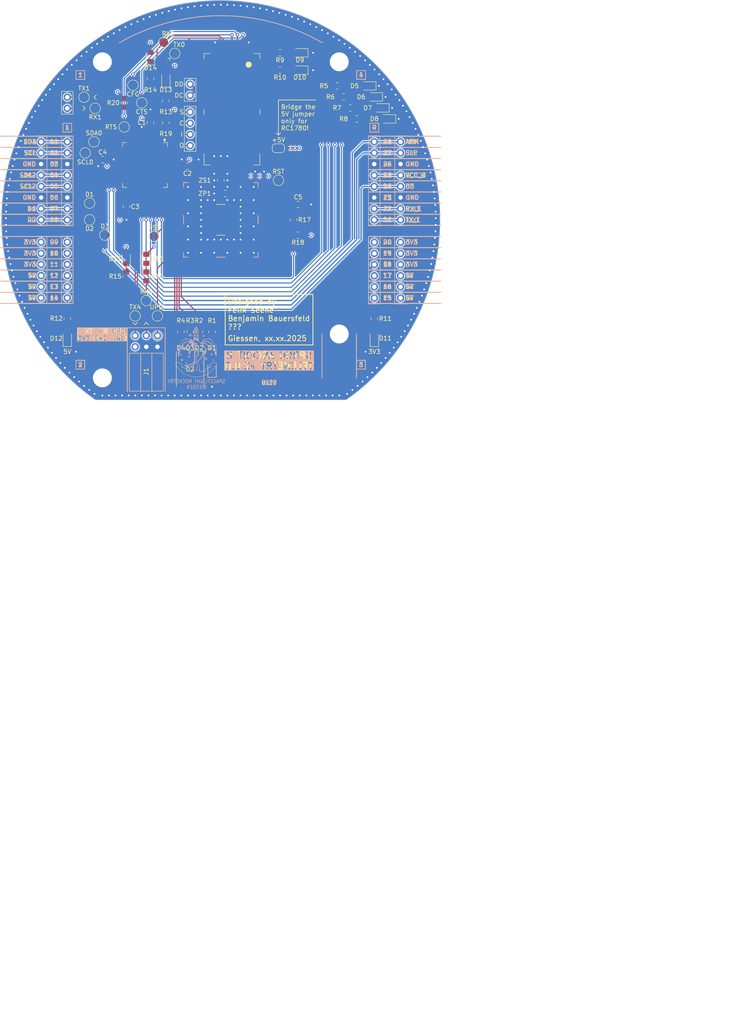
<source format=kicad_pcb>
(kicad_pcb (version 20240108) (generator "pcbnew") (generator_version "8.0")
  (layers (0 "F.Cu" signal) (1 "In1.Cu" signal) (2 "In2.Cu" signal) (31 "B.Cu" signal) (34 "B.Paste" user) (35 "F.Paste" user) (36 "B.SilkS" user "B.Silkscreen") (37 "F.SilkS" user "F.Silkscreen") (38 "B.Mask" user) (39 "F.Mask" user) (44 "Edge.Cuts" user))
  (net 0 "")
  (net 1 "GND")
  (net 2 "SCL2")
  (net 3 "+3V3")
  (net 4 "LED R")
  (net 5 "LED G")
  (net 6 "LED B")
  (net 7 "SDA2")
  (net 8 "ARM")
  (net 9 "Net-(D1-A)")
  (net 10 "Net-(D2-AR)")
  (net 11 "Net-(D2-AG)")
  (net 12 "Net-(D2-AB)")
  (net 13 "D1")
  (net 14 "D2")
  (net 15 "UPDI")
  (net 16 "SLP")
  (net 17 "D3")
  (net 18 "+5V")
  (net 19 "VCC_B")
  (net 20 "RX_L")
  (net 21 "TX_L")
  (net 22 "RTS")
  (net 23 "RX0")
  (net 24 "CFG")
  (net 25 "RST")
  (net 26 "TX0")
  (net 27 "CTS")
  (net 28 "LED EV")
  (net 29 "Net-(U2-D2)")
  (net 30 "Net-(D9-A)")
  (net 31 "Net-(D6-A)")
  (net 32 "Net-(D12-A)")
  (net 33 "Net-(D11-A)")
  (net 34 "Net-(U2-RF)")
  (net 35 "Net-(U2-D1)")
  (net 36 "Net-(D10-A)")
  (net 37 "Net-(U2-RESET)")
  (net 38 "Net-(J2-Pin_1)")
  (net 39 "Net-(J2-Pin_2)")
  (net 64 "Net-(D8-A)")
  (net 65 "Net-(D7-A)")
  (net 66 "Net-(D5-A)")
  (net 67 "SCK")
  (net 68 "Net-(U1-PF2)")
  (net 69 "Net-(U1-PE7)")
  (net 70 "Net-(U1-PE5)")
  (net 71 "Net-(U1-PE3)")
  (net 72 "Net-(J3-Pad1)")
  (net 86 "SS")
  (net 95 "MISO")
  (net 99 "MOSI")
  (net 100 "unconnected-(U1-VREFA{slash}PD7-Pad33)")
  (net 102 "TX4")
  (net 103 "TX1")
  (net 104 "RX4")
  (net 105 "RX1")
  (net 106 "SCL0")
  (net 107 "SDA0")
  (net 108 "Net-(JP1-A)")
  (net 109 "Net-(D16-K)")
  (net 110 "Net-(D15-K)")
  (net 111 "Net-(D14-K)")
  (net 112 "Net-(D13-K)")
  (footprint "Footprints:TestPoint" (layer "F.Cu") (at -30.4825 -15.2075)
    (property "Reference" "TP13" (hide yes))
    (property "Value" "~" (hide yes))
  )
  (footprint "Capacitor_SMD:C_0805_2012Metric_Pad1.18x1.45mm_HandSolder" (layer "F.Cu") (at 18.055 -3.4675)
    (property "Reference" "C5")
    (property "Value" "1n0" (hide yes))
  )
  (footprint "Capacitor_SMD:C_0805_2012Metric_Pad1.18x1.45mm_HandSolder" (layer "F.Cu") (at -7.175 -12.2075 180)
    (property "Reference" "C2")
    (property "Value" "1uF" (hide yes))
  )
  (footprint "Resistor_SMD:R_0805_2012Metric_Pad1.20x1.40mm_HandSolder" (layer "F.Cu") (at -21.1275 12.9075 -90)
    (property "Reference" "R15")
    (property "Value" "100R" (hide yes))
  )
  (footprint "Connector_PinSocket_2.54mm:PinSocket_2x03_P2.54mm_Horizontal" (layer "F.Cu") (at -19.0875 26.4075 90)
    (property "Reference" "J1")
    (property "Value" "Conn_02x03_Odd_Even" (hide yes))
  )
  (footprint "LED_SMD:LED_0805_2012Metric_Pad1.15x1.40mm_HandSolder" (layer "F.Cu") (at -34.5625 27.0325 90)
    (property "Reference" "D12")
    (property "Value" "LED" (hide yes))
  )
  (footprint "Footprints:TestPoint" (layer "F.Cu") (at -19.0875 21.9075)
    (property "Reference" "TP8" (hide yes))
    (property "Value" "~" (hide yes))
  )
  (footprint "Footprints:m4hole" (layer "F.Cu") (at -26.5625 -35.9675)
    (property "Reference" "M1" (hide yes))
    (property "Value" "Conn_01x01_Pin" (hide yes))
  )
  (footprint "Footprints:m4hole" (layer "F.Cu") (at 27.4375 26.0325 180)
    (property "Reference" "M3" (hide yes))
    (property "Value" "Conn_01x01_Pin" (hide yes))
  )
  (footprint "Connector_PinSocket_2.54mm:PinSocket_1x08_P2.54mm_Vertical" (layer "F.Cu") (at -34.5625 -17.7475)
    (property "Reference" "JL1" (hide yes))
    (property "Value" "Conn_01x08_Pin" (hide yes))
  )
  (footprint "Resistor_SMD:R_0805_2012Metric_Pad1.20x1.40mm_HandSolder" (layer "F.Cu") (at -1.5625 25.5325 -90)
    (property "Reference" "R1")
    (property "Value" "R" (hide yes))
  )
  (footprint "Footprints:TestPoint" (layer "F.Cu") (at -21.5875 -21.12)
    (property "Reference" "TP5" (hide yes))
    (property "Value" "~" (hide yes))
  )
  (footprint "Footprints:TestPoint" (layer "F.Cu") (at -14.0075 21.9075)
    (property "Reference" "TP7" (hide yes))
    (property "Value" "~" (hide yes))
  )
  (footprint "Footprints:TestPoint" (layer "F.Cu") (at -16.5475 18.4075)
    (property "Reference" "TP9" (hide yes))
    (property "Value" "~" (hide yes))
  )
  (footprint "LED_SMD:LED_0805_2012Metric_Pad1.15x1.40mm_HandSolder" (layer "F.Cu") (at -16.5475 8.9075 90)
    (property "Reference" "D16")
    (property "Value" "LED" (hide yes))
  )
  (footprint "Footprints:TestPoint" (layer "F.Cu") (at -29.4825 0.0325)
    (property "Reference" "TP11" (hide yes))
    (property "Value" "~" (hide yes))
  )
  (footprint "LED_SMD:LED_RGB_Cree-PLCC-6_6x5mm_P2.1mm" (layer "F.Cu") (at -6.5625 34.0325 -90)
    (property "Reference" "D2")
    (property "Value" "CLS6B-FKW" (hide yes))
  )
  (footprint "Connector_PinSocket_2.54mm:PinSocket_1x02_P2.54mm_Vertical" (layer "F.Cu") (at -6.5525 -30.862502)
    (property "Reference" "J2" (hide yes))
    (property "Value" "Conn_01x02_Pin" (hide yes))
  )
  (footprint "Resistor_SMD:R_0805_2012Metric_Pad1.20x1.40mm_HandSolder" (layer "F.Cu") (at 28.4375 -27.9675 180)
    (property "Reference" "R6")
    (property "Value" "100R" (hide yes))
  )
  (footprint "Footprints:TestPoint" (layer "F.Cu") (at -12.5625 -40.367502)
    (property "Reference" "TP4" (hide yes))
    (property "Value" "~" (hide yes))
  )
  (footprint "Connector_PinSocket_2.54mm:PinSocket_1x02_P2.54mm_Vertical" (layer "F.Cu") (at -34.5625 -27.9075)
    (property "Reference" "J5" (hide yes))
    (property "Value" "Conn_01x02_Pin" (hide yes))
  )
  (footprint "Connector_PinSocket_2.54mm:PinSocket_1x06_P2.54mm_Vertical" (layer "F.Cu") (at -40.5375 5.1125)
    (property "Reference" "JL4" (hide yes))
    (property "Value" "Conn_01x06_Pin" (hide yes))
  )
  (footprint "Resistor_SMD:R_0805_2012Metric_Pad1.20x1.40mm_HandSolder" (layer "F.Cu") (at -21.5875 -26.62 -90)
    (property "Reference" "R20")
    (property "Value" "5k6" (hide yes))
  )
  (footprint "Resistor_SMD:R_0805_2012Metric_Pad1.20x1.40mm_HandSolder" (layer "F.Cu") (at -34.5625 22.5325 -90)
    (property "Reference" "R12")
    (property "Value" "R" (hide yes))
  )
  (footprint "Resistor_SMD:R_0805_2012Metric_Pad1.20x1.40mm_HandSolder" (layer "F.Cu") (at -4.4625 25.5325 -90)
    (property "Reference" "R2")
    (property "Value" "R" (hide yes))
  )
  (footprint "Footprints:TestPoint" (layer "F.Cu") (at -19.5875 -30.62)
    (property "Reference" "TP2" (hide yes))
    (property "Value" "~" (hide yes))
  )
  (footprint "Resistor_SMD:R_0805_2012Metric_Pad1.20x1.40mm_HandSolder" (layer "F.Cu") (at 26.9375 -30.4675 180)
    (property "Reference" "R5")
    (property "Value" "100R" (hide yes))
  )
  (footprint "LED_SMD:LED_0805_2012Metric_Pad1.15x1.40mm_HandSolder" (layer "F.Cu") (at 35.4625 -27.9675 180)
    (property "Reference" "D6")
    (property "Value" "LED" (hide yes))
  )
  (footprint "Connector_PinSocket_2.54mm:PinSocket_1x06_P2.54mm_Vertical" (layer "F.Cu") (at 41.4125 5.1375)
    (property "Reference" "JR4" (hide yes))
    (property "Value" "Conn_01x06_Pin" (hide yes))
  )
  (footprint "Capacitor_SMD:C_0805_2012Metric_Pad1.18x1.45mm_HandSolder" (layer "F.Cu") (at -21.0625 -2.9675 -90)
    (property "Reference" "C3")
    (property "Value" "1uF" (hide yes))
  )
  (footprint "Resistor_SMD:R_0805_2012Metric_Pad1.20x1.40mm_HandSolder" (layer "F.Cu") (at 35.4375 22.5325 -90)
    (property "Reference" "R11")
    (property "Value" "R" (hide yes))
  )
  (footprint "Footprints:m4hole" (layer "F.Cu") (at 27.4375 -35.9675 180)
    (property "Reference" "M4" (hide yes))
    (property "Value" "Conn_01x01_Pin" (hide yes))
  )
  (footprint "LED_SMD:LED_0805_2012Metric_Pad1.15x1.40mm_HandSolder" (layer "F.Cu") (at -12.0875 -32.0825 90)
    (property "Reference" "D13")
    (property "Value" "LED" (hide yes))
  )
  (footprint "LED_SMD:LED_0805_2012Metric_Pad1.15x1.40mm_HandSolder" (layer "F.Cu") (at 18.4625 -34.0575 180)
    (property "Reference" "D10")
    (property "Value" "LED" (hide yes))
  )
  (footprint "Capacitor_SMD:C_0805_2012Metric_Pad1.18x1.45mm_HandSolder" (layer "F.Cu") (at -26.5 -13.7075)
    (property "Reference" "C4")
    (property "Value" "1uF" (hide yes))
  )
  (footprint "Package_QFP:TQFP-64_10x10mm_P0.5mm" (layer "F.Cu") (at -16.8375 -12.4575 -90)
    (property "Reference" "U1" (hide yes))
    (property "Value" "AVR128DB64x-xPT" (hide yes))
  )
  (footprint "LED_SMD:LED_0805_2012Metric_Pad1.15x1.40mm_HandSolder" (layer "F.Cu") (at 36.9625 -25.4675 180)
    (property "Reference" "D7")
    (property "Value" "LED" (hide yes))
  )
  (footprint "Resistor_SMD:R_0805_2012Metric_Pad1.20x1.40mm_HandSolder" (layer "F.Cu") (at 18.0175 3.5325 180)
    (property "Reference" "R18")
    (property "Value" "5k6" (hide yes))
  )
  (footprint "Resistor_SMD:R_0805_2012Metric_Pad1.20x1.40mm_HandSolder" (layer "F.Cu") (at 13.9375 -38.0075 180)
    (property "Reference" "R9")
    (property "Value" "R" (hide yes))
  )
  (footprint "LED_SMD:LED_0805_2012Metric_Pad1.15x1.40mm_HandSolder" (layer "F.Cu") (at -21.1275 8.9075 90)
    (property "Reference" "D15")
    (property "Value" "LED" (hide yes))
  )
  (footprint "LED_SMD:LED_0805_2012Metric_Pad1.15x1.40mm_HandSolder" (layer "F.Cu") (at 18.4625 -38.0075 180)
    (property "Reference" "D9")
    (property "Value" "LED" (hide yes))
  )
  (footprint "Footprints:TestPoint" (layer "F.Cu") (at -26 3.5)
    (property "Reference" "TP17" (hide yes))
    (property "Value" "~" (hide yes))
  )
  (footprint "Resistor_SMD:R_0805_2012Metric_Pad1.20x1.40mm_HandSolder" (layer "F.Cu") (at -6.5625 25.5325 -90)
    (property "Reference" "R3")
    (property "Value" "R" (hide yes))
  )
  (footprint "LED_SMD:LED_0805_2012Metric_Pad1.15x1.40mm_HandSolder" (layer "F.Cu") (at -15.5875 -37.0825 90)
    (property "Reference" "D14")
    (property "Value" "LED" (hide yes))
  )
  (footprint "Connector_PinSocket_2.54mm:PinSocket_1x08_P2.54mm_Vertical" (layer "F.Cu") (at -40.5375 -17.7475)
    (property "Reference" "JL3" (hide yes))
    (property "Value" "Conn_01x08_Pin" (hide yes))
  )
  (footprint "Connector_PinSocket_2.54mm:PinSocket_1x08_P2.54mm_Vertical" (layer "F.Cu") (at 35.4125 -17.7475)
    (property "Reference" "JR1" (hide yes))
    (property "Value" "Conn_01x08_Pin" (hide yes))
  )
  (footprint "LED_SMD:LED_0805_2012Metric_Pad1.15x1.40mm_HandSolder" (layer "F.Cu") (at 35.4375 27.0325 90)
    (property "Reference" "D11")
    (property "Value" "LED" (hide yes))
  )
  (footprint "LED_SMD:LED_0805_2012Metric_Pad1.15x1.40mm_HandSolder" (layer "F.Cu") (at 38.4625 -22.9675 180)
    (property "Reference" "D8")
    (property "Value" "LED" (hide yes))
  )
  (footprint "Resistor_SMD:R_0805_2012Metric_Pad1.20x1.40mm_HandSolder" (layer "F.Cu") (at -15.5875 -32.0825 90)
    (property "Reference" "R14")
    (property "Value" "100R" (hide yes))
  )
  (footprint "Resistor_SMD:R_0805_2012Metric_Pad1.20x1.40mm_HandSolder" (layer "F.Cu") (at 0.4375 -8.9675 -90)
    (property "Reference" "ZS1")
    (property "Value" "R")
  )
  (footprint "Connector_PinSocket_2.54mm:PinSocket_1x06_P2.54mm_Vertical" (layer "F.Cu") (at -34.5625 5.1125)
    (property "Reference" "JL2" (hide yes))
    (property "Value" "Conn_01x06_Pin" (hide yes))
  )
  (footprint "Footprints:TestPoint" (layer "F.Cu") (at -10.0625 -37.867502)
    (property "Reference" "TP3" (hide yes))
    (property "Value" "~" (hide yes))
  )
  (footprint "Footprints:TestPoint" (layer "F.Cu") (at -29.4825 -3.7775)
    (property "Reference" "TP10" (hide yes))
    (property "Value" "~" (hide yes))
  )
  (footprint "Footprints:TestPoint" (layer "F.Cu") (at -17.5875 -26.62)
    (property "Reference" "TP6" (hide yes))
    (property "Value" "~" (hide yes))
  )
  (footprint "Resistor_SMD:R_0805_2012Metric_Pad1.20x1.40mm_HandSolder" (layer "F.Cu") (at 29.9375 -25.4675 180)
    (property "Reference" "R7")
    (property "Value" "100R" (hide yes))
  )
  (footprint "Footprints:TestPoint" (layer "F.Cu") (at -30.7525 -27.9075)
    (property "Reference" "TP14" (hide yes))
    (property "Value" "~" (hide yes))
  )
  (footprint "Connector_PinSocket_2.54mm:PinSocket_1x08_P2.54mm_Vertical" (layer "F.Cu") (at 41.4125 -17.7475)
    (property "Reference" "JR3" (hide yes))
    (property "Value" "Conn_01x08_Pin" (hide yes))
  )
  (footprint "Resistor_SMD:R_0805_2012Metric_Pad1.20x1.40mm_HandSolder" (layer "F.Cu") (at 31.4375 -22.9675 180)
    (property "Reference" "R8")
    (property "Value" "100R" (hide yes))
  )
  (footprint "Resistor_SMD:R_0805_2012Metric_Pad1.20x1.40mm_HandSolder" (layer "F.Cu") (at -16.5475 12.9075 90)
    (property "Reference" "R16")
    (property "Value" "100R" (hide yes))
  )
  (footprint "Footprints:SMA_connector_smd" (layer "F.Cu") (at 0.4375 0.0325)
    (property "Reference" "J3" (hide yes))
    (property "Value" "SMA SMD" (hide yes))
  )
  (footprint "Resistor_SMD:R_0805_2012Metric_Pad1.20x1.40mm_HandSolder" (layer "F.Cu") (at -8.6625 25.5325 -90)
    (property "Reference" "R4")
    (property "Value" "R" (hide yes))
  )
  (footprint "Connector_PinSocket_2.54mm:PinSocket_1x04_P2.54mm_Vertical" (layer "F.Cu") (at -6.5525 -16.892502 180)
    (property "Reference" "J4" (hide yes))
    (property "Value" "Conn_01x04_Pin" (hide yes))
  )
  (footprint "LED_SMD:LED_0805_2012Metric_Pad1.15x1.40mm_HandSolder" (layer "F.Cu") (at 33.9625 -30.4675 180)
    (property "Reference" "D5")
    (property "Value" "LED" (hide yes))
  )
  (footprint "Footprints:TestPoint" (layer "F.Cu") (at -28.2125 -25.3675)
    (property "Reference" "TP15" (hide yes))
    (property "Value" "~" (hide yes))
  )
  (footprint "Resistor_SMD:R_0805_2012Metric_Pad1.20x1.40mm_HandSolder" (layer "F.Cu") (at 13.9375 -34.0575 180)
    (property "Reference" "R10")
    (property "Value" "R" (hide yes))
  )
  (footprint "Footprints:TestPoint" (layer "F.Cu") (at -28.4825 -17.7475)
    (property "Reference" "TP12" (hide yes))
    (property "Value" "~" (hide yes))
  )
  (footprint "Connector_PinSocket_2.54mm:PinSocket_1x06_P2.54mm_Vertical" (layer "F.Cu") (at 35.4375 5.1375)
    (property "Reference" "JR2" (hide yes))
    (property "Value" "Conn_01x06_Pin" (hide yes))
  )
  (footprint "Resistor_SMD:R_0805_2012Metric_Pad1.20x1.40mm_HandSolder" (layer "F.Cu") (at 1.4375 -5.9675)
    (property "Reference" "ZP1")
    (property "Value" "R")
  )
  (footprint "Resistor_SMD:R_0805_2012Metric_Pad1.20x1.40mm_HandSolder" (layer "F.Cu") (at -12.0875 -22.0825 -90)
    (property "Reference" "R19")
    (property "Value" "5k6" (hide yes))
  )
  (footprint "Footprints:m4hole" (layer "F.Cu") (at -26.5625 36.0325)
    (property "Reference" "M2" (hide yes))
    (property "Value" "Conn_01x01_Pin" (hide yes))
  )
  (footprint "Resistor_SMD:R_0805_2012Metric_Pad1.20x1.40mm_HandSolder" (layer "F.Cu") (at -12.0875 -27.0825 -90)
    (property "Reference" "R13")
    (property "Value" "100R" (hide yes))
  )
  (footprint "Footprints:RC1780HP" (layer "F.Cu") (at 9.3275 -37.867502 -90)
    (property "Reference" "U2" (hide yes))
    (property "Value" "RC1780HP" (hide yes))
  )
  (footprint "Capacitor_SMD:C_0805_2012Metric_Pad1.18x1.45mm_HandSolder" (layer "F.Cu") (at -15.5875 -22.12 90)
    (property "Reference" "C1")
    (property "Value" "1uF" (hide yes))
  )
  (footprint "Footprints:TestPoint" (layer "F.Cu") (at 13.5775 -8.967502)
    (property "Reference" "TP16" (hide yes))
    (property "Value" "~" (hide yes))
  )
  (footprint "Footprints:TestPoint" (layer "F.Cu") (at -14.7775 3.78254)
    (property "Reference" "TP1" (hide yes))
    (property "Value" "~" (hide yes))
  )
  (footprint "LED_SMD:LED_0805_2012Metric_Pad1.15x1.40mm_HandSolder" (layer "F.Cu") (at -1.5625 34.0325 90)
    (property "Reference" "D1")
    (property "Value" "LED" (hide yes))
  )
  (footprint "Resistor_SMD:R_0805_2012Metric_Pad1.20x1.40mm_HandSolder" (layer "F.Cu") (at 17.0175 0.0325 -90)
    (property "Reference" "R17")
    (property "Value" "2k7" (hide yes))
  )
  (footprint "Footprints:Jumper" (layer "F.Cu") (at 13.5775 -16.277502)
    (property "Reference" "JP1" (hide yes))
    (property "Value" "Jumper_2_Bridged" (hide yes))
  )
  (gr_circle (center 27.437501 36.0325) (end 30.437501 36.0325) (stroke (width 2)) (fill none) (layer "F.Cu") (net 1))
  (gr_circle (center 27.437501 36.0325) (end 30.437501 36.0325) (stroke (width 2)) (fill none) (layer "B.Cu") (net 1))
  (gr_line (start -4.942211 34.177377) (end -4.941112 34.210734) (stroke (width 0.081)) (layer "B.SilkS"))
  (gr_arc (start -3.340722 26.542741) (mid -3.355651 26.530392) (end -3.369347 26.516687) (stroke (width 0.081)) (layer "B.SilkS"))
  (gr_arc (start -0.628505 31.133461) (mid -0.631092 31.1446) (end -0.634216 31.1556) (stroke (width 0.081)) (layer "B.SilkS"))
  (gr_line (start -6.652874 31.327162) (end -6.661278 31.312931) (stroke (width 0.081)) (layer "B.SilkS"))
  (gr_line (start -4.928383 26.29425) (end -5.256004 26.29425) (stroke (width 0.081)) (layer "B.SilkS"))
  (gr_line (start -6.942129 31.315923) (end -6.913668 31.298829) (stroke (width 0.081)) (layer "B.SilkS"))
  (gr_arc (start -5.181758 24.522867) (mid -5.173921 24.52148) (end -5.165989 24.520833) (stroke (width 0.081)) (layer "B.SilkS"))
  (gr_line (start -1.921068 33.010164) (end -1.949282 33.075906) (stroke (width 0.081)) (layer "B.SilkS"))
  (gr_line (start -5.5053 31.282641) (end -5.5053 30.10125) (stroke (width 0.081)) (layer "B.SilkS"))
  (gr_line (start -6.649217 31.061152) (end -6.644577 31.053861) (stroke (width 0.081)) (layer "B.SilkS"))
  (gr_line (start -3.42686 26.295609) (end -3.425285 26.286615) (stroke (width 0.081)) (layer "B.SilkS"))
  (gr_line (start -2.001187 33.49245) (end -1.993199 33.542685) (stroke (width 0.081)) (layer "B.SilkS"))
  (gr_line (start -3.589836 32.839299) (end -3.590694 32.848697) (stroke (width 0.081)) (layer "B.SilkS"))
  (gr_arc (start -3.121072 27.650769) (mid -2.939095 27.658618) (end -2.759186 27.687076) (stroke (width 0.081)) (layer "B.SilkS"))
  (gr_arc (start -5.448795 28.263131) (mid -5.4499 28.257832) (end -5.450229 28.25243) (stroke (width 0.081)) (layer "B.SilkS"))
  (gr_line (start -5.1219 27.153974) (end -5.08005 27.108402) (stroke (width 0.081)) (layer "B.SilkS"))
  (gr_line (start -6.40998 28.050963) (end -6.365977 28.043268) (stroke (width 0.081)) (layer "B.SilkS"))
  (gr_arc (start -1.852448 28.255143) (mid -1.689882 28.41582) (end -1.540013 28.5884) (stroke (width 0.081)) (layer "B.SilkS"))
  (gr_arc (start -1.698415 30.589216) (mid -1.712729 30.599681) (end -1.72815 30.608431) (stroke (width 0.081)) (layer "B.SilkS"))
  (gr_arc (start -4.837039 24.795695) (mid -4.79917 24.874037) (end -4.766658 24.954749) (stroke (width 0.081)) (layer "B.SilkS"))
  (gr_line (start -2.170738 29.573732) (end -2.190047 29.510824) (stroke (width 0.081)) (layer "B.SilkS"))
  (gr_line (start -4.000882 28.225065) (end -4.036813 28.202989) (stroke (width 0.081)) (layer "B.SilkS"))
  (gr_line (start -33.3445 1.3025) (end -49.8025 1.3025) (stroke (width 0.2)) (layer "B.SilkS"))
  (gr_line (start -3.701764 30.487035) (end -3.70639 30.422334) (stroke (width 0.081)) (layer "B.SilkS"))
  (gr_arc (start -4.889487 27.429509) (mid -4.913788 27.434204) (end -4.93853 27.43481) (stroke (width 0.081)) (layer "B.SilkS"))
  (gr_arc (start -4.367626 31.844313) (mid -4.368641 31.845182) (end -4.369951 31.84545) (stroke (width 0.081)) (layer "B.SilkS"))
  (gr_line (start -6.709868 30.514062) (end -6.682094 30.556808) (stroke (width 0.081)) (layer "B.SilkS"))
  (gr_line (start -6.68429 30.534071) (end -6.68976 30.516323) (stroke (width 0.081)) (layer "B.SilkS"))
  (gr_arc (start -8.902564 28.557449) (mid -8.983273 28.631383) (end -9.069126 28.699277) (stroke (width 0.081)) (layer "B.SilkS"))
  (gr_arc (start -8.631275 31.906056) (mid -8.609479 31.915262) (end -8.588432 31.926073) (stroke (width 0.081)) (layer "B.SilkS"))
  (gr_line (start -6.44148 33.063547) (end -6.475103 33.094349) (stroke (width 0.081)) (layer "B.SilkS"))
  (gr_line (start -5.819362 28.175903) (end -5.808428 28.16927) (stroke (width 0.081)) (layer "B.SilkS"))
  (gr_arc (start -9.243362 31.158877) (mid -9.243412 31.159167) (end -9.243646 31.158989) (stroke (width 0.081)) (layer "B.SilkS"))
  (gr_arc (start -1.208997 31.874728) (mid -1.216935 31.888491) (end -1.226518 31.901164) (stroke (width 0.081)) (layer "B.SilkS"))
  (gr_line (start -7.228017 27.123266) (end -7.26165 27.122066) (stroke (width 0.081)) (layer "B.SilkS"))
  (gr_line (start -5.032396 28.469287) (end -5.055757 28.51766) (stroke (width 0.081)) (layer "B.SilkS"))
  (gr_line (start -5.472456 28.356083) (end -5.482544 28.344286) (stroke (width 0.081)) (layer "B.SilkS"))
  (gr_line (start -2.565 27.121382) (end -2.59281 27.123766) (stroke (width 0.081)) (layer "B.SilkS"))
  (gr_line (start -7.672182 29.630713) (end -7.66706 29.623279) (stroke (width 0.081)) (layer "B.SilkS"))
  (gr_arc (start -6.180414 28.311244) (mid -6.176814 28.295229) (end -6.171113 28.279836) (stroke (width 0.081)) (layer "B.SilkS"))
  (gr_line (start -6.465838 28.913299) (end -6.537499 29.0442) (stroke (width 0.081)) (layer "B.SilkS"))
  (gr_arc (start -1.581272 30.671942) (mid -1.589184 30.664949) (end -1.596617 30.657449) (stroke (width 0.081)) (layer "B.SilkS"))
  (gr_arc (start -6.246216 26.214343) (mid -6.269009 26.213668) (end -6.291745 26.211929) (stroke (width 0.081)) (layer "B.SilkS"))
  (gr_line (start -1.886049 32.943685) (end -1.921068 33.010164) (stroke (width 0.081)) (layer "B.SilkS"))
  (gr_line (start -3.721844 30.899712) (end -3.711917 30.833383) (stroke (width 0.081)) (layer "B.SilkS"))
  (gr_line (start -7.322448 34.425989) (end -7.323202 34.413825) (stroke (width 0.081)) (layer "B.SilkS"))
  (gr_arc (start -1.673543 30.563494) (mid -1.685247 30.577063) (end -1.698415 30.589216) (stroke (width 0.081)) (layer "B.SilkS"))
  (gr_line (start -5.716592 32.885296) (end -5.812718 33.185305) (stroke (width 0.081)) (layer "B.SilkS"))
  (gr_arc (start -6.350827 27.264401) (mid -6.37794 27.277052) (end -6.405859 27.287805) (stroke (width 0.081)) (layer "B.SilkS"))
  (gr_line (start -5.527899 25.158225) (end -5.523817 25.14405) (stroke (width 0.081)) (layer "B.SilkS"))
  (gr_arc (start -8.615447 30.787895) (mid -8.606961 30.775427) (end -8.597617 30.76359) (stroke (width 0.081)) (layer "B.SilkS"))
  (gr_line (start -9.24226 32.513769) (end -9.310038 32.514781) (stroke (width 0.081)) (layer "B.SilkS"))
  (gr_arc (start -2.19634 27.062164) (mid -2.194543 27.059814) (end -2.192579 27.057601) (stroke (width 0.081)) (layer "B.SilkS"))
  (gr_line (start -4.791304 35.809902) (end -4.6818 35.800752) (stroke (width 0.081)) (layer "B.SilkS"))
  (gr_arc (start -3.412285 26.448848) (mid -3.419599 26.429179) (end -3.425359 26.409) (stroke (width 0.081)) (layer "B.SilkS"))
  (gr_line (start -7.443312 32.718002) (end -7.437073 32.711842) (stroke (width 0.081)) (layer "B.SilkS"))
  (gr_line (start -5.254875 25.696886) (end -5.5836 25.697572) (stroke (width 0.081)) (layer "B.SilkS"))
  (gr_line (start -5.46011 27.317288) (end -5.518358 27.332439) (stroke (width 0.081)) (layer "B.SilkS"))
  (gr_line (start -0.553462 28.855711) (end -0.564006 28.849359) (stroke (width 0.081)) (layer "B.SilkS"))
  (gr_line (start -6.548846 27.652472) (end -6.545439 27.645054) (stroke (width 0.081)) (layer "B.SilkS"))
  (gr_arc (start -6.552065 27.956682) (mid -6.561815 27.934961) (end -6.569262 27.912347) (stroke (width 0.081)) (layer "B.SilkS"))
  (gr_arc (start -6.390914 27.903484) (mid -6.388733 27.894841) (end -6.385456 27.886552) (stroke (width 0.081)) (layer "B.SilkS"))
  (gr_line (start -6.164727 27.575043) (end -6.166346 27.569324) (stroke (width 0.081)) (layer "B.SilkS"))
  (gr_arc (start -2.004048 33.3233) (mid -2.003154 33.305234) (end -2.001218 33.28725) (stroke (width 0.081)) (layer "B.SilkS"))
  (gr_arc (start -6.491225 28.822832) (mid -6.406903 28.702947) (end -6.314186 28.589431) (stroke (width 0.081)) (layer "B.SilkS"))
  (gr_arc (start -1.1961 31.994515) (mid -1.191564 31.992532) (end -1.186934 31.990778) (stroke (width 0.081)) (layer "B.SilkS"))
  (gr_arc (start -7.219139 33.213215) (mid -7.218514 33.214006) (end -7.218665 33.215002) (stroke (width 0.081)) (layer "B.SilkS"))
  (gr_line (start -5.43375 28.2936) (end -5.4324 28.2774) (stroke (width 0.081)) (layer "B.SilkS"))
  (gr_line (start -0.570629 32.730595) (end -0.630115 32.681819) (stroke (width 0.081)) (layer "B.SilkS"))
  (gr_line (start -2.159663 29.613567) (end -2.16138 29.607034) (stroke (width 0.081)) (layer "B.SilkS"))
  (gr_line (start -6.526861 28.077533) (end -6.529295 28.076436) (stroke (width 0.081)) (layer "B.SilkS"))
  (gr_arc (start -5.773271 28.251956) (mid -5.783203 28.262971) (end -5.79363 28.273519) (stroke (width 0.081)) (layer "B.SilkS"))
  (gr_arc (start -6.337543 28.018345) (mid -6.34314 28.023556) (end -6.349076 28.028378) (stroke (width 0.081)) (layer "B.SilkS"))
  (gr_line (start -5.6727 26.284626) (end -5.672576 26.770131) (stroke (width 0.081)) (layer "B.SilkS"))
  (gr_line (start -3.773724 31.082774) (end -3.7731 31.102704) (stroke (width 0.081)) (layer "B.SilkS"))
  (gr_line (start -2.614555 27.128421) (end -2.643359 27.138423) (stroke (width 0.081)) (layer "B.SilkS"))
  (gr_line (start -5.587386 32.584883) (end -5.598134 32.607108) (stroke (width 0.081)) (layer "B.SilkS"))
  (gr_line (start -4.735821 32.6136) (end -4.753559 32.569544) (stroke (width 0.081)) (layer "B.SilkS"))
  (gr_line (start -4.345742 31.793475) (end -4.355319 31.813406) (stroke (width 0.081)) (layer "B.SilkS"))
  (gr_arc (start -3.483249 32.806121) (mid -3.48839 32.801036) (end -3.493255 32.795685) (stroke (width 0.081)) (layer "B.SilkS"))
  (gr_line (start -5.899322 27.585839) (end -5.893136 27.583956) (stroke (width 0.081)) (layer "B.SilkS"))
  (gr_line (start -3.696022 29.783893) (end -3.667689 29.796459) (stroke (width 0.081)) (layer "B.SilkS"))
  (gr_arc (start -6.491871 27.864501) (mid -6.486091 27.855049) (end -6.478699 27.846796) (stroke (width 0.081)) (layer "B.SilkS"))
  (gr_arc (start -0.589549 28.869445) (mid -0.581196 28.864308) (end -0.572059 28.860749) (stroke (width 0.081)) (layer "B.SilkS"))
  (gr_arc (start -5.976073 28.52919) (mid -5.958278 28.543148) (end -5.94116 28.557929) (stroke (width 0.081)) (layer "B.SilkS"))
  (gr_line (start -7.252786 33.312414) (end -7.188009 33.296539) (stroke (width 0.081)) (layer "B.SilkS"))
  (gr_arc (start -5.009492 28.408579) (mid -5.011823 28.417687) (end -5.014539 28.426688) (stroke (width 0.081)) (layer "B.SilkS"))
  (gr_arc (start -6.901823 31.265345) (mid -6.916677 31.285331) (end -6.932437 31.304611) (stroke (width 0.081)) (layer "B.SilkS"))
  (gr_line (start -6.084877 28.480668) (end -6.069641 28.48177) (stroke (width 0.081)) (layer "B.SilkS"))
  (gr_arc (start -2.227297 27.100661) (mid -2.234599 27.107249) (end -2.242275 27.113396) (stroke (width 0.081)) (layer "B.SilkS"))
  (gr_line (start -1.523299 27.690448) (end -1.566065 27.619123) (stroke (width 0.081)) (layer "B.SilkS"))
  (gr_line (start -0.516071 32.781862) (end -0.570629 32.730595) (stroke (width 0.081)) (layer "B.SilkS"))
  (gr_arc (start -6.000119 34.534018) (mid -5.978103 34.53732) (end -5.956285 34.541747) (stroke (width 0.081)) (layer "B.SilkS"))
  (gr_arc (start -6.797878 28.264086) (mid -6.719207 28.22393) (end -6.638007 28.189172) (stroke (width 0.081)) (layer "B.SilkS"))
  (gr_line (start -4.624395 30.794002) (end -4.647499 30.898386) (stroke (width 0.081)) (layer "B.SilkS"))
  (gr_arc (start -6.508378 27.923154) (mid -6.505683 27.906481) (end -6.501734 27.890059) (stroke (width 0.081)) (layer "B.SilkS"))
  (gr_arc (start -5.822227 28.437148) (mid -5.803361 28.425989) (end -5.7834 28.416935) (stroke (width 0.081)) (layer "B.SilkS"))
  (gr_arc (start -2.980508 31.434161) (mid -2.978703 31.444482) (end -2.97775 31.454917) (stroke (width 0.081)) (layer "B.SilkS"))
  (gr_line (start -3.82223 27.959672) (end -3.843794 27.988083) (stroke (width 0.081)) (layer "B.SilkS"))
  (gr_line (start -5.59791 32.027754) (end -5.598467 32.301119) (stroke (width 0.081)) (layer "B.SilkS"))
  (gr_line (start -9.230519 30.781688) (end -9.223067 30.6912) (stroke (width 0.081)) (layer "B.SilkS"))
  (gr_arc (start -2.739805 31.634653) (mid -2.71086 31.623029) (end -2.680795 31.614721) (stroke (width 0.081)) (layer "B.SilkS"))
  (gr_line (start -4.776448 29.928457) (end -4.783391 29.914271) (stroke (width 0.081)) (layer "B.SilkS"))
  (gr_arc (start -3.54243 32.727663) (mid -3.547562 32.730513) (end -3.552824 32.733115) (stroke (width 0.081)) (layer "B.SilkS"))
  (gr_arc (start -5.5701 32.548383) (mid -5.570123 32.548755) (end -5.570262 32.5491) (stroke (width 0.081)) (layer "B.SilkS"))
  (gr_arc (start -3.607658 32.759868) (mid -3.601066 32.769108) (end -3.595872 32.7792) (stroke (width 0.081)) (layer "B.SilkS"))
  (gr_line (start -6.529295 28.076436) (end -6.532564 28.075193) (stroke (width 0.081)) (layer "B.SilkS"))
  (gr_line (start -2.849657 31.91295) (end -2.852801 31.872342) (stroke (width 0.081)) (layer "B.SilkS"))
  (gr_arc (start -1.238537 32.035793) (mid -1.233356 32.026936) (end -1.227273 32.018673) (stroke (width 0.081)) (layer "B.SilkS"))
  (gr_arc (start -6.589118 26.080278) (mid -6.590015 26.092803) (end -6.591681 26.10525) (stroke (width 0.081)) (layer "B.SilkS"))
  (gr_arc (start -6.355633 26.282732) (mid -6.329899 26.262537) (end -6.30159 26.246145) (stroke (width 0.081)) (layer "B.SilkS"))
  (gr_arc (start -5.573682 32.54745) (mid -5.572995 32.547469) (end -5.572309 32.547518) (stroke (width 0.081)) (layer "B.SilkS"))
  (gr_arc (start -6.506571 26.10385) (mid -6.528392 26.079122) (end -6.548298 26.052827) (stroke (width 0.081)) (layer "B.SilkS"))
  (gr_arc (start -1.305536 31.946693) (mid -1.297533 31.951966) (end -1.290018 31.957913) (stroke (width 0.081)) (layer "B.SilkS"))
  (gr_arc (start -6.183392 28.350444) (mid -6.182666 28.330786) (end -6.180414 28.311244) (stroke (width 0.081)) (layer "B.SilkS"))
  (gr_line (start -5.580005 32.55558) (end -5.575588 32.548485) (stroke (width 0.081)) (layer "B.SilkS"))
  (gr_line (start -1.724756 29.335056) (end -1.629074 29.402823) (stroke (width 0.081)) (layer "B.SilkS"))
  (gr_line (start -7.348204 33.334811) (end -7.252786 33.312414) (stroke (width 0.081)) (layer "B.SilkS"))
  (gr_line (start -4.783066 27.583885) (end -4.843438 27.574707) (stroke (width 0.081)) (layer "B.SilkS"))
  (gr_arc (start -6.247919 27.59205) (mid -6.269755 27.592308) (end -6.291499 27.590284) (stroke (width 0.081)) (layer "B.SilkS"))
  (gr_arc (start -5.910258 28.645226) (mid -5.916336 28.645728) (end -5.922432 28.645891) (stroke (width 0.081)) (layer "B.SilkS"))
  (gr_line (start -33.3445 19.0825) (end -49.8025 19.0825) (stroke (width 0.2)) (layer "B.SilkS"))
  (gr_arc (start -3.002322 31.589494) (mid -3.017765 31.614401) (end -3.036131 31.637237) (stroke (width 0.081)) (layer "B.SilkS"))
  (gr_line (start -6.333934 27.651873) (end -6.358129 27.641255) (stroke (width 0.081)) (layer "B.SilkS"))
  (gr_line (start -2.064953 29.146162) (end -2.025402 29.164529) (stroke (width 0.081)) (layer "B.SilkS"))
  (gr_line (start -8.454778 33.712472) (end -8.461968 33.714393) (stroke (width 0.081)) (layer "B.SilkS"))
  (gr_line (start -33.2695 -16.4775) (end -49.7275 -16.4775) (stroke (width 0.2)) (layer "B.SilkS"))
  (gr_line (start -2.925776 30.0864) (end -2.921219 30.060466) (stroke (width 0.081)) (layer "B.SilkS"))
  (gr_arc (start -3.516141 32.812107) (mid -3.506744 32.812431) (end -3.497394 32.813432) (stroke (width 0.081)) (layer "B.SilkS"))
  (gr_arc (start -3.64004 26.424472) (mid -3.633049 26.430135) (end -3.626359 26.436151) (stroke (width 0.081)) (layer "B.SilkS"))
  (gr_arc (start -5.862589 28.614863) (mid -5.866266 28.620207) (end -5.870469 28.625148) (stroke (width 0.081)) (layer "B.SilkS"))
  (gr_line (start -6.24107 27.661084) (end -6.2613 27.661499) (stroke (width 0.081)) (layer "B.SilkS"))
  (gr_arc (start -6.646427 27.720947) (mid -6.645997 27.721824) (end -6.645845 27.722789) (stroke (width 0.081)) (layer "B.SilkS"))
  (gr_arc (start -6.069641 28.48177) (mid -6.057216 28.483768) (end -6.04533 28.487901) (stroke (width 0.081)) (layer "B.SilkS"))
  (gr_arc (start -8.588309 30.751473) (mid -8.590115 30.754154) (end -8.592042 30.75675) (stroke (width 0.081)) (layer "B.SilkS"))
  (gr_line (start -4.655454 26.291914) (end -4.654759 25.429629) (stroke (width 0.081)) (layer "B.SilkS"))
  (gr_line (start -5.30577 28.21665) (end -5.42079 28.21665) (stroke (width 0.081)) (layer "B.SilkS"))
  (gr_line (start -7.442099 33.356397) (end -7.348204 33.334811) (stroke (width 0.081)) (layer "B.SilkS"))
  (gr_line (start -0.606347 31.020131) (end -0.59832 30.973059) (stroke (width 0.081)) (layer "B.SilkS"))
  (gr_line (start -8.062499 -7.46749) (end -8.062499 -8.46749) (stroke (width 0.15)) (layer "B.SilkS"))
  (gr_arc (start -8.31477 28.46542) (mid -8.198913 28.339539) (end -8.0757 28.220849) (stroke (width 0.081)) (layer "B.SilkS"))
  (gr_line (start -33.5625 -19.9675) (end -35.5625 -19.9675) (stroke (width 0.15)) (layer "B.SilkS"))
  (gr_line (start -6.809866 30.323453) (end -6.782756 30.385782) (stroke (width 0.081)) (layer "B.SilkS"))
  (gr_arc (start -6.82965 26.371293) (mid -6.830252 26.371156) (end -6.829958 26.370613) (stroke (width 0.081)) (layer "B.SilkS"))
  (gr_line (start -7.762217 29.457) (end -7.756982 29.541) (stroke (width 0.081)) (layer "B.SilkS"))
  (gr_line (start -7.249664 34.426422) (end -7.295201 34.438651) (stroke (width 0.081)) (layer "B.SilkS"))
  (gr_arc (start -6.454014 27.579794) (mid -6.462876 27.617227) (end -6.473874 27.654088) (stroke (width 0.081)) (layer "B.SilkS"))
  (gr_line (start 50.6775 19.0825) (end 34.2195 19.0825) (stroke (width 0.2)) (layer "B.SilkS"))
  (gr_arc (start -6.595416 25.976766) (mid -6.594997 25.976462) (end -6.594638 25.976835) (stroke (width 0.081)) (layer "B.SilkS"))
  (gr_line (start -1.971318 33.141477) (end -1.988272 33.210646) (stroke (width 0.081)) (layer "B.SilkS"))
  (gr_arc (start -3.533599 32.813387) (mid -3.524894 32.812417) (end -3.516141 32.812107) (stroke (width 0.081)) (layer "B.SilkS"))
  (gr_line (start 23.5125 36.0325) (end 23.5125 26.0325) (stroke (width 0.15)) (layer "B.SilkS"))
  (gr_arc (start -5.665877 25.372567) (mid -5.637879 25.229177) (end -5.602046 25.087542) (stroke (width 0.081)) (layer "B.SilkS"))
  (gr_arc (start -8.533795 28.747085) (mid -8.428015 28.60335) (end -8.31477 28.46542) (stroke (width 0.081)) (layer "B.SilkS"))
  (gr_line (start -2.46532 29.277259) (end -2.439312 29.296893) (stroke (width 0.081)) (layer "B.SilkS"))
  (gr_line (start -2.852801 31.872342) (end -2.85266 31.832654) (stroke (width 0.081)) (layer "B.SilkS"))
  (gr_line (start -3.094675 29.561364) (end -3.11469 29.45325) (stroke (width 0.081)) (layer "B.SilkS"))
  (gr_line (start -6.626358 30.485766) (end -6.60825 30.544932) (stroke (width 0.081)) (layer "B.SilkS"))
  (gr_line (start -8.383893 33.693946) (end -8.446395 33.710038) (stroke (width 0.081)) (layer "B.SilkS"))
  (gr_line (start -5.373839 27.290866) (end -5.410066 27.302969) (stroke (width 0.081)) (layer "B.SilkS"))
  (gr_arc (start -5.784896 28.152606) (mid -5.785462 28.153661) (end -5.786319 28.154497) (stroke (width 0.081)) (layer "B.SilkS"))
  (gr_line (start -5.49431 25.04821) (end -5.479957 25.007126) (stroke (width 0.081)) (layer "B.SilkS"))
  (gr_arc (start -8.736887 30.853039) (mid -8.724267 30.8517) (end -8.711589 30.851119) (stroke (width 0.081)) (layer "B.SilkS"))
  (gr_line (start -5.672016 27.000772) (end -5.671276 27.153504) (stroke (width 0.081)) (layer "B.SilkS"))
  (gr_arc (start -6.840475 31.266257) (mid -6.828384 31.263005) (end -6.81615 31.260344) (stroke (width 0.081)) (layer "B.SilkS"))
  (gr_line (start 50.6025 -3.7775) (end 34.1445 -3.7775) (stroke (width 0.2)) (layer "B.SilkS"))
  (gr_line (start -5.723244 32.825258) (end -5.710809 32.81485) (stroke (width 0.081)) (layer "B.SilkS"))
  (gr_line (start -1.51004 30.715709) (end -1.505487 30.716151) (stroke (width 0.081)) (layer "B.SilkS"))
  (gr_arc (start -2.849657 31.91295) (mid -2.84948 31.915365) (end -2.849465 31.917787) (stroke (width 0.081)) (layer "B.SilkS"))
  (gr_arc (start -2.623796 29.352359) (mid -2.62234 29.350284) (end -2.620716 29.348338) (stroke (width 0.081)) (layer "B.SilkS"))
  (gr_line (start -4.92615 25.6962) (end -5.254875 25.696886) (stroke (width 0.081)) (layer "B.SilkS"))
  (gr_arc (start -8.073722 33.679275) (mid -8.021181 33.686536) (end -7.96917 33.696934) (stroke (width 0.081)) (layer "B.SilkS"))
  (gr_arc (start -7.193747 29.345686) (mid -7.191563 29.348171) (end -7.189562 29.350804) (stroke (width 0.081)) (layer "B.SilkS"))
  (gr_line (start -4.979154 25.074525) (end -4.973986 25.09815) (stroke (width 0.081)) (layer "B.SilkS"))
  (gr_arc (start -4.273738 34.534609) (mid -4.208194 34.549506) (end -4.14532 34.573272) (stroke (width 0.081)) (layer "B.SilkS"))
  (gr_line (start -6.209435 27.658191) (end -6.22452 27.660035) (stroke (width 0.081)) (layer "B.SilkS"))
  (gr_line (start -2.550076 29.308185) (end -2.504924 29.291306) (stroke (width 0.081)) (layer "B.SilkS"))
  (gr_arc (start -2.15805 33.67563) (mid -2.134789 33.677022) (end -2.111637 33.679675) (stroke (width 0.081)) (layer "B.SilkS"))
  (gr_line (start -3.5937 28.091317) (end -3.680074 28.087478) (stroke (width 0.081)) (layer "B.SilkS"))
  (gr_line (start -1.328334 31.936256) (end -1.322702 31.938518) (stroke (width 0.081)) (layer "B.SilkS"))
  (gr_arc (start -6.661278 31.312931) (mid -6.675816 31.283761) (end -6.686008 31.252803) (stroke (width 0.081)) (layer "B.SilkS"))
  (gr_arc (start -4.296219 31.614395) (mid -4.288395 31.61448) (end -4.283413 31.620513) (stroke (width 0.081)) (layer "B.SilkS"))
  (gr_arc (start -6.495323 26.483763) (mid -6.48712 26.497019) (end -6.479542 26.510642) (stroke (width 0.081)) (layer "B.SilkS"))
  (gr_arc (start -6.424506 26.39415) (mid -6.412291 26.362256) (end -6.39635 26.332052) (stroke (width 0.081)) (layer "B.SilkS"))
  (gr_arc (start -1.811037 28.199071) (mid -1.694933 28.310443) (end -1.584949 28.427864) (stroke (width 0.081)) (layer "B.SilkS"))
  (gr_line (start -4.732655 32.2302) (end -4.732877 32.170678) (stroke (width 0.081)) (layer "B.SilkS"))
  (gr_arc (start -1.62405 32.662951) (mid -1.517099 32.600599) (end -1.402272 32.554328) (stroke (width 0.081)) (layer "B.SilkS"))
  (gr_arc (start -9.140592 30.82755) (mid -9.109809 30.694972) (end -9.071766 30.564291) (stroke (width 0.081)) (layer "B.SilkS"))
  (gr_arc (start -8.6913 30.853149) (mid -8.682864 30.855524) (end -8.674787 30.858927) (stroke (width 0.081)) (layer "B.SilkS"))
  (gr_line (start -4.01603 31.367805) (end -4.020157 31.390279) (stroke (width 0.081)) (layer "B.SilkS"))
  (gr_line (start -5.4783 27.22035) (end -5.478154 27.231735) (stroke (width 0.081)) (layer "B.SilkS"))
  (gr_line (start -6.478699 27.846796) (end -6.472706 27.841166) (stroke (width 0.081)) (layer "B.SilkS"))
  (gr_line (start -7.295201 34.438651) (end -7.30405 34.441295) (stroke (width 0.081)) (layer "B.SilkS"))
  (gr_arc (start -5.789972 27.593644) (mid -5.794284 27.594903) (end -5.798681 27.595823) (stroke (width 0.081)) (layer "B.SilkS"))
  (gr_arc (start -6.359926 28.034606) (mid -6.368449 28.037341) (end -6.377304 28.038654) (stroke (width 0.081)) (layer "B.SilkS"))
  (gr_line (start -2.032917 33.693604) (end -2.071818 33.686022) (stroke (width 0.081)) (layer "B.SilkS"))
  (gr_arc (start -7.4925 33.367232) (mid -7.492731 33.367043) (end -7.492658 33.366754) (stroke (width 0.081)) (layer "B.SilkS"))
  (gr_arc (start -3.289156 28.837101) (mid -3.213 28.972192) (end -3.148127 29.11305) (stroke (width 0.081)) (layer "B.SilkS"))
  (gr_line (start -2.063509 29.227481) (end -2.064953 29.146162) (stroke (width 0.081)) (layer "B.SilkS"))
  (gr_arc (start -3.711991 30.347198) (mid -3.709345 30.347012) (end -3.706694 30.34695) (stroke (width 0.081)) (layer "B.SilkS"))
  (gr_line (start -8.733155 30.718533) (end -8.73942 30.712797) (stroke (width 0.081)) (layer "B.SilkS"))
  (gr_line (start -3.689716 27.751549) (end -3.69431 27.760166) (stroke (width 0.081)) (layer "B.SilkS"))
  (gr_arc (start -1.464407 34.267027) (mid -1.666715 34.462598) (end -1.8792 34.647061) (stroke (width 0.081)) (layer "B.SilkS"))
  (gr_arc (start -6.598148 28.01547) (mid -6.606952 28.001963) (end -6.614716 27.987832) (stroke (width 0.081)) (layer "B.SilkS"))
  (gr_arc (start -6.871267 31.198544) (mid -6.875814 31.215206) (end -6.882149 31.231273) (stroke (width 0.081)) (layer "B.SilkS"))
  (gr_arc (start -4.435727 34.53591) (mid -4.435976 34.535503) (end -4.436048 34.535031) (stroke (width 0.081)) (layer "B.SilkS"))
  (gr_line (start -3.612081 27.814978) (end -3.73706 27.867824) (stroke (width 0.081)) (layer "B.SilkS"))
  (gr_line (start -9.15205 33.950316) (end -8.854675 34.277801) (stroke (width 0.081)) (layer "B.SilkS"))
  (gr_line (start -3.630021 32.735033) (end -3.635 32.733862) (stroke (width 0.081)) (layer "B.SilkS"))
  (gr_arc (start -1.541868 30.69863) (mid -1.552213 30.692641) (end -1.562264 30.686172) (stroke (width 0.081)) (layer "B.SilkS"))
  (gr_line (start -8.365656 27.760052) (end -8.448309 27.90615) (stroke (width 0.081)) (layer "B.SilkS"))
  (gr_arc (start -1.008738 30.09274) (mid -0.935482 30.229003) (end -0.871592 30.3699) (stroke (width 0.081)) (layer "B.SilkS"))
  (gr_line (start -6.164697 27.648083) (end -6.1938 27.655355) (stroke (width 0.081)) (layer "B.SilkS"))
  (gr_line (start -0.59832 30.973059) (end -0.577884 30.821422) (stroke (width 0.081)) (layer "B.SilkS"))
  (gr_arc (start -6.536628 28.073891) (mid -6.545913 28.070025) (end -6.55416 28.064269) (stroke (width 0.081)) (layer "B.SilkS"))
  (gr_arc (start -5.889974 28.639311) (mid -5.894748 28.641422) (end -5.89969 28.643102) (stroke (width 0.081)) (layer "B.SilkS"))
  (gr_line (start -5.247463 30.05535) (end -5.4324 30.05535) (stroke (width 0.081)) (layer "B.SilkS"))
  (gr_line (start -3.429861 26.35262) (end -3.429504 26.317608) (stroke (width 0.081)) (layer "B.SilkS"))
  (gr_arc (start -1.886049 32.943685) (mid -1.867159 32.912781) (end -1.846884 32.882767) (stroke (width 0.081)) (layer "B.SilkS"))
  (gr_line (start -5.285807 27.174512) (end -5.262302 27.161002) (stroke (width 0.081)) (layer "B.SilkS"))
  (gr_arc (start -0.922261 28.598868) (mid -0.994533 28.526435) (end -1.061894 28.449413) (stroke (width 0.081)) (layer "B.SilkS"))
  (gr_arc (start -1.19858 31.906786) (mid -1.199214 31.901715) (end -1.199599 31.89662) (stroke (width 0.081)) (layer "B.SilkS"))
  (gr_line (start -1.724066 30.834448) (end -1.724679 30.841121) (stroke (width 0.081)) (layer "B.SilkS"))
  (gr_line (start -6.670718 30.322151) (end -6.626358 30.485766) (stroke (width 0.081)) (layer "B.SilkS"))
  (gr_line (start -7.785564 27.24641) (end -7.813878 27.261051) (stroke (width 0.081)) (layer "B.SilkS"))
  (gr_arc (start -1.172503 31.955383) (mid -1.179251 31.947901) (end -1.185386 31.939908) (stroke (width 0.081)) (layer "B.SilkS"))
  (gr_line (start -2.165298 29.615836) (end -2.159817 29.623455) (stroke (width 0.081)) (layer "B.SilkS"))
  (gr_arc (start -6.782121 29.62335) (mid -6.759621 29.481955) (end -6.72648 29.342669) (stroke (width 0.081)) (layer "B.SilkS"))
  (gr_line (start -4.437497 34.38615) (end -4.439915 34.376486) (stroke (width 0.081)) (layer "B.SilkS"))
  (gr_line (start -2.025402 29.164529) (end -1.925243 29.21451) (stroke (width 0.081)) (layer "B.SilkS"))
  (gr_line (start -5.545125 28.471415) (end -5.595503 28.46954) (stroke (width 0.081)) (layer "B.SilkS"))
  (gr_arc (start -6.879724 31.058265) (mid -6.894762 31.049297) (end -6.9093 31.03954) (stroke (width 0.081)) (layer "B.SilkS"))
  (gr_arc (start -1.637545 30.495204) (mid -1.637158 30.494771) (end -1.636704 30.494411) (stroke (width 0.081)) (layer "B.SilkS"))
  (gr_line (start -3.943462 31.2744) (end -3.891506 31.137041) (stroke (width 0.081)) (layer "B.SilkS"))
  (gr_arc (start -1.540538 30.712061) (mid -1.53105 30.712831) (end -1.521616 30.714107) (stroke (width 0.081)) (layer "B.SilkS"))
  (gr_arc (start -6.529847 27.73796) (mid -6.547479 27.747211) (end -6.566906 27.751577) (stroke (width 0.081)) (layer "B.SilkS"))
  (gr_line (start -4.887637 35.815877) (end -4.791304 35.809902) (stroke (width 0.081)) (layer "B.SilkS"))
  (gr_arc (start -4.470002 27.71876) (mid -4.431745 27.750425) (end -4.3956 27.784481) (stroke (width 0.081)) (layer "B.SilkS"))
  (gr_arc (start -6.13375 28.239782) (mid -6.123329 28.235673) (end -6.11236 28.233404) (stroke (width 0.081)) (layer "B.SilkS"))
  (gr_line (start -6.059192 32.637916) (end -6.18435 32.710826) (stroke (width 0.081)) (layer "B.SilkS"))
  (gr_line (start -6.043701 28.265144) (end -6.038911 28.247169) (stroke (width 0.081)) (layer "B.SilkS"))
  (gr_arc (start -5.917328 28.564732) (mid -5.916838 28.562046) (end -5.916202 28.55939) (stroke (width 0.081)) (layer "B.SilkS"))
  (gr_arc (start -3.174268 29.24021) (mid -3.141147 29.345798) (end -3.11469 29.45325) (stroke (width 0.081)) (layer "B.SilkS"))
  (gr_arc (start -7.453365 32.727281) (mid -7.453677 32.727294) (end -7.453987 32.727263) (stroke (width 0.081)) (layer "B.SilkS"))
  (gr_line (start -3.711917 30.833383) (end -3.705621 30.775609) (stroke (width 0.081)) (layer "B.SilkS"))
  (gr_line (start -30.5875 -33.9675) (end -30.5875 -31.9675) (stroke (width 0.15)) (layer "B.SilkS"))
  (gr_line (start -7.923847 29.220934) (end -7.776814 29.150665) (stroke (width 0.081)) (layer "B.SilkS"))
  (gr_line (start -7.450458 32.717218) (end -7.452515 32.722269) (stroke (width 0.081)) (layer "B.SilkS"))
  (gr_arc (start -6.865065 31.27473) (mid -6.852864 31.27022) (end -6.840475 31.266257) (stroke (width 0.081)) (layer "B.SilkS"))
  (gr_line (start -8.062509 -0.96746) (end -8.062509 1.03254) (stroke (width 0.15)) (layer "B.SilkS"))
  (gr_line (start -1.839902 30.633889) (end -1.830457 30.638279) (stroke (width 0.081)) (layer "B.SilkS"))
  (gr_line (start -3.175005 30.505817) (end -3.169083 30.486) (stroke (width 0.081)) (layer "B.SilkS"))
  (gr_line (start -6.186717 28.455725) (end -6.170656 28.438731) (stroke (width 0.081)) (layer "B.SilkS"))
  (gr_line (start -6.780765 30.09855) (end -6.787674 30.034723) (stroke (width 0.081)) (layer "B.SilkS"))
  (gr_arc (start -6.713606 26.357285) (mid -6.697563 26.358074) (end -6.68161 26.359938) (stroke (width 0.081)) (layer "B.SilkS"))
  (gr_arc (start -7.024284 29.558261) (mid -7.013723 29.57284) (end -7.003854 29.587896) (stroke (width 0.081)) (layer "B.SilkS"))
  (gr_line (start -3.103841 34.442977) (end -3.112857 34.440652) (stroke (width 0.081)) (layer "B.SilkS"))
  (gr_line (start -5.461906 27.246107) (end -5.454 27.243715) (stroke (width 0.081)) (layer "B.SilkS"))
  (gr_line (start -4.804385 29.877465) (end -4.847692 29.811587) (stroke (width 0.081)) (layer "B.SilkS"))
  (gr_arc (start -3.580851 32.846368) (mid -3.575412 32.840166) (end -3.569652 32.834261) (stroke (width 0.081)) (layer "B.SilkS"))
  (gr_line (start -5.561189 35.808163) (end -5.416134 35.817118) (stroke (width 0.081)) (layer "B.SilkS"))
  (gr_line (start -5.932853 34.0527) (end -5.932105 34.140731) (stroke (width 0.081)) (layer "B.SilkS"))
  (gr_line (start -3.666035 26.396588) (end -3.6882 26.392405) (stroke (width 0.081)) (layer "B.SilkS"))
  (gr_line (start 8.937501 -8.46749) (end 7.937501 -8.46749) (stroke (width 0.15)) (layer "B.SilkS"))
  (gr_arc (start -1.193634 31.924635) (mid -1.195275 31.920123) (end -1.196692 31.915535) (stroke (width 0.081)) (layer "B.SilkS"))
  (gr_line (start -3.586822 26.663116) (end -3.583676 26.659371) (stroke (width 0.081)) (layer "B.SilkS"))
  (gr_line (start -6.791734 29.98149) (end -6.7938 29.925923) (stroke (width 0.081)) (layer "B.SilkS"))
  (gr_arc (start -1.636704 30.494411) (mid -1.636292 30.494476) (end -1.635975 30.494748) (stroke (width 0.081)) (layer "B.SilkS"))
  (gr_arc (start -1.747687 30.713037) (mid -1.740028 30.72957) (end -1.733907 30.746732) (stroke (width 0.081)) (layer "B.SilkS"))
  (gr_line (start -5.43375 27.237483) (end -5.43297 27.214067) (stroke (width 0.081)) (layer "B.SilkS"))
  (gr_arc (start -7.226009 33.211956) (mid -7.223934 33.211939) (end -7.221868 33.212132) (stroke (width 0.081)) (layer "B.SilkS"))
  (gr_arc (start -7.437073 32.711842) (mid -7.424945 32.700935) (end -7.41163 32.691514) (stroke (width 0.081)) (layer "B.SilkS"))
  (gr_line (start -5.055757 28.51766) (end -5.094914 28.601702) (stroke (width 0.081)) (layer "B.SilkS"))
  (gr_line (start -5.484228 28.405783) (end -5.470419 28.406766) (stroke (width 0.081)) (layer "B.SilkS"))
  (gr_arc (start -3.687019 26.394743) (mid -3.6879 26.393964) (end -3.688634 26.393046) (stroke (width 0.081)) (layer "B.SilkS"))
  (gr_arc (start -3.655316 26.413804) (mid -3.647551 26.418956) (end -3.64004 26.424472) (stroke (width 0.081)) (layer "B.SilkS"))
  (gr_line (start -5.286036 27.367814) (end -5.308084 27.373983) (stroke (width 0.081)) (layer "B.SilkS"))
  (gr_line (start -5.460842 28.368819) (end -5.472456 28.356083) (stroke (width 0.081)) (layer "B.SilkS"))
  (gr_line (start -6.517264 27.542584) (end -6.513537 27.528375) (stroke (width 0.081)) (layer "B.SilkS"))
  (gr_line (start -2.884116 29.827261) (end -2.877062 29.791792) (stroke (width 0.081)) (layer "B.SilkS"))
  (gr_arc (start -6.526777 28.078027) (mid -6.527174 28.078313) (end -6.52761 28.078535) (stroke (width 0.081)) (layer "B.SilkS"))
  (gr_arc (start -3.713924 30.348314) (mid -3.713081 30.347543) (end -3.711991 30.347198) (stroke (width 0.081)) (layer "B.SilkS"))
  (gr_line (start -6.588709 26.047562) (end -6.589118 26.080278) (stroke (width 0.081)) (layer "B.SilkS"))
  (gr_arc (start -5.905573 28.33178) (mid -5.911883 28.330149) (end -5.917887 28.327612) (stroke (width 0.081)) (layer "B.SilkS"))
  (gr_arc (start -5.093518 32.608293) (mid -5.091893 32.608845) (end -5.090872 32.610225) (stroke (width 0.081)) (layer "B.SilkS"))
  (gr_line (start -8.744825 30.707946) (end -8.749596 30.703726) (stroke (width 0.081)) (layer "B.SilkS"))
  (gr_line (start -2.313675 28.983815) (end -2.212681 29.22645) (stroke (width 0.081)) (layer "B.SilkS"))
  (gr_arc (start -6.650606 27.743442) (mid -6.649802 27.736354) (end -6.647742 27.729524) (stroke (width 0.081)) (layer "B.SilkS"))
  (gr_line (start -5.074868 32.698304) (end -5.062205 32.774784) (stroke (width 0.081)) (layer "B.SilkS"))
  (gr_arc (start -1.226518 31.901164) (mid -1.236898 31.911369) (end -1.24879 31.919765) (stroke (width 0.081)) (layer "B.SilkS"))
  (gr_line (start -5.255888 26.34015) (end -4.928175 26.34015) (stroke (width 0.081)) (layer "B.SilkS"))
  (gr_line (start -8.062499 -8.46749) (end -7.062499 -8.46749) (stroke (width 0.15)) (layer "B.SilkS"))
  (gr_line (start -4.751437 29.982856) (end -4.759033 29.965845) (stroke (width 0.081)) (layer "B.SilkS"))
  (gr_arc (start -6.465465 28.06275) (mid -6.465722 28.06262) (end -6.465687 28.062334) (stroke (width 0.081)) (layer "B.SilkS"))
  (gr_line (start -1.963291 33.711316) (end -1.996278 33.70213) (stroke (width 0.081)) (layer "B.SilkS"))
  (gr_line (start -4.4064 34.53312) (end -4.417338 34.534489) (stroke (width 0.081)) (layer "B.SilkS"))
  (gr_arc (start -6.370828 26.19372) (mid -6.390549 26.185752) (end -6.4098 26.176708) (stroke (width 0.081)) (layer "B.SilkS"))
  (gr_line (start -9.242853 28.976132) (end -9.240417 28.995763) (stroke (width 0.081)) (layer "B.SilkS"))
  (gr_arc (start -9.269324 28.891914) (mid -9.260346 28.908736) (end -9.25383 28.926657) (stroke (width 0.081)) (layer "B.SilkS"))
  (gr_arc (start -3.509837 32.696657) (mid -3.509341 32.696486) (end -3.508818 32.696531) (stroke (width 0.081)) (layer "B.SilkS"))
  (gr_arc (start -6.507444 27.510204) (mid -6.50095 27.500026) (end -6.492675 27.491235) (stroke (width 0.081)) (layer "B.SilkS"))
  (gr_line (start 33.4125 32.0325) (end 33.4125 34.0325) (stroke (width 0.15)) (layer "B.SilkS"))
  (gr_arc (start -5.921712 28.201751) (mid -5.917003 28.206325) (end -5.912595 28.21119) (stroke (width 0.081)) (layer "B.SilkS"))
  (gr_line (start -8.621993 29.770081) (end -8.533539 29.674895) (stroke (width 0.081)) (layer "B.SilkS"))
  (gr_line (start -5.567152 27.885839) (end -5.582063 27.899673) (stroke (width 0.081)) (layer "B.SilkS"))
  (gr_arc (start -1.791072 30.661063) (mid -1.778259 30.672054) (end -1.766751 30.684405) (stroke (width 0.081)) (layer "B.SilkS"))
  (gr_arc (start -6.113719 28.331383) (mid -6.111786 28.319428) (end -6.107263 28.308195) (stroke (width 0.081)) (layer "B.SilkS"))
  (gr_line (start -2.439312 29.296893) (end -2.426557 29.307105) (stroke (width 0.081)) (layer "B.SilkS"))
  (gr_line (start -1.767544 27.385975) (end -1.805022 27.361985) (stroke (width 0.081)) (layer "B.SilkS"))
  (gr_arc (start -3.725771 29.776978) (mid -3.725947 29.77648) (end -3.726 29.775954) (stroke (width 0.081)) (layer "B.SilkS"))
  (gr_arc (start -8.643811 30.882089) (mid -8.63793 30.889173) (end -8.632844 30.896849) (stroke (width 0.081)) (layer "B.SilkS"))
  (gr_arc (start -5.803357 27.51223) (mid -5.799559 27.509766) (end -5.79555 27.507664) (stroke (width 0.081)) (layer "B.SilkS"))
  (gr_arc (start -6.313774 27.657861) (mid -6.323978 27.655286) (end -6.333934 27.651873) (stroke (width 0.081)) (layer "B.SilkS"))
  (gr_line (start -6.29505 27.918505) (end -6.282173 27.922379) (stroke (width 0.081)) (layer "B.SilkS"))
  (gr_line (start -3.081405 29.666431) (end -3.094675 29.561364) (stroke (width 0.081)) (layer "B.SilkS"))
  (gr_arc (start -8.763963 30.858347) (mid -8.750501 30.855304) (end -8.736887 30.853039) (stroke (width 0.081)) (layer "B.SilkS"))
  (gr_line (start -6.205482 26.2146) (end -6.246216 26.214343) (stroke (width 0.081)) (layer "B.SilkS"))
  (gr_line (start -7.669146 33.827799) (end -7.71676 33.797898) (stroke (width 0.081)) (layer "B.SilkS"))
  (gr_line (start -3.777357 30.923839) (end -3.775229 30.974967) (stroke (width 0.081)) (layer "B.SilkS"))
  (gr_arc (start -2.899558 31.528912) (mid -2.912801 31.515227) (end -2.925432 31.500975) (stroke (width 0.081)) (layer "B.SilkS"))
  (gr_line (start -5.314826 27.19065) (end -5.285807 27.174512) (stroke (width 0.081)) (layer "B.SilkS"))
  (gr_arc (start -6.171113 28.279836) (mid -6.164232 28.267369) (end -6.155489 28.256128) (stroke (width 0.081)) (layer "B.SilkS"))
  (gr_line (start -5.034462 24.891411) (end -5.002951 24.983184) (stroke (width 0.081)) (layer "B.SilkS"))
  (gr_line (start -4.981656 27.355688) (end -4.964044 27.360979) (stroke (width 0.081)) (layer "B.SilkS"))
  (gr_arc (start -3.701178 28.358067) (mid -3.583872 28.466255) (end -3.475226 28.583137) (stroke (width 0.081)) (layer "B.SilkS"))
  (gr_line (start -4.647499 30.898386) (end -4.677505 30.997111) (stroke (width 0.081)) (layer "B.SilkS"))
  (gr_line (start -7.350377 32.580929) (end -7.347971 32.565113) (stroke (width 0.081)) (layer "B.SilkS"))
  (gr_line (start -5.470419 28.406766) (end -5.456399 28.407596) (stroke (width 0.081)) (layer "B.SilkS"))
  (gr_line (start -3.429399 26.289874) (end -3.4398 26.308357) (stroke (width 0.081)) (layer "B.SilkS"))
  (gr_line (start -3.554868 26.619707) (end -3.544579 26.607179) (stroke (width 0.081)) (layer "B.SilkS"))
  (gr_line (start -5.892861 34.508292) (end -5.883369 34.534662) (stroke (width 0.081)) (layer "B.SilkS"))
  (gr_arc (start -4.75215 32.544712) (mid -4.753449 32.545537) (end -4.75486 32.546151) (stroke (width 0.081)) (layer "B.SilkS"))
  (gr_line (start -6.591921 25.980881) (end -6.594638 25.976835) (stroke (width 0.081)) (layer "B.SilkS"))
  (gr_line (start -7.101128 27.164926) (end -7.173316 27.137161) (stroke (width 0.081)) (layer "B.SilkS"))
  (gr_line (start -5.977348 28.618512) (end -5.995328 28.602736) (stroke (width 0.081)) (layer "B.SilkS"))
  (gr_line (start -5.959586 27.950171) (end -5.964349 27.945712) (stroke (width 0.081)) (layer "B.SilkS"))
  (gr_line (start -5.444021 28.408185) (end -5.436144 28.40835) (stroke (width 0.081)) (layer "B.SilkS"))
  (gr_line (start -5.873338 34.555636) (end -5.869679 34.562533) (stroke (width 0.081)) (layer "B.SilkS"))
  (gr_arc (start -3.557538 32.823696) (mid -3.552489 32.820225) (end -3.547076 32.817355) (stroke (width 0.081)) (layer "B.SilkS"))
  (gr_line (start 50.6025 11.4625) (end 34.1445 11.4625) (stroke (width 0.2)) (layer "B.SilkS"))
  (gr_line (start -5.43219 27.19065) (end -5.373508 27.19065) (stroke (width 0.081)) (layer "B.SilkS"))
  (gr_line (start -1.192121 28.974) (end -1.045021 29.252974) (stroke (width 0.081)) (layer "B.SilkS"))
  (gr_arc (start -4.918874 29.71245) (mid -4.905143 29.729153) (end -4.892287 29.746539) (stroke (width 0.081)) (layer "B.SilkS"))
  (gr_arc (start -4.038178 31.257715) (mid -4.034884 31.25897) (end -4.031776 31.260633) (stroke (width 0.081)) (layer "B.SilkS"))
  (gr_arc (start -5.79555 27.507664) (mid -5.788164 27.504736) (end -5.780486 27.502696) (stroke (width 0.081)) (layer "B.SilkS"))
  (gr_arc (start -3.29689 29.910585) (mid -3.293194 29.911827) (end -3.290123 29.914229) (stroke (width 0.081)) (layer "B.SilkS"))
  (gr_line (start -3.781482 27.9038) (end -3.799714 27.929282) (stroke (width 0.081)) (layer "B.SilkS"))
  (gr_line (start -5.92515 32.99774) (end -5.94135 33.015644) (stroke (width 0.081)) (layer "B.SilkS"))
  (gr_line (start -9.238815 30.94532) (end -9.235504 30.861578) (stroke (width 0.081)) (layer "B.SilkS"))
  (gr_line (start -2.077454 29.598643) (end -2.075753 29.574094) (stroke (width 0.081)) (layer "B.SilkS"))
  (gr_arc (start -4.598809 30.308662) (mid -4.592174 30.397761) (end -4.591089 30.487101) (stroke (width 0.081)) (layer "B.SilkS"))
  (gr_arc (start -1.38859 29.607764) (mid -1.281037 29.719421) (end -1.18134 29.838145) (stroke (width 0.081)) (layer "B.SilkS"))
  (gr_line (start -0.71658 30.789406) (end -0.726436 30.67045) (stroke (width 0.081)) (layer "B.SilkS"))
  (gr_arc (start -3.526002 32.71425) (mid -3.529952 32.718206) (end -3.534159 32.721888) (stroke (width 0.081)) (layer "B.SilkS"))
  (gr_line (start 31.4375 -31.9675) (end 31.4375 -33.9675) (stroke (width 0.15)) (layer "B.SilkS"))
  (gr_arc (start -5.932341 28.193222) (mid -5.926893 28.197321) (end -5.921712 28.201751) (stroke (width 0.081)) (layer "B.SilkS"))
  (gr_arc (start -2.984915 31.741887) (mid -2.958477 31.757272) (end -2.934696 31.776511) (stroke (width 0.081)) (layer "B.SilkS"))
  (gr_line (start -8.73942 30.712797) (end -8.744825 30.707946) (stroke (width 0.081)) (layer "B.SilkS"))
  (gr_arc (start -2.849312 31.795523) (mid -2.846556 31.778979) (end -2.842807 31.762631) (stroke (width 0.081)) (layer "B.SilkS"))
  (gr_arc (start -5.485828 30.101445) (mid -5.483736 30.101672) (end -5.481675 30.102094) (stroke (width 0.081)) (layer "B.SilkS"))
  (gr_line (start -6.765785 30.201504) (end -6.780765 30.09855) (stroke (width 0.081)) (layer "B.SilkS"))
  (gr_line (start -6.80063 27.648368) (end -6.701503 27.648547) (stroke (width 0.081)) (layer "B.SilkS"))
  (gr_line (start -4.78979 27.25005) (end -4.775831 27.229749) (stroke (width 0.081)) (layer "B.SilkS"))
  (gr_arc (start -7.663212 27.123584) (mid -7.674964 27.144963) (end -7.688654 27.165156) (stroke (width 0.081)) (layer "B.SilkS"))
  (gr_arc (start -7.672182 29.630713) (mid -7.672884 29.631637) (end -7.673625 29.63253) (stroke (width 0.081)) (layer "B.SilkS"))
  (gr_line (start -5.699244 33.121746) (end -5.616446 32.87862) (stroke (width 0.081)) (layer "B.SilkS"))
  (gr_line (start -2.18008 27.08265) (end -2.182984 27.073578) (stroke (width 0.081)) (layer "B.SilkS"))
  (gr_arc (start -6.725697 29.853196) (mid -6.722751 29.746716) (end -6.713929 29.640562) (stroke (width 0.081)) (layer "B.SilkS"))
  (gr_line (start -3.515729 32.7027) (end -3.526002 32.71425) (stroke (width 0.081)) (layer "B.SilkS"))
  (gr_arc (start -2.701124 33.799871) (mid -2.619302 33.756977) (end -2.533467 33.722813) (stroke (width 0.081)) (layer "B.SilkS"))
  (gr_line (start -5.452644 28.476946) (end -5.459161 28.47639) (stroke (width 0.081)) (layer "B.SilkS"))
  (gr_arc (start -5.943418 28.30424) (mid -5.949533 28.294903) (end -5.95491 28.285123) (stroke (width 0.081)) (layer "B.SilkS"))
  (gr_line (start -1.996278 33.70213) (end -2.032917 33.693604) (stroke (width 0.081)) (layer "B.SilkS"))
  (gr_arc (start -5.709428 28.162525) (mid -5.722566 28.184722) (end -5.737047 28.206066) (stroke (width 0.081)) (layer "B.SilkS"))
  (gr_line (start -6.251118 28.522024) (end -6.226941 28.497225) (stroke (width 0.081)) (layer "B.SilkS"))
  (gr_line (start -2.454746 27.130989) (end -2.499071 27.124796) (stroke (width 0.081)) (layer "B.SilkS"))
  (gr_line (start -1.838734 27.34303) (end -1.878999 27.323552) (stroke (width 0.081)) (layer "B.SilkS"))
  (gr_arc (start -3.706694 30.34695) (mid -3.70156 30.34744) (end -3.696601 30.348856) (stroke (width 0.081)) (layer "B.SilkS"))
  (gr_arc (start -6.192547 27.925735) (mid -6.214751 27.927145) (end -6.237 27.927103) (stroke (width 0.081)) (layer "B.SilkS"))
  (gr_line (start -6.536374 27.30864) (end -6.581351 27.308961) (stroke (width 0.081)) (layer "B.SilkS"))
  (gr_line (start -3.967897 31.330088) (end -3.943462 31.2744) (stroke (width 0.081)) (layer "B.SilkS"))
  (gr_line (start -3.112857 34.440652) (end -3.123138 34.437636) (stroke (width 0.081)) (layer "B.SilkS"))
  (gr_arc (start -8.524838 31.977942) (mid -8.512122 31.996315) (end -8.501242 32.015832) (stroke (width 0.081)) (layer "B.SilkS"))
  (gr_arc (start -7.316013 32.694972) (mid -7.317136 32.694981) (end -7.318192 32.6946) (stroke (width 0.081)) (layer "B.SilkS"))
  (gr_line (start 50.6025 16.5425) (end 34.1445 16.5425) (stroke (width 0.2)) (layer "B.SilkS"))
  (gr_arc (start -2.820827 31.708716) (mid -2.805392 31.685974) (end -2.786605 31.665913) (stroke (width 0.081)) (layer "B.SilkS"))
  (gr_line (start -5.222581 27.135029) (end -5.199478 27.118052) (stroke (width 0.081)) (layer "B.SilkS"))
  (gr_arc (start -6.645845 27.722789) (mid -6.645944 27.724103) (end -6.646225 27.725391) (stroke (width 0.081)) (layer "B.SilkS"))
  (gr_arc (start -5.007076 28.353146) (mid -5.005718 28.380974) (end -5.009492 28.408579) (stroke (width 0.081)) (layer "B.SilkS"))
  (gr_arc (start -6.228587 27.58985) (mid -6.238226 27.59119) (end -6.247919 27.59205) (stroke (width 0.081)) (layer "B.SilkS"))
  (gr_arc (start -5.903555 27.457194) (mid -5.877328 27.441053) (end -5.850007 27.426842) (stroke (width 0.081)) (layer "B.SilkS"))
  (gr_line (start -4.98555 27.565214) (end -4.963123 27.563048) (stroke (width 0.081)) (layer "B.SilkS"))
  (gr_line (start -5.469516 28.475873) (end -5.478282 28.47585) (stroke (width 0.081)) (layer "B.SilkS"))
  (gr_arc (start -5.516644 28.228737) (mid -5.506759 28.205067) (end -5.490791 28.184992) (stroke (width 0.081)) (layer "B.SilkS"))
  (gr_arc (start -3.984938 28.152885) (mid -3.985147 28.152496) (end -3.985004 28.152079) (stroke (width 0.081)) (layer "B.SilkS"))
  (gr_arc (start -7.530452 27.137247) (mid -7.548638 27.131638) (end -7.566099 27.124067) (stroke (width 0.081)) (layer "B.SilkS"))
  (gr_line (start -4.847692 29.811587) (end -4.892287 29.746539) (stroke (width 0.081)) (layer "B.SilkS"))
  (gr_line (start -6.50292 34.727824) (end -6.524986 34.696138) (stroke (width 0.081)) (layer "B.SilkS"))
  (gr_arc (start -6.170913 27.554966) (mid -6.182175 27.519068) (end -6.19169 27.482667) (stroke (width 0.081)) (layer "B.SilkS"))
  (gr_line (start -3.14734 31.725119) (end -3.122831 31.721889) (stroke (width 0.081)) (layer "B.SilkS"))
  (gr_line (start -5.5971 27.279853) (end -5.591025 27.278473) (stroke (width 0.081)) (layer "B.SilkS"))
  (gr_arc (start -5.956285 34.541747) (mid -5.934548 34.547341) (end -5.913128 34.55405) (stroke (width 0.081)) (layer "B.SilkS"))
  (gr_line (start -4.926925 25.64355) (end -4.92615 25.6962) (stroke (width 0.081)) (layer "B.SilkS"))
  (gr_line (start -5.4783 30.107398) (end -5.478291 30.452811) (stroke (width 0.081)) (layer "B.SilkS"))
  (gr_arc (start -3.622684 30.114748) (mid -3.611755 30.212995) (end -3.606577 30.311712) (stroke (width 0.081)) (layer "B.SilkS"))
  (gr_line (start -9.241132 31.048251) (end -9.238815 30.94532) (stroke (width 0.081)) (layer "B.SilkS"))
  (gr_line (start -4.049263 31.278134) (end -4.046024 31.268549) (stroke (width 0.081)) (layer "B.SilkS"))
  (gr_line (start -3.285313 29.92197) (end -3.275094 29.949749) (stroke (width 0.081)) (layer "B.SilkS"))
  (gr_arc (start -3.4749 27.698566) (mid -3.299422 27.664038) (end -3.121072 27.650769) (stroke (width 0.081)) (layer "B.SilkS"))
  (gr_arc (start -4.701999 32.044201) (mid -4.699998 32.041312) (end -4.697834 32.038544) (stroke (width 0.081)) (layer "B.SilkS"))
  (gr_line (start -6.814755 26.361636) (end -6.824663 26.367194) (stroke (width 0.081)) (layer "B.SilkS"))
  (gr_line (start -9.294069 29.790317) (end -9.308726 29.973266) (stroke (width 0.081)) (layer "B.SilkS"))
  (gr_line (start -5.051941 32.8404) (end -5.014397 33.123398) (stroke (width 0.081)) (layer "B.SilkS"))
  (gr_line (start -33.2695 8.9225) (end -49.7275 8.9225) (stroke (width 0.2)) (layer "B.SilkS"))
  (gr_line (start -6.587844 33.201126) (end -6.330722 33.081787) (stroke (width 0.081)) (layer "B.SilkS"))
  (gr_line (start -8.666335 34.459834) (end -8.476481 34.62638) (stroke (width 0.081)) (layer "B.SilkS"))
  (gr_line (start -5.85731 27.561702) (end -5.8401 27.54491) (stroke (width 0.081)) (layer "B.SilkS"))
  (gr_arc (start -7.352006 29.27775) (mid -7.351297 29.277795) (end -7.350609 29.27797) (stroke (width 0.081)) (layer "B.SilkS"))
  (gr_arc (start -8.745764 30.822778) (mid -8.749983 30.828843) (end -8.754608 30.834603) (stroke (width 0.081)) (layer "B.SilkS"))
  (gr_line (start -8.4759 32.159668) (end -8.477188 32.199836) (stroke (width 0.081)) (layer "B.SilkS"))
  (gr_arc (start -7.351633 32.614236) (mid -7.351842 32.606153) (end -7.351695 32.598068) (stroke (width 0.081)) (layer "B.SilkS"))
  (gr_line (start -6.889577 31.285635) (end -6.865065 31.27473) (stroke (width 0.081)) (layer "B.SilkS"))
  (gr_line (start -4.931183 26.577524) (end -4.931893 26.651325) (stroke (width 0.081)) (layer "B.SilkS"))
  (gr_arc (start -5.858634 28.466382) (mid -5.841077 28.45096) (end -5.822227 28.437148) (stroke (width 0.081)) (layer "B.SilkS"))
  (gr_arc (start -8.627051 30.81151) (mid -8.621865 30.7994) (end -8.615447 30.787895) (stroke (width 0.081)) (layer "B.SilkS"))
  (gr_line (start -3.096225 34.444698) (end -3.103841 34.442977) (stroke (width 0.081)) (layer "B.SilkS"))
  (gr_line (start -5.72545 27.506201) (end -5.728803 27.521455) (stroke (width 0.081)) (layer "B.SilkS"))
  (gr_line (start -0.632938 28.962676) (end -0.625878 28.93215) (stroke (width 0.081)) (layer "B.SilkS"))
  (gr_line (start -4.60502 30.67095) (end -4.624395 30.794002) (stroke (width 0.081)) (layer "B.SilkS"))
  (gr_arc (start -4.731925 27.594783) (mid -4.683253 27.6086) (end -4.635525 27.625391) (stroke (width 0.081)) (layer "B.SilkS"))
  (gr_line (start -5.200369 24.528151) (end -5.222206 24.53603) (stroke (width 0.081)) (layer "B.SilkS"))
  (gr_line (start -5.989679 28.087803) (end -6.03045 28.087426) (stroke (width 0.081)) (layer "B.SilkS"))
  (gr_line (start 50.6025 14.0025) (end 34.1445 14.0025) (stroke (width 0.2)) (layer "B.SilkS"))
  (gr_arc (start -3.491486 34.428025) (mid -3.446961 34.418397) (end -3.401853 34.412039) (stroke (width 0.081)) (layer "B.SilkS"))
  (gr_line (start -6.183136 29.824827) (end -6.12713 29.800091) (stroke (width 0.081)) (layer "B.SilkS"))
  (gr_line (start -5.5053 30.05535) (end -5.5053 29.264531) (stroke (width 0.081)) (layer "B.SilkS"))
  (gr_arc (start -1.6389 30.49953) (mid -1.639019 30.50081) (end -1.639413 30.502033) (stroke (width 0.081)) (layer "B.SilkS"))
  (gr_line (start -4.9435 34.13897) (end -4.942211 34.177377) (stroke (width 0.081)) (layer "B.SilkS"))
  (gr_line (start -7.483784 33.362695) (end -7.492658 33.366754) (stroke (width 0.081)) (layer "B.SilkS"))
  (gr_arc (start -3.33045 27.301312) (mid -3.358589 27.294404) (end -3.386217 27.285672) (stroke (width 0.081)) (layer "B.SilkS"))
  (gr_line (start -5.597772 30.941742) (end -5.597557 31.645062) (stroke (width 0.081)) (layer "B.SilkS"))
  (gr_arc (start -6.4098 26.176708) (mid -6.435765 26.162105) (end -6.460299 26.145209) (stroke (width 0.081)) (layer "B.SilkS"))
  (gr_line (start -7.268527 29.306396) (end -7.234735 29.321047) (stroke (width 0.081)) (layer "B.SilkS"))
  (gr_arc (start -3.611943 26.450703) (mid -3.601047 26.463613) (end -3.591396 26.477478) (stroke (width 0.081)) (layer "B.SilkS"))
  (gr_arc (start -5.602046 25.087542) (mid -5.562934 24.96914) (end -5.513563 24.854636) (stroke (width 0.081)) (layer "B.SilkS"))
  (gr_line (start -5.181046 24.618419) (end -5.15285 24.662061) (stroke (width 0.081)) (layer "B.SilkS"))
  (gr_line (start -4.938906 25.367401) (end -4.930979 25.502427) (stroke (width 0.081)) (layer "B.SilkS"))
  (gr_arc (start -6.548542 26.420068) (mid -6.530523 26.437865) (end -6.514171 26.457205) (stroke (width 0.081)) (layer "B.SilkS"))
  (gr_line (start -5.5836 26.83155) (end -5.5836 26.58585) (stroke (width 0.081)) (layer "B.SilkS"))
  (gr_line (start -3.631572 26.400189) (end -3.648738 26.398982) (stroke (width 0.081)) (layer "B.SilkS"))
  (gr_line (start -1.878999 27.323552) (end -1.939746 27.296816) (stroke (width 0.081)) (layer "B.SilkS"))
  (gr_line (start -5.799914 28.132579) (end -5.809909 28.121854) (stroke (width 0.081)) (layer "B.SilkS"))
  (gr_arc (start -3.714571 30.350657) (mid -3.71445 30.34943) (end -3.713924 30.348314) (stroke (width 0.081)) (layer "B.SilkS"))
  (gr_line (start -30.5875 32.0325) (end -30.5875 34.0325) (stroke (width 0.15)) (layer "B.SilkS"))
  (gr_arc (start -2.543903 28.590267) (mid -2.481309 28.679844) (end -2.423625 28.772659) (stroke (width 0.081)) (layer "B.SilkS"))
  (gr_line (start -7.171159 29.38035) (end -7.155022 29.407631) (stroke (width 0.081)) (layer "B.SilkS"))
  (gr_arc (start -7.623269 33.213439) (mid -7.672539 33.205692) (end -7.721303 33.195221) (stroke (width 0.081)) (layer "B.SilkS"))
  (gr_line (start -5.268778 35.821461) (end -5.10705 35.821688) (stroke (width 0.081)) (layer "B.SilkS"))
  (gr_line (start -4.941 34.22145) (end -5.388948 34.22145) (stroke (width 0.081)) (layer "B.SilkS"))
  (gr_arc (start -5.898727 34.355829) (mid -5.89447 34.340099) (end -5.889189 34.324683) (stroke (width 0.081)) (layer "B.SilkS"))
  (gr_arc (start -5.090872 32.610225) (mid -5.089111 32.6161) (end -5.087838 32.6221) (stroke (width 0.081)) (layer "B.SilkS"))
  (gr_line (start -4.821601 27.29416) (end -4.806591 27.274522) (stroke (width 0.081)) (layer "B.SilkS"))
  (gr_line (start -7.767066 29.224581) (end -7.767403 29.294533) (stroke (width 0.081)) (layer "B.SilkS"))
  (gr_line (start -3.95467 28.117067) (end -3.963524 28.126912) (stroke (width 0.081)) (layer "B.SilkS"))
  (gr_line (start 8.937501 -7.46749) (end 8.937501 -8.46749) (stroke (width 0.15)) (layer "B.SilkS"))
  (gr_line (start -3.791239 30.807305) (end -3.785585 30.8397) (stroke (width 0.081)) (layer "B.SilkS"))
  (gr_line (start -5.919747 28.575353) (end -5.918924 28.572513) (stroke (width 0.081)) (layer "B.SilkS"))
  (gr_line (start -5.4324 29.267326) (end -5.4324 28.479302) (stroke (width 0.081)) (layer "B.SilkS"))
  (gr_line (start -5.47827 31.2852) (end -5.47824 32.4624) (stroke (width 0.081)) (layer "B.SilkS"))
  (gr_line (start -4.95855 27.565615) (end -4.98555 27.565214) (stroke (width 0.081)) (layer "B.SilkS"))
  (gr_line (start -4.733679 32.385975) (end -4.732909 32.249749) (stroke (width 0.081)) (layer "B.SilkS"))
  (gr_arc (start -3.9609 28.168121) (mid -3.827473 28.258218) (end -3.701178 28.358067) (stroke (width 0.081)) (layer "B.SilkS"))
  (gr_arc (start -8.422697 32.077098) (mid -8.410415 32.05936) (end -8.39687 32.042567) (stroke (width 0.081)) (layer "B.SilkS"))
  (gr_line (start -9.238307 29.09415) (end -9.239841 29.170292) (stroke (width 0.081)) (layer "B.SilkS"))
  (gr_arc (start -6.638007 28.189172) (mid -6.552173 28.158973) (end -6.464555 28.134423) (stroke (width 0.081)) (layer "B.SilkS"))
  (gr_arc (start -5.598405 27.841133) (mid -5.578839 27.848194) (end -5.559714 27.856375) (stroke (width 0.081)) (layer "B.SilkS"))
  (gr_line (start -2.15647 29.625187) (end -2.157961 29.619848) (stroke (width 0.081)) (layer "B.SilkS"))
  (gr_arc (start -3.625713 32.742603) (mid -3.616193 32.750721) (end -3.607658 32.759868) (stroke (width 0.081)) (layer "B.SilkS"))
  (gr_line (start -2.643359 27.138423) (end -2.7135 27.16631) (stroke (width 0.081)) (layer "B.SilkS"))
  (gr_line (start -3.004864 29.768737) (end -3.004194 29.85391) (stroke (width 0.081)) (layer "B.SilkS"))
  (gr_line (start -7.350609 29.27797) (end -7.337707 29.282141) (stroke (width 0.081)) (layer "B.SilkS"))
  (gr_line (start -7.285459 27.122616) (end -7.307723 27.124163) (stroke (width 0.081)) (layer "B.SilkS"))
  (gr_line (start -2.409037 29.322279) (end -2.390196 29.339289) (stroke (width 0.081)) (layer "B.SilkS"))
  (gr_arc (start -6.332372 26.205253) (mid -6.35179 26.200121) (end -6.370828 26.19372) (stroke (width 0.081)) (layer "B.SilkS"))
  (gr_line (start -1.325325 28.050624) (end -1.385313 27.940844) (stroke (width 0.081)) (layer "B.SilkS"))
  (gr_line (start -5.5971 27.235251) (end -5.5971 27.279853) (stroke (width 0.081)) (layer "B.SilkS"))
  (gr_line (start -2.629195 29.360993) (end -2.623796 29.352359) (stroke (width 0.081)) (layer "B.SilkS"))
  (gr_arc (start -3.93779 28.098275) (mid -3.930899 28.093147) (end -3.922537 28.09118) (stroke (width 0.081)) (layer "B.SilkS"))
  (gr_arc (start -1.629074 29.402823) (mid -1.50554 29.50143) (end -1.38859 29.607764) (stroke (width 0.081)) (layer "B.SilkS"))
  (gr_line (start -7.036697 28.437464) (end -7.12627 28.526818) (stroke (width 0.081)) (layer "B.SilkS"))
  (gr_arc (start -8.152855 27.450879) (mid -8.121343 27.422171) (end -8.087522 27.396224) (stroke (width 0.081)) (layer "B.SilkS"))
  (gr_line (start -6.528819 29.987356) (end -6.507268 29.92547) (stroke (width 0.081)) (layer "B.SilkS"))
  (gr_line (start -2.90855 29.982207) (end -2.902593 29.9433) (stroke (width 0.081)) (layer "B.SilkS"))
  (gr_line (start -5.879009 28.213596) (end -5.865507 28.204984) (stroke (width 0.081)) (layer "B.SilkS"))
  (gr_line (start -6.546635 28.084528) (end -6.536478 28.081365) (stroke (width 0.081)) (layer "B.SilkS"))
  (gr_line (start -3.775229 30.974967) (end -3.774415 31.03275) (stroke (width 0.081)) (layer "B.SilkS"))
  (gr_arc (start -2.614555 27.128421) (mid -2.603778 27.125649) (end -2.59281 27.123766) (stroke (width 0.081)) (layer "B.SilkS"))
  (gr_line (start -3.00105 27.722576) (end -3.046585 27.720884) (stroke (width 0.081)) (layer "B.SilkS"))
  (gr_line (start -5.5836 25.56365) (end -5.5836 25.429729) (stroke (width 0.081)) (layer "B.SilkS"))
  (gr_line (start -8.632844 30.896849) (end -8.630145 30.901334) (stroke (width 0.081)) (layer "B.SilkS"))
  (gr_line (start -8.433553 33.600552) (end -8.422569 33.549486) (stroke (width 0.081)) (layer "B.SilkS"))
  (gr_line (start -4.973986 25.09815) (end -5.242343 25.09815) (stroke (width 0.081)) (layer "B.SilkS"))
  (gr_arc (start -3.195203 35.434222) (mid -3.556149 35.567357) (end -3.925977 35.673346) (stroke (width 0.081)) (layer "B.SilkS"))
  (gr_line (start -5.25396 24.550848) (end -5.273517 24.562276) (stroke (width 0.081)) (layer "B.SilkS"))
  (gr_arc (start -6.071171 28.55375) (mid -6.06717 28.555115) (end -6.063262 28.556728) (stroke (width 0.081)) (layer "B.SilkS"))
  (gr_line (start -5.523817 25.14405) (end -5.24491 25.14405) (stroke (width 0.081)) (layer "B.SilkS"))
  (gr_arc (start -9.069126 28.699277) (mid -9.160984 28.761884) (end -9.25695 28.817992) (stroke (width 0.081)) (layer "B.SilkS"))
  (gr_arc (start -2.949438 31.470049) (mid -2.959852 31.454577) (end -2.969474 31.438601) (stroke (width 0.081)) (layer "B.SilkS"))
  (gr_line (start -0.707699 30.9693) (end -0.709248 30.901396) (stroke (width 0.081)) (layer "B.SilkS"))
  (gr_line (start -3.122831 31.721889) (end -3.099022 31.719325) (stroke (width 0.081)) (layer "B.SilkS"))
  (gr_line (start -6.352447 27.883552) (end -6.337834 27.896617) (stroke (width 0.081)) (layer "B.SilkS"))
  (gr_line (start -5.758193 29.62964) (end -5.689103 29.604314) (stroke (width 0.081)) (layer "B.SilkS"))
  (gr_arc (start -7.599307 27.099897) (mid -7.607478 27.091897) (end -7.615197 27.08346) (stroke (width 0.081)) (layer "B.SilkS"))
  (gr_arc (start -8.790216 30.866221) (mid -8.789567 30.865351) (end -8.788832 30.864553) (stroke (width 0.081)) (layer "B.SilkS"))
  (gr_line (start -6.927309 29.788478) (end -6.920068 29.823226) (stroke (width 0.081)) (layer "B.SilkS"))
  (gr_line (start -0.78375 30.27474) (end -0.850179 29.984879) (stroke (width 0.081)) (layer "B.SilkS"))
  (gr_arc (start -5.659845 27.175296) (mid -5.664842 27.169555) (end -5.668891 27.163109) (stroke (width 0.081)) (layer "B.SilkS"))
  (gr_arc (start -1.8792 34.647061) (mid -2.185004 34.879929) (end -2.507315 35.089355) (stroke (width 0.081)) (layer "B.SilkS"))
  (gr_line (start -3.749376 28.0182) (end -3.668247 28.018726) (stroke (width 0.081)) (layer "B.SilkS"))
  (gr_line (start -6.209265 27.396641) (end -6.222589 27.303699) (stroke (width 0.081)) (layer "B.SilkS"))
  (gr_arc (start -4.031776 31.260633) (mid -4.028206 31.263153) (end -4.024951 31.266069) (stroke (width 0.081)) (layer "B.SilkS"))
  (gr_line (start -5.7159 35.794016) (end -5.561189 35.808163) (stroke (width 0.081)) (layer "B.SilkS"))
  (gr_arc (start -4.766658 24.954749) (mid -4.734759 25.050895) (end -4.708479 25.148727) (stroke (width 0.081)) (layer "B.SilkS"))
  (gr_line (start -3.939977 28.100718) (end -3.946683 28.108182) (stroke (width 0.081)) (layer "B.SilkS"))
  (gr_arc (start -4.697834 32.038544) (mid -4.696657 32.037769) (end -4.695249 32.037715) (stroke (width 0.081)) (layer "B.SilkS"))
  (gr_line (start -5.23843 24.542883) (end -5.25396 24.550848) (stroke (width 0.081)) (layer "B.SilkS"))
  (gr_line (start -5.0625 27.325578) (end -5.052828 27.329619) (stroke (width 0.081)) (layer "B.SilkS"))
  (gr_arc (start -0.636568 28.989924) (mid -0.635135 28.976249) (end -0.632938 28.962676) (stroke (width 0.081)) (layer "B.SilkS"))
  (gr_line (start -5.867273 34.57174) (end -5.913128 34.55405) (stroke (width 0.081)) (layer "B.SilkS"))
  (gr_line (start -5.891987 34.309488) (end -5.884021 34.311081) (stroke (width 0.081)) (layer "B.SilkS"))
  (gr_line (start -1.124066 31.9872) (end -1.140508 31.979172) (stroke (width 0.081)) (layer "B.SilkS"))
  (gr_line (start -6.672795 33.237825) (end -6.648047 33.227284) (stroke (width 0.081)) (layer "B.SilkS"))
  (gr_arc (start -5.850768 28.5852) (mid -5.847697 28.574969) (end -5.844063 28.564925) (stroke (width 0.081)) (layer "B.SilkS"))
  (gr_arc (start -4.01281 31.338844) (mid -4.014076 31.353363) (end -4.01603 31.367805) (stroke (width 0.081)) (layer "B.SilkS"))
  (gr_arc (start -3.090619 34.408526) (mid -3.086492 34.362089) (end -3.078753 34.316115) (stroke (width 0.081)) (layer "B.SilkS"))
  (gr_line (start -6.2289 27.997889) (end -6.250368 27.997084) (stroke (width 0.081)) (layer "B.SilkS"))
  (gr_arc (start -5.5107 25.097383) (mid -5.510551 25.095638) (end -5.510122 25.09394) (stroke (width 0.081)) (layer "B.SilkS"))
  (gr_line (start -4.853524 27.328084) (end -4.836659 27.311306) (stroke (width 0.081)) (layer "B.SilkS"))
  (gr_arc (start -8.588432 31.926073) (mid -8.569485 31.937711) (end -8.551523 31.950818) (stroke (width 0.081)) (layer "B.SilkS"))
  (gr_line (start -4.004366 31.407612) (end -3.967897 31.330088) (stroke (width 0.081)) (layer "B.SilkS"))
  (gr_line (start -6.239224 27.182789) (end -6.24591 27.188987) (stroke (width 0.081)) (layer "B.SilkS"))
  (gr_arc (start -5.904633 27.587211) (mid -5.906077 27.587474) (end -5.907542 27.58755) (stroke (width 0.081)) (layer "B.SilkS"))
  (gr_line (start -3.188806 30.506812) (end -3.187824 30.524449) (stroke (width 0.081)) (layer "B.SilkS"))
  (gr_line (start -4.355319 31.813406) (end -4.363228 31.830182) (stroke (width 0.081)) (layer "B.SilkS"))
  (gr_line (start -5.421283 28.40835) (end -5.449273 28.380675) (stroke (width 0.081)) (layer "B.SilkS"))
  (gr_line (start -5.977769 28.298073) (end -5.979006 28.316544) (stroke (width 0.081)) (layer "B.SilkS"))
  (gr_arc (start -7.120482 28.421071) (mid -7.037848 28.346237) (end -6.949505 28.278237) (stroke (width 0.081)) (layer "B.SilkS"))
  (gr_line (start -4.403959 34.251571) (end -4.404865 34.220389) (stroke (width 0.081)) (layer "B.SilkS"))
  (gr_line (start -5.087838 32.6221) (end -5.074868 32.698304) (stroke (width 0.081)) (layer "B.SilkS"))
  (gr_arc (start -5.450229 28.25243) (mid -5.449648 28.247467) (end -5.448096 28.242717) (stroke (width 0.081)) (layer "B.SilkS"))
  (gr_arc (start -6.673576 33.237674) (mid -6.673628 33.237361) (end -6.673523 33.237062) (stroke (width 0.081)) (layer "B.SilkS"))
  (gr_arc (start -5.108196 29.241722) (mid -5.129339 29.172067) (end -5.144643 29.1009) (stroke (width 0.081)) (layer "B.SilkS"))
  (gr_arc (start -5.439564 28.28415) (mid -5.440845 28.281948) (end -5.442039 28.279698) (stroke (width 0.081)) (layer "B.SilkS"))
  (gr_line (start -4.020157 31.390279) (end -4.027608 31.424679) (stroke (width 0.081)) (layer "B.SilkS"))
  (gr_line (start -6.648047 33.227284) (end -6.620456 33.215401) (stroke (width 0.081)) (layer "B.SilkS"))
  (gr_line (start -5.904633 27.587211) (end -5.899322 27.585839) (stroke (width 0.081)) (layer "B.SilkS"))
  (gr_arc (start -2.045151 27.246661) (mid -2.061758 27.236523) (end -2.077764 27.225459) (stroke (width 0.081)) (layer "B.SilkS"))
  (gr_arc (start -8.398759 31.700625) (mid -8.412804 31.740706) (end -8.432762 31.778196) (stroke (width 0.081)) (layer "B.SilkS"))
  (gr_line (start -5.266065 27.363762) (end -5.286036 27.367814) (stroke (width 0.081)) (layer "B.SilkS"))
  (gr_arc (start -6.798998 34.472004) (mid -6.750555 34.49693) (end -6.7041 34.525391) (stroke (width 0.081)) (layer "B.SilkS"))
  (gr_line (start -1.515304 30.710615) (end -1.52232 30.707776) (stroke (width 0.081)) (layer "B.SilkS"))
  (gr_line (start -6.9093 31.03954) (end -6.917114 31.034006) (stroke (width 0.081)) (layer "B.SilkS"))
  (gr_line (start -7.7301 28.038183) (end -7.83602 28.112578) (stroke (width 0.081)) (layer "B.SilkS"))
  (gr_line (start -4.331855 31.676021) (end -4.316106 31.642624) (stroke (width 0.081)) (layer "B.SilkS"))
  (gr_line (start -6.711662 27.292041) (end -6.814918 27.266194) (stroke (width 0.081)) (layer "B.SilkS"))
  (gr_line (start -6.912229 29.868072) (end -6.899847 29.946) (stroke (width 0.081)) (layer "B.SilkS"))
  (gr_line (start -6.7938 29.925923) (end -6.794472 29.8542) (stroke (width 0.081)) (layer "B.SilkS"))
  (gr_arc (start -3.322546 26.556621) (mid -3.322439 26.556894) (end -3.322726 26.556955) (stroke (width 0.081)) (layer "B.SilkS"))
  (gr_line (start -6.106978 32.964701) (end -5.916422 32.850105) (stroke (width 0.081)) (layer "B.SilkS"))
  (gr_line (start -5.672576 26.770131) (end -5.672016 27.000772) (stroke (width 0.081)) (layer "B.SilkS"))
  (gr_line (start -3.6747 26.402306) (end -3.655316 26.413804) (stroke (width 0.081)) (layer "B.SilkS"))
  (gr_arc (start -6.337719 35.689551) (mid -6.643703 35.608466) (end -6.944145 35.508786) (stroke (width 0.081)) (layer "B.SilkS"))
  (gr_line (start -8.062499 8.53251) (end -8.062499 7.53251) (stroke (width 0.15)) (layer "B.SilkS"))
  (gr_line (start -3.544579 26.607179) (end -3.535511 26.597024) (stroke (width 0.081)) (layer "B.SilkS"))
  (gr_line (start -1.749737 32.768664) (end -1.801977 32.825176) (stroke (width 0.081)) (layer "B.SilkS"))
  (gr_line (start -4.43118 34.486027) (end -4.431503 34.448901) (stroke (width 0.081)) (layer "B.SilkS"))
  (gr_arc (start -1.322702 31.938518) (mid -1.313928 31.942204) (end -1.305536 31.946693) (stroke (width 0.081)) (layer "B.SilkS"))
  (gr_line (start -4.404192 34.265953) (end -4.403959 34.251571) (stroke (width 0.081)) (layer "B.SilkS"))
  (gr_arc (start -2.590765 27.805678) (mid -2.489661 27.843413) (end -2.391064 27.887285) (stroke (width 0.081)) (layer "B.SilkS"))
  (gr_arc (start -7.575616 33.901895) (mid -7.52299 33.953683) (end -7.475638 34.010333) (stroke (width 0.081)) (layer "B.SilkS"))
  (gr_arc (start -5.976054 28.283696) (mid -5.975023 28.277886) (end -5.973685 28.272138) (stroke (width 0.081)) (layer "B.SilkS"))
  (gr_line (start -5.046535 29.5356) (end -5.06115 29.5113) (stroke (width 0.081)) (layer "B.SilkS"))
  (gr_line (start -8.257774 27.583515) (end -8.306241 27.659532) (stroke (width 0.081)) (layer "B.SilkS"))
  (gr_line (start -6.439569 27.557146) (end -6.446668 27.544293) (stroke (width 0.081)) (layer "B.SilkS"))
  (gr_line (start -6.000119 34.534018) (end -6.048 34.530114) (stroke (width 0.081)) (layer "B.SilkS"))
  (gr_arc (start -5.598467 32.301119) (mid -5.599002 32.30401) (end -5.600442 32.306573) (stroke (width 0.081)) (layer "B.SilkS"))
  (gr_line (start -5.5836 26.87745) (end -5.25825 26.87745) (stroke (width 0.081)) (layer "B.SilkS"))
  (gr_line (start -6.524986 34.696138) (end -6.546809 34.667976) (stroke (width 0.081)) (layer "B.SilkS"))
  (gr_arc (start -8.58685 30.748463) (mid -8.587497 30.750008) (end -8.588309 30.751473) (stroke (width 0.081)) (layer "B.SilkS"))
  (gr_arc (start -0.556135 28.856765) (mid -0.554917 28.856575) (end -0.553685 28.856512) (stroke (width 0.081)) (layer "B.SilkS"))
  (gr_line (start -3.33908 26.550729) (end -3.331941 26.553655) (stroke (width 0.081)) (layer "B.SilkS"))
  (gr_arc (start -1.63574 30.497572) (mid -1.635762 30.499683) (end -1.635894 30.50179) (stroke (width 0.081)) (layer "B.SilkS"))
  (gr_line (start -6.440819 26.533458) (end -6.440243 26.48191) (stroke (width 0.081)) (layer "B.SilkS"))
  (gr_arc (start -5.716592 32.885296) (mid -5.660779 32.744747) (end -5.598134 32.607108) (stroke (width 0.081)) (layer "B.SilkS"))
  (gr_arc (start -5.7807 27.589943) (mid -5.785286 27.591919) (end -5.789972 27.593644) (stroke (width 0.081)) (layer "B.SilkS"))
  (gr_arc (start -3.507474 32.774666) (mid -3.51072 32.76648) (end -3.5129 32.757947) (stroke (width 0.081)) (layer "B.SilkS"))
  (gr_arc (start -2.842807 31.762631) (mid -2.833588 31.734952) (end -2.820827 31.708716) (stroke (width 0.081)) (layer "B.SilkS"))
  (gr_arc (start -3.57813 26.50545) (mid -3.573841 26.521087) (end -3.571339 26.537107) (stroke (width 0.081)) (layer "B.SilkS"))
  (gr_line (start -3.2593 27.30859) (end -3.299695 27.305954) (stroke (width 0.081)) (layer "B.SilkS"))
  (gr_line (start -5.014539 28.426688) (end -5.021194 28.444454) (stroke (width 0.081)) (layer "B.SilkS"))
  (gr_arc (start -5.869679 34.562533) (mid -5.86845 34.565161) (end -5.867352 34.567846) (stroke (width 0.081)) (layer "B.SilkS"))
  (gr_line (start -5.984678 27.950523) (end -6.002949 27.95559) (stroke (width 0.081)) (layer "B.SilkS"))
  (gr_line (start -2.902593 29.9433) (end -2.891709 29.872249) (stroke (width 0.081)) (layer "B.SilkS"))
  (gr_line (start -6.588753 25.986073) (end -6.591921 25.980881) (stroke (width 0.081)) (layer "B.SilkS"))
  (gr_arc (start -6.446589 28.033423) (mid -6.448075 28.036761) (end -6.44972 28.040023) (stroke (width 0.081)) (layer "B.SilkS"))
  (gr_arc (start -6.338657 34.612224) (mid -6.29504 34.585876) (end -6.248854 34.564348) (stroke (width 0.081)) (layer "B.SilkS"))
  (gr_arc (start -6.61563 27.306975) (mid -6.663839 27.30075) (end -6.711662 27.292041) (stroke (width 0.081)) (layer "B.SilkS"))
  (gr_arc (start -7.218665 33.215002) (mid -7.219642 33.216754) (end -7.22087 33.218339) (stroke (width 0.081)) (layer "B.SilkS"))
  (gr_line (start -7.938985 28.193859) (end -8.040781 28.283518) (stroke (width 0.081)) (layer "B.SilkS"))
  (gr_line (start -4.869755 29.6625) (end -4.857265 29.678102) (stroke (width 0.081)) (layer "B.SilkS"))
  (gr_arc (start -7.343546 32.652905) (mid -7.346725 32.643735) (end -7.349104 32.634325) (stroke (width 0.081)) (layer "B.SilkS"))
  (gr_arc (start -7.532452 29.035821) (mid -7.473896 28.915263) (end -7.409566 28.797684) (stroke (width 0.081)) (layer "B.SilkS"))
  (gr_arc (start -5.72265 27.826011) (mid -5.699957 27.825683) (end -5.677274 27.826417) (stroke (width 0.081)) (layer "B.SilkS"))
  (gr_line (start -5.832221 33.814744) (end -5.826385 33.750115) (stroke (width 0.081)) (layer "B.SilkS"))
  (gr_line (start -7.84755 33.1509) (end -7.83135 33.158513) (stroke (width 0.081)) (layer "B.SilkS"))
  (gr_arc (start -7.7301 28.038183) (mid -7.625375 27.972989) (end -7.517289 27.913532) (stroke (width 0.081)) (layer "B.SilkS"))
  (gr_line (start -0.557874 30.51117) (end -0.557131 30.33345) (stroke (width 0.081)) (layer "B.SilkS"))
  (gr_arc (start -5.921167 34.285149) (mid -5.924559 34.275109) (end -5.926267 34.26465) (stroke (width 0.081)) (layer "B.SilkS"))
  (gr_line (start -2.97775 31.454917) (end -2.97722 31.484915) (stroke (width 0.081)) (layer "B.SilkS"))
  (gr_arc (start -4.03198 34.645715) (mid -3.984165 34.692706) (end -3.943392 34.745921) (stroke (width 0.081)) (layer "B.SilkS"))
  (gr_line (start -2.719777 29.485065) (end -2.691165 29.454322) (stroke (width 0.081)) (layer "B.SilkS"))
  (gr_line (start -6.476292 34.754011) (end -6.480343 34.761845) (stroke (width 0.081)) (layer "B.SilkS"))
  (gr_line (start -3.972074 28.136572) (end -3.979096 28.144859) (stroke (width 0.081)) (layer "B.SilkS"))
  (gr_arc (start -8.603993 28.1748) (mid -8.674387 28.281774) (end -8.749992 28.385131) (stroke (width 0.081)) (layer "B.SilkS"))
  (gr_line (start -5.681267 27.371018) (end -5.750669 27.389767) (stroke (width 0.081)) (layer "B.SilkS"))
  (gr_line (start -5.839048 34.195125) (end -5.84102 34.149692) (stroke (width 0.081)) (layer "B.SilkS"))
  (gr_line (start -6.22452 27.660035) (end -6.24107 27.661084) (stroke (width 0.081)) (layer "B.SilkS"))
  (gr_arc (start -8.410234 33.453671) (mid -8.411575 33.47581) (end -8.414067 33.49785) (stroke (width 0.081)) (layer "B.SilkS"))
  (gr_arc (start -5.919747 28.575353) (mid -5.919945 28.57565) (end -5.920287 28.57575) (stroke (width 0.081)) (layer "B.SilkS"))
  (gr_line (start -12.2375 24.6075) (end -32.2375 24.6075) (stroke (width 0.15)) (layer "B.SilkS"))
  (gr_arc (start -3.4398 26.308357) (mid -3.445823 26.318069) (end -3.452723 26.327178) (stroke (width 0.081)) (layer "B.SilkS"))
  (gr_line (start -32.5875 32.0325) (end -30.5875 32.0325) (stroke (width 0.15)) (layer "B.SilkS"))
  (gr_arc (start -6.313075 27.911689) (mid -6.319654 27.908644) (end -6.325987 27.905117) (stroke (width 0.081)) (layer "B.SilkS"))
  (gr_line (start -9.311923 28.845919) (end -9.331795 28.854924) (stroke (width 0.081)) (layer "B.SilkS"))
  (gr_line (start -6.1938 27.655355) (end -6.209435 27.658191) (stroke (width 0.081)) (layer "B.SilkS"))
  (gr_line (start -5.5053 28.473711) (end -5.545125 28.471415) (stroke (width 0.081)) (layer "B.SilkS"))
  (gr_line (start -7.448692 32.72306) (end -7.443312 32.718002) (stroke (width 0.081)) (layer "B.SilkS"))
  (gr_line (start -5.809772 27.597086) (end -5.82795 27.597921) (stroke (width 0.081)) (layer "B.SilkS"))
  (gr_line (start -6.595342 25.98184) (end -6.594588 25.986747) (stroke (width 0.081)) (layer "B.SilkS"))
  (gr_arc (start -5.13135 28.176832) (mid -5.09711 28.208477) (end -5.064677 28.241971) (stroke (width 0.081)) (layer "B.SilkS"))
  (gr_line (start -8.390484 31.6956) (end -8.392396 31.6767) (stroke (width 0.081)) (layer "B.SilkS"))
  (gr_arc (start -5.727571 32.714653) (mid -5.726625 32.714217) (end -5.725774 32.714818) (stroke (width 0.081)) (layer "B.SilkS"))
  (gr_arc (start -6.440243 26.48191) (mid -6.439549 26.466721) (end -6.438139 26.451582) (stroke (width 0.081)) (layer "B.SilkS"))
  (gr_line (start -0.71553 30.94095) (end -0.710472 30.973952) (stroke (width 0.081)) (layer "B.SilkS"))
  (gr_arc (start -5.132205 24.525883) (mid -5.103519 24.535453) (end -5.075782 24.547502) (stroke (width 0.081)) (layer "B.SilkS"))
  (gr_arc (start -5.903247 28.227003) (mid -5.903976 28.226059) (end -5.904657 28.225079) (stroke (width 0.081)) (layer "B.SilkS"))
  (gr_arc (start -8.280581 31.929056) (mid -8.292935 31.917901) (end -8.304684 31.906111) (stroke (width 0.081)) (layer "B.SilkS"))
  (gr_line (start -5.43187 25.097925) (end -5.510385 25.097699) (stroke (width 0.081)) (layer "B.SilkS"))
  (gr_line (start -35.5625 -21.9675) (end -33.5625 -21.9675) (stroke (width 0.15)) (layer "B.SilkS"))
  (gr_arc (start -1.6989 30.788602) (mid -1.68728 30.770476) (end -1.673288 30.754111) (stroke (width 0.081)) (layer "B.SilkS"))
  (gr_line (start -6.676734 30.561023) (end -6.680053 30.548773) (stroke (width 0.081)) (layer "B.SilkS"))
  (gr_line (start -1.237592 28.201011) (end -1.279186 28.131895) (stroke (width 0.081)) (layer "B.SilkS"))
  (gr_line (start 31.3625 26.0325) (end 31.3625 36.0325) (stroke (width 0.15)) (layer "B.SilkS"))
  (gr_arc (start -6.501734 27.890059) (mid -6.497401 27.877049) (end -6.491871 27.864501) (stroke (width 0.081)) (layer "B.SilkS"))
  (gr_line (start -3.614199 28.534535) (end -3.736223 28.420092) (stroke (width 0.081)) (layer "B.SilkS"))
  (gr_arc (start -6.270685 27.924726) (mid -6.276463 27.923719) (end -6.282173 27.922379) (stroke (width 0.081)) (layer "B.SilkS"))
  (gr_line (start 50.6025 -8.8575) (end 34.1445 -8.8575) (stroke (width 0.2)) (layer "B.SilkS"))
  (gr_line (start -6.101717 28.087944) (end -6.162073 28.09009) (stroke (width 0.081)) (layer "B.SilkS"))
  (gr_line (start -5.314818 27.376021) (end -5.320604 27.377625) (stroke (width 0.081)) (layer "B.SilkS"))
  (gr_line (start 33.4125 34.0325) (end 31.4125 34.0325) (stroke (width 0.15)) (layer "B.SilkS"))
  (gr_arc (start -3.052356 34.221288) (mid -3.034179 34.174392) (end -3.012998 34.128773) (stroke (width 0.081)) (layer "B.SilkS"))
  (gr_arc (start -7.355902 32.562943) (mid -7.362934 32.569977) (end -7.370576 32.576343) (stroke (width 0.081)) (layer "B.SilkS"))
  (gr_arc (start -1.846884 32.882767) (mid -1.825085 32.853461) (end -1.801977 32.825176) (stroke (width 0.081)) (layer "B.SilkS"))
  (gr_line (start -2.187853 27.05837) (end -2.188667 27.055832) (stroke (width 0.081)) (layer "B.SilkS"))
  (gr_line (start -6.090962 27.623713) (end -6.127592 27.636554) (stroke (width 0.081)) (layer "B.SilkS"))
  (gr_arc (start -4.437497 34.38615) (mid -4.43513 34.398958) (end -4.433627 34.411896) (stroke (width 0.081)) (layer "B.SilkS"))
  (gr_line (start -2.063276 29.299035) (end -2.063509 29.227481) (stroke (width 0.081)) (layer "B.SilkS"))
  (gr_line (start -5.175806 27.1002) (end -5.379703 27.099508) (stroke (width 0.081)) (layer "B.SilkS"))
  (gr_line (start -5.659917 32.730733) (end -5.635081 32.67446) (stroke (width 0.081)) (layer "B.SilkS"))
  (gr_arc (start -6.297204 27.991077) (mid -6.304225 27.989464) (end -6.31107 27.987218) (stroke (width 0.081)) (layer "B.SilkS"))
  (gr_line (start -5.84487 29.66702) (end -5.758193 29.62964) (stroke (width 0.081)) (layer "B.SilkS"))
  (gr_arc (start -2.107333 27.200944) (mid -2.119444 27.188847) (end -2.130729 27.175977) (stroke (width 0.081)) (layer "B.SilkS"))
  (gr_arc (start -2.507315 35.089355) (mid -2.844858 35.274555) (end -3.195203 35.434222) (stroke (width 0.081)) (layer "B.SilkS"))
  (gr_line (start -5.694144 32.384273) (end -5.73075 32.413013) (stroke (width 0.081)) (layer "B.SilkS"))
  (gr_line (start -4.718198 27.190737) (end -4.70962 27.190113) (stroke (width 0.081)) (layer "B.SilkS"))
  (gr_line (start -6.242853 32.742292) (end -6.318442 32.780245) (stroke (width 0.081)) (layer "B.SilkS"))
  (gr_arc (start -3.299695 27.305954) (mid -3.31514 27.304078) (end -3.33045 27.301312) (stroke (width 0.081)) (layer "B.SilkS"))
  (gr_arc (start -7.356773 29.279345) (mid -7.354519 29.278162) (end -7.352006 29.27775) (stroke (width 0.081)) (layer "B.SilkS"))
  (gr_line (start -3.328918 26.551675) (end -3.334537 26.547404) (stroke (width 0.081)) (layer "B.SilkS"))
  (gr_line (start -32.5875 34.0325) (end -32.5875 32.0325) (stroke (width 0.15)) (layer "B.SilkS"))
  (gr_line (start -5.4783 30.104625) (end -5.4783 30.107398) (stroke (width 0.081)) (layer "B.SilkS"))
  (gr_arc (start -6.187998 27.995739) (mid -6.208421 27.997343) (end -6.2289 27.997889) (stroke (width 0.081)) (layer "B.SilkS"))
  (gr_line (start -7.347313 32.554262) (end -7.351074 32.557808) (stroke (width 0.081)) (layer "B.SilkS"))
  (gr_arc (start -8.587559 30.747796) (mid -8.586956 30.747865) (end -8.58685 30.748463) (stroke (width 0.081)) (layer "B.SilkS"))
  (gr_arc (start -3.492672 26.366309) (mid -3.501776 26.372884) (end -3.511472 26.378548) (stroke (width 0.081)) (layer "B.SilkS"))
  (gr_arc (start -6.414225 33.024887) (mid -6.413493 33.024975) (end -6.412952 33.025477) (stroke (width 0.081)) (layer "B.SilkS"))
  (gr_arc (start -5.966347 27.94532) (mid -5.965297 27.945256) (end -5.964349 27.945712) (stroke (width 0.081)) (layer "B.SilkS"))
  (gr_line (start -6.926022 31.030683) (end -6.920977 31.037173) (stroke (width 0.081)) (layer "B.SilkS"))
  (gr_line (start -2.16138 29.607034) (end -2.170738 29.573732) (stroke (width 0.081)) (layer "B.SilkS"))
  (gr_line (start -6.434058 34.697305) (end -6.452035 34.719273) (stroke (width 0.081)) (layer "B.SilkS"))
  (gr_line (start -9.331795 28.854924) (end -9.316928 28.857893) (stroke (width 0.081)) (layer "B.SilkS"))
  (gr_arc (start -8.698153 30.744503) (mid -8.716358 30.732467) (end -8.733155 30.718533) (stroke (width 0.081)) (layer "B.SilkS"))
  (gr_line (start -6.68976 30.516323) (end -6.719662 30.413234) (stroke (width 0.081)) (layer "B.SilkS"))
  (gr_arc (start -5.727949 32.736439) (mid -5.730986 32.745817) (end -5.734505 32.755025) (stroke (width 0.081)) (layer "B.SilkS"))
  (gr_line (start -3.216917 30.190356) (end -3.198909 30.334204) (stroke (width 0.081)) (layer "B.SilkS"))
  (gr_line (start -4.038422 31.477722) (end -4.004366 31.407612) (stroke (width 0.081)) (layer "B.SilkS"))
  (gr_arc (start -7.440321 32.689605) (mid -7.443572 32.700669) (end -7.447865 32.711373) (stroke (width 0.081)) (layer "B.SilkS"))
  (gr_arc (start -6.038911 28.247169) (mid -6.035577 28.236223) (end -6.031499 28.225531) (stroke (width 0.081)) (layer "B.SilkS"))
  (gr_line (start -9.170507 31.007584) (end -9.16934 31.000479) (stroke (width 0.081)) (layer "B.SilkS"))
  (gr_line (start -4.749298 29.836011) (end -4.722267 29.881951) (stroke (width 0.081)) (layer "B.SilkS"))
  (gr_line (start -3.843794 27.988083) (end -3.857187 28.0047) (stroke (width 0.081)) (layer "B.SilkS"))
  (gr_arc (start -5.325587 27.378903) (mid -5.325936 27.378929) (end -5.326222 27.378728) (stroke (width 0.081)) (layer "B.SilkS"))
  (gr_arc (start -4.853524 27.328084) (mid -4.866825 27.339514) (end -4.881032 27.349797) (stroke (width 0.081)) (layer "B.SilkS"))
  (gr_line (start 8.937491 8.53254) (end 7.937491 8.53254) (stroke (width 0.15)) (layer "B.SilkS"))
  (gr_line (start -6.824663 26.367194) (end -6.829958 26.370613) (stroke (width 0.081)) (layer "B.SilkS"))
  (gr_arc (start -8.444765 33.13766) (mid -8.426884 33.207964) (end -8.414187 33.279387) (stroke (width 0.081)) (layer "B.SilkS"))
  (gr_line (start -3.686196 27.769396) (end -3.644383 27.752495) (stroke (width 0.081)) (layer "B.SilkS"))
  (gr_arc (start -3.592398 32.863703) (mid -3.592735 32.863753) (end -3.592862 32.863437) (stroke (width 0.081)) (layer "B.SilkS"))
  (gr_arc (start -1.640853 30.729667) (mid -1.622156 30.721228) (end -1.60245 30.715529) (stroke (width 0.081)) (layer "B.SilkS"))
  (gr_arc (start -5.488889 28.33582) (mid -5.504478 28.308567) (end -5.515792 28.279281) (stroke (width 0.081)) (layer "B.SilkS"))
  (gr_line (start -4.741771 32.533261) (end -4.73445 32.522201) (stroke (width 0.081)) (layer "B.SilkS"))
  (gr_line (start -6.319074 27.989724) (end -6.321894 27.996567) (stroke (width 0.081)) (layer "B.SilkS"))
  (gr_line (start -1.58435 30.712827) (end -1.56257 30.711671) (stroke (width 0.081)) (layer "B.SilkS"))
  (gr_line (start -6.558519 28.08811) (end -6.546635 28.084528) (stroke (width 0.081)) (layer "B.SilkS"))
  (gr_line (start -2.159817 29.623455) (end -2.15608 29.628244) (stroke (width 0.081)) (layer "B.SilkS"))
  (gr_arc (start -4.869755 29.6625) (mid -4.918864 29.601431) (end -4.963571 29.537069) (stroke (width 0.081)) (layer "B.SilkS"))
  (gr_line (start -6.527094 27.58582) (end -6.520673 27.557454) (stroke (width 0.081)) (layer "B.SilkS"))
  (gr_arc (start -8.895744 29.39925) (mid -8.816281 29.227781) (end -8.728737 29.060294) (stroke (width 0.081)) (layer "B.SilkS"))
  (gr_arc (start -5.324098 24.724099) (mid -5.298281 24.69598) (end -5.26971 24.670665) (stroke (width 0.081)) (layer "B.SilkS"))
  (gr_line (start -5.79363 28.273519) (end -5.81976 28.297378) (stroke (width 0.081)) (layer "B.SilkS"))
  (gr_arc (start -6.548298 26.052827) (mid -6.567681 26.023216) (end -6.58522 25.992477) (stroke (width 0.081)) (layer "B.SilkS"))
  (gr_arc (start -9.1854 32.517521) (mid -9.109481 32.529568) (end -9.034805 32.547796) (stroke (width 0.081)) (layer "B.SilkS"))
  (gr_line (start -6.793906 29.784847) (end -6.792027 29.731327) (stroke (width 0.081)) (layer "B.SilkS"))
  (gr_line (start -6.44085 26.606615) (end -6.440819 26.533458) (stroke (width 0.081)) (layer "B.SilkS"))
  (gr_arc (start -3.688634 26.393046) (mid -3.688645 26.392571) (end -3.6882 26.392405) (stroke (width 0.081)) (layer "B.SilkS"))
  (gr_line (start 50.6025 -16.4775) (end 34.1445 -16.4775) (stroke (width 0.2)) (layer "B.SilkS"))
  (gr_line (start -4.434551 34.521024) (end -4.433328 34.512257) (stroke (width 0.081)) (layer "B.SilkS"))
  (gr_arc (start -2.983297 31.4183) (mid -2.983179 31.417873) (end -2.983012 31.417462) (stroke (width 0.081)) (layer "B.SilkS"))
  (gr_arc (start -3.275094 29.949749) (mid -3.25731 30.004418) (end -3.242598 30.059992) (stroke (width 0.081)) (layer "B.SilkS"))
  (gr_line (start -1.253142 32.0439) (end -1.251354 32.0709) (stroke (width 0.081)) (layer "B.SilkS"))
  (gr_arc (start -7.442609 27.141423) (mid -7.467235 27.143024) (end -7.491912 27.142842) (stroke (width 0.081)) (layer "B.SilkS"))
  (gr_arc (start -5.728803 27.521455) (mid -5.731246 27.529967) (end -5.734128 27.538341) (stroke (width 0.081)) (layer "B.SilkS"))
  (gr_arc (start -6.867584 31.1637) (mid -6.86851 31.181219) (end -6.871267 31.198544) (stroke (width 0.081)) (layer "B.SilkS"))
  (gr_line (start -0.498139 32.896519) (end -0.469015 32.836539) (stroke (width 0.081)) (layer "B.SilkS"))
  (gr_arc (start -5.190437 27.362645) (mid -5.174236 27.36496) (end -5.158219 27.368318) (stroke (width 0.081)) (layer "B.SilkS"))
  (gr_line (start -0.560829 28.857772) (end -0.556135 28.856765) (stroke (width 0.081)) (layer "B.SilkS"))
  (gr_line (start -3.573792 26.61235) (end -3.578031 26.630243) (stroke (width 0.081)) (layer "B.SilkS"))
  (gr_arc (start -8.304684 31.906111) (mid -8.322323 31.88564) (end -8.337984 31.863618) (stroke (width 0.081)) (layer "B.SilkS"))
  (gr_arc (start -5.513563 24.854636) (mid -5.463147 24.763242) (end -5.403332 24.677704) (stroke (width 0.081)) (layer "B.SilkS"))
  (gr_line (start -6.23025 29.84404) (end -6.183136 29.824827) (stroke (width 0.081)) (layer "B.SilkS"))
  (gr_line (start -0.637336 29.177856) (end -0.638399 29.09685) (stroke (width 0.081)) (layer "B.SilkS"))
  (gr_arc (start -8.587559 30.747796) (mid -8.606829 30.754508) (end -8.626783 30.758777) (stroke (width 0.081)) (layer "B.SilkS"))
  (gr_arc (start -5.900918 28.227063) (mid -5.901585 28.227353) (end -5.902305 28.22745) (stroke (width 0.081)) (layer "B.SilkS"))
  (gr_arc (start -4.4064 34.53312) (mid -4.340016 34.529099) (end -4.273738 34.534609) (stroke (width 0.081)) (layer "B.SilkS"))
  (gr_arc (start -4.748636 32.541609) (mid -4.750351 32.543208) (end -4.75215 32.544712) (stroke (width 0.081)) (layer "B.SilkS"))
  (gr_line (start -5.932359 33.97991) (end -5.932853 34.0527) (stroke (width 0.081)) (layer "B.SilkS"))
  (gr_line (start -5.5836 26.58585) (end -5.5836 26.34015) (stroke (width 0.081)) (layer "B.SilkS"))
  (gr_arc (start -6.410548 27.484315) (mid -6.404733 27.488611) (end -6.399395 27.493488) (stroke (width 0.081)) (layer "B.SilkS"))
  (gr_line (start -5.968927 27.946127) (end -5.984678 27.950523) (stroke (width 0.081)) (layer "B.SilkS"))
  (gr_line (start -4.928175 26.34015) (end -4.929205 26.405625) (stroke (width 0.081)) (layer "B.SilkS"))
  (gr_line (start -5.5836 25.429729) (end -5.575557 25.382064) (stroke (width 0.081)) (layer "B.SilkS"))
  (gr_line (start -6.938891 27.225781) (end -7.101128 27.164926) (stroke (width 0.081)) (layer "B.SilkS"))
  (gr_arc (start -8.625013 30.90855) (mid -8.625333 30.908473) (end -8.625579 30.908254) (stroke (width 0.081)) (layer "B.SilkS"))
  (gr_line (start -6.923809 31.029305) (end -6.929735 31.02517) (stroke (width 0.081)) (layer "B.SilkS"))
  (gr_line (start -3.217749 27.309076) (end -3.2593 27.30859) (stroke (width 0.081)) (layer "B.SilkS"))
  (gr_arc (start -6.739588 31.264788) (mid -6.721436 31.272142) (end -6.704391 31.281787) (stroke (width 0.081)) (layer "B.SilkS"))
  (gr_line (start -1.819188 30.626363) (end -1.835376 30.626514) (stroke (width 0.081)) (layer "B.SilkS"))
  (gr_line (start -4.739977 27.374475) (end -4.728659 27.326675) (stroke (width 0.081)) (layer "B.SilkS"))
  (gr_arc (start -4.43118 34.486027) (mid -4.431818 34.499178) (end -4.433328 34.512257) (stroke (width 0.081)) (layer "B.SilkS"))
  (gr_line (start -9.242629 31.126744) (end -9.241886 31.090931) (stroke (width 0.081)) (layer "B.SilkS"))
  (gr_arc (start -5.850768 28.5852) (mid -5.853265 28.593615) (end -5.856201 28.601887) (stroke (width 0.081)) (layer "B.SilkS"))
  (gr_line (start 50.6025 -1.2375) (end 34.1445 -1.2375) (stroke (width 0.2)) (layer "B.SilkS"))
  (gr_line (start -8.211705 27.518399) (end -8.257774 27.583515) (stroke (width 0.081)) (layer "B.SilkS"))
  (gr_arc (start -5.471699 24.98475) (mid -5.451197 24.935102) (end -5.428399 24.886465) (stroke (width 0.081)) (layer "B.SilkS"))
  (gr_line (start -5.4918 27.19065) (end -5.4783 27.19065) (stroke (width 0.081)) (layer "B.SilkS"))
  (gr_arc (start -7.747424 29.6328) (mid -7.748165 29.633301) (end -7.748827 29.632698) (stroke (width 0.081)) (layer "B.SilkS"))
  (gr_line (start -9.239841 29.170292) (end -9.243993 29.245989) (stroke (width 0.081)) (layer "B.SilkS"))
  (gr_line (start -5.8401 27.54491) (end -5.825498 27.530765) (stroke (width 0.081)) (layer "B.SilkS"))
  (gr_line (start -33.2695 6.3825) (end -49.7275 6.3825) (stroke (width 0.2)) (layer "B.SilkS"))
  (gr_arc (start -7.358395 32.678729) (mid -7.345426 32.68152) (end -7.3332 32.68667) (stroke (width 0.081)) (layer "B.SilkS"))
  (gr_line (start -1.773465 30.623816) (end -1.78541 30.625265) (stroke (width 0.081)) (layer "B.SilkS"))
  (gr_line (start -6.231974 27.186866) (end -6.232658 27.177357) (stroke (width 0.081)) (layer "B.SilkS"))
  (gr_line (start 34.4375 -19.9675) (end 34.4375 -21.9675) (stroke (width 0.15)) (layer "B.SilkS"))
  (gr_line (start -9.238373 29.046977) (end -9.238307 29.09415) (stroke (width 0.081)) (layer "B.SilkS"))
  (gr_line (start -2.211339 29.443282) (end -2.230147 29.38575) (stroke (width 0.081)) (layer "B.SilkS"))
  (gr_arc (start -3.290123 29.914229) (mid -3.287323 29.917854) (end -3.285313 29.92197) (stroke (width 0.081)) (layer "B.SilkS"))
  (gr_line (start -5.591593 28.39942) (end -5.484228 28.405783) (stroke (width 0.081)) (layer "B.SilkS"))
  (gr_line (start -6.415113 33.036085) (end -6.44148 33.063547) (stroke (width 0.081)) (layer "B.SilkS"))
  (gr_arc (start -6.657116 27.716804) (mid -6.652359 27.717483) (end -6.64797 27.71944) (stroke (width 0.081)) (layer "B.SilkS"))
  (gr_arc (start -3.386217 27.285672) (mid -3.411974 27.275485) (end -3.436891 27.263388) (stroke (width 0.081)) (layer "B.SilkS"))
  (gr_line (start -5.889513 32.958951) (end -5.903892 32.97453) (stroke (width 0.081)) (layer "B.SilkS"))
  (gr_line (start -6.514171 26.457205) (end -6.495323 26.483763) (stroke (width 0.081)) (layer "B.SilkS"))
  (gr_arc (start -3.658268 29.944999) (mid -3.637643 30.02928) (end -3.622684 30.114748) (stroke (width 0.081)) (layer "B.SilkS"))
  (gr_line (start -3.868603 28.0182) (end -3.749376 28.0182) (stroke (width 0.081)) (layer "B.SilkS"))
  (gr_line (start -4.656746 27.04019) (end -4.656002 26.850759) (stroke (width 0.081)) (layer "B.SilkS"))
  (gr_arc (start -2.077764 27.225459) (mid -2.092911 27.213639) (end -2.107333 27.200944) (stroke (width 0.081)) (layer "B.SilkS"))
  (gr_arc (start -5.953427 28.184783) (mid -5.94775 28.185873) (end -5.942279 28.187738) (stroke (width 0.081)) (layer "B.SilkS"))
  (gr_line (start -6.725697 29.853196) (end -6.719661 30.01038) (stroke (width 0.081)) (layer "B.SilkS"))
  (gr_line (start -5.618363 27.949021) (end -5.629797 27.972216) (stroke (width 0.081)) (layer "B.SilkS"))
  (gr_arc (start -3.392877 26.536187) (mid -3.365491 26.541656) (end -3.33908 26.550729) (stroke (width 0.081)) (layer "B.SilkS"))
  (gr_line (start -0.708064 30.980882) (end -0.707699 30.9693) (stroke (width 0.081)) (layer "B.SilkS"))
  (gr_arc (start -2.166856 27.117244) (mid -2.173951 27.100132) (end -2.18008 27.08265) (stroke (width 0.081)) (layer "B.SilkS"))
  (gr_arc (start -5.400969 28.133637) (mid -5.377092 28.127688) (end -5.352918 28.123096) (stroke (width 0.081)) (layer "B.SilkS"))
  (gr_arc (start -5.113996 24.723882) (mid -5.092138 24.763244) (end -5.072031 24.803529) (stroke (width 0.081)) (layer "B.SilkS"))
  (gr_arc (start -6.776972 31.257696) (mid -6.75804 31.259978) (end -6.739588 31.264788) (stroke (width 0.081)) (layer "B.SilkS"))
  (gr_line (start -3.155861 31.721205) (end -3.163143 31.725341) (stroke (width 0.081)) (layer "B.SilkS"))
  (gr_line (start -0.919816 29.544226) (end -0.816729 29.847381) (stroke (width 0.081)) (layer "B.SilkS"))
  (gr_arc (start -4.93853 27.43481) (mid -4.966183 27.43154) (end -4.993282 27.425133) (stroke (width 0.081)) (layer "B.SilkS"))
  (gr_line (start -3.6361 32.734065) (end -3.633516 32.736351) (stroke (width 0.081)) (layer "B.SilkS"))
  (gr_line (start -3.054349 29.404511) (end -3.025358 29.555915) (stroke (width 0.081)) (layer "B.SilkS"))
  (gr_line (start -4.904679 27.568239) (end -4.95855 27.565615) (stroke (width 0.081)) (layer "B.SilkS"))
  (gr_line (start -6.276264 28.548349) (end -6.251118 28.522024) (stroke (width 0.081)) (layer "B.SilkS"))
  (gr_line (start -0.564613 30.670594) (end -0.557874 30.51117) (stroke (width 0.081)) (layer "B.SilkS"))
  (gr_line (start -3.6099 26.400597) (end -3.631572 26.400189) (stroke (width 0.081)) (layer "B.SilkS"))
  (gr_arc (start -1.156917 31.969113) (mid -1.164979 31.962554) (end -1.172503 31.955383) (stroke (width 0.081)) (layer "B.SilkS"))
  (gr_line (start -4.20391 31.614708) (end -4.168135 31.554177) (stroke (width 0.081)) (layer "B.SilkS"))
  (gr_arc (start -7.474821 33.122829) (mid -7.651419 33.140644) (end -7.82865 33.150306) (stroke (width 0.081)) (layer "B.SilkS"))
  (gr_arc (start -6.115 28.544639) (mid -6.120458 28.541581) (end -6.125534 28.537925) (stroke (width 0.081)) (layer "B.SilkS"))
  (gr_line (start -6.027529 28.0182) (end -5.903109 28.0182) (stroke (width 0.081)) (layer "B.SilkS"))
  (gr_line (start -5.854752 27.597809) (end -5.884609 27.595806) (stroke (width 0.081)) (layer "B.SilkS"))
  (gr_arc (start -5.045413 29.391982) (mid -5.07904 29.317786) (end -5.108196 29.241722) (stroke (width 0.081)) (layer "B.SilkS"))
  (gr_line (start -5.43297 27.214067) (end -5.43219 27.19065) (stroke (width 0.081)) (layer "B.SilkS"))
  (gr_line (start -5.478154 27.231735) (end -5.477705 27.241311) (stroke (width 0.081)) (layer "B.SilkS"))
  (gr_line (start -0.557131 30.33345) (end -0.561295 30.162997) (stroke (width 0.081)) (layer "B.SilkS"))
  (gr_arc (start -7.397474 34.137029) (mid -7.368195 34.204383) (end -7.345519 34.274237) (stroke (width 0.081)) (layer "B.SilkS"))
  (gr_line (start -5.410066 27.302969) (end -5.46011 27.317288) (stroke (width 0.081)) (layer "B.SilkS"))
  (gr_line (start -6.318442 32.780245) (end -6.39799 32.818365) (stroke (width 0.081)) (layer "B.SilkS"))
  (gr_line (start -3.069553 30.384849) (end -3.104886 30.514225) (stroke (width 0.081)) (layer "B.SilkS"))
  (gr_line (start -1.608617 27.5538) (end -1.647949 27.499947) (stroke (width 0.081)) (layer "B.SilkS"))
  (gr_line (start -5.388948 34.22145) (end -5.836896 34.22145) (stroke (width 0.081)) (layer "B.SilkS"))
  (gr_line (start -6.865196 30.139288) (end -6.853682 30.187117) (stroke (width 0.081)) (layer "B.SilkS"))
  (gr_line (start -8.632992 30.872186) (end -8.63385 30.862501) (stroke (width 0.081)) (layer "B.SilkS"))
  (gr_arc (start -4.841702 27.527165) (mid -4.858653 27.536341) (end -4.876332 27.544022) (stroke (width 0.081)) (layer "B.SilkS"))
  (gr_line (start -0.634296 29.244075) (end -0.637336 29.177856) (stroke (width 0.081)) (layer "B.SilkS"))
  (gr_arc (start -1.18134 29.838145) (mid -1.090674 29.962483) (end -1.008738 30.09274) (stroke (width 0.081)) (layer "B.SilkS"))
  (gr_line (start -5.792647 32.847743) (end -5.829834 32.892987) (stroke (width 0.081)) (layer "B.SilkS"))
  (gr_line (start -4.984035 33.427303) (end -4.960878 33.751239) (stroke (width 0.081)) (layer "B.SilkS"))
  (gr_line (start -4.728659 27.326675) (end -4.716698 27.273764) (stroke (width 0.081)) (layer "B.SilkS"))
  (gr_arc (start -5.912595 28.21119) (mid -5.909754 28.215078) (end -5.907588 28.219379) (stroke (width 0.081)) (layer "B.SilkS"))
  (gr_line (start -5.47695 30.05535) (end -5.491125 30.05535) (stroke (width 0.081)) (layer "B.SilkS"))
  (gr_line (start -7.210066 28.62572) (end -7.28776 28.733779) (stroke (width 0.081)) (layer "B.SilkS"))
  (gr_arc (start -3.514893 32.738076) (mid -3.514588 32.727587) (end -3.513415 32.71716) (stroke (width 0.081)) (layer "B.SilkS"))
  (gr_line (start -3.071551 30.489972) (end -3.054891 30.4617) (stroke (width 0.081)) (layer "B.SilkS"))
  (gr_line (start -6.226941 28.497225) (end -6.204999 28.474796) (stroke (width 0.081)) (layer "B.SilkS"))
  (gr_line (start -9.170617 30.986185) (end -9.171137 31.006988) (stroke (width 0.081)) (layer "B.SilkS"))
  (gr_arc (start -6.314757 27.986336) (mid -6.312889 27.986675) (end -6.31107 27.987218) (stroke (width 0.081)) (layer "B.SilkS"))
  (gr_line (start -8.190662 31.982997) (end -8.196558 31.980559) (stroke (width 0.081)) (layer "B.SilkS"))
  (gr_line (start 31.4125 32.0325) (end 33.4125 32.0325) (stroke (width 0.15)) (layer "B.SilkS"))
  (gr_line (start -8.448309 27.90615) (end -8.506354 28.009572) (stroke (width 0.081)) (layer "B.SilkS"))
  (gr_arc (start -8.501242 32.015832) (mid -8.492395 32.036107) (end -8.485593 32.057157) (stroke (width 0.081)) (layer "B.SilkS"))
  (gr_arc (start -3.264652 28.078867) (mid -3.154443 28.115486) (end -3.047923 28.161752) (stroke (width 0.081)) (layer "B.SilkS"))
  (gr_line (start -8.279293 34.782299) (end -8.06895 34.932436) (stroke (width 0.081)) (layer "B.SilkS"))
  (gr_line (start -3.713686 29.801876) (end -3.718406 29.792377) (stroke (width 0.081)) (layer "B.SilkS"))
  (gr_arc (start -9.43785 32.528927) (mid -9.408304 32.523771) (end -9.378557 32.519944) (stroke (width 0.081)) (layer "B.SilkS"))
  (gr_arc (start -1.7631 30.621611) (mid -1.768255 30.622845) (end -1.773465 30.623816) (stroke (width 0.081)) (layer "B.SilkS"))
  (gr_arc (start -4.881032 27.349797) (mid -4.893608 27.356861) (end -4.907093 27.361978) (stroke (width 0.081)) (layer "B.SilkS"))
  (gr_line (start -1.729004 30.766914) (end -1.725377 30.791636) (stroke (width 0.081)) (layer "B.SilkS"))
  (gr_arc (start -8.445884 32.119112) (mid -8.434979 32.097725) (end -8.422697 32.077098) (stroke (width 0.081)) (layer "B.SilkS"))
  (gr_arc (start -2.977881 30.289543) (mid -2.994454 30.33449) (end -3.012993 30.378662) (stroke (width 0.081)) (layer "B.SilkS"))
  (gr_arc (start -1.618 30.627176) (mid -1.626138 30.609313) (end -1.632216 30.590648) (stroke (width 0.081)) (layer "B.SilkS"))
  (gr_arc (start -8.551523 31.950818) (mid -8.537331 31.963545) (end -8.524838 31.977942) (stroke (width 0.081)) (layer "B.SilkS"))
  (gr_line (start -5.82795 27.597921) (end -5.854752 27.597809) (stroke (width 0.081)) (layer "B.SilkS"))
  (gr_line (start -5.930792 33.922499) (end -5.932359 33.97991) (stroke (width 0.081)) (layer "B.SilkS"))
  (gr_arc (start -9.071766 30.564291) (mid -9.02728 30.438643) (end -8.975492 30.315824) (stroke (width 0.081)) (layer "B.SilkS"))
  (gr_line (start -4.68885 32.203524) (end -4.575986 32.077063) (stroke (width 0.081)) (layer "B.SilkS"))
  (gr_line (start -6.595781 25.977775) (end -6.595342 25.98184) (stroke (width 0.081)) (layer "B.SilkS"))
  (gr_arc (start -7.566099 27.124067) (mid -7.574354 27.119473) (end -7.582174 27.114173) (stroke (width 0.081)) (layer "B.SilkS"))
  (gr_line (start -5.9184 32.998267) (end -5.892016 32.977412) (stroke (width 0.081)) (layer "B.SilkS"))
  (gr_line (start -4.462211 34.3119) (end -4.446822 34.310319) (stroke (width 0.081)) (layer "B.SilkS"))
  (gr_line (start -7.82865 33.150306) (end -7.84755 33.1509) (stroke (width 0.081)) (layer "B.SilkS"))
  (gr_arc (start -4.747663 27.40073) (mid -4.753695 27.417182) (end -4.760457 27.433348) (stroke (width 0.081)) (layer "B.SilkS"))
  (gr_line (start -6.594064 30.326465) (end -6.58672 30.259828) (stroke (width 0.081)) (layer "B.SilkS"))
  (gr_line (start -2.791568 29.570963) (end -2.772658 29.54487) (stroke (width 0.081)) (layer "B.SilkS"))
  (gr_line (start -9.169953 30.962946) (end -9.170617 30.986185) (stroke (width 0.081)) (layer "B.SilkS"))
  (gr_arc (start -5.606308 27.928758) (mid -5.601214 27.921504) (end -5.595706 27.91456) (stroke (width 0.081)) (layer "B.SilkS"))
  (gr_line (start -6.364989 29.887664) (end -6.298002 29.868121) (stroke (width 0.081)) (layer "B.SilkS"))
  (gr_arc (start -6.412952 33.025477) (mid -6.41255 33.031083) (end -6.415113 33.036085) (stroke (width 0.081)) (layer "B.SilkS"))
  (gr_arc (start -6.672795 33.237825) (mid -6.6732 33.237826) (end -6.673576 33.237674) (stroke (width 0.081)) (layer "B.SilkS"))
  (gr_arc (start -8.711589 30.851119) (mid -8.701387 30.851561) (end -8.6913 30.853149) (stroke (width 0.081)) (layer "B.SilkS"))
  (gr_arc (start -5.515792 28.279281) (mid -5.519755 28.254069) (end -5.516644 28.228737) (stroke (width 0.081)) (layer "B.SilkS"))
  (gr_line (start -9.155044 30.906812) (end -9.147317 30.8626) (stroke (width 0.081)) (layer "B.SilkS"))
  (gr_line (start -6.738457 27.717302) (end -6.813609 27.718532) (stroke (width 0.081)) (layer "B.SilkS"))
  (gr_arc (start -5.737174 28.404849) (mid -5.70562 28.401253) (end -5.673925 28.399255) (stroke (width 0.081)) (layer "B.SilkS"))
  (gr_line (start -4.447878 34.350718) (end -4.452083 34.3389) (stroke (width 0.081)) (layer "B.SilkS"))
  (gr_line (start -5.4324 30.05535) (end -5.4324 29.267326) (stroke (width 0.081)) (layer "B.SilkS"))
  (gr_line (start -5.743102 32.842879) (end -5.723244 32.825258) (stroke (width 0.081)) (layer "B.SilkS"))
  (gr_arc (start -6.012235 28.505068) (mid -5.993832 28.516646) (end -5.976073 28.52919) (stroke (width 0.081)) (layer "B.SilkS"))
  (gr_line (start -6.089343 27.978205) (end -6.14261 27.989348) (stroke (width 0.081)) (layer "B.SilkS"))
  (gr_arc (start -2.934696 31.776511) (mid -2.912142 31.800916) (end -2.893106 31.828154) (stroke (width 0.081)) (layer "B.SilkS"))
  (gr_line (start -5.900536 34.480815) (end -5.892861 34.508292) (stroke (width 0.081)) (layer "B.SilkS"))
  (gr_line (start -6.590121 26.015336) (end -6.588709 26.047562) (stroke (width 0.081)) (layer "B.SilkS"))
  (gr_line (start -5.287662 28.25985) (end -5.144274 28.2585) (stroke (width 0.081)) (layer "B.SilkS"))
  (gr_arc (start -4.968622 24.621626) (mid -4.94339 24.646523) (end -4.919709 24.6729) (stroke (width 0.081)) (layer "B.SilkS"))
  (gr_arc (start -7.404411 32.591707) (mid -7.413908 32.593172) (end -7.423505 32.59365) (stroke (width 0.081)) (layer "B.SilkS"))
  (gr_line (start -5.456399 28.407596) (end -5.444021 28.408185) (stroke (width 0.081)) (layer "B.SilkS"))
  (gr_line (start -5.0625 31.2825) (end -5.0625 32.46375) (stroke (width 0.081)) (layer "B.SilkS"))
  (gr_arc (start -3.586822 26.663116) (mid -3.587191 26.663115) (end -3.587382 26.6628) (stroke (width 0.081)) (layer "B.SilkS"))
  (gr_arc (start -6.182236 28.37299) (mid -6.18309 28.361731) (end -6.183392 28.350444) (stroke (width 0.081)) (layer "B.SilkS"))
  (gr_arc (start -6.593463 25.992339) (mid -6.591378 26.003777) (end -6.590121 26.015336) (stroke (width 0.081)) (layer "B.SilkS"))
  (gr_line (start -6.222589 27.303699) (end -6.23052 27.210225) (stroke (width 0.081)) (layer "B.SilkS"))
  (gr_arc (start -5.888806 28.501109) (mid -5.874501 28.483067) (end -5.858634 28.466382) (stroke (width 0.081)) (layer "B.SilkS"))
  (gr_line (start -9.287577 28.834002) (end -9.301915 28.841183) (stroke (width 0.081)) (layer "B.SilkS"))
  (gr_arc (start -9.290132 28.869626) (mid -9.278671 28.879784) (end -9.269324 28.891914) (stroke (width 0.081)) (layer "B.SilkS"))
  (gr_line (start -6.787674 30.034723) (end -6.791734 29.98149) (stroke (width 0.081)) (layer "B.SilkS"))
  (gr_arc (start -3.044825 31.722575) (mid -3.014192 31.730129) (end -2.984915 31.741887) (stroke (width 0.081)) (layer "B.SilkS"))
  (gr_arc (start -7.582174 27.114173) (mid -7.590933 27.107266) (end -7.599307 27.099897) (stroke (width 0.081)) (layer "B.SilkS"))
  (gr_line (start -5.810211 33.61935) (end -5.765197 33.373188) (stroke (width 0.081)) (layer "B.SilkS"))
  (gr_line (start -7.623507 33.861483) (end -7.669146 33.827799) (stroke (width 0.081)) (layer "B.SilkS"))
  (gr_line (start -6.532574 33.13901) (end -6.558551 33.157497) (stroke (width 0.081)) (layer "B.SilkS"))
  (gr_line (start -8.210357 29.397904) (end -8.068828 29.303627) (stroke (width 0.081)) (layer "B.SilkS"))
  (gr_line (start -7.270468 33.215439) (end -7.253749 33.213903) (stroke (width 0.081)) (layer "B.SilkS"))
  (gr_line (start 1.437491 8.53254) (end -0.562509 8.53254) (stroke (width 0.15)) (layer "B.SilkS"))
  (gr_line (start -5.496321 32.60685) (end -5.294176 32.60685) (stroke (width 0.081)) (layer "B.SilkS"))
  (gr_line (start -7.321521 34.436231) (end -7.322448 34.425989) (stroke (width 0.081)) (layer "B.SilkS"))
  (gr_line (start -3.963524 28.126912) (end -3.972074 28.136572) (stroke (width 0.081)) (layer "B.SilkS"))
  (gr_arc (start -8.087522 27.396224) (mid -8.047734 27.370408) (end -8.006176 27.347549) (stroke (width 0.081)) (layer "B.SilkS"))
  (gr_line (start -6.984922 29.621147) (end -6.970308 29.651427) (stroke (width 0.081)) (layer "B.SilkS"))
  (gr_line (start -6.547558 30.052419) (end -6.528819 29.987356) (stroke (width 0.081)) (layer "B.SilkS"))
  (gr_line (start -5.850534 28.195412) (end -5.834362 28.185226) (stroke (width 0.081)) (layer "B.SilkS"))
  (gr_line (start -4.759033 29.965845) (end -4.767831 29.946728) (stroke (width 0.081)) (layer "B.SilkS"))
  (gr_line (start -3.004194 29.85391) (end -3.004922 29.939327) (stroke (width 0.081)) (layer "B.SilkS"))
  (gr_arc (start -2.849465 31.917787) (mid -2.849848 31.918221) (end -2.850395 31.918031) (stroke (width 0.081)) (layer "B.SilkS"))
  (gr_line (start -5.061838 29.783325) (end -5.062526 30.05535) (stroke (width 0.081)) (layer "B.SilkS"))
  (gr_line (start -7.371 27.132458) (end -7.442609 27.141423) (stroke (width 0.081)) (layer "B.SilkS"))
  (gr_arc (start -6.399456 27.955654) (mid -6.407119 27.947628) (end -6.414294 27.939164) (stroke (width 0.081)) (layer "B.SilkS"))
  (gr_line (start -4.812988 29.739928) (end -4.789435 29.774468) (stroke (width 0.081)) (layer "B.SilkS"))
  (gr_arc (start -6.64797 27.71944) (mid -6.647136 27.72013) (end -6.646427 27.720947) (stroke (width 0.081)) (layer "B.SilkS"))
  (gr_arc (start -5.631604 27.188872) (mid -5.639782 27.186912) (end -5.647612 27.183846) (stroke (width 0.081)) (layer "B.SilkS"))
  (gr_line (start -8.784771 30.861101) (end -8.788832 30.864553) (stroke (width 0.081)) (layer "B.SilkS"))
  (gr_line (start -5.575557 25.382064) (end -5.564695 25.321977) (stroke (width 0.081)) (layer "B.SilkS"))
  (gr_line (start -6.457439 28.051672) (end -6.460973 28.055923) (stroke (width 0.081)) (layer "B.SilkS"))
  (gr_line (start -8.746771 30.710432) (end -8.744276 30.714825) (stroke (width 0.081)) (layer "B.SilkS"))
  (gr_line (start -6.090601 28.33022) (end -6.098903 28.313334) (stroke (width 0.081)) (layer "B.SilkS"))
  (gr_arc (start -5.600442 32.306573) (mid -5.604155 32.310642) (end -5.608238 32.314339) (stroke (width 0.081)) (layer "B.SilkS"))
  (gr_line (start -5.68738 32.796141) (end -5.674201 32.764271) (stroke (width 0.081)) (layer "B.SilkS"))
  (gr_line (start -6.782756 30.385782) (end -6.750607 30.4482) (stroke (width 0.081)) (layer "B.SilkS"))
  (gr_line (start -6.228587 27.58985) (end -6.199927 27.584689) (stroke (width 0.081)) (layer "B.SilkS"))
  (gr_line (start -0.610141 29.51805) (end -0.62741 29.331252) (stroke (width 0.081)) (layer "B.SilkS"))
  (gr_line (start -2.921219 30.060466) (end -2.915077 30.023203) (stroke (width 0.081)) (layer "B.SilkS"))
  (gr_line (start -5.515425 27.260656) (end -5.5053 27.257942) (stroke (width 0.081)) (layer "B.SilkS"))
  (gr_line (start -5.657516 28.042205) (end -5.684821 28.111718) (stroke (width 0.081)) (layer "B.SilkS"))
  (gr_arc (start -5.742058 27.4997) (mid -5.734778 27.500549) (end -5.727689 27.502411) (stroke (width 0.081)) (layer "B.SilkS"))
  (gr_arc (start -3.768021 31.106088) (mid -3.770078 31.107829) (end -3.772338 31.10636) (stroke (width 0.081)) (layer "B.SilkS"))
  (gr_arc (start -5.900887 34.306421) (mid -5.905194 34.303923) (end -5.909199 34.300966) (stroke (width 0.081)) (layer "B.SilkS"))
  (gr_arc (start -6.248854 34.564348) (mid -6.20057 34.547879) (end -6.150799 34.536681) (stroke (width 0.081)) (layer "B.SilkS"))
  (gr_arc (start -5.922432 28.645891) (mid -5.929274 28.645472) (end -5.936019 28.644249) (stroke (width 0.081)) (layer "B.SilkS"))
  (gr_line (start -2.635317 29.371381) (end -2.629195 29.360993) (stroke (width 0.081)) (layer "B.SilkS"))
  (gr_line (start -0.469015 32.836539) (end -0.475871 32.827669) (stroke (width 0.081)) (layer "B.SilkS"))
  (gr_arc (start -6.68161 26.359938) (mid -6.656251 26.364867) (end -6.631401 26.371925) (stroke (width 0.081)) (layer "B.SilkS"))
  (gr_line (start -7.188009 33.296539) (end -6.969478 33.237302) (stroke (width 0.081)) (layer "B.SilkS"))
  (gr_arc (start -8.744276 30.714825) (mid -8.738606 30.72608) (end -8.734271 30.737913) (stroke (width 0.081)) (layer "B.SilkS"))
  (gr_line (start -6.750607 30.4482) (end -6.735342 30.47406) (stroke (width 0.081)) (layer "B.SilkS"))
  (gr_line (start -4.950463 29.673931) (end -4.985204 29.627513) (stroke (width 0.081)) (layer "B.SilkS"))
  (gr_line (start -5.25825 26.87745) (end -4.9329 26.87745) (stroke (width 0.081)) (layer "B.SilkS"))
  (gr_line (start -7.542247 29.454805) (end -7.483797 29.389721) (stroke (width 0.081)) (layer "B.SilkS"))
  (gr_line (start -4.709152 32.05798) (end -4.70452 32.048576) (stroke (width 0.081)) (layer "B.SilkS"))
  (gr_line (start -5.003884 27.421701) (end -5.021959 27.415328) (stroke (width 0.081)) (layer "B.SilkS"))
  (gr_arc (start -5.810177 28.51612) (mid -5.801544 28.508276) (end -5.792373 28.501069) (stroke (width 0.081)) (layer "B.SilkS"))
  (gr_line (start -6.472706 27.841166) (end -6.458605 27.869541) (stroke (width 0.081)) (layer "B.SilkS"))
  (gr_line (start -6.24591 27.188987) (end -6.253752 27.196347) (stroke (width 0.081)) (layer "B.SilkS"))
  (gr_arc (start -3.012998 34.128773) (mid -2.989147 34.085163) (end -2.962428 34.04325) (stroke (width 0.081)) (layer "B.SilkS"))
  (gr_line (start -4.9248 25.740728) (end -4.9248 25.875295) (stroke (width 0.081)) (layer "B.SilkS"))
  (gr_line (start -5.812718 33.185305) (end -5.88255 33.492819) (stroke (width 0.081)) (layer "B.SilkS"))
  (gr_arc (start -5.570329 32.548022) (mid -5.57012 32.548143) (end -5.5701 32.548383) (stroke (width 0.081)) (layer "B.SilkS"))
  (gr_line (start -7.616324 29.443741) (end -7.646089 29.536365) (stroke (width 0.081)) (layer "B.SilkS"))
  (gr_line (start -3.11821 27.721395) (end -3.189732 27.723273) (stroke (width 0.081)) (layer "B.SilkS"))
  (gr_line (start -5.253525 25.741414) (end -4.9248 25.740728) (stroke (width 0.081)) (layer "B.SilkS"))
  (gr_line (start -6.14261 27.989348) (end -6.187998 27.995739) (stroke (width 0.081)) (layer "B.SilkS"))
  (gr_line (start -3.977428 28.157756) (end -3.969775 28.16258) (stroke (width 0.081)) (layer "B.SilkS"))
  (gr_arc (start -3.534159 32.721888) (mid -3.538181 32.724939) (end -3.54243 32.727663) (stroke (width 0.081)) (layer "B.SilkS"))
  (gr_arc (start -3.589882 32.801944) (mid -3.588895 32.815675) (end -3.589134 32.829439) (stroke (width 0.081)) (layer "B.SilkS"))
  (gr_line (start -5.775973 27.830241) (end -5.72265 27.826011) (stroke (width 0.081)) (layer "B.SilkS"))
  (gr_line (start -5.042797 27.407758) (end -5.06385 27.399881) (stroke (width 0.081)) (layer "B.SilkS"))
  (gr_arc (start -6.291745 26.211929) (mid -6.312165 26.209242) (end -6.332372 26.205253) (stroke (width 0.081)) (layer "B.SilkS"))
  (gr_line (start -5.308084 27.373983) (end -5.314818 27.376021) (stroke (width 0.081)) (layer "B.SilkS"))
  (gr_line (start -3.564743 26.632519) (end -3.554868 26.619707) (stroke (width 0.081)) (layer "B.SilkS"))
  (gr_line (start -5.491125 30.05535) (end -5.5053 30.05535) (stroke (width 0.081)) (layer "B.SilkS"))
  (gr_line (start -7.468648 32.598124) (end -7.461299 32.605811) (stroke (width 0.081)) (layer "B.SilkS"))
  (gr_line (start -7.234735 29.321047) (end -7.2075 29.335007) (stroke (width 0.081)) (layer "B.SilkS"))
  (gr_line (start -1.72497 30.846738) (end -1.725035 30.851342) (stroke (width 0.081)) (layer "B.SilkS"))
  (gr_arc (start -1.723817 30.851366) (mid -1.724101 30.851714) (end -1.724528 30.85185) (stroke (width 0.081)) (layer "B.SilkS"))
  (gr_line (start -3.095045 29.257905) (end -3.054349 29.404511) (stroke (width 0.081)) (layer "B.SilkS"))
  (gr_arc (start -4.843251 27.408194) (mid -4.86552 27.420692) (end -4.889487 27.429509) (stroke (width 0.081)) (layer "B.SilkS"))
  (gr_line (start -5.884021 34.311081) (end -5.889189 34.324683) (stroke (width 0.081)) (layer "B.SilkS"))
  (gr_arc (start -6.893473 31.07534) (mid -6.885534 31.089533) (end -6.878864 31.104365) (stroke (width 0.081)) (layer "B.SilkS"))
  (gr_arc (start -6.676734 30.561023) (mid -6.676899 30.561417) (end -6.677324 30.561461) (stroke (width 0.081)) (layer "B.SilkS"))
  (gr_line (start -0.636168 31.135811) (end -0.635384 31.155452) (stroke (width 0.081)) (layer "B.SilkS"))
  (gr_line (start -7.661065 29.614454) (end -7.654373 29.60445) (stroke (width 0.081)) (layer "B.SilkS"))
  (gr_line (start -5.524606 27.262984) (end -5.515425 27.260656) (stroke (width 0.081)) (layer "B.SilkS"))
  (gr_arc (start -6.637843 31.041407) (mid -6.637669 31.041769) (end -6.637738 31.042165) (stroke (width 0.081)) (layer "B.SilkS"))
  (gr_line (start -7.049911 29.527248) (end -7.024284 29.558261) (stroke (width 0.081)) (layer "B.SilkS"))
  (gr_line (start -8.597617 30.76359) (end -8.592042 30.75675) (stroke (width 0.081)) (layer "B.SilkS"))
  (gr_line (start -5.468896 27.248132) (end -5.461906 27.246107) (stroke (width 0.081)) (layer "B.SilkS"))
  (gr_line (start -1.949282 33.075906) (end -1.971318 33.141477) (stroke (width 0.081)) (layer "B.SilkS"))
  (gr_line (start -8.700993 29.865) (end -8.621993 29.770081) (stroke (width 0.081)) (layer "B.SilkS"))
  (gr_line (start -4.857265 29.678102) (end -4.836552 29.70651) (stroke (width 0.081)) (layer "B.SilkS"))
  (gr_arc (start -1.061894 28.449413) (mid -1.129646 28.362007) (end -1.19276 28.271195) (stroke (width 0.081)) (layer "B.SilkS"))
  (gr_arc (start -0.6858 32.6434) (mid -0.657481 32.661919) (end -0.630115 32.681819) (stroke (width 0.081)) (layer "B.SilkS"))
  (gr_line (start -4.426709 34.535488) (end -4.434826 34.536234) (stroke (width 0.081)) (layer "B.SilkS"))
  (gr_line (start -4.046024 31.268549) (end -4.043141 31.260506) (stroke (width 0.081)) (layer "B.SilkS"))
  (gr_line (start -6.520673 27.557454) (end -6.517264 27.542584) (stroke (width 0.081)) (layer "B.SilkS"))
  (gr_arc (start -6.914845 31.044936) (mid -6.903717 31.059827) (end -6.893473 31.07534) (stroke (width 0.081)) (layer "B.SilkS"))
  (gr_line (start -2.075753 29.574094) (end -2.073736 29.545953) (stroke (width 0.081)) (layer "B.SilkS"))
  (gr_arc (start -1.540013 28.5884) (mid -1.396055 28.781386) (end -1.2664 28.984258) (stroke (width 0.081)) (layer "B.SilkS"))
  (gr_line (start -1.643049 30.510326) (end -1.647613 30.520112) (stroke (width 0.081)) (layer "B.SilkS"))
  (gr_arc (start -6.587309 26.391768) (mid -6.567192 26.404913) (end -6.548542 26.420068) (stroke (width 0.081)) (layer "B.SilkS"))
  (gr_line (start -8.542093 28.072127) (end -8.571291 28.12148) (stroke (width 0.081)) (layer "B.SilkS"))
  (gr_line (start -6.8013 26.354606) (end -6.814755 26.361636) (stroke (width 0.081)) (layer "B.SilkS"))
  (gr_arc (start -4.812004 27.505133) (mid -4.826313 27.516876) (end -4.841702 27.527165) (stroke (width 0.081)) (layer "B.SilkS"))
  (gr_line (start -1.971859 33.634344) (end -1.957905 33.678387) (stroke (width 0.081)) (layer "B.SilkS"))
  (gr_arc (start -7.384959 32.680272) (mid -7.371745 32.678332) (end -7.358395 32.678729) (stroke (width 0.081)) (layer "B.SilkS"))
  (gr_line (start -5.884609 27.595806) (end -5.912656 27.592865) (stroke (width 0.081)) (layer "B.SilkS"))
  (gr_line (start -6.446668 27.544293) (end -6.454014 27.579794) (stroke (width 0.081)) (layer "B.SilkS"))
  (gr_arc (start -8.78985 30.866662) (mid -8.790166 30.866552) (end -8.790216 30.866221) (stroke (width 0.081)) (layer "B.SilkS"))
  (gr_line (start -6.532564 28.075193) (end -6.536628 28.073891) (stroke (width 0.081)) (layer "B.SilkS"))
  (gr_arc (start -1.733907 30.746732) (mid -1.731164 30.756752) (end -1.729004 30.766914) (stroke (width 0.081)) (layer "B.SilkS"))
  (gr_arc (start -7.334947 32.669891) (mid -7.339624 32.661589) (end -7.343546 32.652905) (stroke (width 0.081)) (layer "B.SilkS"))
  (gr_line (start -5.674201 32.764271) (end -5.659917 32.730733) (stroke (width 0.081)) (layer "B.SilkS"))
  (gr_arc (start -1.72815 30.608431) (mid -1.745306 30.615866) (end -1.7631 30.621611) (stroke (width 0.081)) (layer "B.SilkS"))
  (gr_line (start -9.301109 30.828637) (end -9.278439 30.988044) (stroke (width 0.081)) (layer "B.SilkS"))
  (gr_arc (start -7.2075 29.335007) (mid -7.200215 29.33982) (end -7.193747 29.345686) (stroke (width 0.081)) (layer "B.SilkS"))
  (gr_line (start -3.697146 27.773878) (end -3.692143 27.771938) (stroke (width 0.081)) (layer "B.SilkS"))
  (gr_arc (start -3.619237 34.474058) (mid -3.556469 34.447969) (end -3.491486 34.428025) (stroke (width 0.081)) (layer "B.SilkS"))
  (gr_arc (start -3.490327 26.55907) (mid -3.467584 26.546836) (end -3.443065 26.538729) (stroke (width 0.081)) (layer "B.SilkS"))
  (gr_arc (start -3.55165 27.211332) (mid -3.557239 27.285834) (end -3.566372 27.359986) (stroke (width 0.081)) (layer "B.SilkS"))
  (gr_line (start -4.027608 31.424679) (end -4.035443 31.458603) (stroke (width 0.081)) (layer "B.SilkS"))
  (gr_line (start -3.084429 31.718603) (end -3.076473 31.718862) (stroke (width 0.081)) (layer "B.SilkS"))
  (gr_arc (start -6.849316 31.07303) (mid -6.864733 31.066087) (end -6.879724 31.058265) (stroke (width 0.081)) (layer "B.SilkS"))
  (gr_line (start -7.575616 33.901895) (end -7.623507 33.861483) (stroke (width 0.081)) (layer "B.SilkS"))
  (gr_line (start -6.204999 28.474796) (end -6.186717 28.455725) (stroke (width 0.081)) (layer "B.SilkS"))
  (gr_arc (start -6.44972 28.040023) (mid -6.451538 28.043258) (end -6.453494 28.046411) (stroke (width 0.081)) (layer "B.SilkS"))
  (gr_arc (start -5.352918 28.123096) (mid -5.327872 28.119794) (end -5.30268 28.117901) (stroke (width 0.081)) (layer "B.SilkS"))
  (gr_line (start -6.60825 30.544932) (end -6.60621 30.506016) (stroke (width 0.081)) (layer "B.SilkS"))
  (gr_line (start -5.813373 27.520012) (end -5.803357 27.51223) (stroke (width 0.081)) (layer "B.SilkS"))
  (gr_line (start -35.5625 -19.9675) (end -35.5625 -21.9675) (stroke (width 0.15)) (layer "B.SilkS"))
  (gr_arc (start -5.448096 28.242717) (mid -5.445483 28.23793) (end -5.442108 28.233645) (stroke (width 0.081)) (layer "B.SilkS"))
  (gr_arc (start -7.448681 32.621227) (mid -7.447084 32.623654) (end -7.445734 32.626226) (stroke (width 0.081)) (layer "B.SilkS"))
  (gr_arc (start -2.155613 29.627988) (mid -2.15577 29.628256) (end -2.15608 29.628244) (stroke (width 0.081)) (layer "B.SilkS"))
  (gr_arc (start -6.72648 29.342669) (mid -6.682994 29.206876) (end -6.629235 29.074813) (stroke (width 0.081)) (layer "B.SilkS"))
  (gr_line (start -3.699877 30.6399) (end -3.699676 30.557351) (stroke (width 0.081)) (layer "B.SilkS"))
  (gr_line (start -2.073736 29.545953) (end -2.06854 29.462716) (stroke (width 0.081)) (layer "B.SilkS"))
  (gr_arc (start -4.549085 27.666201) (mid -4.508584 27.691037) (end -4.470002 27.71876) (stroke (width 0.081)) (layer "B.SilkS"))
  (gr_line (start -5.157399 28.859443) (end -5.158828 28.940588) (stroke (width 0.081)) (layer "B.SilkS"))
  (gr_line (start -5.892016 32.977412) (end -5.863182 32.952911) (stroke (width 0.081)) (layer "B.SilkS"))
  (gr_line (start -1.199982 31.882868) (end -1.20015 31.856836) (stroke (width 0.081)) (layer "B.SilkS"))
  (gr_arc (start -5.734128 27.538341) (mid -5.737252 27.545911) (end -5.740856 27.553264) (stroke (width 0.081)) (layer "B.SilkS"))
  (gr_line (start -2.079 29.623578) (end -2.078872 29.619734) (stroke (width 0.081)) (layer "B.SilkS"))
  (gr_line (start -3.718406 29.792377) (end -3.722383 29.784148) (stroke (width 0.081)) (layer "B.SilkS"))
  (gr_line (start -3.5881 27.732733) (end -3.528375 27.713647) (stroke (width 0.081)) (layer "B.SilkS"))
  (gr_arc (start -3.012993 30.378662) (mid -3.032946 30.420683) (end -3.054891 30.4617) (stroke (width 0.081)) (layer "B.SilkS"))
  (gr_line (start -6.82965 26.371293) (end -6.788933 26.363074) (stroke (width 0.081)) (layer "B.SilkS"))
  (gr_arc (start -5.024553 28.299037) (mid -5.013456 28.32533) (end -5.007076 28.353146) (stroke (width 0.081)) (layer "B.SilkS"))
  (gr_arc (start -1.638255 30.496475) (mid -1.637929 30.495823) (end -1.637545 30.495204) (stroke (width 0.081)) (layer "B.SilkS"))
  (gr_line (start -8.477188 32.199836) (end -8.465852 32.167768) (stroke (width 0.081)) (layer "B.SilkS"))
  (gr_line (start -3.705621 30.775609) (end -3.701891 30.715107) (stroke (width 0.081)) (layer "B.SilkS"))
  (gr_line (start -5.922225 33.7935) (end -5.92766 33.865363) (stroke (width 0.081)) (layer "B.SilkS"))
  (gr_line (start -0.709248 30.901396) (end -0.71658 30.789406) (stroke (width 0.081)) (layer "B.SilkS"))
  (gr_line (start -4.33535 31.802786) (end -4.305317 31.763637) (stroke (width 0.081)) (layer "B.SilkS"))
  (gr_line (start -6.586739 33.177208) (end -6.613015 33.195218) (stroke (width 0.081)) (layer "B.SilkS"))
  (gr_line (start -5.518358 27.332439) (end -5.5809 27.347301) (stroke (width 0.081)) (layer "B.SilkS"))
  (gr_arc (start -5.909614 27.587721) (mid -5.908581 27.587603) (end -5.907542 27.58755) (stroke (width 0.081)) (layer "B.SilkS"))
  (gr_arc (start -7.491912 27.142842) (mid -7.511323 27.141018) (end -7.530452 27.137247) (stroke (width 0.081)) (layer "B.SilkS"))
  (gr_line (start -3.78079 30.878831) (end -3.777357 30.923839) (stroke (width 0.081)) (layer "B.SilkS"))
  (gr_line (start -33.5625 -21.9675) (end -33.5625 -19.9675) (stroke (width 0.15)) (layer "B.SilkS"))
  (gr_line (start -6.507268 29.92547) (end -6.501507 29.91034) (stroke (width 0.081)) (layer "B.SilkS"))
  (gr_line (start -6.167207 28.020382) (end -6.111534 28.018687) (stroke (width 0.081)) (layer "B.SilkS"))
  (gr_arc (start -0.913272 32.544128) (mid -0.795976 32.585607) (end -0.6858 32.6434) (stroke (width 0.081)) (layer "B.SilkS"))
  (gr_line (start -3.768021 31.106088) (end -3.75058 31.036418) (stroke (width 0.081)) (layer "B.SilkS"))
  (gr_line (start -3.701891 30.715107) (end -3.699877 30.6399) (stroke (width 0.081)) (layer "B.SilkS"))
  (gr_line (start -5.895786 27.853666) (end -5.830807 27.838933) (stroke (width 0.081)) (layer "B.SilkS"))
  (gr_line (start -6.671669 31.308367) (end -6.652874 31.327162) (stroke (width 0.081)) (layer "B.SilkS"))
  (gr_line (start -6.23052 27.210225) (end -6.231264 27.197542) (stroke (width 0.081)) (layer "B.SilkS"))
  (gr_arc (start -1.60245 30.715529) (mid -1.59344 30.71391) (end -1.58435 30.712827) (stroke (width 0.081)) (layer "B.SilkS"))
  (gr_arc (start -1.945419 33.71655) (mid -1.945695 33.716538) (end -1.945963 33.716472) (stroke (width 0.081)) (layer "B.SilkS"))
  (gr_line (start -7.405934 29.317493) (end -7.38117 29.29791) (stroke (width 0.081)) (layer "B.SilkS"))
  (gr_arc (start -6.067817 28.24216) (mid -6.058885 28.248301) (end -6.051246 28.255991) (stroke (width 0.081)) (layer "B.SilkS"))
  (gr_line (start -3.198909 30.334204) (end -3.189621 30.485432) (stroke (width 0.081)) (layer "B.SilkS"))
  (gr_arc (start -8.975492 30.315824) (mid -8.917106 30.197387) (end -8.851781 30.082632) (stroke (width 0.081)) (layer "B.SilkS"))
  (gr_line (start -7.520105 29.182609) (end -7.590546 29.3682) (stroke (width 0.081)) (layer "B.SilkS"))
  (gr_line (start -4.931893 26.651325) (end -4.93355 26.83155) (stroke (width 0.081)) (layer "B.SilkS"))
  (gr_line (start -7.204803 34.417552) (end -7.249664 34.426422) (stroke (width 0.081)) (layer "B.SilkS"))
  (gr_line (start -5.82947 32.922688) (end -5.787844 32.883997) (stroke (width 0.081)) (layer "B.SilkS"))
  (gr_arc (start -5.218587 28.125556) (mid -5.204322 28.129352) (end -5.190572 28.13472) (stroke (width 0.081)) (layer "B.SilkS"))
  (gr_arc (start -8.626783 30.758777) (mid -8.645023 30.759865) (end -8.663185 30.757863) (stroke (width 0.081)) (layer "B.SilkS"))
  (gr_arc (start -6.749827 26.358378) (mid -6.731729 26.357413) (end -6.713606 26.357285) (stroke (width 0.081)) (layer "B.SilkS"))
  (gr_line (start -7.636733 27.052604) (end -7.643798 27.075052) (stroke (width 0.081)) (layer "B.SilkS"))
  (gr_line (start -6.475103 33.094349) (end -6.513827 33.12525) (stroke (width 0.081)) (layer "B.SilkS"))
  (gr_arc (start -6.444608 28.027528) (mid -6.445487 28.030513) (end -6.446589 28.033423) (stroke (width 0.081)) (layer "B.SilkS"))
  (gr_line (start -5.92975 34.21079) (end -5.926267 34.26465) (stroke (width 0.081)) (layer "B.SilkS"))
  (gr_arc (start -5.780486 27.502696) (mid -5.77088 27.501025) (end -5.761186 27.499972) (stroke (width 0.081)) (layer "B.SilkS"))
  (gr_line (start -5.914168 28.552235) (end -5.91167 28.544615) (stroke (width 0.081)) (layer "B.SilkS"))
  (gr_arc (start -7.475638 34.010333) (mid -7.433561 34.071833) (end -7.397474 34.137029) (stroke (width 0.081)) (layer "B.SilkS"))
  (gr_arc (start -4.487787 31.959931) (mid -4.53041 32.019609) (end -4.575986 32.077063) (stroke (width 0.081)) (layer "B.SilkS"))
  (gr_line (start -3.041469 30.254801) (end -3.069553 30.384849) (stroke (width 0.081)) (layer "B.SilkS"))
  (gr_line (start -30.5875 -31.9675) (end -32.5875 -31.9675) (stroke (width 0.15)) (layer "B.SilkS"))
  (gr_line (start -4.722267 29.881951) (end -4.700632 29.925551) (stroke (width 0.081)) (layer "B.SilkS"))
  (gr_line (start -7.307208 33.282712) (end -7.370418 33.314224) (stroke (width 0.081)) (layer "B.SilkS"))
  (gr_arc (start -5.912656 27.592865) (mid -5.914285 27.5918) (end -5.91411 27.589861) (stroke (width 0.081)) (layer "B.SilkS"))
  (gr_line (start -7.590546 29.3682) (end -7.616324 29.443741) (stroke (width 0.081)) (layer "B.SilkS"))
  (gr_line (start -3.668247 28.018726) (end -3.611991 28.020504) (stroke (width 0.081)) (layer "B.SilkS"))
  (gr_line (start -7.15862 34.411718) (end -7.204803 34.417552) (stroke (width 0.081)) (layer "B.SilkS"))
  (gr_line (start -6.613887 33.113824) (end -6.4503 33.040549) (stroke (width 0.081)) (layer "B.SilkS"))
  (gr_arc (start -2.257416 27.123047) (mid -2.274065 27.130696) (end -2.291512 27.136292) (stroke (width 0.081)) (layer "B.SilkS"))
  (gr_line (start -6.426971 29.901617) (end -6.364989 29.887664) (stroke (width 0.081)) (layer "B.SilkS"))
  (gr_arc (start -6.031892 27.587283) (mid -6.015438 27.562806) (end -5.997102 27.539706) (stroke (width 0.081)) (layer "B.SilkS"))
  (gr_line (start -4.700632 29.925551) (end -4.678349 29.9784) (stroke (width 0.081)) (layer "B.SilkS"))
  (gr_line (start -5.673925 28.399255) (end -5.591593 28.39942) (stroke (width 0.081)) (layer "B.SilkS"))
  (gr_arc (start -1.2664 28.984258) (mid -1.146457 29.203637) (end -1.040924 29.4303) (stroke (width 0.081)) (layer "B.SilkS"))
  (gr_arc (start -6.870429 31.133378) (mid -6.868306 31.148473) (end -6.867584 31.1637) (stroke (width 0.081)) (layer "B.SilkS"))
  (gr_line (start 36.4375 -21.9675) (end 36.4375 -19.9675) (stroke (width 0.15)) (layer "B.SilkS"))
  (gr_line (start 8.937491 7.53254) (end 8.937491 8.53254) (stroke (width 0.15)) (layer "B.SilkS"))
  (gr_arc (start -6.692406 31.188741) (mid -6.688476 31.155823) (end -6.679881 31.123805) (stroke (width 0.081)) (layer "B.SilkS"))
  (gr_line (start -6.788933 26.363074) (end -6.749827 26.358378) (stroke (width 0.081)) (layer "B.SilkS"))
  (gr_arc (start -4.434826 34.536234) (mid -4.43532 34.536194) (end -4.435727 34.53591) (stroke (width 0.081)) (layer "B.SilkS"))
  (gr_arc (start -8.554266 28.901394) (mid -8.362549 28.631274) (end -8.1432 28.383068) (stroke (width 0.081)) (layer "B.SilkS"))
  (gr_line (start -5.538717 25.199753) (end -5.527899 25.158225) (stroke (width 0.081)) (layer "B.SilkS"))
  (gr_arc (start -1.725945 27.417628) (mid -1.705768 27.435857) (end -1.686566 27.45511) (stroke (width 0.081)) (layer "B.SilkS"))
  (gr_arc (start -2.962428 34.04325) (mid -2.907867 33.972416) (end -2.845827 33.908032) (stroke (width 0.081)) (layer "B.SilkS"))
  (gr_line (start -3.16575 31.728304) (end -3.14734 31.725119) (stroke (width 0.081)) (layer "B.SilkS"))
  (gr_arc (start -8.731026 30.787414) (mid -8.733778 30.798569) (end -8.738085 30.80922) (stroke (width 0.081)) (layer "B.SilkS"))
  (gr_line (start -4.363228 31.830182) (end -4.37017 31.845106) (stroke (width 0.081)) (layer "B.SilkS"))
  (gr_line (start -6.624714 34.586972) (end -6.649597 34.565301) (stroke (width 0.081)) (layer "B.SilkS"))
  (gr_line (start -5.926912 28.570515) (end -5.921101 28.575452) (stroke (width 0.081)) (layer "B.SilkS"))
  (gr_line (start -5.747864 32.728661) (end -5.736899 32.720843) (stroke (width 0.081)) (layer "B.SilkS"))
  (gr_line (start -5.06385 27.399881) (end -5.119872 27.379578) (stroke (width 0.081)) (layer "B.SilkS"))
  (gr_arc (start -5.677274 27.826417) (mid -5.656926 27.828212) (end -5.636734 27.831306) (stroke (width 0.081)) (layer "B.SilkS"))
  (gr_arc (start -5.824716 28.531997) (mid -5.817671 28.523853) (end -5.810177 28.51612) (stroke (width 0.081)) (layer "B.SilkS"))
  (gr_line (start -8.440333 29.584227) (end -8.34705 29.502884) (stroke (width 0.081)) (layer "B.SilkS"))
  (gr_arc (start -1.820427 30.643041) (mid -1.805276 30.651281) (end -1.791072 30.661063) (stroke (width 0.081)) (layer "B.SilkS"))
  (gr_line (start -5.094914 28.601702) (end -5.120094 28.665408) (stroke (width 0.081)) (layer "B.SilkS"))
  (gr_line (start -5.826385 33.750115) (end -5.819383 33.688166) (stroke (width 0.081)) (layer "B.SilkS"))
  (gr_line (start -5.665877 25.372567) (end -5.6727 25.413435) (stroke (width 0.081)) (layer "B.SilkS"))
  (gr_line (start -7.747424 29.6328) (end -7.644518 29.312663) (stroke (width 0.081)) (layer "B.SilkS"))
  (gr_line (start -0.693378 30.385266) (end -0.662558 30.611175) (stroke (width 0.081)) (layer "B.SilkS"))
  (gr_arc (start -6.713929 29.640562) (mid -6.699381 29.537382) (end -6.678779 29.435238) (stroke (width 0.081)) (layer "B.SilkS"))
  (gr_line (start -2.182521 29.310472) (end -2.149048 29.410378) (stroke (width 0.081)) (layer "B.SilkS"))
  (gr_arc (start -8.181752 31.987012) (mid -8.181507 31.987152) (end -8.181708 31.987351) (stroke (width 0.081)) (layer "B.SilkS"))
  (gr_line (start -7.238668 33.212745) (end -7.226009 33.211956) (stroke (width 0.081)) (layer "B.SilkS"))
  (gr_line (start -5.551747 25.258153) (end -5.538717 25.199753) (stroke (width 0.081)) (layer "B.SilkS"))
  (gr_arc (start -3.117413 30.559537) (mid -3.117659 30.559158) (end -3.117634 30.558706) (stroke (width 0.081)) (layer "B.SilkS"))
  (gr_line (start -9.860415 32.8377) (end -9.656631 33.227815) (stroke (width 0.081)) (layer "B.SilkS"))
  (gr_arc (start -6.438139 26.451582) (mid -6.436219 26.43872) (end -6.433484 26.426006) (stroke (width 0.081)) (layer "B.SilkS"))
  (gr_line (start -33.2695 -6.3175) (end -49.7275 -6.3175) (stroke (width 0.2)) (layer "B.SilkS"))
  (gr_arc (start -7.319764 34.44555) (mid -7.320219 34.445292) (end -7.32053 34.444871) (stroke (width 0.081)) (layer "B.SilkS"))
  (gr_line (start -6.12713 29.800091) (end -6.056589 29.767364) (stroke (width 0.081)) (layer "B.SilkS"))
  (gr_arc (start -5.970658 28.260944) (mid -5.970026 28.259167) (end -5.969145 28.257499) (stroke (width 0.081)) (layer "B.SilkS"))
  (gr_line (start -5.584968 32.564519) (end -5.580005 32.55558) (stroke (width 0.081)) (layer "B.SilkS"))
  (gr_line (start -33.2695 -13.9375) (end -49.7275 -13.9375) (stroke (width 0.2)) (layer "B.SilkS"))
  (gr_arc (start -6.591681 26.10525) (mid -6.600609 26.143345) (end -6.614505 26.179922) (stroke (width 0.081)) (layer "B.SilkS"))
  (gr_line (start -5.723968 32.720559) (end -5.727949 32.736439) (stroke (width 0.081)) (layer "B.SilkS"))
  (gr_line (start -8.34705 29.502884) (end -8.210357 29.397904) (stroke (width 0.081)) (layer "B.SilkS"))
  (gr_line (start -4.738398 27.298799) (end -4.758788 27.325636) (stroke (width 0.081)) (layer "B.SilkS"))
  (gr_arc (start -1.851588 30.628725) (mid -1.852037 30.628195) (end -1.851508 30.627745) (stroke (width 0.081)) (layer "B.SilkS"))
  (gr_line (start -2.229348 33.674459) (end -2.300931 33.675604) (stroke (width 0.081)) (layer "B.SilkS"))
  (gr_arc (start -9.24226 32.513769) (mid -9.213782 32.514925) (end -9.1854 32.517521) (stroke (width 0.081)) (layer "B.SilkS"))
  (gr_line (start 50.6025 -19.0175) (end 34.1445 -19.0175) (stroke (width 0.2)) (layer "B.SilkS"))
  (gr_line (start -3.098798 30.181913) (end -3.081216 30.036457) (stroke (width 0.081)) (layer "B.SilkS"))
  (gr_line (start -8.252786 33.67564) (end -8.319439 33.682488) (stroke (width 0.081)) (layer "B.SilkS"))
  (gr_arc (start -4.69205 27.187824) (mid -4.700794 27.189285) (end -4.70962 27.190113) (stroke (width 0.081)) (layer "B.SilkS"))
  (gr_line (start -5.24745 30.10125) (end -5.0625 30.10125) (stroke (width 0.081)) (layer "B.SilkS"))
  (gr_line (start -9.270261 29.5356) (end -9.294069 29.790317) (stroke (width 0.081)) (layer "B.SilkS"))
  (gr_line (start -3.866522 28.31573) (end -4.000882 28.225065) (stroke (width 0.081)) (layer "B.SilkS"))
  (gr_arc (start -3.696601 30.348856) (mid -3.690936 30.351427) (end -3.685585 30.354599) (stroke (width 0.081)) (layer "B.SilkS"))
  (gr_line (start -5.167512 28.237575) (end -5.19075 28.21665) (stroke (width 0.081)) (layer "B.SilkS"))
  (gr_line (start -6.647589 31.047325) (end -6.653195 31.051459) (stroke (width 0.081)) (layer "B.SilkS"))
  (gr_line (start -2.982672 31.422763) (end -2.981766 31.428059) (stroke (width 0.081)) (layer "B.SilkS"))
  (gr_line (start -5.47824 32.4624) (end -5.49177 32.463216) (stroke (width 0.081)) (layer "B.SilkS"))
  (gr_arc (start -3.186012 30.539432) (mid -3.18646 30.539494) (end -3.186785 30.539179) (stroke (width 0.081)) (layer "B.SilkS"))
  (gr_line (start -1.199599 31.89662) (end -1.199982 31.882868) (stroke (width 0.081)) (layer "B.SilkS"))
  (gr_line (start -6.782677 33.177905) (end -6.613887 33.113824) (stroke (width 0.081)) (layer "B.SilkS"))
  (gr_arc (start -2.398744 27.807435) (mid -2.219452 27.899901) (end -2.0493 28.008272) (stroke (width 0.081)) (layer "B.SilkS"))
  (gr_arc (start -0.616351 28.904814) (mid -0.610932 28.894057) (end -0.604287 28.88401) (stroke (width 0.081)) (layer "B.SilkS"))
  (gr_line (start -3.634545 30.484565) (end -3.624346 30.557476) (stroke (width 0.081)) (layer "B.SilkS"))
  (gr_arc (start -5.866472 34.571112) (mid -5.866636 34.571727) (end -5.867273 34.57174) (stroke (width 0.081)) (layer "B.SilkS"))
  (gr_line (start -4.242909 31.675753) (end -4.20391 31.614708) (stroke (width 0.081)) (layer "B.SilkS"))
  (gr_arc (start -1.257009 32.011868) (mid -1.255701 32.018088) (end -1.254821 32.024382) (stroke (width 0.081)) (layer "B.SilkS"))
  (gr_arc (start -7.439241 32.646158) (mid -7.43773 32.656813) (end -7.437407 32.66757) (stroke (width 0.081)) (layer "B.SilkS"))
  (gr_arc (start -8.663185 30.757863) (mid -8.68123 30.752651) (end -8.698153 30.744503) (stroke (width 0.081)) (layer "B.SilkS"))
  (gr_arc (start -7.318449 34.445372) (mid -7.319103 34.445485) (end -7.319764 34.44555) (stroke (width 0.081)) (layer "B.SilkS"))
  (gr_line (start -5.865507 28.204984) (end -5.850534 28.195412) (stroke (width 0.081)) (layer "B.SilkS"))
  (gr_line (start -2.323198 29.406903) (end -2.276118 29.462037) (stroke (width 0.081)) (layer "B.SilkS"))
  (gr_arc (start -6.7618 28.167157) (mid -6.661778 28.123472) (end -6.558519 28.08811) (stroke (width 0.081)) (layer "B.SilkS"))
  (gr_arc (start -8.8721 29.522318) (mid -8.727307 29.204626) (end -8.554266 28.901394) (stroke (width 0.081)) (layer "B.SilkS"))
  (gr_line (start -5.933185 27.982348) (end -5.941322 27.97218) (stroke (width 0.081)) (layer "B.SilkS"))
  (gr_line (start -1.647613 30.520112) (end -1.653025 30.531002) (stroke (width 0.081)) (layer "B.SilkS"))
  (gr_arc (start -8.1837 33.673361) (mid -8.128632 33.674843) (end -8.073722 33.679275) (stroke (width 0.081)) (layer "B.SilkS"))
  (gr_line (start -3.648738 26.398982) (end -3.666035 26.396588) (stroke (width 0.081)) (layer "B.SilkS"))
  (gr_line (start -5.92766 33.865363) (end -5.930792 33.922499) (stroke (width 0.081)) (layer "B.SilkS"))
  (gr_line (start -1.952895 33.693022) (end -1.948793 33.70534) (stroke (width 0.081)) (layer "B.SilkS"))
  (gr_line (start -6.899847 29.946) (end -6.886873 30.026255) (stroke (width 0.081)) (layer "B.SilkS"))
  (gr_line (start -6.399456 27.955654) (end -6.386199 27.968708) (stroke (width 0.081)) (layer "B.SilkS"))
  (gr_line (start -4.662997 25.377964) (end -4.708479 25.148727) (stroke (width 0.081)) (layer "B.SilkS"))
  (gr_line (start -6.369345 27.867451) (end -6.352447 27.883552) (stroke (width 0.081)) (layer "B.SilkS"))
  (gr_arc (start -1.596617 30.657449) (mid -1.608302 30.643014) (end -1.618 30.627176) (stroke (width 0.081)) (layer "B.SilkS"))
  (gr_line (start -3.46275 32.8227) (end -3.4722 32.815489) (stroke (width 0.081)) (layer "B.SilkS"))
  (gr_arc (start -6.031499 28.225531) (mid -6.027277 28.217066) (end -6.022086 28.209158) (stroke (width 0.081)) (layer "B.SilkS"))
  (gr_line (start -5.127986 24.700915) (end -5.113996 24.723882) (stroke (width 0.081)) (layer "B.SilkS"))
  (gr_line (start -2.543533 27.121053) (end -2.565 27.121382) (stroke (width 0.081)) (layer "B.SilkS"))
  (gr_line (start -6.577207 30.1944) (end -6.563639 30.121238) (stroke (width 0.081)) (layer "B.SilkS"))
  (gr_arc (start -4.3956 27.784481) (mid -4.354188 27.829018) (end -4.315898 27.876265) (stroke (width 0.081)) (layer "B.SilkS"))
  (gr_arc (start -1.093126 33.84518) (mid -1.273094 34.061096) (end -1.464407 34.267027) (stroke (width 0.081)) (layer "B.SilkS"))
  (gr_arc (start -1.178865 31.988724) (mid -1.173917 31.988077) (end -1.16894 31.987726) (stroke (width 0.081)) (layer "B.SilkS"))
  (gr_line (start -3.572527 26.643543) (end -3.564743 26.632519) (stroke (width 0.081)) (layer "B.SilkS"))
  (gr_arc (start -5.909044 28.537662) (mid -5.90002 28.518779) (end -5.888806 28.501109) (stroke (width 0.081)) (layer "B.SilkS"))
  (gr_line (start -5.925022 27.992353) (end -5.933185 27.982348) (stroke (width 0.081)) (layer "B.SilkS"))
  (gr_arc (start -6.17067 28.43778) (mid -6.170426 28.438252) (end -6.170656 28.438731) (stroke (width 0.081)) (layer "B.SilkS"))
  (gr_arc (start -5.953471 27.495563) (mid -5.92916 27.475537) (end -5.903555 27.457194) (stroke (width 0.081)) (layer "B.SilkS"))
  (gr_arc (start -3.060772 28.232695) (mid -2.947313 28.298235) (end -2.84177 28.375883) (stroke (width 0.081)) (layer "B.SilkS"))
  (gr_line (start -5.479957 25.007126) (end -5.471699 24.98475) (stroke (width 0.081)) (layer "B.SilkS"))
  (gr_line (start -6.274747 27.99457) (end -6.297204 27.991077) (stroke (width 0.081)) (layer "B.SilkS"))
  (gr_arc (start -5.962368 28.631184) (mid -5.970011 28.625029) (end -5.977348 28.618512) (stroke (width 0.081)) (layer "B.SilkS"))
  (gr_line (start -7.513946 33.222922) (end -7.395621 33.223634) (stroke (width 0.081)) (layer "B.SilkS"))
  (gr_line (start -3.933141 34.761441) (end -3.943392 34.745921) (stroke (width 0.081)) (layer "B.SilkS"))
  (gr_arc (start -5.867352 34.567846) (mid -5.866831 34.569457) (end -5.866472 34.571112) (stroke (width 0.081)) (layer "B.SilkS"))
  (gr_line (start -6.600234 30.404431) (end -6.594064 30.326465) (stroke (width 0.081)) (layer "B.SilkS"))
  (gr_arc (start -4.315898 27.876265) (mid -4.27998 27.927101) (end -4.247384 27.980129) (stroke (width 0.081)) (layer "B.SilkS"))
  (gr_arc (start -5.904739 34.389751) (mid -5.902202 34.372707) (end -5.898727 34.355829) (stroke (width 0.081)) (layer "B.SilkS"))
  (gr_arc (start -1.213066 32.00489) (mid -1.204873 31.999229) (end -1.1961 31.994515) (stroke (width 0.081)) (layer "B.SilkS"))
  (gr_arc (start -6.23288 27.17715) (mid -6.232768 27.177252) (end -6.232658 27.177357) (stroke (width 0.081)) (layer "B.SilkS"))
  (gr_arc (start -6.104952 28.306555) (mid -6.103593 28.30673) (end -6.102495 28.307549) (stroke (width 0.081)) (layer "B.SilkS"))
  (gr_line (start 50.6025 -6.3175) (end 34.1445 -6.3175) (stroke (width 0.2)) (layer "B.SilkS"))
  (gr_arc (start -6.089255 28.234291) (mid -6.078222 28.23737) (end -6.067817 28.24216) (stroke (width 0.081)) (layer "B.SilkS"))
  (gr_arc (start -5.190572 28.13472) (mid -5.177125 28.141738) (end -5.16448 28.150115) (stroke (width 0.081)) (layer "B.SilkS"))
  (gr_arc (start -4.804385 29.877465) (mid -4.793393 29.895586) (end -4.783391 29.914271) (stroke (width 0.081)) (layer "B.SilkS"))
  (gr_arc (start -3.6361 32.734065) (mid -3.636086 32.733889) (end -3.635978 32.73375) (stroke (width 0.081)) (layer "B.SilkS"))
  (gr_line (start -5.840149 33.949009) (end -5.837846 33.89205) (stroke (width 0.081)) (layer "B.SilkS"))
  (gr_line (start -3.189621 30.485432) (end -3.188806 30.506812) (stroke (width 0.081)) (layer "B.SilkS"))
  (gr_arc (start -3.483341 27.233927) (mid -3.505557 27.216141) (end -3.526498 27.19687) (stroke (width 0.081)) (layer "B.SilkS"))
  (gr_line (start -2.680795 31.614721) (end -2.66355 31.610979) (stroke (width 0.081)) (layer "B.SilkS"))
  (gr_arc (start -4.635525 27.625391) (mid -4.591569 27.644238) (end -4.549085 27.666201) (stroke (width 0.081)) (layer "B.SilkS"))
  (gr_line (start -5.5053 27.224296) (end -5.5053 27.19065) (stroke (width 0.081)) (layer "B.SilkS"))
  (gr_line (start -8.533539 29.674895) (end -8.440333 29.584227) (stroke (width 0.081)) (layer "B.SilkS"))
  (gr_arc (start -6.81615 31.260344) (mid -6.796641 31.257838) (end -6.776972 31.257696) (stroke (width 0.081)) (layer "B.SilkS"))
  (gr_line (start -4.767831 29.946728) (end -4.776448 29.928457) (stroke (width 0.081)) (layer "B.SilkS"))
  (gr_line (start -5.595503 28.46954) (end -5.65112 28.469451) (stroke (width 0.081)) (layer "B.SilkS"))
  (gr_line (start -6.638572 31.041325) (end -6.642723 31.043989) (stroke (width 0.081)) (layer "B.SilkS"))
  (gr_line (start -5.836896 34.22145) (end -5.839048 34.195125) (stroke (width 0.081)) (layer "B.SilkS"))
  (gr_arc (start -1.504813 30.715358) (mid -1.504693 30.715603) (end -1.504724 30.715874) (stroke (width 0.081)) (layer "B.SilkS"))
  (gr_line (start -3.076473 31.718862) (end -3.06598 31.719748) (stroke (width 0.081)) (layer "B.SilkS"))
  (gr_line (start -6.44163 28.05755) (end -6.40998 28.050963) (stroke (width 0.081)) (layer "B.SilkS"))
  (gr_line (start -4.71986 32.081204) (end -4.714452 32.06922) (stroke (width 0.081)) (layer "B.SilkS"))
  (gr_arc (start -1.24879 31.919765) (mid -1.262298 31.926372) (end -1.276678 31.930767) (stroke (width 0.081)) (layer "B.SilkS"))
  (gr_line (start -6.199927 27.584689) (end -6.170309 27.578684) (stroke (width 0.081)) (layer "B.SilkS"))
  (gr_arc (start -6.677324 30.561461) (mid -6.679977 30.55941) (end -6.682094 30.556808) (stroke (width 0.081)) (layer "B.SilkS"))
  (gr_line (start -3.054871 31.721037) (end -3.044825 31.722575) (stroke (width 0.081)) (layer "B.SilkS"))
  (gr_line (start -6.445405 27.893833) (end -6.43013 27.917764) (stroke (width 0.081)) (layer "B.SilkS"))
  (gr_line (start -0.569703 29.998243) (end -0.584667 29.800536) (stroke (width 0.081)) (layer "B.SilkS"))
  (gr_line (start -7.30405 34.441295) (end -7.311801 34.443524) (stroke (width 0.081)) (layer "B.SilkS"))
  (gr_arc (start -1.15875 32.513596) (mid -1.034906 32.519977) (end -0.913272 32.544128) (stroke (width 0.081)) (layer "B.SilkS"))
  (gr_line (start -33.2695 -8.8575) (end -49.7275 -8.8575) (stroke (width 0.2)) (layer "B.SilkS"))
  (gr_arc (start -6.526861 28.077533) (mid -6.526768 28.077771) (end -6.526777 28.078027) (stroke (width 0.081)) (layer "B.SilkS"))
  (gr_arc (start -5.571152 32.547724) (mid -5.570736 32.547862) (end -5.570329 32.548022) (stroke (width 0.081)) (layer "B.SilkS"))
  (gr_line (start -6.913668 31.298829) (end -6.889577 31.285635) (stroke (width 0.081)) (layer "B.SilkS"))
  (gr_line (start -1.993199 33.542685) (end -1.983523 33.589544) (stroke (width 0.081)) (layer "B.SilkS"))
  (gr_line (start -6.644577 31.053861) (end -6.640814 31.047577) (stroke (width 0.081)) (layer "B.SilkS"))
  (gr_line (start -9.308726 29.973266) (end -9.317649 30.126932) (stroke (width 0.081)) (layer "B.SilkS"))
  (gr_line (start -5.765602 32.863314) (end -5.743102 32.842879) (stroke (width 0.081)) (layer "B.SilkS"))
  (gr_arc (start -4.423063 34.3025) (mid -4.428152 34.305465) (end -4.433634 34.307617) (stroke (width 0.081)) (layer "B.SilkS"))
  (gr_line (start -5.021194 28.444454) (end -5.032396 28.469287) (stroke (width 0.081)) (layer "B.SilkS"))
  (gr_line (start -2.372771 29.355743) (end -2.323198 29.406903) (stroke (width 0.081)) (layer "B.SilkS"))
  (gr_arc (start -5.490791 28.184992) (mid -5.466322 28.164802) (end -5.439131 28.148461) (stroke (width 0.081)) (layer "B.SilkS"))
  (gr_line (start -5.582063 27.899673) (end -5.595706 27.91456) (stroke (width 0.081)) (layer "B.SilkS"))
  (gr_line (start -3.73706 27.867824) (end -3.765671 27.881201) (stroke (width 0.081)) (layer "B.SilkS"))
  (gr_arc (start -3.685585 30.354599) (mid -3.680168 30.358608) (end -3.675189 30.36315) (stroke (width 0.081)) (layer "B.SilkS"))
  (gr_line (start -1.725377 30.791636) (end -1.723484 30.815917) (stroke (width 0.081)) (layer "B.SilkS"))
  (gr_arc (start -5.510385 25.097699) (mid -5.51057 25.097568) (end -5.5107 25.097383) (stroke (width 0.081)) (layer "B.SilkS"))
  (gr_arc (start -7.517289 27.913532) (mid -7.411688 27.863255) (end -7.303116 27.819766) (stroke (width 0.081)) (layer "B.SilkS"))
  (gr_line (start -3.007425 29.9946) (end -3.020733 30.124558) (stroke (width 0.081)) (layer "B.SilkS"))
  (gr_line (start -9.16934 31.000479) (end -9.168077 30.992149) (stroke (width 0.081)) (layer "B.SilkS"))
  (gr_arc (start -5.727689 27.502411) (mid -5.725883 27.5039) (end -5.72545 27.506201) (stroke (width 0.081)) (layer "B.SilkS"))
  (gr_arc (start -4.796808 27.370022) (mid -4.819102 27.390236) (end -4.843251 27.408194) (stroke (width 0.081)) (layer "B.SilkS"))
  (gr_arc (start -8.767372 32.679085) (mid -8.708318 32.726433) (end -8.6535 32.778626) (stroke (width 0.081)) (layer "B.SilkS"))
  (gr_line (start -9.240417 28.995763) (end -9.239025 29.01748) (stroke (width 0.081)) (layer "B.SilkS"))
  (gr_line (start -4.78017 27.351901) (end -4.796808 27.370022) (stroke (width 0.081)) (layer "B.SilkS"))
  (gr_line (start -32.5875 -33.9675) (end -30.5875 -33.9675) (stroke (width 0.15)) (layer "B.SilkS"))
  (gr_arc (start -8.39687 32.042567) (mid -8.383591 32.028779) (end -8.368955 32.016442) (stroke (width 0.081)) (layer "B.SilkS"))
  (gr_arc (start -1.260673 32.00081) (mid -1.258623 32.006267) (end -1.257009 32.011868) (stroke (width 0.081)) (layer "B.SilkS"))
  (gr_line (start -3.633516 32.736351) (end -3.630072 32.739206) (stroke (width 0.081)) (layer "B.SilkS"))
  (gr_line (start -2.004743 33.389934) (end -2.00403 33.456563) (stroke (width 0.081)) (layer "B.SilkS"))
  (gr_line (start -7.305909 29.292697) (end -7.268527 29.306396) (stroke (width 0.081)) (layer "B.SilkS"))
  (gr_arc (start -6.647639 27.87645) (mid -6.649365 27.861272) (end -6.650232 27.846021) (stroke (width 0.081)) (layer "B.SilkS"))
  (gr_line (start -6.788331 29.681239) (end -6.782121 29.62335) (stroke (width 0.081)) (layer "B.SilkS"))
  (gr_arc (start -3.566372 27.359986) (mid -3.578841 27.4316) (end -3.59501 27.50247) (stroke (width 0.081)) (layer "B.SilkS"))
  (gr_arc (start -4.01458 31.28664) (mid -4.013192 31.298591) (end -4.01243 31.310598) (stroke (width 0.081)) (layer "B.SilkS"))
  (gr_arc (start -3.713686 29.801876) (mid -3.682535 29.872105) (end -3.658268 29.944999) (stroke (width 0.081)) (layer "B.SilkS"))
  (gr_line (start -0.638119 29.026284) (end -0.636568 28.989924) (stroke (width 0.081)) (layer "B.SilkS"))
  (gr_line (start -9.322995 30.283945) (end -9.32348 30.475037) (stroke (width 0.081)) (layer "B.SilkS"))
  (gr_line (start -2.842501 29.669816) (end -2.827196 29.634142) (stroke (width 0.081)) (layer "B.SilkS"))
  (gr_line (start -6.441259 28.014462) (end -6.444608 28.027528) (stroke (width 0.081)) (layer "B.SilkS"))
  (gr_arc (start -2.242275 27.113396) (mid -2.249655 27.11852) (end -2.257416 27.123047) (stroke (width 0.081)) (layer "B.SilkS"))
  (gr_line (start -5.84102 34.149692) (end -5.841082 34.049305) (stroke (width 0.081)) (layer "B.SilkS"))
  (gr_line (start -2.981766 31.428059) (end -2.980508 31.434161) (stroke (width 0.081)) (layer "B.SilkS"))
  (gr_line (start -1.045021 29.252974) (end -0.919816 29.544226) (stroke (width 0.081)) (layer "B.SilkS"))
  (gr_arc (start -3.838826 34.634665) (mid -3.789892 34.586898) (end -3.736674 34.543957) (stroke (width 0.081)) (layer "B.SilkS"))
  (gr_arc (start -3.675189 30.36315) (mid -3.670784 30.368096) (end -3.666909 30.373468) (stroke (width 0.081)) (layer "B.SilkS"))
  (gr_arc (start -5.725774 32.714818) (mid -5.724181 32.717471) (end -5.723968 32.720559) (stroke (width 0.081)) (layer "B.SilkS"))
  (gr_line (start -1.521616 30.714107) (end -1.515409 30.715051) (stroke (width 0.081)) (layer "B.SilkS"))
  (gr_line (start -2.855843 29.708957) (end -2.842501 29.669816) (stroke (width 0.081)) (layer "B.SilkS"))
  (gr_line (start -4.758788 27.325636) (end -4.78017 27.351901) (stroke (width 0.081)) (layer "B.SilkS"))
  (gr_line (start -6.625777 27.962939) (end -6.634888 27.936297) (stroke (width 0.081)) (layer "B.SilkS"))
  (gr_line (start -4.64818 32.852866) (end -4.735821 32.6136) (stroke (width 0.081)) (layer "B.SilkS"))
  (gr_arc (start -4.66881 27.175428) (mid -4.673457 27.179678) (end -4.678769 27.183061) (stroke (width 0.081)) (layer "B.SilkS"))
  (gr_arc (start -7.453987 32.727263) (mid -7.454224 32.726956) (end -7.454137 32.726578) (stroke (width 0.081)) (layer "B.SilkS"))
  (gr_line (start -5.979006 28.316544) (end -5.979866 28.341193) (stroke (width 0.081)) (layer "B.SilkS"))
  (gr_line (start -3.774204 31.05948) (end -3.773724 31.082774) (stroke (width 0.081)) (layer "B.SilkS"))
  (gr_line (start -5.539333 27.865792) (end -5.552691 27.874824) (stroke (width 0.081)) (layer "B.SilkS"))
  (gr_line (start -1.925243 29.21451) (end -1.824253 29.271818) (stroke (width 0.081)) (layer "B.SilkS"))
  (gr_arc (start -6.17067 28.43778) (mid -6.17287 28.434695) (end -6.174108 28.431114) (stroke (width 0.081)) (layer "B.SilkS"))
  (gr_line (start -5.981135 28.391486) (end -5.991256 28.394518) (stroke (width 0.081)) (layer "B.SilkS"))
  (gr_line (start -1.566065 27.619123) (end -1.608617 27.5538) (stroke (width 0.081)) (layer "B.SilkS"))
  (gr_arc (start -7.409566 28.797684) (mid -7.345019 28.693996) (end -7.273953 28.594662) (stroke (width 0.081)) (layer "B.SilkS"))
  (gr_line (start -5.43105 28.2612) (end -5.287662 28.25985) (stroke (width 0.081)) (layer "B.SilkS"))
  (gr_arc (start -6.103328 28.548649) (mid -6.109285 28.546996) (end -6.115 28.544639) (stroke (width 0.081)) (layer "B.SilkS"))
  (gr_line (start -3.630072 32.739206) (end -3.625713 32.742603) (stroke (width 0.081)) (layer "B.SilkS"))
  (gr_line (start -3.825175 30.7614) (end -3.82455 30.7452) (stroke (width 0.081)) (layer "B.SilkS"))
  (gr_line (start -6.58522 25.992477) (end -6.588753 25.986073) (stroke (width 0.081)) (layer "B.SilkS"))
  (gr_arc (start -4.01243 31.310598) (mid -4.012259 31.324726) (end -4.01281 31.338844) (stroke (width 0.081)) (layer "B.SilkS"))
  (gr_line (start -5.710809 32.81485) (end -5.68738 32.796141) (stroke (width 0.081)) (layer "B.SilkS"))
  (gr_line (start -5.258575 26.83155) (end -5.5836 26.83155) (stroke (width 0.081)) (layer "B.SilkS"))
  (gr_line (start -0.617376 31.078205) (end -0.606347 31.020131) (stroke (width 0.081)) (layer "B.SilkS"))
  (gr_line (start -8.778802 30.856535) (end -8.784771 30.861101) (stroke (width 0.081)) (layer "B.SilkS"))
  (gr_line (start -4.73445 32.522201) (end -4.733679 32.385975) (stroke (width 0.081)) (layer "B.SilkS"))
  (gr_arc (start -4.741771 32.533261) (mid -4.743331 32.535484) (end -4.744998 32.537628) (stroke (width 0.081)) (layer "B.SilkS"))
  (gr_arc (start -6.718332 31.083891) (mid -6.735842 31.087925) (end -6.753662 31.090236) (stroke (width 0.081)) (layer "B.SilkS"))
  (gr_line (start -3.61017 30.5373) (end -3.606577 30.311712) (stroke (width 0.081)) (layer "B.SilkS"))
  (gr_arc (start -4.695249 32.037715) (mid -4.693887 32.03843) (end -4.693032 32.039708) (stroke (width 0.081)) (layer "B.SilkS"))
  (gr_line (start -3.785585 30.8397) (end -3.78079 30.878831) (stroke (width 0.081)) (layer "B.SilkS"))
  (gr_arc (start -1.724528 30.85185) (mid -1.724969 30.851783) (end -1.725035 30.851342) (stroke (width 0.081)) (layer "B.SilkS"))
  (gr_line (start -5.947553 28.088656) (end -5.989679 28.087803) (stroke (width 0.081)) (layer "B.SilkS"))
  (gr_arc (start -8.196558 31.980559) (mid -8.211386 31.974081) (end -8.225817 31.966763) (stroke (width 0.081)) (layer "B.SilkS"))
  (gr_line (start 50.6775 3.8425) (end 34.2195 3.8425) (stroke (width 0.2)) (layer "B.SilkS"))
  (gr_arc (start -2.213301 27.085627) (mid -2.220081 27.093347) (end -2.227297 27.100661) (stroke (width 0.081)) (layer "B.SilkS"))
  (gr_line (start -7.177176 29.369869) (end -7.171159 29.38035) (stroke (width 0.081)) (layer "B.SilkS"))
  (gr_arc (start -5.917887 28.327612) (mid -5.924904 28.323403) (end -5.931228 28.318212) (stroke (width 0.081)) (layer "B.SilkS"))
  (gr_line (start -2.504924 29.291306) (end -2.46532 29.277259) (stroke (width 0.081)) (layer "B.SilkS"))
  (gr_line (start -1.939746 27.296816) (end -2.002505 27.268734) (stroke (width 0.081)) (layer "B.SilkS"))
  (gr_arc (start -6.579342 27.857253) (mid -6.581786 27.823256) (end -6.5826 27.789181) (stroke (width 0.081)) (layer "B.SilkS"))
  (gr_line (start -5.5836 27.098816) (end -5.5836 26.988133) (stroke (width 0.081)) (layer "B.SilkS"))
  (gr_arc (start -6.678779 29.435238) (mid -6.652327 29.335076) (end -6.619965 29.236665) (stroke (width 0.081)) (layer "B.SilkS"))
  (gr_line (start -6.002949 27.95559) (end -6.02398 27.961378) (stroke (width 0.081)) (layer "B.SilkS"))
  (gr_line (start -9.166716 30.98211) (end -9.162135 30.950224) (stroke (width 0.081)) (layer "B.SilkS"))
  (gr_line (start -5.4324 28.479302) (end -5.446575 28.4776) (stroke (width 0.081)) (layer "B.SilkS"))
  (gr_arc (start -1.584949 28.427864) (mid -1.477492 28.555412) (end -1.376777 28.688347) (stroke (width 0.081)) (layer "B.SilkS"))
  (gr_arc (start -5.845281 28.318364) (mid -5.852719 28.323449) (end -5.860755 28.327523) (stroke (width 0.081)) (layer "B.SilkS"))
  (gr_line (start -0.850179 29.984879) (end -0.936047 29.702925) (stroke (width 0.081)) (layer "B.SilkS"))
  (gr_arc (start -5.020946 24.579597) (mid -4.994032 24.599676) (end -4.968622 24.621626) (stroke (width 0.081)) (layer "B.SilkS"))
  (gr_line (start -7.315641 32.693966) (end -7.323377 32.685241) (stroke (width 0.081)) (layer "B.SilkS"))
  (gr_line (start -7.765732 29.373457) (end -7.762217 29.457) (stroke (width 0.081)) (layer "B.SilkS"))
  (gr_line (start -5.478291 30.452811) (end -5.478281 30.833572) (stroke (width 0.081)) (layer "B.SilkS"))
  (gr_arc (start -5.428399 24.886465) (mid -5.404461 24.841502) (end -5.378095 24.797919) (stroke (width 0.081)) (layer "B.SilkS"))
  (gr_line (start -4.73445 30.0216) (end -4.751437 29.982856) (stroke (width 0.081)) (layer "B.SilkS"))
  (gr_line (start -6.105633 28.409378) (end -6.091946 28.458684) (stroke (width 0.081)) (layer "B.SilkS"))
  (gr_line (start -6.479542 26.510642) (end -6.46552 26.540296) (stroke (width 0.081)) (layer "B.SilkS"))
  (gr_line (start -5.567579 27.273097) (end -5.544507 27.26771) (stroke (width 0.081)) (layer "B.SilkS"))
  (gr_arc (start -6.469555 32.85073) (mid -6.628083 32.915279) (end -6.789647 32.971801) (stroke (width 0.081)) (layer "B.SilkS"))
  (gr_line (start -3.590694 32.848697) (end -3.591582 32.856645) (stroke (width 0.081)) (layer "B.SilkS"))
  (gr_line (start -3.074481 29.772569) (end -3.081405 29.666431) (stroke (width 0.081)) (layer "B.SilkS"))
  (gr_arc (start -0.625878 28.93215) (mid -0.621601 28.918312) (end -0.616351 28.904814) (stroke (width 0.081)) (layer "B.SilkS"))
  (gr_line (start -2.977881 30.289543) (end -2.948993 30.192684) (stroke (width 0.081)) (layer "B.SilkS"))
  (gr_arc (start -2.082446 29.625849) (mid -2.084645 29.620746) (end -2.086477 29.6155) (stroke (width 0.081)) (layer "B.SilkS"))
  (gr_arc (start -6.321894 27.996567) (mid -6.324394 28.001967) (end -6.327641 28.006954) (stroke (width 0.081)) (layer "B.SilkS"))
  (gr_line (start -6.613015 33.195218) (end -6.636499 33.211237) (stroke (width 0.081)) (layer "B.SilkS"))
  (gr_line (start -5.19075 28.21665) (end -5.30577 28.21665) (stroke (width 0.081)) (layer "B.SilkS"))
  (gr_line (start -5.544507 27.26771) (end -5.524606 27.262984) (stroke (width 0.081)) (layer "B.SilkS"))
  (gr_arc (start -5.761186 27.499972) (mid -5.751626 27.49953) (end -5.742058 27.4997) (stroke (width 0.081)) (layer "B.SilkS"))
  (gr_line (start -6.27885 28.030593) (end -6.217047 28.023977) (stroke (width 0.081)) (layer "B.SilkS"))
  (gr_line (start -5.791703 28.142164) (end -5.799914 28.132579) (stroke (width 0.081)) (layer "B.SilkS"))
  (gr_arc (start -5.257656 28.119336) (mid -5.238048 28.121984) (end -5.218587 28.125556) (stroke (width 0.081)) (layer "B.SilkS"))
  (gr_line (start -3.313457 29.908525) (end -3.29689 29.910585) (stroke (width 0.081)) (layer "B.SilkS"))
  (gr_arc (start -6.022086 28.209158) (mid -6.016444 28.202681) (end -6.009989 28.197012) (stroke (width 0.081)) (layer "B.SilkS"))
  (gr_line (start -5.4324 30.10125) (end -5.24745 30.10125) (stroke (width 0.081)) (layer "B.SilkS"))
  (gr_line (start -33.3445 -19.0175) (end -49.8025 -19.0175) (stroke (width 0.2)) (layer "B.SilkS"))
  (gr_line (start -5.26971 24.670665) (end -5.249013 24.654758) (stroke (width 0.081)) (layer "B.SilkS"))
  (gr_line (start -3.589134 32.829439) (end -3.589836 32.839299) (stroke (width 0.081)) (layer "B.SilkS"))
  (gr_line (start -2.657274 29.409784) (end -2.641483 29.382485) (stroke (width 0.081)) (layer "B.SilkS"))
  (gr_arc (start -5.728772 28.473915) (mid -5.715243 28.471874) (end -5.701601 28.470817) (stroke (width 0.081)) (layer "B.SilkS"))
  (gr_line (start -5.765197 33.373188) (end -5.699244 33.121746) (stroke (width 0.081)) (layer "B.SilkS"))
  (gr_arc (start -6.653195 31.051459) (mid -6.66831 31.061849) (end -6.684331 31.07078) (stroke (width 0.081)) (layer "B.SilkS"))
  (gr_arc (start -0.594767 28.832212) (mid -0.683247 28.781194) (end -0.768347 28.72472) (stroke (width 0.081)) (layer "B.SilkS"))
  (gr_line (start -5.072031 24.803529) (end -5.034462 24.891411) (stroke (width 0.081)) (layer "B.SilkS"))
  (gr_line (start -5.454 27.243715) (end -5.43375 27.237483) (stroke (width 0.081)) (layer "B.SilkS"))
  (gr_line (start -6.969478 33.237302) (end -6.782677 33.177905) (stroke (width 0.081)) (layer "B.SilkS"))
  (gr_arc (start -1.227273 32.018673) (mid -1.220548 32.011392) (end -1.213066 32.00489) (stroke (width 0.081)) (layer "B.SilkS"))
  (gr_line (start -5.24491 25.14405) (end -4.966003 25.14405) (stroke (width 0.081)) (layer "B.SilkS"))
  (gr_arc (start -7.437407 32.66757) (mid -7.438273 32.678666) (end -7.440321 32.689605) (stroke (width 0.081)) (layer "B.SilkS"))
  (gr_line (start -6.719662 30.413234) (end -6.74521 30.307347) (stroke (width 0.081)) (layer "B.SilkS"))
  (gr_line (start -4.452083 34.3389) (end -4.462211 34.3119) (stroke (width 0.081)) (layer "B.SilkS"))
  (gr_line (start -7.423505 32.59365) (end -7.437898 32.593093) (stroke (width 0.081)) (layer "B.SilkS"))
  (gr_line (start -3.578739 26.652646) (end -3.572527 26.643543) (stroke (width 0.081)) (layer "B.SilkS"))
  (gr_arc (start -1.686566 27.45511) (mid -1.666728 27.477072) (end -1.647949 27.499947) (stroke (width 0.081)) (layer "B.SilkS"))
  (gr_line (start -6.492397 27.306562) (end -6.536374 27.30864) (stroke (width 0.081)) (layer "B.SilkS"))
  (gr_arc (start -0.769756 33.386532) (mid -0.925262 33.620213) (end -1.093126 33.84518) (stroke (width 0.081)) (layer "B.SilkS"))
  (gr_arc (start -3.426448 26.286028) (mid -3.425678 26.285948) (end -3.425285 26.286615) (stroke (width 0.081)) (layer "B.SilkS"))
  (gr_line (start -8.6616 31.887639) (end -8.69265 31.889592) (stroke (width 0.081)) (layer "B.SilkS"))
  (gr_arc (start -0.708064 30.980882) (mid -0.70847 30.981334) (end -0.708963 30.98098) (stroke (width 0.081)) (layer "B.SilkS"))
  (gr_arc (start -6.327641 28.006954) (mid -6.332393 28.012822) (end -6.337543 28.018345) (stroke (width 0.081)) (layer "B.SilkS"))
  (gr_line (start -7.38117 29.29791) (end -7.356773 29.279345) (stroke (width 0.081)) (layer "B.SilkS"))
  (gr_line (start -3.93779 28.098275) (end -3.939977 28.100718) (stroke (width 0.081)) (layer "B.SilkS"))
  (gr_arc (start -4.725168 27.278933) (mid -4.731559 27.289015) (end -4.738398 27.298799) (stroke (width 0.081)) (layer "B.SilkS"))
  (gr_arc (start -5.76045 32.738357) (mid -5.837069 32.796138) (end -5.916422 32.850105) (stroke (width 0.081)) (layer "B.SilkS"))
  (gr_arc (start -5.636734 27.831306) (mid -5.617408 27.835591) (end -5.598405 27.841133) (stroke (width 0.081)) (layer "B.SilkS"))
  (gr_arc (start -3.925977 35.673346) (mid -4.301499 35.751223) (end -4.6818 35.800752) (stroke (width 0.081)) (layer "B.SilkS"))
  (gr_line (start -2.915077 30.023203) (end -2.90855 29.982207) (stroke (width 0.081)) (layer "B.SilkS"))
  (gr_line (start -4.693032 32.039708) (end -4.690467 32.047275) (stroke (width 0.081)) (layer "B.SilkS"))
  (gr_arc (start -6.604251 27.651104) (mid -6.581021 27.65291) (end -6.558013 27.656591) (stroke (width 0.081)) (layer "B.SilkS"))
  (gr_arc (start -6.405859 27.287805) (mid -6.433882 27.29632) (end -6.46245 27.302775) (stroke (width 0.081)) (layer "B.SilkS"))
  (gr_arc (start -3.3072 34.408371) (mid -3.259762 34.411141) (end -3.212604 34.416978) (stroke (width 0.081)) (layer "B.SilkS"))
  (gr_line (start -0.735855 30.162) (end -0.693378 30.385266) (stroke (width 0.081)) (layer "B.SilkS"))
  (gr_arc (start -7.4508 32.591409) (mid -7.457141 32.590059) (end -7.463407 32.588392) (stroke (width 0.081)) (layer "B.SilkS"))
  (gr_arc (start -5.792373 28.501069) (mid -5.78282 28.494649) (end -5.772807 28.488972) (stroke (width 0.081)) (layer "B.SilkS"))
  (gr_arc (start -2.978489 31.514938) (mid -2.979681 31.525457) (end -2.981754 31.535838) (stroke (width 0.081)) (layer "B.SilkS"))
  (gr_line (start -1.385313 27.940844) (end -1.469059 27.786904) (stroke (width 0.081)) (layer "B.SilkS"))
  (gr_line (start -3.090619 34.408526) (end -3.091438 34.421858) (stroke (width 0.081)) (layer "B.SilkS"))
  (gr_arc (start -5.266065 27.363762) (mid -5.256197 27.362415) (end -5.24628 27.361501) (stroke (width 0.081)) (layer "B.SilkS"))
  (gr_arc (start -3.592862 32.863437) (mid -3.592619 32.862038) (end -3.592317 32.86065) (stroke (width 0.081)) (layer "B.SilkS"))
  (gr_arc (start -6.417068 34.678523) (mid -6.379602 34.643317) (end -6.338657 34.612224) (stroke (width 0.081)) (layer "B.SilkS"))
  (gr_arc (start -6.088622 28.550758) (mid -6.096011 28.549956) (end -6.103328 28.548649) (stroke (width 0.081)) (layer "B.SilkS"))
  (gr_line (start -0.577677 28.841525) (end -0.594767 28.832212) (stroke (width 0.081)) (layer "B.SilkS"))
  (gr_line (start -4.068405 31.335316) (end -4.052718 31.289092) (stroke (width 0.081)) (layer "B.SilkS"))
  (gr_line (start -1.717061 32.737072) (end -1.749737 32.768664) (stroke (width 0.081)) (layer "B.SilkS"))
  (gr_line (start -6.257158 27.926141) (end -6.237 27.927103) (stroke (width 0.081)) (layer "B.SilkS"))
  (gr_line (start -6.386199 27.968708) (end -6.390003 27.947554) (stroke (width 0.081)) (layer "B.SilkS"))
  (gr_line (start -8.410234 33.453671) (end -8.409139 33.388679) (stroke (width 0.081)) (layer "B.SilkS"))
  (gr_arc (start -8.333068 31.995037) (mid -8.313616 31.987471) (end -8.293447 31.982102) (stroke (width 0.081)) (layer "B.SilkS"))
  (gr_line (start -5.5053 27.19065) (end -5.4918 27.19065) (stroke (width 0.081)) (layer "B.SilkS"))
  (gr_line (start -3.428586 26.387547) (end -3.429861 26.35262) (stroke (width 0.081)) (layer "B.SilkS"))
  (gr_line (start -0.82122 30.504065) (end -0.778007 30.645464) (stroke (width 0.081)) (layer "B.SilkS"))
  (gr_arc (start -5.734505 32.755025) (mid -5.738655 32.764502) (end -5.743223 32.773784) (stroke (width 0.081)) (layer "B.SilkS"))
  (gr_arc (start -6.717951 26.303349) (mid -6.758609 26.330631) (end -6.8013 26.354606) (stroke (width 0.081)) (layer "B.SilkS"))
  (gr_line (start -4.036813 28.202989) (end -4.076351 28.240892) (stroke (width 0.081)) (layer "B.SilkS"))
  (gr_line (start -6.93658 29.750574) (end -6.927309 29.788478) (stroke (width 0.081)) (layer "B.SilkS"))
  (gr_line (start -6.794472 29.8542) (end -6.793906 29.784847) (stroke (width 0.081)) (layer "B.SilkS"))
  (gr_line (start -6.5826 27.753) (end -6.5826 27.789181) (stroke (width 0.081)) (layer "B.SilkS"))
  (gr_line (start -4.925326 26.012102) (end -4.925905 26.087852) (stroke (width 0.081)) (layer "B.SilkS"))
  (gr_arc (start -5.150358 24.521833) (mid -5.141222 24.523592) (end -5.132205 24.525883) (stroke (width 0.081)) (layer "B.SilkS"))
  (gr_arc (start -8.432762 31.778196) (mid -8.456937 31.80917) (end -8.48661 31.834926) (stroke (width 0.081)) (layer "B.SilkS"))
  (gr_line (start -5.590176 32.575125) (end -5.584968 32.564519) (stroke (width 0.081)) (layer "B.SilkS"))
  (gr_line (start -9.014528 29.706764) (end -8.895744 29.39925) (stroke (width 0.081)) (layer "B.SilkS"))
  (gr_line (start -8.392396 31.6767) (end -8.398759 31.700625) (stroke (width 0.081)) (layer "B.SilkS"))
  (gr_arc (start -2.786605 31.665913) (mid -2.764384 31.648518) (end -2.739805 31.634653) (stroke (width 0.081)) (layer "B.SilkS"))
  (gr_line (start -8.185806 31.985135) (end -8.190662 31.982997) (stroke (width 0.081)) (layer "B.SilkS"))
  (gr_arc (start -8.414187 33.279387) (mid -8.411666 33.301476) (end -8.410306 33.323667) (stroke (width 0.081)) (layer "B.SilkS"))
  (gr_line (start -6.452035 34.719273) (end -6.467751 34.740133) (stroke (width 0.081)) (layer "B.SilkS"))
  (gr_arc (start -7.524613 35.254965) (mid -7.801743 35.102074) (end -8.06895 34.932436) (stroke (width 0.081)) (layer "B.SilkS"))
  (gr_arc (start -1.290018 31.957913) (mid -1.283183 31.964423) (end -1.276975 31.971533) (stroke (width 0.081)) (layer "B.SilkS"))
  (gr_arc (start -6.595781 25.977775) (mid -6.595673 25.977243) (end -6.595416 25.976766) (stroke (width 0.081)) (layer "B.SilkS"))
  (gr_arc (start -8.468914 33.715736) (mid -8.469092 33.715393) (end -8.469089 33.715007) (stroke (width 0.081)) (layer "B.SilkS"))
  (gr_line (start -4.963073 25.159575) (end -4.949817 25.248706) (stroke (width 0.081)) (layer "B.SilkS"))
  (gr_line (start -5.87553 32.943868) (end -5.889513 32.958951) (stroke (width 0.081)) (layer "B.SilkS"))
  (gr_arc (start -2.605619 29.335566) (mid -2.594231 29.328709) (end -2.582475 29.322504) (stroke (width 0.081)) (layer "B.SilkS"))
  (gr_line (start -3.984055 28.153548) (end -3.977428 28.157756) (stroke (width 0.081)) (layer "B.SilkS"))
  (gr_line (start -5.062495 27.192) (end -5.062498 27.258789) (stroke (width 0.081)) (layer "B.SilkS"))
  (gr_arc (start -4.042053 31.258746) (mid -4.040248 31.257734) (end -4.038178 31.257715) (stroke (width 0.081)) (layer "B.SilkS"))
  (gr_line (start -5.002951 24.983184) (end -4.979154 25.074525) (stroke (width 0.081)) (layer "B.SilkS"))
  (gr_arc (start -3.369347 26.516687) (mid -3.382083 26.501416) (end -3.393432 26.485088) (stroke (width 0.081)) (layer "B.SilkS"))
  (gr_line (start -5.6727 25.413435) (end -5.6727 26.284626) (stroke (width 0.081)) (layer "B.SilkS"))
  (gr_line (start -3.774415 31.03275) (end -3.774204 31.05948) (stroke (width 0.081)) (layer "B.SilkS"))
  (gr_line (start -5.792349 28.15891) (end -5.786319 28.154497) (stroke (width 0.081)) (layer "B.SilkS"))
  (gr_arc (start -6.079227 28.551871) (mid -6.075169 28.552681) (end -6.071171 28.55375) (stroke (width 0.081)) (layer "B.SilkS"))
  (gr_arc (start -7.720995 27.200805) (mid -7.74035 27.217062) (end -7.76097 27.23168) (stroke (width 0.081)) (layer "B.SilkS"))
  (gr_line (start -7.66706 29.623279) (end -7.661065 29.614454) (stroke (width 0.081)) (layer "B.SilkS"))
  (gr_line (start -7.83135 33.158513) (end -7.809806 33.167599) (stroke (width 0.081)) (layer "B.SilkS"))
  (gr_line (start -1.800118 30.626091) (end -1.819188 30.626363) (stroke (width 0.081)) (layer "B.SilkS"))
  (gr_line (start 36.4375 -19.9675) (end 34.4375 -19.9675) (stroke (width 0.15)) (layer "B.SilkS"))
  (gr_arc (start -7.084901 27.756036) (mid -6.973031 27.734939) (end -6.860025 27.721166) (stroke (width 0.081)) (layer "B.SilkS"))
  (gr_line (start 33.4375 -31.9675) (end 31.4375 -31.9675) (stroke (width 0.15)) (layer "B.SilkS"))
  (gr_arc (start -5.880377 28.633645) (mid -5.885069 28.636659) (end -5.889974 28.639311) (stroke (width 0.081)) (layer "B.SilkS"))
  (gr_line (start -3.169083 30.486) (end -3.127606 30.328868) (stroke (width 0.081)) (layer "B.SilkS"))
  (gr_line (start -5.416134 35.817118) (end -5.268778 35.821461) (stroke (width 0.081)) (layer "B.SilkS"))
  (gr_line (start -2.22728 29.526372) (end -2.172148 29.6058) (stroke (width 0.081)) (layer "B.SilkS"))
  (gr_line (start -4.505259 33.387059) (end -4.570262 33.114735) (stroke (width 0.081)) (layer "B.SilkS"))
  (gr_line (start -3.2346 27.72648) (end -3.366304 27.745847) (stroke (width 0.081)) (layer "B.SilkS"))
  (gr_line (start -4.677505 30.997111) (end -4.717805 31.102661) (stroke (width 0.081)) (layer "B.SilkS"))
  (gr_arc (start -6.069505 28.36521) (mid -6.080861 28.348202) (end -6.090601 28.33022) (stroke (width 0.081)) (layer "B.SilkS"))
  (gr_arc (start -6.930257 31.024901) (mid -6.929988 31.02502) (end -6.929735 31.02517) (stroke (width 0.081)) (layer "B.SilkS"))
  (gr_arc (start -2.742116 31.606599) (mid -2.766389 31.601722) (end -2.790204 31.594952) (stroke (width 0.081)) (layer "B.SilkS"))
  (gr_line (start -2.190047 29.510824) (end -2.211339 29.443282) (stroke (width 0.081)) (layer "B.SilkS"))
  (gr_line (start -8.306241 27.659532) (end -8.365656 27.760052) (stroke (width 0.081)) (layer "B.SilkS"))
  (gr_arc (start -6.164917 27.575767) (mid -6.167397 27.577625) (end -6.170309 27.578684) (stroke (width 0.081)) (layer "B.SilkS"))
  (gr_arc (start -6.42253 27.47842) (mid -6.416358 27.481) (end -6.410548 27.484315) (stroke (width 0.081)) (layer "B.SilkS"))
  (gr_arc (start -5.235333 27.225897) (mid -5.267689 27.244013) (end -5.300909 27.260492) (stroke (width 0.081)) (layer "B.SilkS"))
  (gr_arc (start -5.442108 28.233645) (mid -5.437297 28.229) (end -5.432074 28.224824) (stroke (width 0.081)) (layer "B.SilkS"))
  (gr_arc (start -5.772807 28.488972) (mid -5.76236 28.484035) (end -5.751566 28.479912) (stroke (width 0.081)) (layer "B.SilkS"))
  (gr_arc (start -8.48661 31.834926) (mid -8.522965 31.856279) (end -8.562471 31.87101) (stroke (width 0.081)) (layer "B.SilkS"))
  (gr_line (start -5.262302 27.161002) (end -5.242367 27.148573) (stroke (width 0.081)) (layer "B.SilkS"))
  (gr_line (start -7.370418 33.314224) (end -7.45335 33.349868) (stroke (width 0.081)) (layer "B.SilkS"))
  (gr_line (start -3.528375 27.713647) (end -3.4749 27.698566) (stroke (width 0.081)) (layer "B.SilkS"))
  (gr_line (start -5.62815 29.58753) (end -5.59845 29.580943) (stroke (width 0.081)) (layer "B.SilkS"))
  (gr_line (start -3.570242 26.57505) (end -3.571606 26.596691) (stroke (width 0.081)) (layer "B.SilkS"))
  (gr_line (start -6.545439 27.645054) (end -6.539259 27.628841) (stroke (width 0.081)) (layer "B.SilkS"))
  (gr_line (start -6.533215 27.609299) (end -6.527094 27.58582) (stroke (width 0.081)) (layer "B.SilkS"))
  (gr_arc (start -0.553462 28.855711) (mid -0.553257 28.8562) (end -0.553685 28.856512) (stroke (width 0.081)) (layer "B.SilkS"))
  (gr_arc (start -3.501562 32.784941) (mid -3.504725 32.779923) (end -3.507474 32.774666) (stroke (width 0.081)) (layer "B.SilkS"))
  (gr_arc (start -3.921273 34.74237) (mid -3.882654 34.686524) (end -3.838826 34.634665) (stroke (width 0.081)) (layer "B.SilkS"))
  (gr_line (start -3.680074 28.087478) (end -3.79859 28.088174) (stroke (width 0.081)) (layer "B.SilkS"))
  (gr_line (start -3.549746 27.173964) (end -3.55165 27.211332) (stroke (width 0.081)) (layer "B.SilkS"))
  (gr_line (start -6.091946 28.458684) (end -6.084877 28.480668) (stroke (width 0.081)) (layer "B.SilkS"))
  (gr_arc (start -6.788738 31.089501) (mid -6.803858 31.087062) (end -6.81876 31.083529) (stroke (width 0.081)) (layer "B.SilkS"))
  (gr_arc (start -1.246785 32.05605) (mid -1.243121 32.045734) (end -1.238537 32.035793) (stroke (width 0.081)) (layer "B.SilkS"))
  (gr_arc (start -22.741406 -40.278643) (mid -11.557953 -44.89365) (end 0.437501 -46.4675) (stroke (width 0.15)) (layer "B.SilkS"))
  (gr_line (start -5.829834 32.892987) (end -5.87553 32.943868) (stroke (width 0.081)) (layer "B.SilkS"))
  (gr_arc (start -2.391064 27.887285) (mid -2.290967 27.938947) (end -2.1938 27.995928) (stroke (width 0.081)) (layer "B.SilkS"))
  (gr_line (start -6.701503 27.648547) (end -6.604251 27.651104) (stroke (width 0.081)) (layer "B.SilkS"))
  (gr_arc (start -4.739977 27.374475) (mid -4.743535 27.387686) (end -4.747663 27.40073) (stroke (width 0.081)) (layer "B.SilkS"))
  (gr_line (start -7.600079 29.527525) (end -7.542247 29.454805) (stroke (width 0.081)) (layer "B.SilkS"))
  (gr_arc (start -8.465852 32.167768) (mid -8.456466 32.143195) (end -8.445884 32.119112) (stroke (width 0.081)) (layer "B.SilkS"))
  (gr_line (start -1.983523 33.589544) (end -1.971859 33.634344) (stroke (width 0.081)) (layer "B.SilkS"))
  (gr_line (start -5.976054 28.283696) (end -5.977769 28.298073) (stroke (width 0.081)) (layer "B.SilkS"))
  (gr_line (start -5.834362 28.185226) (end -5.819362 28.175903) (stroke (width 0.081)) (layer "B.SilkS"))
  (gr_arc (start -5.877244 27.577267) (mid -5.881918 27.579693) (end -5.886776 27.581726) (stroke (width 0.081)) (layer "B.SilkS"))
  (gr_arc (start -0.634216 31.1556) (mid -0.634861 31.156012) (end -0.635384 31.155452) (stroke (width 0.081)) (layer "B.SilkS"))
  (gr_line (start -5.81976 28.297378) (end -5.845281 28.318364) (stroke (width 0.081)) (layer "B.SilkS"))
  (gr_line (start -4.052718 31.289092) (end -4.049263 31.278134) (stroke (width 0.081)) (layer "B.SilkS"))
  (gr_line (start -5.900918 28.227063) (end -5.890695 28.220851) (stroke (width 0.081)) (layer "B.SilkS"))
  (gr_line (start -5.825498 27.530765) (end -5.813373 27.520012) (stroke (width 0.081)) (layer "B.SilkS"))
  (gr_line (start 50.6525 1.3025) (end 34.1945 1.3025) (stroke (width 0.2)) (layer "B.SilkS"))
  (gr_line (start -3.322546 26.556621) (end -3.324221 26.555274) (stroke (width 0.081)) (layer "B.SilkS"))
  (gr_arc (start -5.798681 27.595823) (mid -5.80421 27.596603) (end -5.809772 27.597086) (stroke (width 0.081)) (layer "B.SilkS"))
  (gr_line (start -6.932437 31.304611) (end -6.942129 31.315923) (stroke (width 0.081)) (layer "B.SilkS"))
  (gr_line (start -5.836234 28.094518) (end -5.884742 28.091141) (stroke (width 0.081)) (layer "B.SilkS"))
  (gr_arc (start -6.045914 28.387418) (mid -6.058706 28.377373) (end -6.069505 28.36521) (stroke (width 0.081)) (layer "B.SilkS"))
  (gr_line (start -5.242367 27.148573) (end -5.222581 27.135029) (stroke (width 0.081)) (layer "B.SilkS"))
  (gr_line (start -9.243362 31.158877) (end -9.242629 31.126744) (stroke (width 0.081)) (layer "B.SilkS"))
  (gr_line (start -4.73175 31.136122) (end -4.7331 30.578861) (stroke (width 0.081)) (layer "B.SilkS"))
  (gr_line (start -5.459161 28.47639) (end -5.465175 28.475999) (stroke (width 0.081)) (layer "B.SilkS"))
  (gr_line (start -5.5809 27.347301) (end -5.681267 27.371018) (stroke (width 0.081)) (layer "B.SilkS"))
  (gr_line (start -5.203613 27.24311) (end -5.1219 27.153974) (stroke (width 0.081)) (layer "B.SilkS"))
  (gr_line (start -5.062526 30.05535) (end -5.247463 30.05535) (stroke (width 0.081)) (layer "B.SilkS"))
  (gr_arc (start -3.078753 34.316115) (mid -3.067114 34.268267) (end -3.052356 34.221288) (stroke (width 0.081)) (layer "B.SilkS"))
  (gr_arc (start -6.11236 28.233404) (mid -6.100774 28.232968) (end -6.089255 28.234291) (stroke (width 0.081)) (layer "B.SilkS"))
  (gr_line (start -33.2695 -11.3975) (end -49.7275 -11.3975) (stroke (width 0.2)) (layer "B.SilkS"))
  (gr_line (start -1.254821 32.024382) (end -1.253142 32.0439) (stroke (width 0.081)) (layer "B.SilkS"))
  (gr_line (start -4.97745 27.099087) (end -5.019973 27.145544) (stroke (width 0.081)) (layer "B.SilkS"))
  (gr_arc (start -5.064677 28.241971) (mid -5.042772 28.269208) (end -5.024553 28.299037) (stroke (width 0.081)) (layer "B.SilkS"))
  (gr_arc (start -4.038422 31.477722) (mid -4.039817 31.478227) (end -4.040478 31.4769) (stroke (width 0.081)) (layer "B.SilkS"))
  (gr_arc (start -3.475226 28.583137) (mid -3.377241 28.706492) (end -3.289156 28.837101) (stroke (width 0.081)) (layer "B.SilkS"))
  (gr_line (start -1.724679 30.841121) (end -1.72497 30.846738) (stroke (width 0.081)) (layer "B.SilkS"))
  (gr_line (start -6.054301 28.561209) (end -6.063262 28.556728) (stroke (width 0.081)) (layer "B.SilkS"))
  (gr_arc (start -3.50325 28.030574) (mid -3.383022 28.050132) (end -3.264652 28.078867) (stroke (width 0.081)) (layer "B.SilkS"))
  (gr_arc (start -7.789847 27.994698) (mid -7.644578 27.903297) (end -7.492416 27.823899) (stroke (width 0.081)) (layer "B.SilkS"))
  (gr_line (start -2.149048 29.410378) (end -2.117256 29.51063) (stroke (width 0.081)) (layer "B.SilkS"))
  (gr_line (start -6.162073 28.09009) (end -6.219154 28.094203) (stroke (width 0.081)) (layer "B.SilkS"))
  (gr_line (start -4.411773 34.071624) (end -4.421929 33.936507) (stroke (width 0.081)) (layer "B.SilkS"))
  (gr_arc (start -3.036131 31.637237) (mid -3.058795 31.659563) (end -3.083777 31.67926) (stroke (width 0.081)) (layer "B.SilkS"))
  (gr_line (start -7.26165 27.122066) (end -7.285459 27.122616) (stroke (width 0.081)) (layer "B.SilkS"))
  (gr_arc (start -6.39635 26.332052) (mid -6.377775 26.305919) (end -6.355633 26.282732) (stroke (width 0.081)) (layer "B.SilkS"))
  (gr_line (start -5.465175 28.475999) (end -5.469516 28.475873) (stroke (width 0.081)) (layer "B.SilkS"))
  (gr_arc (start -6.41678 28.03155) (mid -6.425236 28.027103) (end -6.432955 28.021473) (stroke (width 0.081)) (layer "B.SilkS"))
  (gr_arc (start -0.604287 28.88401) (mid -0.59746 28.876179) (end -0.589549 28.869445) (stroke (width 0.081)) (layer "B.SilkS"))
  (gr_arc (start -5.856201 28.601887) (mid -5.859087 28.608527) (end -5.862589 28.614863) (stroke (width 0.081)) (layer "B.SilkS"))
  (gr_arc (start -6.569262 27.912347) (mid -6.575475 27.885015) (end -6.579342 27.857253) (stroke (width 0.081)) (layer "B.SilkS"))
  (gr_arc (start -8.254061 31.94944) (mid -8.267592 31.9396) (end -8.280581 31.929056) (stroke (width 0.081)) (layer "B.SilkS"))
  (gr_arc (start -3.701275 27.77533) (mid -3.701579 27.775306) (end -3.7017 27.775026) (stroke (width 0.081)) (layer "B.SilkS"))
  (gr_line (start 33.4375 -33.9675) (end 33.4375 -31.9675) (stroke (width 0.15)) (layer "B.SilkS"))
  (gr_arc (start -6.476292 34.754011) (mid -6.472288 34.746908) (end -6.467751 34.740133) (stroke (width 0.081)) (layer "B.SilkS"))
  (gr_line (start -8.466728 33.707854) (end -8.46388 33.699636) (stroke (width 0.081)) (layer "B.SilkS"))
  (gr_arc (start -2.0493 28.008272) (mid -1.927184 28.099944) (end -1.811037 28.199071) (stroke (width 0.081)) (layer "B.SilkS"))
  (gr_line (start -4.789435 29.774468) (end -4.749298 29.836011) (stroke (width 0.081)) (layer "B.SilkS"))
  (gr_arc (start -6.684331 31.07078) (mid -6.701019 31.078147) (end -6.718332 31.083891) (stroke (width 0.081)) (layer "B.SilkS"))
  (gr_arc (start -1.717212 30.832275) (mid -1.709201 30.809959) (end -1.6989 30.788602) (stroke (width 0.081)) (layer "B.SilkS"))
  (gr_arc (start -6.49898 27.706075) (mid -6.512905 27.723478) (end -6.529847 27.73796) (stroke (width 0.081)) (layer "B.SilkS"))
  (gr_line (start -2.989491 27.266839) (end -3.088695 27.292116) (stroke (width 0.081)) (layer "B.SilkS"))
  (gr_line (start -33.2695 -1.2375) (end -49.7275 -1.2375) (stroke (width 0.2)) (layer "B.SilkS"))
  (gr_line (start -7.085264 29.489284) (end -7.049911 29.527248) (stroke (width 0.081)) (layer "B.SilkS"))
  (gr_line (start -1.78541 30.625265) (end -1.800118 30.626091) (stroke (width 0.081)) (layer "B.SilkS"))
  (gr_line (start -1.950963 33.715012) (end -1.956662 33.713322) (stroke (width 0.081)) (layer "B.SilkS"))
  (gr_arc (start -8.754608 30.834603) (mid -8.759805 30.840259) (end -8.76536 30.845565) (stroke (width 0.081)) (layer "B.SilkS"))
  (gr_arc (start -3.682044 26.398053) (mid -3.684567 26.396451) (end -3.687019 26.394743) (stroke (width 0.081)) (layer "B.SilkS"))
  (gr_arc (start -4.14532 34.573272) (mid -4.08615 34.605582) (end -4.03198 34.645715) (stroke (width 0.081)) (layer "B.SilkS"))
  (gr_line (start -5.190358 32.606989) (end -5.133129 32.60754) (stroke (width 0.081)) (layer "B.SilkS"))
  (gr_line (start -7.351695 32.598068) (end -7.350377 32.580929) (stroke (width 0.081)) (layer "B.SilkS"))
  (gr_line (start -3.682044 26.398053) (end -3.6747 26.402306) (stroke (width 0.081)) (layer "B.SilkS"))
  (gr_line (start -7.12627 28.526818) (end -7.210066 28.62572) (stroke (width 0.081)) (layer "B.SilkS"))
  (gr_line (start -6.58672 30.259828) (end -6.577207 30.1944) (stroke (width 0.081)) (layer "B.SilkS"))
  (gr_line (start -5.903892 32.97453) (end -5.916707 32.988472) (stroke (width 0.081)) (layer "B.SilkS"))
  (gr_arc (start -3.856844 31.015465) (mid -3.872622 31.076696) (end -3.891506 31.137041) (stroke (width 0.081)) (layer "B.SilkS"))
  (gr_arc (start -9.170507 31.007584) (mid -9.170659 31.007708) (end -9.170855 31.007695) (stroke (width 0.081)) (layer "B.SilkS"))
  (gr_arc (start -8.225817 31.966763) (mid -8.240165 31.95847) (end -8.254061 31.94944) (stroke (width 0.081)) (layer "B.SilkS"))
  (gr_line (start -4.926592 26.152056) (end -4.928383 26.29425) (stroke (width 0.081)) (layer "B.SilkS"))
  (gr_arc (start -4.661297 27.164566) (mid -4.664679 27.170256) (end -4.66881 27.175428) (stroke (width 0.081)) (layer "B.SilkS"))
  (gr_arc (start -4.775831 27.229749) (mid -4.770688 27.222999) (end -4.76518 27.216544) (stroke (width 0.081)) (layer "B.SilkS"))
  (gr_line (start -0.584667 29.800536) (end -0.610141 29.51805) (stroke (width 0.081)) (layer "B.SilkS"))
  (gr_line (start -9.241886 31.090931) (end -9.241132 31.048251) (stroke (width 0.081)) (layer "B.SilkS"))
  (gr_arc (start -1.632216 30.590648) (mid -1.636436 30.570428) (end -1.638521 30.549878) (stroke (width 0.081)) (layer "B.SilkS"))
  (gr_line (start -6.46552 26.540296) (end -6.451953 26.575308) (stroke (width 0.081)) (layer "B.SilkS"))
  (gr_arc (start -3.184988 30.537597) (mid -3.185421 30.538558) (end -3.186012 30.539432) (stroke (width 0.081)) (layer "B.SilkS"))
  (gr_arc (start -1.32829 31.935377) (mid -1.326874 31.935018) (end -1.325418 31.934903) (stroke (width 0.081)) (layer "B.SilkS"))
  (gr_line (start -8.068828 29.303627) (end -7.923847 29.220934) (stroke (width 0.081)) (layer "B.SilkS"))
  (gr_line (start -6.920068 29.823226) (end -6.912229 29.868072) (stroke (width 0.081)) (layer "B.SilkS"))
  (gr_line (start -4.316106 31.642624) (end -4.308074 31.627383) (stroke (width 0.081)) (layer "B.SilkS"))
  (gr_line (start -1.504813 30.715358) (end -1.509539 30.713142) (stroke (width 0.081)) (layer "B.SilkS"))
  (gr_line (start -6.463708 28.059496) (end -6.465687 28.062334) (stroke (width 0.081)) (layer "B.SilkS"))
  (gr_arc (start -6.402651 27.608912) (mid -6.41257 27.597825) (end -6.421578 27.585985) (stroke (width 0.081)) (layer "B.SilkS"))
  (gr_line (start -6.03045 28.087426) (end -6.101717 28.087944) (stroke (width 0.081)) (layer "B.SilkS"))
  (gr_arc (start -3.166114 31.727597) (mid -3.164686 31.726393) (end -3.163143 31.725341) (stroke (width 0.081)) (layer "B.SilkS"))
  (gr_arc (start -2.852166 28.280188) (mid -2.760812 28.353495) (end -2.675969 28.434248) (stroke (width 0.081)) (layer "B.SilkS"))
  (gr_line (start -7.813878 27.261051) (end -7.849536 27.27743) (stroke (width 0.081)) (layer "B.SilkS"))
  (gr_line (start -0.566335 28.859139) (end -0.560829 28.857772) (stroke (width 0.081)) (layer "B.SilkS"))
  (gr_line (start -6.168363 27.562689) (end -6.170913 27.554966) (stroke (width 0.081)) (layer "B.SilkS"))
  (gr_line (start -9.310038 32.514781) (end -9.378557 32.519944) (stroke (width 0.081)) (layer "B.SilkS"))
  (gr_line (start -2.499071 27.124796) (end -2.52411 27.122019) (stroke (width 0.081)) (layer "B.SilkS"))
  (gr_line (start -4.925905 26.087852) (end -4.926592 26.152056) (stroke (width 0.081)) (layer "B.SilkS"))
  (gr_arc (start -3.16575 31.728304) (mid -3.166077 31.728025) (end -3.166114 31.727597) (stroke (width 0.081)) (layer "B.SilkS"))
  (gr_line (start -3.75058 31.036418) (end -3.733929 30.963562) (stroke (width 0.081)) (layer "B.SilkS"))
  (gr_arc (start -1.376777 28.688347) (mid -1.280967 28.828923) (end -1.192121 28.974) (stroke (width 0.081)) (layer "B.SilkS"))
  (gr_line (start -3.127606 30.328868) (end -3.098798 30.181913) (stroke (width 0.081)) (layer "B.SilkS"))
  (gr_arc (start -7.688654 27.165156) (mid -7.703977 27.183749) (end -7.720995 27.200805) (stroke (width 0.081)) (layer "B.SilkS"))
  (gr_line (start -4.929706 26.441985) (end -4.93042 26.504808) (stroke (width 0.081)) (layer "B.SilkS"))
  (gr_line (start -1.56257 30.711671) (end -1.540538 30.712061) (stroke (width 0.081)) (layer "B.SilkS"))
  (gr_arc (start -6.9417 28.357996) (mid -6.871506 28.308412) (end -6.797878 28.264086) (stroke (width 0.081)) (layer "B.SilkS"))
  (gr_arc (start -6.325987 27.905117) (mid -6.332073 27.901093) (end -6.337834 27.896617) (stroke (width 0.081)) (layer "B.SilkS"))
  (gr_arc (start -0.708963 30.98098) (mid -0.70982 30.977488) (end -0.710472 30.973952) (stroke (width 0.081)) (layer "B.SilkS"))
  (gr_arc (start -6.878864 31.104365) (mid -6.873956 31.118671) (end -6.870429 31.133378) (stroke (width 0.081)) (layer "B.SilkS"))
  (gr_arc (start -5.860755 28.327523) (mid -5.867607 28.330018) (end -5.874698 28.331719) (stroke (width 0.081)) (layer "B.SilkS"))
  (gr_line (start -7.644518 29.312663) (end -7.532452 29.035821) (stroke (width 0.081)) (layer "B.SilkS"))
  (gr_arc (start -6.102495 28.307549) (mid -6.100564 28.310358) (end -6.098903 28.313334) (stroke (width 0.081)) (layer "B.SilkS"))
  (gr_arc (start -5.994574 28.188117) (mid -5.988999 28.186199) (end -5.983226 28.185003) (stroke (width 0.081)) (layer "B.SilkS"))
  (gr_arc (start -2.423625 28.772659) (mid -2.366047 28.876882) (end -2.313675 28.983815) (stroke (width 0.081)) (layer "B.SilkS"))
  (gr_line (start -5.198172 24.624115) (end -5.192432 24.621598) (stroke (width 0.081)) (layer "B.SilkS"))
  (gr_arc (start -2.793807 27.750937) (mid -2.691423 27.775105) (end -2.590765 27.805678) (stroke (width 0.081)) (layer "B.SilkS"))
  (gr_line (start -2.379091 27.140302) (end -2.454746 27.130989) (stroke (width 0.081)) (layer "B.SilkS"))
  (gr_line (start -5.916202 28.55939) (end -5.914168 28.552235) (stroke (width 0.081)) (layer "B.SilkS"))
  (gr_arc (start -4.934025 27.36546) (mid -4.949166 27.364098) (end -4.964044 27.360979) (stroke (width 0.081)) (layer "B.SilkS"))
  (gr_line (start -6.970308 29.651427) (end -6.957949 29.681565) (stroke (width 0.081)) (layer "B.SilkS"))
  (gr_line (start -5.256004 26.29425) (end -5.583625 26.29425) (stroke (width 0.081)) (layer "B.SilkS"))
  (gr_line (start -1.469059 27.786904) (end -1.523299 27.690448) (stroke (width 0.081)) (layer "B.SilkS"))
  (gr_line (start -2.870743 27.227065) (end -2.989491 27.266839) (stroke (width 0.081)) (layer "B.SilkS"))
  (gr_line (start -5.268969 27.314762) (end -5.203613 27.24311) (stroke (width 0.081)) (layer "B.SilkS"))
  (gr_line (start -4.93042 26.504808) (end -4.931183 26.577524) (stroke (width 0.081)) (layer "B.SilkS"))
  (gr_line (start -5.979866 28.341193) (end -5.981135 28.391486) (stroke (width 0.081)) (layer "B.SilkS"))
  (gr_line (start -3.624215 32.736445) (end -3.630021 32.735033) (stroke (width 0.081)) (layer "B.SilkS"))
  (gr_line (start -7.654373 29.60445) (end -7.600079 29.527525) (stroke (width 0.081)) (layer "B.SilkS"))
  (gr_line (start -3.580755 26.399464) (end -3.6099 26.400597) (stroke (width 0.081)) (layer "B.SilkS"))
  (gr_arc (start -7.036697 28.437464) (mid -6.990099 28.396653) (end -6.9417 28.357996) (stroke (width 0.081)) (layer "B.SilkS"))
  (gr_arc (start -7.482403 32.582028) (mid -7.479634 32.582854) (end -7.476908 32.583811) (stroke (width 0.081)) (layer "B.SilkS"))
  (gr_arc (start -4.700274 32.158221) (mid -4.709199 32.180976) (end -4.719376 32.2032) (stroke (width 0.081)) (layer "B.SilkS"))
  (gr_line (start -6.594588 25.986747) (end -6.593463 25.992339) (stroke (width 0.081)) (layer "B.SilkS"))
  (gr_line (start -5.4324 28.2774) (end -5.43105 28.2612) (stroke (width 0.081)) (layer "B.SilkS"))
  (gr_line (start -5.591025 27.278473) (end -5.567579 27.273097) (stroke (width 0.081)) (layer "B.SilkS"))
  (gr_arc (start -3.556869 26.395858) (mid -3.568748 26.398086) (end -3.580755 26.399464) (stroke (width 0.081)) (layer "B.SilkS"))
  (gr_line (start -1.20015 31.856836) (end -1.208997 31.874728) (stroke (width 0.081)) (layer "B.SilkS"))
  (gr_line (start -6.640814 31.047577) (end -6.637738 31.042165) (stroke (width 0.081)) (layer "B.SilkS"))
  (gr_line (start -6.536478 28.081365) (end -6.52761 28.078535) (stroke (width 0.081)) (layer "B.SilkS"))
  (gr_line (start -1.657284 32.686807) (end -1.687274 32.710672) (stroke (width 0.081)) (layer "B.SilkS"))
  (gr_arc (start -3.726 29.775954) (mid -3.725294 29.774422) (end -3.723639 29.774092) (stroke (width 0.081)) (layer "B.SilkS"))
  (gr_line (start -2.15805 33.67563) (end -2.229348 33.674459) (stroke (width 0.081)) (layer "B.SilkS"))
  (gr_arc (start -8.76536 30.845565) (mid -8.771958 30.851201) (end -8.778802 30.856535) (stroke (width 0.081)) (layer "B.SilkS"))
  (gr_arc (start -5.137081 28.723659) (mid -5.129326 28.694318) (end -5.120094 28.665408) (stroke (width 0.081)) (layer "B.SilkS"))
  (gr_line (start -3.799714 27.929282) (end -3.82223 27.959672) (stroke (width 0.081)) (layer "B.SilkS"))
  (gr_line (start -3.526498 27.19687) (end -3.549746 27.173964) (stroke (width 0.081)) (layer "B.SilkS"))
  (gr_arc (start -2.533467 33.722813) (mid -2.442277 33.696755) (end -2.349 33.679602) (stroke (width 0.081)) (layer "B.SilkS"))
  (gr_arc (start -5.7834 28.416935) (mid -5.760637 28.409552) (end -5.737174 28.404849) (stroke (width 0.081)) (layer "B.SilkS"))
  (gr_line (start -6.417068 34.678523) (end -6.434058 34.697305) (stroke (width 0.081)) (layer "B.SilkS"))
  (gr_line (start -6.67487 34.545734) (end -6.7041 34.525391) (stroke (width 0.081)) (layer "B.SilkS"))
  (gr_arc (start -8.468185 33.71594) (mid -8.46857 33.715911) (end -8.468914 33.715736) (stroke (width 0.081)) (layer "B.SilkS"))
  (gr_line (start -5.006388 27.347229) (end -4.981656 27.355688) (stroke (width 0.081)) (layer "B.SilkS"))
  (gr_arc (start -4.75822 32.549726) (mid -4.756995 32.547511) (end -4.75486 32.546151) (stroke (width 0.081)) (layer "B.SilkS"))
  (gr_line (start -4.843438 27.574707) (end -4.904679 27.568239) (stroke (width 0.081)) (layer "B.SilkS"))
  (gr_line (start -2.868533 29.755178) (end -2.855843 29.708957) (stroke (width 0.081)) (layer "B.SilkS"))
  (gr_line (start 34.4375 -21.9675) (end 36.4375 -21.9675) (stroke (width 0.15)) (layer "B.SilkS"))
  (gr_arc (start -8.477336 32.10428) (mid -8.475818 32.131953) (end -8.4759 32.159668) (stroke (width 0.081)) (layer "B.SilkS"))
  (gr_line (start -1.152658 31.987372) (end -1.124066 31.9872) (stroke (width 0.081)) (layer "B.SilkS"))
  (gr_arc (start -8.894909 32.601787) (mid -8.829431 32.637615) (end -8.767372 32.679085) (stroke (width 0.081)) (layer "B.SilkS"))
  (gr_line (start -8.571291 28.12148) (end -8.603993 28.1748) (stroke (width 0.081)) (layer "B.SilkS"))
  (gr_arc (start -6.509984 27.516393) (mid -6.508852 27.513242) (end -6.507444 27.510204) (stroke (width 0.081)) (layer "B.SilkS"))
  (gr_line (start -6.480343 34.761845) (end -6.50292 34.727824) (stroke (width 0.081)) (layer "B.SilkS"))
  (gr_line (start -5.019973 27.145544) (end -5.062495 27.192) (stroke (width 0.081)) (layer "B.SilkS"))
  (gr_arc (start -6.144361 27.918712) (mid -6.168367 27.922817) (end -6.192547 27.925735) (stroke (width 0.081)) (layer "B.SilkS"))
  (gr_line (start -5.884742 28.091141) (end -5.909853 28.089815) (stroke (width 0.081)) (layer "B.SilkS"))
  (gr_line (start -4.987201 35.819562) (end -4.887637 35.815877) (stroke (width 0.081)) (layer "B.SilkS"))
  (gr_line (start -7.003854 29.587896) (end -6.984922 29.621147) (stroke (width 0.081)) (layer "B.SilkS"))
  (gr_arc (start -7.221868 33.212132) (mid -7.220438 33.212507) (end -7.219139 33.213215) (stroke (width 0.081)) (layer "B.SilkS"))
  (gr_line (start 50.6025 8.9225) (end 34.1445 8.9225) (stroke (width 0.2)) (layer "B.SilkS"))
  (gr_arc (start -3.772338 31.10636) (mid -3.772878 31.104565) (end -3.7731 31.102704) (stroke (width 0.081)) (layer "B.SilkS"))
  (gr_line (start -1.279186 28.131895) (end -1.325325 28.050624) (stroke (width 0.081)) (layer "B.SilkS"))
  (gr_arc (start -3.736674 34.543957) (mid -3.679604 34.506237) (end -3.619237 34.474058) (stroke (width 0.081)) (layer "B.SilkS"))
  (gr_arc (start -5.983226 28.185003) (mid -5.97578 28.184223) (end -5.9683 28.183926) (stroke (width 0.081)) (layer "B.SilkS"))
  (gr_arc (start -4.414799 34.294712) (mid -4.418633 34.298922) (end -4.423063 34.3025) (stroke (width 0.081)) (layer "B.SilkS"))
  (gr_line (start -2.858759 31.8981) (end -2.852714 31.91341) (stroke (width 0.081)) (layer "B.SilkS"))
  (gr_line (start -3.091438 34.421858) (end -3.092481 34.433308) (stroke (width 0.081)) (layer "B.SilkS"))
  (gr_line (start -4.836659 27.311306) (end -4.821601 27.29416) (stroke (width 0.081)) (layer "B.SilkS"))
  (gr_line (start -5.5053 29.264531) (end -5.5053 28.473711) (stroke (width 0.081)) (layer "B.SilkS"))
  (gr_arc (start -5.997102 27.539706) (mid -5.976041 27.516888) (end -5.953471 27.495563) (stroke (width 0.081)) (layer "B.SilkS"))
  (gr_line (start -6.735342 30.47406) (end -6.709868 30.514062) (stroke (width 0.081)) (layer "B.SilkS"))
  (gr_line (start -5.144274 28.2585) (end -5.167512 28.237575) (stroke (width 0.081)) (layer "B.SilkS"))
  (gr_line (start -6.814918 27.266194) (end -6.938891 27.225781) (stroke (width 0.081)) (layer "B.SilkS"))
  (gr_arc (start -3.093609 34.442965) (mid -3.09392 34.443784) (end -3.094535 34.444407) (stroke (width 0.081)) (layer "B.SilkS"))
  (gr_line (start -6.376308 27.873975) (end -6.369345 27.867451) (stroke (width 0.081)) (layer "B.SilkS"))
  (gr_arc (start -6.52727 27.992031) (mid -6.540876 27.975204) (end -6.552065 27.956682) (stroke (width 0.081)) (layer "B.SilkS"))
  (gr_line (start -5.187487 24.619478) (end -5.183154 24.617653) (stroke (width 0.081)) (layer "B.SilkS"))
  (gr_line (start -1.251354 32.0709) (end -1.246785 32.05605) (stroke (width 0.081)) (layer "B.SilkS"))
  (gr_arc (start -4.283413 31.620513) (mid -4.281938 31.633655) (end -4.283862 31.646739) (stroke (width 0.081)) (layer "B.SilkS"))
  (gr_arc (start -3.401853 34.412039) (mid -3.354586 34.408669) (end -3.3072 34.408371) (stroke (width 0.081)) (layer "B.SilkS"))
  (gr_line (start -2.969474 31.438601) (end -2.974367 31.430195) (stroke (width 0.081)) (layer "B.SilkS"))
  (gr_arc (start -4.689038 32.116774) (mid -4.693802 32.137729) (end -4.700274 32.158221) (stroke (width 0.081)) (layer "B.SilkS"))
  (gr_line (start -5.903109 28.0182) (end -5.918179 28.000519) (stroke (width 0.081)) (layer "B.SilkS"))
  (gr_arc (start -3.452723 26.327178) (mid -3.461977 26.337726) (end -3.471748 26.347797) (stroke (width 0.081)) (layer "B.SilkS"))
  (gr_line (start -3.644112 30.434713) (end -3.634545 30.484565) (stroke (width 0.081)) (layer "B.SilkS"))
  (gr_arc (start -8.624748 30.908209) (mid -8.624864 30.908393) (end -8.625013 30.90855) (stroke (width 0.081)) (layer "B.SilkS"))
  (gr_line (start -0.737097 30.57105) (end -0.78375 30.27474) (stroke (width 0.081)) (layer "B.SilkS"))
  (gr_arc (start -6.576463 28.042498) (mid -6.58771 28.029309) (end -6.598148 28.01547) (stroke (width 0.081)) (layer "B.SilkS"))
  (gr_line (start -3.324221 26.555274) (end -3.328918 26.551675) (stroke (width 0.081)) (layer "B.SilkS"))
  (gr_arc (start -3.552824 32.733115) (mid -3.560181 32.7361) (end -3.567782 32.738394) (stroke (width 0.081)) (layer "B.SilkS"))
  (gr_line (start -5.42079 28.21665) (end -5.432074 28.224824) (stroke (width 0.081)) (layer "B.SilkS"))
  (gr_line (start -1.945963 33.716472) (end -1.950963 33.715012) (stroke (width 0.081)) (layer "B.SilkS"))
  (gr_line (start -3.82455 30.7452) (end -3.813584 30.756254) (stroke (width 0.081)) (layer "B.SilkS"))
  (gr_line (start -0.62741 29.331252) (end -0.634296 29.244075) (stroke (width 0.081)) (layer "B.SilkS"))
  (gr_line (start -5.918924 28.572513) (end -5.91809 28.568956) (stroke (width 0.081)) (layer "B.SilkS"))
  (gr_arc (start -7.673625 29.63253) (mid -7.675151 29.632699) (end -7.675779 29.631298) (stroke (width 0.081)) (layer "B.SilkS"))
  (gr_arc (start -4.690467 32.047275) (mid -4.686955 32.063244) (end -4.685717 32.079547) (stroke (width 0.081)) (layer "B.SilkS"))
  (gr_arc (start -3.591267 32.862392) (mid -3.591771 32.8631) (end -3.592398 32.863703) (stroke (width 0.081)) (layer "B.SilkS"))
  (gr_line (start -5.9481 27.96349) (end -5.954037 27.95616) (stroke (width 0.081)) (layer "B.SilkS"))
  (gr_line (start -7.461299 32.605811) (end -7.454361 32.613876) (stroke (width 0.081)) (layer "B.SilkS"))
  (gr_arc (start -5.157399 28.859443) (mid -5.154619 28.82415) (end -5.150004 28.78905) (stroke (width 0.081)) (layer "B.SilkS"))
  (gr_line (start -6.647742 27.729524) (end -6.646225 27.725391) (stroke (width 0.081)) (layer "B.SilkS"))
  (gr_line (start -4.9248 25.875295) (end -4.924928 25.937076) (stroke (width 0.081)) (layer "B.SilkS"))
  (gr_arc (start -3.471748 26.347797) (mid -3.481979 26.357314) (end -3.492672 26.366309) (stroke (width 0.081)) (layer "B.SilkS"))
  (gr_line (start -2.7135 27.16631) (end -2.870743 27.227065) (stroke (width 0.081)) (layer "B.SilkS"))
  (gr_line (start -8.181752 31.987012) (end -8.185806 31.985135) (stroke (width 0.081)) (layer "B.SilkS"))
  (gr_line (start 8.937491 -0.96746) (end 8.937491 1.03254) (stroke (width 0.15)) (layer "B.SilkS"))
  (gr_line (start -6.680053 30.548773) (end -6.68429 30.534071) (stroke (width 0.081)) (layer "B.SilkS"))
  (gr_arc (start -5.30268 28.117901) (mid -5.28014 28.117726) (end -5.257656 28.119336) (stroke (width 0.081)) (layer "B.SilkS"))
  (gr_arc (start -6.30159 26.246145) (mid -6.268477 26.232108) (end -6.234066 26.221649) (stroke (width 0.081)) (layer "B.SilkS"))
  (gr_line (start -0.816729 29.847381) (end -0.735855 30.162) (stroke (width 0.081)) (layer "B.SilkS"))
  (gr_line (start -6.451953 26.575308) (end -6.44085 26.606615) (stroke (width 0.081)) (layer "B.SilkS"))
  (gr_line (start -3.334537 26.547404) (end -3.340722 26.542741) (stroke (width 0.081)) (layer "B.SilkS"))
  (gr_line (start -6.051246 28.255991) (end -6.043701 28.265144) (stroke (width 0.081)) (layer "B.SilkS"))
  (gr_line (start -6.270685 27.924726) (end -6.257158 27.926141) (stroke (width 0.081)) (layer "B.SilkS"))
  (gr_arc (start -5.969145 28.257499) (mid -5.968483 28.257106) (end -5.967762 28.257378) (stroke (width 0.081)) (layer "B.SilkS"))
  (gr_line (start -5.5971 27.19065) (end -5.5971 27.235251) (stroke (width 0.081)) (layer "B.SilkS"))
  (gr_arc (start -7.184855 27.709613) (mid -7.028131 27.673601) (end -6.8688 27.651853) (stroke (width 0.081)) (layer "B.SilkS"))
  (gr_arc (start -6.125534 28.537925) (mid -6.131325 28.532896) (end -6.136763 28.527487) (stroke (width 0.081)) (layer "B.SilkS"))
  (gr_arc (start -5.870469 28.625148) (mid -5.875204 28.629652) (end -5.880377 28.633645) (stroke (width 0.081)) (layer "B.SilkS"))
  (gr_arc (start -5.474845 27.249788) (mid -5.475552 27.249951) (end -5.476275 27.249999) (stroke (width 0.081)) (layer "B.SilkS"))
  (gr_line (start -6.166346 27.569324) (end -6.168363 27.562689) (stroke (width 0.081)) (layer "B.SilkS"))
  (gr_line (start -7.646089 29.536365) (end -7.675779 29.631298) (stroke (width 0.081)) (layer "B.SilkS"))
  (gr_line (start -7.750911 29.615394) (end -7.748827 29.632698) (stroke (width 0.081)) (layer "B.SilkS"))
  (gr_line (start -2.974367 31.430195) (end -2.978639 31.423276) (stroke (width 0.081)) (layer "B.SilkS"))
  (gr_arc (start -4.591089 30.487101) (mid -4.595452 30.579223) (end -4.60502 30.67095) (stroke (width 0.081)) (layer "B.SilkS"))
  (gr_arc (start -2.790204 31.594952) (mid -2.81283 31.586528) (end -2.834704 31.576309) (stroke (width 0.081)) (layer "B.SilkS"))
  (gr_line (start -5.110469 27.134721) (end -5.173165 27.184761) (stroke (width 0.081)) (layer "B.SilkS"))
  (gr_arc (start -3.600944 32.740957) (mid -3.609322 32.739881) (end -3.617583 32.738119) (stroke (width 0.081)) (layer "B.SilkS"))
  (gr_line (start -33.2695 16.5425) (end -49.7275 16.5425) (stroke (width 0.2)) (layer "B.SilkS"))
  (gr_line (start -6.920977 31.037173) (end -6.914845 31.044936) (stroke (width 0.081)) (layer "B.SilkS"))
  (gr_line (start -3.835773 30.895019) (end -3.825175 30.7614) (stroke (width 0.081)) (layer "B.SilkS"))
  (gr_arc (start -4.404192 34.265953) (mid -4.404672 34.270676) (end -4.40554 34.275344) (stroke (width 0.081)) (layer "B.SilkS"))
  (gr_arc (start -8.362851 31.815825) (mid -8.372634 31.788557) (end -8.380072 31.760558) (stroke (width 0.081)) (layer "B.SilkS"))
  (gr_line (start -7.32053 34.444871) (end -7.321521 34.436231) (stroke (width 0.081)) (layer "B.SilkS"))
  (gr_arc (start -9.170855 31.007695) (mid -9.171094 31.007381) (end -9.171137 31.006988) (stroke (width 0.081)) (layer "B.SilkS"))
  (gr_arc (start -3.547076 32.817355) (mid -3.540477 32.814898) (end -3.533599 32.813387) (stroke (width 0.081)) (layer "B.SilkS"))
  (gr_arc (start -4.408462 34.284088) (mid -4.411288 34.289605) (end -4.414799 34.294712) (stroke (width 0.081)) (layer "B.SilkS"))
  (gr_line (start -3.55994 29.842398) (end -3.466623 29.875768) (stroke (width 0.081)) (layer "B.SilkS"))
  (gr_line (start -3.184988 30.537597) (end -3.180288 30.522857) (stroke (width 0.081)) (layer "B.SilkS"))
  (gr_line (start -5.447066 28.268248) (end -5.444674 28.274078) (stroke (width 0.081)) (layer "B.SilkS"))
  (gr_line (start -6.433484 26.426006) (end -6.424506 26.39415) (stroke (width 0.081)) (layer "B.SilkS"))
  (gr_arc (start -5.616446 32.87862) (mid -5.571071 32.767006) (end -5.520874 32.657475) (stroke (width 0.081)) (layer "B.SilkS"))
  (gr_line (start -6.833118 30.258234) (end -6.809866 30.323453) (stroke (width 0.081)) (layer "B.SilkS"))
  (gr_arc (start -5.214073 24.632033) (mid -5.206212 24.627894) (end -5.198172 24.624115) (stroke (width 0.081)) (layer "B.SilkS"))
  (gr_line (start -7.71676 33.797898) (end -7.7706 33.768931) (stroke (width 0.081)) (layer "B.SilkS"))
  (gr_arc (start -2.657274 29.409784) (mid -2.664528 29.420902) (end -2.672324 29.431647) (stroke (width 0.081)) (layer "B.SilkS"))
  (gr_line (start -4.035443 31.458603) (end -4.040478 31.4769) (stroke (width 0.081)) (layer "B.SilkS"))
  (gr_line (start -2.808606 29.598531) (end -2.791568 29.570963) (stroke (width 0.081)) (layer "B.SilkS"))
  (gr_arc (start -1.6389 30.49953) (mid -1.638861 30.498756) (end -1.638737 30.49799) (stroke (width 0.081)) (layer "B.SilkS"))
  (gr_line (start -6.313075 27.911689) (end -6.29505 27.918505) (stroke (width 0.081)) (layer "B.SilkS"))
  (gr_line (start -1.31085 31.934708) (end -1.325418 31.934903) (stroke (width 0.081)) (layer "B.SilkS"))
  (gr_line (start -5.5836 25.697572) (end -5.5836 25.56365) (stroke (width 0.081)) (layer "B.SilkS"))
  (gr_arc (start -9.555783 32.560949) (mid -9.497374 32.542885) (end -9.43785 32.528927) (stroke (width 0.081)) (layer "B.SilkS"))
  (gr_arc (start -6.019792 28.396918) (mid -6.033392 28.39365) (end -6.045914 28.387418) (stroke (width 0.081)) (layer "B.SilkS"))
  (gr_arc (start -4.774834 27.460582) (mid -4.782848 27.472601) (end -4.791712 27.484009) (stroke (width 0.081)) (layer "B.SilkS"))
  (gr_arc (start -7.139315 29.429775) (mid -7.147451 29.418903) (end -7.155022 29.407631) (stroke (width 0.081)) (layer "B.SilkS"))
  (gr_arc (start -6.704391 31.281787) (mid -6.687342 31.29423) (end -6.671669 31.308367) (stroke (width 0.081)) (layer "B.SilkS"))
  (gr_line (start -5.379703 27.099508) (end -5.5836 27.098816) (stroke (width 0.081)) (layer "B.SilkS"))
  (gr_line (start -5.945961 32.566643) (end -6.059192 32.637916) (stroke (width 0.081)) (layer "B.SilkS"))
  (gr_line (start -6.642145 27.907578) (end -6.647639 27.87645) (stroke (width 0.081)) (layer "B.SilkS"))
  (gr_arc (start -2.001187 33.49245) (mid -2.003132 33.474548) (end -2.00403 33.456563) (stroke (width 0.081)) (layer "B.SilkS"))
  (gr_arc (start -4.755562 27.207507) (mid -4.750564 27.203934) (end -4.74525 27.200851) (stroke (width 0.081)) (layer "B.SilkS"))
  (gr_line (start -4.421929 33.936507) (end -4.436412 33.802669) (stroke (width 0.081)) (layer "B.SilkS"))
  (gr_line (start -8.040781 28.283518) (end -8.1432 28.383068) (stroke (width 0.081)) (layer "B.SilkS"))
  (gr_arc (start -7.1091 34.408603) (mid -7.055819 34.408863) (end -7.002719 34.413263) (stroke (width 0.081)) (layer "B.SilkS"))
  (gr_arc (start -6.949505 28.278237) (mid -6.857924 28.218859) (end -6.7618 28.167157) (stroke (width 0.081)) (layer "B.SilkS"))
  (gr_arc (start -4.718574 27.269818) (mid -4.718213 27.26969) (end -4.717847 27.269803) (stroke (width 0.081)) (layer "B.SilkS"))
  (gr_line (start -4.417338 34.534489) (end -4.426709 34.535488) (stroke (width 0.081)) (layer "B.SilkS"))
  (gr_arc (start -8.851781 30.082632) (mid -8.779586 29.971599) (end -8.700993 29.865) (stroke (width 0.081)) (layer "B.SilkS"))
  (gr_line (start -8.422569 33.549486) (end -8.414067 33.49785) (stroke (width 0.081)) (layer "B.SilkS"))
  (gr_line (start -6.424293 33.028848) (end -6.414225 33.024887) (stroke (width 0.081)) (layer "B.SilkS"))
  (gr_line (start -4.436412 33.802669) (end -4.456396 33.657809) (stroke (width 0.081)) (layer "B.SilkS"))
  (gr_line (start -5.373508 27.19065) (end -5.314826 27.19065) (stroke (width 0.081)) (layer "B.SilkS"))
  (gr_line (start -6.43013 27.917764) (end -6.414294 27.939164) (stroke (width 0.081)) (layer "B.SilkS"))
  (gr_arc (start -7.492416 27.823899) (mid -7.341056 27.760243) (end -7.184855 27.709613) (stroke (width 0.081)) (layer "B.SilkS"))
  (gr_arc (start -3.5129 32.757947) (mid -3.514337 32.748056) (end -3.514893 32.738076) (stroke (width 0.081)) (layer "B.SilkS"))
  (gr_arc (start -4.369951 31.84545) (mid -4.370278 31.845416) (end -4.37017 31.845106) (stroke (width 0.081)) (layer "B.SilkS"))
  (gr_line (start -4.731925 27.594783) (end -4.783066 27.583885) (stroke (width 0.081)) (layer "B.SilkS"))
  (gr_arc (start -6.882149 31.231273) (mid -6.891203 31.248761) (end -6.901823 31.265345) (stroke (width 0.081)) (layer "B.SilkS"))
  (gr_line (start -5.841082 34.049305) (end -5.840149 33.949009) (stroke (width 0.081)) (layer "B.SilkS"))
  (gr_line (start -8.446395 33.710038) (end -8.454778 33.712472) (stroke (width 0.081)) (layer "B.SilkS"))
  (gr_line (start -5.4783 27.19065) (end -5.4783 27.22035) (stroke (width 0.081)) (layer "B.SilkS"))
  (gr_line (start -4.436048 34.535031) (end -4.435425 34.528565) (stroke (width 0.081)) (layer "B.SilkS"))
  (gr_arc (start -9.316928 28.857893) (mid -9.302895 28.862309) (end -9.290132 28.869626) (stroke (width 0.081)) (layer "B.SilkS"))
  (gr_line (start -7.1091 34.408603) (end -7.15862 34.411718) (stroke (width 0.081)) (layer "B.SilkS"))
  (gr_line (start -2.06854 29.462716) (end -2.065009 29.378953) (stroke (width 0.081)) (layer "B.SilkS"))
  (gr_arc (start -8.734271 30.737913) (mid -8.731306 30.750269) (end -8.729752 30.762881) (stroke (width 0.081)) (layer "B.SilkS"))
  (gr_line (start -6.650232 27.846021) (end -6.650962 27.795447) (stroke (width 0.081)) (layer "B.SilkS"))
  (gr_line (start -5.478281 30.833572) (end -5.47827 31.2852) (stroke (width 0.081)) (layer "B.SilkS"))
  (gr_line (start -5.583625 26.29425) (end -5.582938 26.018175) (stroke (width 0.081)) (layer "B.SilkS"))
  (gr_line (start -4.74525 27.200851) (end -4.741015 27.19859) (stroke (width 0.081)) (layer "B.SilkS"))
  (gr_arc (start -4.308074 31.627383) (mid -4.305312 31.623058) (end -4.30218 31.618993) (stroke (width 0.081)) (layer "B.SilkS"))
  (gr_arc (start -6.112848 28.366303) (mid -6.113964 28.34886) (end -6.113719 28.331383) (stroke (width 0.081)) (layer "B.SilkS"))
  (gr_line (start -5.941322 27.97218) (end -5.9481 27.96349) (stroke (width 0.081)) (layer "B.SilkS"))
  (gr_line (start -5.15285 24.662061) (end -5.127986 24.700915) (stroke (width 0.081)) (layer "B.SilkS"))
  (gr_line (start -1.956662 33.713322) (end -1.963291 33.711316) (stroke (width 0.081)) (layer "B.SilkS"))
  (gr_line (start -5.062498 27.258789) (end -5.0625 27.325578) (stroke (width 0.081)) (layer "B.SilkS"))
  (gr_line (start -0.726436 30.67045) (end -0.737097 30.57105) (stroke (width 0.081)) (layer "B.SilkS"))
  (gr_line (start -3.06598 31.719748) (end -3.054871 31.721037) (stroke (width 0.081)) (layer "B.SilkS"))
  (gr_arc (start -3.835773 30.895019) (mid -3.844699 30.955524) (end -3.856844 31.015465) (stroke (width 0.081)) (layer "B.SilkS"))
  (gr_line (start -2.948993 30.192684) (end -2.925776 30.0864) (stroke (width 0.081)) (layer "B.SilkS"))
  (gr_arc (start -7.303116 27.819766) (mid -7.195046 27.784347) (end -7.084901 27.756036) (stroke (width 0.081)) (layer "B.SilkS"))
  (gr_arc (start -5.668891 27.163109) (mid -5.670651 27.158447) (end -5.671276 27.153504) (stroke (width 0.081)) (layer "B.SilkS"))
  (gr_line (start -4.305317 31.763637) (end -4.281922 31.73205) (stroke (width 0.081)) (layer "B.SilkS"))
  (gr_arc (start -6.150799 34.536681) (mid -6.09957 34.530722) (end -6.048 34.530114) (stroke (width 0.081)) (layer "B.SilkS"))
  (gr_line (start -8.409139 33.388679) (end -8.410306 33.323667) (stroke (width 0.081)) (layer "B.SilkS"))
  (gr_arc (start -6.619965 29.236665) (mid -6.581497 29.139248) (end -6.537499 29.0442) (stroke (width 0.081)) (layer "B.SilkS"))
  (gr_arc (start -4.685717 32.079547) (mid -4.686501 32.098239) (end -4.689038 32.116774) (stroke (width 0.081)) (layer "B.SilkS"))
  (gr_arc (start -1.52232 30.707776) (mid -1.532239 30.703512) (end -1.541868 30.69863) (stroke (width 0.081)) (layer "B.SilkS"))
  (gr_line (start -7.447581 29.018094) (end -7.520105 29.182609) (stroke (width 0.081)) (layer "B.SilkS"))
  (gr_line (start -3.921273 34.74237) (end -3.933141 34.761441) (stroke (width 0.081)) (layer "B.SilkS"))
  (gr_arc (start -7.126595 33.062958) (mid -7.300009 33.09696) (end -7.474821 33.122829) (stroke (width 0.081)) (layer "B.SilkS"))
  (gr_arc (start -6.656062 26.245582) (mid -6.685269 26.276327) (end -6.717951 26.303349) (stroke (width 0.081)) (layer "B.SilkS"))
  (gr_arc (start -5.920287 28.57575) (mid -5.92073 28.575698) (end -5.921101 28.575452) (stroke (width 0.081)) (layer "B.SilkS"))
  (gr_line (start -3.644383 27.752495) (end -3.5881 27.732733) (stroke (width 0.081)) (layer "B.SilkS"))
  (gr_line (start -6.539259 27.628841) (end -6.533215 27.609299) (stroke (width 0.081)) (layer "B.SilkS"))
  (gr_line (start -2.155613 29.627988) (end -2.15647 29.625187) (stroke (width 0.081)) (layer "B.SilkS"))
  (gr_line (start -5.345245 25.098095) (end -5.43187 25.097925) (stroke (width 0.081)) (layer "B.SilkS"))
  (gr_line (start -7.470507 33.356966) (end -7.483784 33.362695) (stroke (width 0.081)) (layer "B.SilkS"))
  (gr_line (start -5.0187 29.579392) (end -5.046535 29.5356) (stroke (width 0.081)) (layer "B.SilkS"))
  (gr_arc (start -5.740856 27.553264) (mid -5.744468 27.559519) (end -5.748474 27.56553) (stroke (width 0.081)) (layer "B.SilkS"))
  (gr_line (start -5.133129 32.60754) (end -5.093518 32.608293) (stroke (width 0.081)) (layer "B.SilkS"))
  (gr_line (start -8.197288 31.98475) (end -8.1893 31.986253) (stroke (width 0.081)) (layer "B.SilkS"))
  (gr_line (start -2.230147 29.38575) (end -2.321471 29.139401) (stroke (width 0.081)) (layer "B.SilkS"))
  (gr_line (start -4.993282 27.425133) (end -5.003884 27.421701) (stroke (width 0.081)) (layer "B.SilkS"))
  (gr_line (start -3.701275 27.77533) (end -3.697146 27.773878) (stroke (width 0.081)) (layer "B.SilkS"))
  (gr_line (start -5.635081 32.67446) (end -5.609317 32.61687) (stroke (width 0.081)) (layer "B.SilkS"))
  (gr_line (start -5.242343 25.09815) (end -5.345245 25.098095) (stroke (width 0.081)) (layer "B.SilkS"))
  (gr_arc (start -4.019586 31.272839) (mid -4.016364 31.279479) (end -4.01458 31.28664) (stroke (width 0.081)) (layer "B.SilkS"))
  (gr_line (start -2.19634 27.062164) (end -2.201092 27.06908) (stroke (width 0.081)) (layer "B.SilkS"))
  (gr_line (start -5.907588 28.219379) (end -5.906166 28.222471) (stroke (width 0.081)) (layer "B.SilkS"))
  (gr_line (start -3.025358 29.555915) (end -3.007346 29.71515) (stroke (width 0.081)) (layer "B.SilkS"))
  (gr_line (start -2.582475 29.322504) (end -2.550076 29.308185) (stroke (width 0.081)) (layer "B.SilkS"))
  (gr_arc (start -1.673288 30.754111) (mid -1.657971 30.740694) (end -1.640853 30.729667) (stroke (width 0.081)) (layer "B.SilkS"))
  (gr_line (start -1.835376 30.626514) (end -1.846054 30.626998) (stroke (width 0.081)) (layer "B.SilkS"))
  (gr_arc (start -2.981754 31.535838) (mid -2.990301 31.563332) (end -3.002322 31.589494) (stroke (width 0.081)) (layer "B.SilkS"))
  (gr_arc (start -2.983012 31.417462) (mid -2.982673 31.41734) (end -2.982366 31.417529) (stroke (width 0.081)) (layer "B.SilkS"))
  (gr_arc (start -1.140508 31.979172) (mid -1.148958 31.974543) (end -1.156917 31.969113) (stroke (width 0.081)) (layer "B.SilkS"))
  (gr_line (start -4.44362 34.363917) (end -4.447878 34.350718) (stroke (width 0.081)) (layer "B.SilkS"))
  (gr_line (start -4.941026 34.215375) (end -4.941 34.22145) (stroke (width 0.081)) (layer "B.SilkS"))
  (gr_line (start -8.69265 31.889592) (end -8.675883 31.893068) (stroke (width 0.081)) (layer "B.SilkS"))
  (gr_arc (start -8.632992 30.835905) (mid -8.630702 30.823542) (end -8.627051 30.81151) (stroke (width 0.081)) (layer "B.SilkS"))
  (gr_line (start -5.4918 30.10125) (end -5.485828 30.101445) (stroke (width 0.081)) (layer "B.SilkS"))
  (gr_line (start -7.8975 27.297788) (end -8.006176 27.347549) (stroke (width 0.081)) (layer "B.SilkS"))
  (gr_arc (start -7.345519 34.274237) (mid -7.330617 34.343433) (end -7.323202 34.413825) (stroke (width 0.081)) (layer "B.SilkS"))
  (gr_line (start -3.187824 30.524449) (end -3.186785 30.539179) (stroke (width 0.081)) (layer "B.SilkS"))
  (gr_arc (start -9.169026 30.935485) (mid -9.140487 30.571992) (end -9.081121 30.212246) (stroke (width 0.081)) (layer "B.SilkS"))
  (gr_line (start -4.410722 31.832933) (end -4.331855 31.676021) (stroke (width 0.081)) (layer "B.SilkS"))
  (gr_line (start -0.636742 31.105941) (end -0.636168 31.135811) (stroke (width 0.081)) (layer "B.SilkS"))
  (gr_line (start -9.890805 32.7729) (end -9.860415 32.8377) (stroke (width 0.081)) (layer "B.SilkS"))
  (gr_arc (start -3.595872 32.7792) (mid -3.592085 32.790363) (end -3.589882 32.801944) (stroke (width 0.081)) (layer "B.SilkS"))
  (gr_arc (start -6.631401 26.371925) (mid -6.608844 26.38071) (end -6.587309 26.391768) (stroke (width 0.081)) (layer "B.SilkS"))
  (gr_line (start -0.662558 30.611175) (end -0.64368 30.837272) (stroke (width 0.081)) (layer "B.SilkS"))
  (gr_arc (start -8.250971 31.978036) (mid -8.228695 31.979386) (end -8.20665 31.982863) (stroke (width 0.081)) (layer "B.SilkS"))
  (gr_line (start -4.717805 31.102661) (end -4.73175 31.136122) (stroke (width 0.081)) (layer "B.SilkS"))
  (gr_line (start -2.641483 29.382485) (end -2.635317 29.371381) (stroke (width 0.081)) (layer "B.SilkS"))
  (gr_arc (start -6.753662 31.090236) (mid -6.771219 31.090763) (end -6.788738 31.089501) (stroke (width 0.081)) (layer "B.SilkS"))
  (gr_line (start -5.154546 29.02387) (end -5.144643 29.1009) (stroke (width 0.081)) (layer "B.SilkS"))
  (gr_line (start -5.981841 27.876949) (end -5.895786 27.853666) (stroke (width 0.081)) (layer "B.SilkS"))
  (gr_line (start -2.185632 27.065305) (end -2.187853 27.05837) (stroke (width 0.081)) (layer "B.SilkS"))
  (gr_arc (start -7.323377 32.685241) (mid -7.329495 32.677817) (end -7.334947 32.669891) (stroke (width 0.081)) (layer "B.SilkS"))
  (gr_arc (start -5.751566 28.479912) (mid -5.740276 28.476508) (end -5.728772 28.473915) (stroke (width 0.081)) (layer "B.SilkS"))
  (gr_arc (start -6.89893 34.434448) (mid -6.848217 34.451239) (end -6.798998 34.472004) (stroke (width 0.081)) (layer "B.SilkS"))
  (gr_line (start -4.121051 28.264598) (end -4.184367 28.105809) (stroke (width 0.081)) (layer "B.SilkS"))
  (gr_arc (start -5.91411 27.589861) (mid -5.913704 27.589367) (end -5.9132 27.588974) (stroke (width 0.081)) (layer "B.SilkS"))
  (gr_arc (start -4.760457 27.433348) (mid -4.767186 27.447208) (end -4.774834 27.460582) (stroke (width 0.081)) (layer "B.SilkS"))
  (gr_line (start -5.642205 28.001717) (end -5.657516 28.042205) (stroke (width 0.081)) (layer "B.SilkS"))
  (gr_arc (start -3.804369 30.768554) (mid -3.800427 30.776526) (end -3.79722 30.78482) (stroke (width 0.081)) (layer "B.SilkS"))
  (gr_line (start -7.756982 29.541) (end -7.753502 29.587054) (stroke (width 0.081)) (layer "B.SilkS"))
  (gr_line (start -5.300909 27.260492) (end -5.373839 27.290866) (stroke (width 0.081)) (layer "B.SilkS"))
  (gr_arc (start -3.088695 27.292116) (mid -3.13563 27.300763) (end -3.182947 27.306984) (stroke (width 0.081)) (layer "B.SilkS"))
  (gr_arc (start -6.031892 27.587283) (mid -6.034692 27.591593) (end -6.037719 27.595746) (stroke (width 0.081)) (layer "B.SilkS"))
  (gr_line (start -9.179533 30.358047) (end -9.109597 30.028124) (stroke (width 0.081)) (layer "B.SilkS"))
  (gr_arc (start -5.075782 24.547502) (mid -5.047758 24.562514) (end -5.020946 24.579597) (stroke (width 0.081)) (layer "B.SilkS"))
  (gr_line (start -5.49177 32.463216) (end -5.5053 32.464032) (stroke (width 0.081)) (layer "B.SilkS"))
  (gr_line (start -3.713884 30.357075) (end -3.714571 30.350657) (stroke (width 0.081)) (layer "B.SilkS"))
  (gr_line (start -3.591267 32.862392) (end -3.588575 32.857659) (stroke (width 0.081)) (layer "B.SilkS"))
  (gr_arc (start -6.464382 28.062635) (mid -6.464921 28.062714) (end -6.465465 28.06275) (stroke (width 0.081)) (layer "B.SilkS"))
  (gr_line (start -5.0625 32.46375) (end -5.24745 32.46375) (stroke (width 0.081)) (layer "B.SilkS"))
  (gr_line (start -2.891709 29.872249) (end -2.884116 29.827261) (stroke (width 0.081)) (layer "B.SilkS"))
  (gr_line (start -5.970658 28.260944) (end -5.973685 28.272138) (stroke (width 0.081)) (layer "B.SilkS"))
  (gr_line (start -3.081216 30.036457) (end -3.073518 29.8839) (stroke (width 0.081)) (layer "B.SilkS"))
  (gr_line (start -8.854675 34.277801) (end -8.666335 34.459834) (stroke (width 0.081)) (layer "B.SilkS"))
  (gr_line (start -3.180288 30.522857) (end -3.175005 30.505817) (stroke (width 0.081)) (layer "B.SilkS"))
  (gr_arc (start -5.922225 33.7935) (mid -5.906056 33.642675) (end -5.88255 33.492819) (stroke (width 0.081)) (layer "B.SilkS"))
  (gr_arc (start -5.743223 32.773784) (mid -5.752918 32.791148) (end -5.763624 32.807908) (stroke (width 0.081)) (layer "B.SilkS"))
  (gr_line (start -5.446575 28.4776) (end -5.452644 28.476946) (stroke (width 0.081)) (layer "B.SilkS"))
  (gr_arc (start -2.759186 27.687076) (mid -2.575706 27.737497) (end -2.398744 27.807435) (stroke (width 0.081)) (layer "B.SilkS"))
  (gr_line (start -4.941112 34.210734) (end -4.941026 34.215375) (stroke (width 0.081)) (layer "B.SilkS"))
  (gr_arc (start -5.182642 24.61755) (mid -5.181733 24.61778) (end -5.181046 24.618419) (stroke (width 0.081)) (layer "B.SilkS"))
  (gr_arc (start -4.7331 27.193345) (mid -4.733593 27.193904) (end -4.734155 27.194392) (stroke (width 0.081)) (layer "B.SilkS"))
  (gr_arc (start -4.678769 27.183061) (mid -4.685245 27.185901) (end -4.69205 27.187824) (stroke (width 0.081)) (layer "B.SilkS"))
  (gr_arc (start -2.192579 27.057601) (mid -2.191312 27.056426) (end -2.189934 27.055383) (stroke (width 0.081)) (layer "B.SilkS"))
  (gr_line (start -8.625555 30.905179) (end -8.62669 30.901476) (stroke (width 0.081)) (layer "B.SilkS"))
  (gr_line (start -6.657116 27.716804) (end -6.738457 27.717302) (stroke (width 0.081)) (layer "B.SilkS"))
  (gr_line (start -8.506354 28.009572) (end -8.542093 28.072127) (stroke (width 0.081)) (layer "B.SilkS"))
  (gr_line (start -2.078872 29.619734) (end -2.077454 29.598643) (stroke (width 0.081)) (layer "B.SilkS"))
  (gr_line (start -3.004922 29.939327) (end -3.007425 29.9946) (stroke (width 0.081)) (layer "B.SilkS"))
  (gr_line (start -5.199478 27.118052) (end -5.175806 27.1002) (stroke (width 0.081)) (layer "B.SilkS"))
  (gr_arc (start -3.79722 30.78482) (mid -3.793883 30.79597) (end -3.791239 30.807305) (stroke (width 0.081)) (layer "B.SilkS"))
  (gr_line (start -5.449273 28.380675) (end -5.460842 28.368819) (stroke (width 0.081)) (layer "B.SilkS"))
  (gr_arc (start -4.70452 32.048576) (mid -4.703321 32.046353) (end -4.701999 32.044201) (stroke (width 0.081)) (layer "B.SilkS"))
  (gr_arc (start -3.635978 32.73375) (mid -3.635485 32.733773) (end -3.635 32.733862) (stroke (width 0.081)) (layer "B.SilkS"))
  (gr_line (start -4.076351 28.240892) (end -4.115888 28.278796) (stroke (width 0.081)) (layer "B.SilkS"))
  (gr_line (start -6.566906 27.751577) (end -6.5826 27.753) (stroke (width 0.081)) (layer "B.SilkS"))
  (gr_line (start -5.609317 32.61687) (end -5.590176 32.575125) (stroke (width 0.081)) (layer "B.SilkS"))
  (gr_line (start -1.19276 28.271195) (end -1.237592 28.201011) (stroke (width 0.081)) (layer "B.SilkS"))
  (gr_line (start -9.866828 32.750356) (end -9.890805 32.7729) (stroke (width 0.081)) (layer "B.SilkS"))
  (gr_line (start -4.836552 29.70651) (end -4.812988 29.739928) (stroke (width 0.081)) (layer "B.SilkS"))
  (gr_arc (start -4.876332 27.544022) (mid -4.896218 27.550767) (end -4.916579 27.555906) (stroke (width 0.081)) (layer "B.SilkS"))
  (gr_arc (start -5.481675 30.102094) (mid -5.480367 30.102528) (end -5.479136 30.103147) (stroke (width 0.081)) (layer "B.SilkS"))
  (gr_arc (start -5.850007 27.426842) (mid -5.827076 27.416574) (end -5.803702 27.407358) (stroke (width 0.081)) (layer "B.SilkS"))
  (gr_line (start -32.5875 -31.9675) (end -32.5875 -33.9675) (stroke (width 0.15)) (layer "B.SilkS"))
  (gr_line (start -1.267154 31.986829) (end -1.260673 32.00081) (stroke (width 0.081)) (layer "B.SilkS"))
  (gr_line (start -0.561295 30.162997) (end -0.569703 29.998243) (stroke (width 0.081)) (layer "B.SilkS"))
  (gr_line (start -3.51233 32.698883) (end -3.515729 32.7027) (stroke (width 0.081)) (layer "B.SilkS"))
  (gr_line (start -9.656631 33.227815) (end -9.419977 33.599529) (stroke (width 0.081)) (layer "B.SilkS"))
  (gr_line (start -7.809806 33.167599) (end -7.781089 33.177771) (stroke (width 0.081)) (layer "B.SilkS"))
  (gr_line (start -5.58225 25.7421) (end -5.253525 25.741414) (stroke (width 0.081)) (layer "B.SilkS"))
  (gr_arc (start -7.347313 32.554262) (mid -7.346299 32.553474) (end -7.3452 32.55281) (stroke (width 0.081)) (layer "B.SilkS"))
  (gr_arc (start -4.963571 29.537069) (mid -5.006608 29.465719) (end -5.045413 29.391982) (stroke (width 0.081)) (layer "B.SilkS"))
  (gr_line (start -4.281922 31.73205) (end -4.242909 31.675753) (stroke (width 0.081)) (layer "B.SilkS"))
  (gr_line (start -6.8688 27.651853) (end -6.80063 27.648368) (stroke (width 0.081)) (layer "B.SilkS"))
  (gr_arc (start -8.368955 32.016442) (mid -8.35161 32.004736) (end -8.333068 31.995037) (stroke (width 0.081)) (layer "B.SilkS"))
  (gr_arc (start -3.047923 28.161752) (mid -2.94737 28.21655) (end -2.852166 28.280188) (stroke (width 0.081)) (layer "B.SilkS"))
  (gr_line (start -6.217047 28.023977) (end -6.167207 28.020382) (stroke (width 0.081)) (layer "B.SilkS"))
  (gr_arc (start -4.024951 31.266069) (mid -4.022074 31.2693) (end -4.019586 31.272839) (stroke (width 0.081)) (layer "B.SilkS"))
  (gr_line (start -5.478282 28.47585) (end -5.477616 29.2656) (stroke (width 0.081)) (layer "B.SilkS"))
  (gr_line (start -8.630145 30.901334) (end -8.627715 30.905113) (stroke (width 0.081)) (layer "B.SilkS"))
  (gr_line (start -4.806591 27.274522) (end -4.78979 27.25005) (stroke (width 0.081)) (layer "B.SilkS"))
  (gr_arc (start -7.370576 32.576343) (mid -7.378395 32.5816) (end -7.386748 32.585959) (stroke (width 0.081)) (layer "B.SilkS"))
  (gr_arc (start -8.380072 31.760558) (mid -8.386217 31.728229) (end -8.390484 31.6956) (stroke (width 0.081)) (layer "B.SilkS"))
  (gr_line (start -6.298852 28.572451) (end -6.276264 28.548349) (stroke (width 0.081)) (layer "B.SilkS"))
  (gr_line (start -5.785222 28.150359) (end -5.791703 28.142164) (stroke (width 0.081)) (layer "B.SilkS"))
  (gr_line (start -5.5836 26.34015) (end -5.255888 26.34015) (stroke (width 0.081)) (layer "B.SilkS"))
  (gr_line (start -9.419977 33.599529) (end -9.15205 33.950316) (stroke (width 0.081)) (layer "B.SilkS"))
  (gr_line (start -20.8875 24.6075) (end -20.8875 39.1075) (stroke (width 0.15)) (layer "B.SilkS"))
  (gr_arc (start -7.315641 32.693966) (mid -7.315473 32.6946) (end -7.316013 32.694972) (stroke (width 0.081)) (layer "B.SilkS"))
  (gr_line (start -6.813609 27.718532) (end -6.860025 27.721166) (stroke (width 0.081)) (layer "B.SilkS"))
  (gr_line (start -7.753502 29.587054) (end -7.750911 29.615394) (stroke (width 0.081)) (layer "B.SilkS"))
  (gr_line (start -4.741015 27.19859) (end -4.737226 27.196367) (stroke (width 0.081)) (layer "B.SilkS"))
  (gr_line (start -6.385544 28.790836) (end -6.465838 28.913299) (stroke (width 0.081)) (layer "B.SilkS"))
  (gr_arc (start -3.5937 28.091317) (mid -3.450719 28.109019) (end -3.309782 28.138918) (stroke (width 0.081)) (layer "B.SilkS"))
  (gr_line (start -9.25695 28.817992) (end -9.271845 28.825897) (stroke (width 0.081)) (layer "B.SilkS"))
  (gr_line (start -6.148575 28.515) (end -6.187724 28.5555) (stroke (width 0.081)) (layer "B.SilkS"))
  (gr_line (start -6.60621 30.506016) (end -6.600234 30.404431) (stroke (width 0.081)) (layer "B.SilkS"))
  (gr_line (start -4.090488 31.391746) (end -4.068405 31.335316) (stroke (width 0.081)) (layer "B.SilkS"))
  (gr_line (start -3.104886 30.514225) (end -3.109965 30.531322) (stroke (width 0.081)) (layer "B.SilkS"))
  (gr_arc (start -8.63385 30.862501) (mid -8.634053 30.849183) (end -8.632992 30.835905) (stroke (width 0.081)) (layer "B.SilkS"))
  (gr_arc (start -8.674787 30.858927) (mid -8.666341 30.863581) (end -8.658365 30.869) (stroke (width 0.081)) (layer "B.SilkS"))
  (gr_arc (start -2.349 33.679602) (mid -2.325016 33.676996) (end -2.300931 33.675604) (stroke (width 0.081)) (layer "B.SilkS"))
  (gr_line (start -3.667689 29.796459) (end -3.55994 29.842398) (stroke (width 0.081)) (layer "B.SilkS"))
  (gr_line (start -7.781089 33.177771) (end -7.75015 33.187471) (stroke (width 0.081)) (layer "B.SilkS"))
  (gr_line (start -7.311801 34.443524) (end -7.318449 34.445372) (stroke (width 0.081)) (layer "B.SilkS"))
  (gr_line (start -2.117256 29.51063) (end -2.092291 29.595675) (stroke (width 0.081)) (layer "B.SilkS"))
  (gr_arc (start -1.653025 30.531002) (mid -1.662546 30.547714) (end -1.673543 30.563494) (stroke (width 0.081)) (layer "B.SilkS"))
  (gr_arc (start -4.744998 32.537628) (mid -4.746765 32.539666) (end -4.748636 32.541609) (stroke (width 0.081)) (layer "B.SilkS"))
  (gr_arc (start -6.155489 28.256128) (mid -6.145362 28.246968) (end -6.13375 28.239782) (stroke (width 0.081)) (layer "B.SilkS"))
  (gr_arc (start -6.291499 27.590284) (mid -6.309486 27.586088) (end -6.326473 27.578837) (stroke (width 0.081)) (layer "B.SilkS"))
  (gr_arc (start -6.473874 27.654088) (mid -6.484689 27.680921) (end -6.49898 27.706075) (stroke (width 0.081)) (layer "B.SilkS"))
  (gr_arc (start -2.873926 31.551323) (mid -2.887085 31.54051) (end -2.899558 31.528912) (stroke (width 0.081)) (layer "B.SilkS"))
  (gr_arc (start -6.043054 27.601165) (mid -6.046568 27.603673) (end -6.050298 27.605847) (stroke (width 0.081)) (layer "B.SilkS"))
  (gr_arc (start -3.571606 26.596691) (mid -3.572485 26.60455) (end -3.573792 26.61235) (stroke (width 0.081)) (layer "B.SilkS"))
  (gr_line (start -4.7331 30.578861) (end -4.73445 30.0216) (stroke (width 0.081)) (layer "B.SilkS"))
  (gr_line (start -6.74521 30.307347) (end -6.765785 30.201504) (stroke (width 0.081)) (layer "B.SilkS"))
  (gr_line (start -4.732877 32.170678) (end -4.7331 32.111156) (stroke (width 0.081)) (layer "B.SilkS"))
  (gr_arc (start -8.293447 31.982102) (mid -8.272321 31.978903) (end -8.250971 31.978036) (stroke (width 0.081)) (layer "B.SilkS"))
  (gr_arc (start -2.530229 28.731169) (mid -2.473701 28.824869) (end -2.421616 28.92111) (stroke (width 0.081)) (layer "B.SilkS"))
  (gr_arc (start -2.675969 28.434248) (mid -2.607375 28.51009) (end -2.543903 28.590267) (stroke (width 0.081)) (layer "B.SilkS"))
  (gr_line (start -4.9329 26.87745) (end -4.9329 26.98815) (stroke (width 0.081)) (layer "B.SilkS"))
  (gr_arc (start -6.453494 28.046411) (mid -6.455381 28.049106) (end -6.457439 28.051672) (stroke (width 0.081)) (layer "B.SilkS"))
  (gr_line (start -6.636499 33.211237) (end -6.656132 33.224857) (stroke (width 0.081)) (layer "B.SilkS"))
  (gr_line (start -5.808428 28.16927) (end -5.79982 28.163946) (stroke (width 0.081)) (layer "B.SilkS"))
  (gr_line (start -3.61378 30.601097) (end -3.61017 30.5373) (stroke (width 0.081)) (layer "B.SilkS"))
  (gr_arc (start -2.84177 28.375883) (mid -2.739803 28.46848) (end -2.6471 28.57035) (stroke (width 0.081)) (layer "B.SilkS"))
  (gr_arc (start -2.893106 31.828154) (mid -2.874449 31.862399) (end -2.858759 31.8981) (stroke (width 0.081)) (layer "B.SilkS"))
  (gr_line (start -5.893136 27.583956) (end -5.886776 27.581726) (stroke (width 0.081)) (layer "B.SilkS"))
  (gr_line (start -3.578031 26.630243) (end -3.587382 26.6628) (stroke (width 0.081)) (layer "B.SilkS"))
  (gr_line (start -1.851588 30.628725) (end -1.847881 30.63026) (stroke (width 0.081)) (layer "B.SilkS"))
  (gr_arc (start -5.224819 27.36075) (mid -5.207602 27.361221) (end -5.190437 27.362645) (stroke (width 0.081)) (layer "B.SilkS"))
  (gr_line (start -6.219154 28.094203) (end -6.2802 28.1007) (stroke (width 0.081)) (layer "B.SilkS"))
  (gr_arc (start -2.291512 27.136292) (mid -2.310219 27.140052) (end -2.329217 27.141827) (stroke (width 0.081)) (layer "B.SilkS"))
  (gr_line (start -5.763624 32.807908) (end -5.792647 32.847743) (stroke (width 0.081)) (layer "B.SilkS"))
  (gr_arc (start -1.767544 27.385975) (mid -1.746282 27.401194) (end -1.725945 27.417628) (stroke (width 0.081)) (layer "B.SilkS"))
  (gr_line (start -5.65112 28.469451) (end -5.701601 28.470817) (stroke (width 0.081)) (layer "B.SilkS"))
  (gr_arc (start -7.41163 32.691514) (mid -7.398747 32.684819) (end -7.384959 32.680272) (stroke (width 0.081)) (layer "B.SilkS"))
  (gr_line (start -6.050298 27.605847) (end -6.063397 27.612255) (stroke (width 0.081)) (layer "B.SilkS"))
  (gr_line (start -1.636506 30.507077) (end -1.635894 30.50179) (stroke (width 0.081)) (layer "B.SilkS"))
  (gr_line (start -3.020733 30.124558) (end -3.041469 30.254801) (stroke (width 0.081)) (layer "B.SilkS"))
  (gr_line (start -2.52411 27.122019) (end -2.543533 27.121053) (stroke (width 0.081)) (layer "B.SilkS"))
  (gr_arc (start -3.508818 32.696531) (mid -3.508515 32.696853) (end -3.508476 32.697294) (stroke (width 0.081)) (layer "B.SilkS"))
  (gr_line (start -7.062499 8.53251) (end -8.062499 8.53251) (stroke (width 0.15)) (layer "B.SilkS"))
  (gr_line (start -6.330722 33.081787) (end -6.106978 32.964701) (stroke (width 0.081)) (layer "B.SilkS"))
  (gr_line (start -6.234066 26.221649) (end -6.205482 26.2146) (stroke (width 0.081)) (layer "B.SilkS"))
  (gr_line (start -3.092826 30.523969) (end -3.071551 30.489972) (stroke (width 0.081)) (layer "B.SilkS"))
  (gr_line (start -6.656132 33.224857) (end -6.673523 33.237062) (stroke (width 0.081)) (layer "B.SilkS"))
  (gr_arc (start -9.034805 32.547796) (mid -8.963668 32.571712) (end -8.894909 32.601787) (stroke (width 0.081)) (layer "B.SilkS"))
  (gr_arc (start -8.337984 31.863618) (mid -8.351524 31.840297) (end -8.362851 31.815825) (stroke (width 0.081)) (layer "B.SilkS"))
  (gr_line (start -9.109597 30.028124) (end -9.014528 29.706764) (stroke (width 0.081)) (layer "B.SilkS"))
  (gr_arc (start -3.443065 26.538729) (mid -3.418087 26.535166) (end -3.392877 26.536187) (stroke (width 0.081)) (layer "B.SilkS"))
  (gr_arc (start -5.200369 24.528151) (mid -5.191133 24.525263) (end -5.181758 24.522867) (stroke (width 0.081)) (layer "B.SilkS"))
  (gr_line (start -2.212681 29.22645) (end -2.182521 29.310472) (stroke (width 0.081)) (layer "B.SilkS"))
  (gr_line (start -4.9329 26.98815) (end -4.9329 27.09885) (stroke (width 0.081)) (layer "B.SilkS"))
  (gr_line (start -9.278439 30.988044) (end -9.270589 31.030755) (stroke (width 0.081)) (layer "B.SilkS"))
  (gr_line (start -6.460973 28.055923) (end -6.463708 28.059496) (stroke (width 0.081)) (layer "B.SilkS"))
  (gr_arc (start -3.612081 27.814978) (mid -3.551641 27.793562) (end -3.490315 27.774835) (stroke (width 0.081)) (layer "B.SilkS"))
  (gr_arc (start -4.433634 34.307617) (mid -4.44016 34.309298) (end -4.446822 34.310319) (stroke (width 0.081)) (layer "B.SilkS"))
  (gr_arc (start -5.567152 27.885839) (mid -5.560077 27.880127) (end -5.552691 27.874824) (stroke (width 0.081)) (layer "B.SilkS"))
  (gr_arc (start -5.439131 28.148461) (mid -5.420413 28.140114) (end -5.400969 28.133637) (stroke (width 0.081)) (layer "B.SilkS"))
  (gr_line (start -9.168077 30.992149) (end -9.166716 30.98211) (stroke (width 0.081)) (layer "B.SilkS"))
  (gr_arc (start -6.107263 28.308195) (mid -6.106316 28.307081) (end -6.104952 28.306555) (stroke (width 0.081)) (layer "B.SilkS"))
  (gr_arc (start -7.002719 34.413263) (mid -6.950404 34.421795) (end -6.89893 34.434448) (stroke (width 0.081)) (layer "B.SilkS"))
  (gr_arc (start -5.873338 34.555636) (mid -5.878687 34.545309) (end -5.883369 34.534662) (stroke (width 0.081)) (layer "B.SilkS"))
  (gr_line (start -3.722383 29.784148) (end -3.725771 29.776978) (stroke (width 0.081)) (layer "B.SilkS"))
  (gr_line (start -7.623269 33.213439) (end -7.513946 33.222922) (stroke (width 0.081)) (layer "B.SilkS"))
  (gr_arc (start -6.492675 27.491235) (mid -6.482837 27.484079) (end -6.471893 27.478766) (stroke (width 0.081)) (layer "B.SilkS"))
  (gr_arc (start -5.8904 28.333145) (mid -5.898017 28.332801) (end -5.905573 28.33178) (stroke (width 0.081)) (layer "B.SilkS"))
  (gr_arc (start -4.907093 27.361978) (mid -4.92042 27.364792) (end -4.934025 27.36546) (stroke (width 0.081)) (layer "B.SilkS"))
  (gr_line (start 50.6025 -11.3975) (end 34.1445 -11.3975) (stroke (width 0.2)) (layer "B.SilkS"))
  (gr_line (start -4.657726 27.149719) (end -4.656746 27.04019) (stroke (width 0.081)) (layer "B.SilkS"))
  (gr_arc (start -5.482544 28.344286) (mid -5.485822 28.340132) (end -5.488889 28.33582) (stroke (width 0.081)) (layer "B.SilkS"))
  (gr_line (start -6.511645 27.96405) (end -6.508378 27.923154) (stroke (width 0.081)) (layer "B.SilkS"))
  (gr_arc (start -5.326222 27.378728) (mid -5.326517 27.378258) (end -5.326244 27.377774) (stroke (width 0.081)) (layer "B.SilkS"))
  (gr_arc (start -3.425359 26.409) (mid -3.427472 26.398349) (end -3.428586 26.387547) (stroke (width 0.081)) (layer "B.SilkS"))
  (gr_arc (start -5.647612 27.183846) (mid -5.654064 27.180052) (end -5.659845 27.175296) (stroke (width 0.081)) (layer "B.SilkS"))
  (gr_line (start 31.4375 -33.9675) (end 33.4375 -33.9675) (stroke (width 0.15)) (layer "B.SilkS"))
  (gr_line (start -5.837846 33.89205) (end -5.832221 33.814744) (stroke (width 0.081)) (layer "B.SilkS"))
  (gr_arc (start -1.276678 31.930767) (mid -1.293661 31.933632) (end -1.31085 31.934708) (stroke (width 0.081)) (layer "B.SilkS"))
  (gr_arc (start -5.9132 27.588974) (mid -5.912417 27.588555) (end -5.911591 27.588229) (stroke (width 0.081)) (layer "B.SilkS"))
  (gr_arc (start -2.845827 33.908032) (mid -2.776367 33.850083) (end -2.701124 33.799871) (stroke (width 0.081)) (layer "B.SilkS"))
  (gr_arc (start -3.534836 26.389145) (mid -3.545725 26.392921) (end -3.556869 26.395858) (stroke (width 0.081)) (layer "B.SilkS"))
  (gr_line (start -7.183604 29.359587) (end -7.177176 29.369869) (stroke (width 0.081)) (layer "B.SilkS"))
  (gr_arc (start -5.7159 35.794016) (mid -6.028429 35.751423) (end -6.337719 35.689551) (stroke (width 0.081)) (layer "B.SilkS"))
  (gr_line (start -1.805022 27.361985) (end -1.838734 27.34303) (stroke (width 0.081)) (layer "B.SilkS"))
  (gr_line (start -4.138943 31.499537) (end -4.115146 31.449336) (stroke (width 0.081)) (layer "B.SilkS"))
  (gr_arc (start -7.203733 27.127364) (mid -7.188401 27.131878) (end -7.173316 27.137161) (stroke (width 0.081)) (layer "B.SilkS"))
  (gr_arc (start -7.3452 32.55281) (mid -7.344867 32.55294) (end -7.344691 32.553252) (stroke (width 0.081)) (layer "B.SilkS"))
  (gr_line (start -2.66355 31.610979) (end -2.692221 31.610765) (stroke (width 0.081)) (layer "B.SilkS"))
  (gr_arc (start -0.516071 32.781862) (mid -0.495256 32.804138) (end -0.475871 32.827669) (stroke (width 0.081)) (layer "B.SilkS"))
  (gr_line (start -6.4503 33.040549) (end -6.436258 33.033971) (stroke (width 0.081)) (layer "B.SilkS"))
  (gr_line (start -0.778007 30.645464) (end -0.742575 30.791845) (stroke (width 0.081)) (layer "B.SilkS"))
  (gr_line (start -7.45335 33.349868) (end -7.470507 33.356966) (stroke (width 0.081)) (layer "B.SilkS"))
  (gr_arc (start -5.689103 29.604314) (mid -5.658836 29.595161) (end -5.62815 29.58753) (stroke (width 0.081)) (layer "B.SilkS"))
  (gr_line (start -8.20665 31.982863) (end -8.197288 31.98475) (stroke (width 0.081)) (layer "B.SilkS"))
  (gr_line (start -8.624748 30.908209) (end -8.625555 30.905179) (stroke (width 0.081)) (layer "B.SilkS"))
  (gr_line (start -9.316144 30.657104) (end -9.301109 30.828637) (stroke (width 0.081)) (layer "B.SilkS"))
  (gr_arc (start -4.791712 27.484009) (mid -4.801494 27.49492) (end -4.812004 27.505133) (stroke (width 0.081)) (layer "B.SilkS"))
  (gr_arc (start -3.591396 26.477478) (mid -3.583934 26.491071) (end -3.57813 26.50545) (stroke (width 0.081)) (layer "B.SilkS"))
  (gr_line (start -7.28776 28.733779) (end -7.37085 28.869957) (stroke (width 0.081)) (layer "B.SilkS"))
  (gr_arc (start -7.349104 32.634325) (mid -7.350752 32.624329) (end -7.351633 32.614236) (stroke (width 0.081)) (layer "B.SilkS"))
  (gr_line (start -5.249013 24.654758) (end -5.23076 24.642086) (stroke (width 0.081)) (layer "B.SilkS"))
  (gr_line (start -1.16894 31.987726) (end -1.152658 31.987372) (stroke (width 0.081)) (layer "B.SilkS"))
  (gr_line (start -3.479866 32.817375) (end -3.46275 32.8227) (stroke (width 0.081)) (layer "B.SilkS"))
  (gr_arc (start -6.930356 31.025037) (mid -6.930518 31.024815) (end -6.930257 31.024901) (stroke (width 0.081)) (layer "B.SilkS"))
  (gr_arc (start -2.130729 27.175977) (mid -2.141078 27.162431) (end -2.150495 27.148221) (stroke (width 0.081)) (layer "B.SilkS"))
  (gr_arc (start -8.750139 30.703472) (mid -8.749847 30.703555) (end -8.749596 30.703726) (stroke (width 0.081)) (layer "B.SilkS"))
  (gr_line (start -5.062205 32.774784) (end -5.051941 32.8404) (stroke (width 0.081)) (layer "B.SilkS"))
  (gr_line (start -3.979096 28.144859) (end -3.985004 28.152079) (stroke (width 0.081)) (layer "B.SilkS"))
  (gr_line (start -5.582938 26.018175) (end -5.58225 25.7421) (stroke (width 0.081)) (layer "B.SilkS"))
  (gr_line (start -5.5053 27.257942) (end -5.5053 27.224296) (stroke (width 0.081)) (layer "B.SilkS"))
  (gr_line (start -4.960878 33.751239) (end -4.945024 34.09455) (stroke (width 0.081)) (layer "B.SilkS"))
  (gr_line (start -7.75015 33.187471) (end -7.721303 33.195221) (stroke (width 0.081)) (layer "B.SilkS"))
  (gr_arc (start -2.150495 27.148221) (mid -2.15918 27.132999) (end -2.166856 27.117244) (stroke (width 0.081)) (layer "B.SilkS"))
  (gr_line (start -4.456396 33.657809) (end -4.505259 33.387059) (stroke (width 0.081)) (layer "B.SilkS"))
  (gr_arc (start -5.916183 34.293663) (mid -5.918939 34.289561) (end -5.921167 34.285149) (stroke (width 0.081)) (layer "B.SilkS"))
  (gr_arc (start -6.377304 28.038654) (mid -6.38731 28.038665) (end -6.397248 28.037496) (stroke (width 0.081)) (layer "B.SilkS"))
  (gr_line (start -5.611275 27.190584) (end -5.5971 27.19065) (stroke (width 0.081)) (layer "B.SilkS"))
  (gr_line (start -5.448795 28.263131) (end -5.447066 28.268248) (stroke (width 0.081)) (layer "B.SilkS"))
  (gr_line (start -6.231264 27.197542) (end -6.231974 27.186866) (stroke (width 0.081)) (layer "B.SilkS"))
  (gr_arc (start -3.385076 29.897697) (mid -3.42609 29.887628) (end -3.466623 29.875768) (stroke (width 0.081)) (layer "B.SilkS"))
  (gr_arc (start -8.7503 30.703693) (mid -8.750309 30.703518) (end -8.750139 30.703472) (stroke (width 0.081)) (layer "B.SilkS"))
  (gr_line (start -0.572059 28.860749) (end -0.566335 28.859139) (stroke (width 0.081)) (layer "B.SilkS"))
  (gr_line (start -4.719376 32.2032) (end -4.732655 32.2302) (stroke (width 0.081)) (layer "B.SilkS"))
  (gr_arc (start -7.228017 27.123266) (mid -7.21578 27.124751) (end -7.203733 27.127364) (stroke (width 0.081)) (layer "B.SilkS"))
  (gr_arc (start -1.638521 30.549878) (mid -1.638526 30.52843) (end -1.636506 30.507077) (stroke (width 0.081)) (layer "B.SilkS"))
  (gr_arc (start -3.371731 28.836178) (mid -3.313298 28.932831) (end -3.260723 29.032791) (stroke (width 0.081)) (layer "B.SilkS"))
  (gr_arc (start -6.291781 27.660746) (mid -6.302832 27.659721) (end -6.313774 27.657861) (stroke (width 0.081)) (layer "B.SilkS"))
  (gr_arc (start -8.738085 30.80922) (mid -8.741727 30.816111) (end -8.745764 30.822778) (stroke (width 0.081)) (layer "B.SilkS"))
  (gr_line (start -6.464382 28.062635) (end -6.457863 28.061223) (stroke (width 0.081)) (layer "B.SilkS"))
  (gr_line (start -7.4277 29.335902) (end -7.405934 29.317493) (stroke (width 0.081)) (layer "B.SilkS"))
  (gr_arc (start -6.23324 27.17729) (mid -6.233065 27.177208) (end -6.23288 27.17715) (stroke (width 0.081)) (layer "B.SilkS"))
  (gr_line (start -3.969775 28.16258) (end -3.9609 28.168121) (stroke (width 0.081)) (layer "B.SilkS"))
  (gr_line (start -4.722715 27.275077) (end -4.725168 27.278933) (stroke (width 0.081)) (layer "B.SilkS"))
  (gr_line (start -1.830457 30.638279) (end -1.820427 30.643041) (stroke (width 0.081)) (layer "B.SilkS"))
  (gr_line (start -3.504623 28.6554) (end -3.614199 28.534535) (stroke (width 0.081)) (layer "B.SilkS"))
  (gr_arc (start -2.6471 28.57035) (mid -2.586167 28.648944) (end -2.530229 28.731169) (stroke (width 0.081)) (layer "B.SilkS"))
  (gr_arc (start -0.498139 32.896519) (mid -0.627317 33.145201) (end -0.769756 33.386532) (stroke (width 0.081)) (layer "B.SilkS"))
  (gr_line (start -3.046585 27.720884) (end -3.11821 27.721395) (stroke (width 0.081)) (layer "B.SilkS"))
  (gr_line (start -8.627715 30.905113) (end -8.625579 30.908254) (stroke (width 0.081)) (layer "B.SilkS"))
  (gr_line (start -2.97722 31.484915) (end -2.978489 31.514938) (stroke (width 0.081)) (layer "B.SilkS"))
  (gr_arc (start -6.054301 28.561209) (mid -6.045342 28.566402) (end -6.036615 28.571975) (stroke (width 0.081)) (layer "B.SilkS"))
  (gr_arc (start -5.165989 24.520833) (mid -5.15815 24.520967) (end -5.150358 24.521833) (stroke (width 0.081)) (layer "B.SilkS"))
  (gr_line (start -7.22087 33.218339) (end -7.228835 33.227058) (stroke (width 0.081)) (layer "B.SilkS"))
  (gr_line (start -5.436144 28.40835) (end -5.421283 28.40835) (stroke (width 0.081)) (layer "B.SilkS"))
  (gr_line (start -4.930979 25.502427) (end -4.926925 25.64355) (stroke (width 0.081)) (layer "B.SilkS"))
  (gr_arc (start -3.567782 32.738394) (mid -3.575876 32.740055) (end -3.58408 32.741041) (stroke (width 0.081)) (layer "B.SilkS"))
  (gr_arc (start -5.575588 32.548485) (mid -5.574804 32.547657) (end -5.573682 32.54745) (stroke (width 0.081)) (layer "B.SilkS"))
  (gr_arc (start -3.260723 29.032791) (mid -3.214396 29.135209) (end -3.174268 29.24021) (stroke (width 0.081)) (layer "B.SilkS"))
  (gr_line (start -1.62405 32.662951) (end -1.657284 32.686807) (stroke (width 0.081)) (layer "B.SilkS"))
  (gr_line (start -3.617583 32.738119) (end -3.624215 32.736445) (stroke (width 0.081)) (layer "B.SilkS"))
  (gr_line (start 50.6025 -13.9375) (end 34.1445 -13.9375) (stroke (width 0.2)) (layer "B.SilkS"))
  (gr_arc (start -5.942279 28.187738) (mid -5.937156 28.1902) (end -5.932341 28.193222) (stroke (width 0.081)) (layer "B.SilkS"))
  (gr_arc (start -7.480739 32.586041) (mid -7.482025 32.584571) (end -7.483107 32.582945) (stroke (width 0.081)) (layer "B.SilkS"))
  (gr_arc (start -8.78985 30.866662) (mid -8.777029 30.862122) (end -8.763963 30.858347) (stroke (width 0.081)) (layer "B.SilkS"))
  (gr_line (start -3.69818 27.767623) (end -3.701487 27.774133) (stroke (width 0.081)) (layer "B.SilkS"))
  (gr_line (start -4.929205 26.405625) (end -4.929706 26.441985) (stroke (width 0.081)) (layer "B.SilkS"))
  (gr_line (start -5.750669 27.389767) (end -5.803702 27.407358) (stroke (width 0.081)) (layer "B.SilkS"))
  (gr_line (start -4.9329 27.09885) (end -4.955175 27.098969) (stroke (width 0.081)) (layer "B.SilkS"))
  (gr_arc (start -2.692221 31.610765) (mid -2.717247 31.609627) (end -2.742116 31.606599) (stroke (width 0.081)) (layer "B.SilkS"))
  (gr_line (start -9.162135 30.950224) (end -9.155044 30.906812) (stroke (width 0.081)) (layer "B.SilkS"))
  (gr_arc (start -6.55416 28.064269) (mid -6.565644 28.053725) (end -6.576463 28.042498) (stroke (width 0.081)) (layer "B.SilkS"))
  (gr_line (start -3.79859 28.088174) (end -3.922537 28.09118) (stroke (width 0.081)) (layer "B.SilkS"))
  (gr_line (start -7.118713 29.453901) (end -7.085264 29.489284) (stroke (width 0.081)) (layer "B.SilkS"))
  (gr_arc (start -3.429399 26.289874) (mid -3.42805 26.287854) (end -3.426448 26.286028) (stroke (width 0.081)) (layer "B.SilkS"))
  (gr_line (start -6.701577 30.165198) (end -6.670718 30.322151) (stroke (width 0.081)) (layer "B.SilkS"))
  (gr_line (start -4.949817 25.248706) (end -4.938906 25.367401) (stroke (width 0.081)) (layer "B.SilkS"))
  (gr_line (start -33.3445 3.8425) (end -49.8025 3.8425) (stroke (width 0.2)) (layer "B.SilkS"))
  (gr_line (start -5.477616 29.2656) (end -5.47695 30.05535) (stroke (width 0.081)) (layer "B.SilkS"))
  (gr_line (start -7.76097 27.23168) (end -7.785564 27.24641) (stroke (width 0.081)) (layer "B.SilkS"))
  (gr_arc (start -2.620716 29.348338) (mid -2.613588 29.341454) (end -2.605619 29.335566) (stroke (width 0.081)) (layer "B.SilkS"))
  (gr_arc (start -3.58408 32.741041) (mid -3.592514 32.741348) (end -3.600944 32.740957) (stroke (width 0.081)) (layer "B.SilkS"))
  (gr_line (start -6.513243 28.007101) (end -6.511645 27.96405) (stroke (width 0.081)) (layer "B.SilkS"))
  (gr_arc (start -5.476275 27.249999) (mid -5.476804 27.24977) (end -5.47709 27.24927) (stroke (width 0.081)) (layer "B.SilkS"))
  (gr_line (start -4.431503 34.448901) (end -4.433627 34.411896) (stroke (width 0.081)) (layer "B.SilkS"))
  (gr_line (start -5.021959 27.415328) (end -5.042797 27.407758) (stroke (width 0.081)) (layer "B.SilkS"))
  (gr_line (start -5.809909 28.121854) (end -5.836234 28.094518) (stroke (width 0.081)) (layer "B.SilkS"))
  (gr_arc (start -3.654421 30.399101) (mid -3.648775 30.416765) (end -3.644112 30.434713) (stroke (width 0.081)) (layer "B.SilkS"))
  (gr_line (start -5.520874 32.657475) (end -5.496321 32.60685) (stroke (width 0.081)) (layer "B.SilkS"))
  (gr_arc (start -5.756734 27.574866) (mid -5.761672 27.578971) (end -5.766979 27.582587) (stroke (width 0.081)) (layer "B.SilkS"))
  (gr_line (start -1.509539 30.713142) (end -1.515304 30.710615) (stroke (width 0.081)) (layer "B.SilkS"))
  (gr_arc (start -5.684821 28.111718) (mid -5.696448 28.137449) (end -5.709428 28.162525) (stroke (width 0.081)) (layer "B.SilkS"))
  (gr_line (start -5.96295 29.722614) (end -5.84487 29.66702) (stroke (width 0.081)) (layer "B.SilkS"))
  (gr_line (start -3.1455 31.71592) (end -3.155861 31.721205) (stroke (width 0.081)) (layer "B.SilkS"))
  (gr_line (start -7.4925 33.367232) (end -7.442099 33.356397) (stroke (width 0.081)) (layer "B.SilkS"))
  (gr_arc (start -8.728737 29.060294) (mid -8.635278 28.901192) (end -8.533795 28.747085) (stroke (width 0.081)) (layer "B.SilkS"))
  (gr_arc (start -6.55395 27.656834) (mid -6.55599 27.656852) (end -6.558013 27.656591) (stroke (width 0.081)) (layer "B.SilkS"))
  (gr_line (start -6.178642 28.40223) (end -6.182236 28.37299) (stroke (width 0.081)) (layer "B.SilkS"))
  (gr_arc (start -1.635975 30.494748) (mid -1.63581 30.496156) (end -1.63574 30.497572) (stroke (width 0.081)) (layer "B.SilkS"))
  (gr_arc (start -6.04533 28.487901) (mid -6.028541 28.496019) (end -6.012235 28.505068) (stroke (width 0.081)) (layer "B.SilkS"))
  (gr_arc (start -2.1938 27.995928) (mid -2.017148 28.117666) (end -1.852448 28.255143) (stroke (width 0.081)) (layer "B.SilkS"))
  (gr_arc (start -3.723639 29.774092) (mid -3.718305 29.775517) (end -3.713051 29.777215) (stroke (width 0.081)) (layer "B.SilkS"))
  (gr_line (start -7.307723 27.124163) (end -7.333872 27.127171) (stroke (width 0.081)) (layer "B.SilkS"))
  (gr_arc (start -6.358129 27.641255) (mid -6.370282 27.634639) (end -6.381816 27.626995) (stroke (width 0.081)) (layer "B.SilkS"))
  (gr_arc (start -6.105633 28.409378) (mid -6.109939 28.387957) (end -6.112848 28.366303) (stroke (width 0.081)) (layer "B.SilkS"))
  (gr_line (start -5.91809 28.568956) (end -5.917328 28.564732) (stroke (width 0.081)) (layer "B.SilkS"))
  (gr_arc (start -6.464555 28.134423) (mid -6.372881 28.114807) (end -6.2802 28.1007) (stroke (width 0.081)) (layer "B.SilkS"))
  (gr_arc (start -5.906928 34.424056) (mid -5.90632 34.406872) (end -5.904739 34.389751) (stroke (width 0.081)) (layer "B.SilkS"))
  (gr_line (start -5.736899 32.720843) (end -5.727571 32.714653) (stroke (width 0.081)) (layer "B.SilkS"))
  (gr_line (start -3.69431 27.760166) (end -3.69818 27.767623) (stroke (width 0.081)) (layer "B.SilkS"))
  (gr_line (start -5.79982 28.163946) (end -5.792349 28.15891) (stroke (width 0.081)) (layer "B.SilkS"))
  (gr_line (start -6.875819 30.087892) (end -6.865196 30.139288) (stroke (width 0.081)) (layer "B.SilkS"))
  (gr_line (start -9.169026 30.935485) (end -9.169953 30.962946) (stroke (width 0.081)) (layer "B.SilkS"))
  (gr_line (start -6.930356 31.025037) (end -6.926022 31.030683) (stroke (width 0.081)) (layer "B.SilkS"))
  (gr_arc (start -6.548846 27.652472) (mid -6.549885 27.654171) (end -6.551223 27.655646) (stroke (width 0.081)) (layer "B.SilkS"))
  (gr_line (start -3.857187 28.0047) (end -3.868603 28.0182) (stroke (width 0.081)) (layer "B.SilkS"))
  (gr_line (start -9.317649 30.126932) (end -9.322995 30.283945) (stroke (width 0.081)) (layer "B.SilkS"))
  (gr_arc (start -3.588575 32.857659) (mid -3.584977 32.851833) (end -3.580851 32.846368) (stroke (width 0.081)) (layer "B.SilkS"))
  (gr_line (start -7.253749 33.213903) (end -7.238668 33.212745) (stroke (width 0.081)) (layer "B.SilkS"))
  (gr_line (start -6.298002 29.868121) (end -6.23025 29.84404) (stroke (width 0.081)) (layer "B.SilkS"))
  (gr_line (start -5.954037 27.95616) (end -5.959586 27.950171) (stroke (width 0.081)) (layer "B.SilkS"))
  (gr_arc (start -1.276975 31.971533) (mid -1.271661 31.978922) (end -1.267154 31.986829) (stroke (width 0.081)) (layer "B.SilkS"))
  (gr_line (start -4.439915 34.376486) (end -4.44362 34.363917) (stroke (width 0.081)) (layer "B.SilkS"))
  (gr_line (start -6.792027 29.731327) (end -6.788331 29.681239) (stroke (width 0.081)) (layer "B.SilkS"))
  (gr_line (start -6.39799 32.818365) (end -6.469555 32.85073) (stroke (width 0.081)) (layer "B.SilkS"))
  (gr_line (start -3.242598 30.059992) (end -3.216917 30.190356) (stroke (width 0.081)) (layer "B.SilkS"))
  (gr_line (start -2.071818 33.686022) (end -2.111637 33.679675) (stroke (width 0.081)) (layer "B.SilkS"))
  (gr_arc (start -8.675883 31.893068) (mid -8.653323 31.898682) (end -8.631275 31.906056) (stroke (width 0.081)) (layer "B.SilkS"))
  (gr_arc (start -4.916579 27.555906) (mid -4.939752 27.560124) (end -4.963123 27.563048) (stroke (width 0.081)) (layer "B.SilkS"))
  (gr_line (start -5.737047 28.206066) (end -5.773271 28.251956) (stroke (width 0.081)) (layer "B.SilkS"))
  (gr_line (start -5.933531 28.56476) (end -5.926912 28.570515) (stroke (width 0.081)) (layer "B.SilkS"))
  (gr_arc (start -5.748474 27.56553) (mid -5.752363 27.570411) (end -5.756734 27.574866) (stroke (width 0.081)) (layer "B.SilkS"))
  (gr_line (start -1.723817 30.851366) (end -1.7218 30.8461) (stroke (width 0.081)) (layer "B.SilkS"))
  (gr_arc (start -5.967762 28.257378) (mid -5.966848 28.258617) (end -5.966146 28.259988) (stroke (width 0.081)) (layer "B.SilkS"))
  (gr_arc (start -1.723484 30.815917) (mid -1.723428 30.825193) (end -1.724066 30.834448) (stroke (width 0.081)) (layer "B.SilkS"))
  (gr_arc (start -2.201092 27.06908) (mid -2.206957 27.07753) (end -2.213301 27.085627) (stroke (width 0.081)) (layer "B.SilkS"))
  (gr_line (start -2.182984 27.073578) (end -2.185632 27.065305) (stroke (width 0.081)) (layer "B.SilkS"))
  (gr_line (start -4.367626 31.844313) (end -4.33535 31.802786) (stroke (width 0.081)) (layer "B.SilkS"))
  (gr_line (start -3.561978 28.024147) (end -3.50325 28.030574) (stroke (width 0.081)) (layer "B.SilkS"))
  (gr_arc (start -5.85731 27.561702) (mid -5.862688 27.566591) (end -5.868285 27.571228) (stroke (width 0.081)) (layer "B.SilkS"))
  (gr_line (start -5.474845 27.249788) (end -5.468896 27.248132) (stroke (width 0.081)) (layer "B.SilkS"))
  (gr_line (start -7.447865 32.711373) (end -7.450458 32.717218) (stroke (width 0.081)) (layer "B.SilkS"))
  (gr_arc (start -8.485593 32.057157) (mid -8.480416 32.080535) (end -8.477336 32.10428) (stroke (width 0.081)) (layer "B.SilkS"))
  (gr_line (start -1.824253 29.271818) (end -1.724756 29.335056) (stroke (width 0.081)) (layer "B.SilkS"))
  (gr_line (start -6.174108 28.431114) (end -6.178642 28.40223) (stroke (width 0.081)) (layer "B.SilkS"))
  (gr_arc (start -6.397248 28.037496) (mid -6.407186 28.035087) (end -6.41678 28.03155) (stroke (width 0.081)) (layer "B.SilkS"))
  (gr_line (start -2.877062 29.791792) (end -2.868533 29.755178) (stroke (width 0.081)) (layer "B.SilkS"))
  (gr_line (start -9.223067 30.6912) (end -9.179533 30.358047) (stroke (width 0.081)) (layer "B.SilkS"))
  (gr_line (start -5.326244 27.377774) (end -5.268969 27.314762) (stroke (width 0.081)) (layer "B.SilkS"))
  (gr_arc (start -8.729752 30.762881) (mid -8.729687 30.775184) (end -8.731026 30.787414) (stroke (width 0.081)) (layer "B.SilkS"))
  (gr_line (start -7.323008 29.286968) (end -7.305909 29.292697) (stroke (width 0.081)) (layer "B.SilkS"))
  (gr_arc (start -6.319074 27.989724) (mid -6.318224 27.9883) (end -6.31711 27.987072) (stroke (width 0.081)) (layer "B.SilkS"))
  (gr_line (start -9.239025 29.01748) (end -9.238373 29.046977) (stroke (width 0.081)) (layer "B.SilkS"))
  (gr_arc (start -6.164727 27.575043) (mid -6.164681 27.575442) (end -6.164917 27.575767) (stroke (width 0.081)) (layer "B.SilkS"))
  (gr_arc (start -8.628225 30.897075) (mid -8.629178 30.894121) (end -8.629935 30.89111) (stroke (width 0.081)) (layer "B.SilkS"))
  (gr_line (start -8.1893 31.986253) (end -8.182283 31.987504) (stroke (width 0.081)) (layer "B.SilkS"))
  (gr_line (start -8.461968 33.714393) (end -8.468185 33.71594) (stroke (width 0.081)) (layer "B.SilkS"))
  (gr_arc (start -6.388866 27.506176) (mid -6.38358 27.514274) (end -6.37875 27.522652) (stroke (width 0.081)) (layer "B.SilkS"))
  (gr_line (start -33.2695 14.0025) (end -49.7275 14.0025) (stroke (width 0.2)) (layer "B.SilkS"))
  (gr_line (start -3.736223 28.420092) (end -3.866522 28.31573) (stroke (width 0.081)) (layer "B.SilkS"))
  (gr_line (start -0.628505 31.133461) (end -0.617376 31.078205) (stroke (width 0.081)) (layer "B.SilkS"))
  (gr_arc (start -6.31711 27.987072) (mid -6.316003 27.986482) (end -6.314757 27.986336) (stroke (width 0.081)) (layer "B.SilkS"))
  (gr_arc (start -6.385456 27.886552) (mid -6.381473 27.879834) (end -6.376308 27.873975) (stroke (width 0.081)) (layer "B.SilkS"))
  (gr_line (start -4.654759 25.429629) (end -4.662997 25.377964) (stroke (width 0.081)) (layer "B.SilkS"))
  (gr_line (start -4.168135 31.554177) (end -4.138943 31.499537) (stroke (width 0.081)) (layer "B.SilkS"))
  (gr_line (start -7.83602 28.112578) (end -7.938985 28.193859) (stroke (width 0.081)) (layer "B.SilkS"))
  (gr_arc (start -0.768347 28.72472) (mid -0.847449 28.664417) (end -0.922261 28.598868) (stroke (width 0.081)) (layer "B.SilkS"))
  (gr_arc (start -1.504724 30.715874) (mid -1.50507 30.716109) (end -1.505487 30.716151) (stroke (width 0.081)) (layer "B.SilkS"))
  (gr_line (start -2.983297 31.4183) (end -2.982672 31.422763) (stroke (width 0.081)) (layer "B.SilkS"))
  (gr_line (start -2.749606 29.517306) (end -2.719777 29.485065) (stroke (width 0.081)) (layer "B.SilkS"))
  (gr_arc (start -5.173165 27.184761) (mid -5.20374 27.206098) (end -5.235333 27.225897) (stroke (width 0.081)) (layer "B.SilkS"))
  (gr_line (start -3.946683 28.108182) (end -3.95467 28.117067) (stroke (width 0.081)) (layer "B.SilkS"))
  (gr_line (start -5.787844 32.883997) (end -5.765602 32.863314) (stroke (width 0.081)) (layer "B.SilkS"))
  (gr_arc (start -6.088622 28.550758) (mid -6.083913 28.551216) (end -6.079227 28.551871) (stroke (width 0.081)) (layer "B.SilkS"))
  (gr_line (start -6.570102 34.641229) (end -6.596597 34.613809) (stroke (width 0.081)) (layer "B.SilkS"))
  (gr_line (start -5.222206 24.53603) (end -5.23843 24.542883) (stroke (width 0.081)) (layer "B.SilkS"))
  (gr_arc (start -4.76518 27.216544) (mid -4.760548 27.211837) (end -4.755562 27.207507) (stroke (width 0.081)) (layer "B.SilkS"))
  (gr_line (start -7.627546 27.066952) (end -7.636733 27.052604) (stroke (width 0.081)) (layer "B.SilkS"))
  (gr_arc (start -6.426971 29.901617) (mid -6.453027 29.905852) (end -6.479279 29.908622) (stroke (width 0.081)) (layer "B.SilkS"))
  (gr_line (start -7.767403 29.294533) (end -7.765732 29.373457) (stroke (width 0.081)) (layer "B.SilkS"))
  (gr_line (start -6.016 28.586553) (end -6.036615 28.571975) (stroke (width 0.081)) (layer "B.SilkS"))
  (gr_arc (start -6.629235 29.074813) (mid -6.565027 28.946195) (end -6.491225 28.822832) (stroke (width 0.081)) (layer "B.SilkS"))
  (gr_arc (start -6.944145 35.508786) (mid -7.238266 35.390764) (end -7.524613 35.254965) (stroke (width 0.081)) (layer "B.SilkS"))
  (gr_line (start -5.477705 27.241311) (end -5.47709 27.24927) (stroke (width 0.081)) (layer "B.SilkS"))
  (gr_line (start -8.748742 30.706757) (end -8.746771 30.710432) (stroke (width 0.081)) (layer "B.SilkS"))
  (gr_line (start -4.918874 29.71245) (end -4.950463 29.673931) (stroke (width 0.081)) (layer "B.SilkS"))
  (gr_line (start -6.501507 29.91034) (end -6.479279 29.908622) (stroke (width 0.081)) (layer "B.SilkS"))
  (gr_line (start -8.62669 30.901476) (end -8.628225 30.897075) (stroke (width 0.081)) (layer "B.SilkS"))
  (gr_arc (start -3.504623 28.6554) (mid -3.435437 28.743775) (end -3.371731 28.836178) (stroke (width 0.081)) (layer "B.SilkS"))
  (gr_arc (start -4.919709 24.6729) (mid -4.87503 24.732046) (end -4.837039 24.795695) (stroke (width 0.081)) (layer "B.SilkS"))
  (gr_line (start -5.5053 30.10125) (end -5.4918 30.10125) (stroke (width 0.081)) (layer "B.SilkS"))
  (gr_line (start -5.995328 28.602736) (end -6.016 28.586553) (stroke (width 0.081)) (layer "B.SilkS"))
  (gr_line (start -1.515409 30.715051) (end -1.51004 30.715709) (stroke (width 0.081)) (layer "B.SilkS"))
  (gr_line (start -2.065009 29.378953) (end -2.063276 29.299035) (stroke (width 0.081)) (layer "B.SilkS"))
  (gr_line (start -6.853682 30.187117) (end -6.833118 30.258234) (stroke (width 0.081)) (layer "B.SilkS"))
  (gr_line (start -6.436258 33.033971) (end -6.424293 33.028848) (stroke (width 0.081)) (layer "B.SilkS"))
  (gr_arc (start -3.59501 27.50247) (mid -3.613948 27.56902) (end -3.636497 27.634435) (stroke (width 0.081)) (layer "B.SilkS"))
  (gr_arc (start -4.717847 27.269803) (mid -4.716835 27.271657) (end -4.716698 27.273764) (stroke (width 0.081)) (layer "B.SilkS"))
  (gr_line (start -8.460345 33.690031) (end -8.44636 33.648341) (stroke (width 0.081)) (layer "B.SilkS"))
  (gr_arc (start -8.211705 27.518399) (mid -8.183508 27.483569) (end -8.152855 27.450879) (stroke (width 0.081)) (layer "B.SilkS"))
  (gr_arc (start -3.535511 26.597024) (mid -3.514031 26.576723) (end -3.490327 26.55907) (stroke (width 0.081)) (layer "B.SilkS"))
  (gr_arc (start 0.437501 -46.4675) (mid 12.432955 -44.89365) (end 23.616408 -40.278643) (stroke (width 0.15)) (layer "B.SilkS"))
  (gr_line (start -6.642723 31.043989) (end -6.647589 31.047325) (stroke (width 0.081)) (layer "B.SilkS"))
  (gr_arc (start -5.403332 24.677704) (mid -5.34364 24.614125) (end -5.273517 24.562276) (stroke (width 0.081)) (layer "B.SilkS"))
  (gr_arc (start -4.628037 30.138258) (mid -4.610674 30.222988) (end -4.598809 30.308662) (stroke (width 0.081)) (layer "B.SilkS"))
  (gr_line (start -2.925432 31.500975) (end -2.949438 31.470049) (stroke (width 0.081)) (layer "B.SilkS"))
  (gr_line (start -7.453365 32.727281) (end -7.448692 32.72306) (stroke (width 0.081)) (layer "B.SilkS"))
  (gr_line (start -3.115488 30.55933) (end -3.092826 30.523969) (stroke (width 0.081)) (layer "B.SilkS"))
  (gr_line (start -5.5053 32.464032) (end -5.5053 31.282641) (stroke (width 0.081)) (layer "B.SilkS"))
  (gr_arc (start -4.247384 27.980129) (mid -4.214161 28.042109) (end -4.184367 28.105809) (stroke (width 0.081)) (layer "B.SilkS"))
  (gr_arc (start -4.283862 31.646739) (mid -4.292912 31.675354) (end -4.304017 31.703236) (stroke (width 0.081)) (layer "B.SilkS"))
  (gr_line (start -5.890695 28.220851) (end -5.879009 28.213596) (stroke (width 0.081)) (layer "B.SilkS"))
  (gr_arc (start -5.911591 27.588229) (mid -5.910614 27.587932) (end -5.909614 27.587721) (stroke (width 0.081)) (layer "B.SilkS"))
  (gr_line (start -4.7331 32.111156) (end -4.71986 32.081204) (stroke (width 0.081)) (layer "B.SilkS"))
  (gr_arc (start -4.30218 31.618993) (mid -4.299434 31.61639) (end -4.296219 31.614395) (stroke (width 0.081)) (layer "B.SilkS"))
  (gr_line (start -5.909853 28.089815) (end -5.947553 28.088656) (stroke (width 0.081)) (layer "B.SilkS"))
  (gr_line (start -6.52727 27.992031) (end -6.513243 28.007101) (stroke (width 0.081)) (layer "B.SilkS"))
  (gr_arc (start -5.905014 34.45635) (mid -5.906525 34.440236) (end -5.906928 34.424056) (stroke (width 0.081)) (layer "B.SilkS"))
  (gr_line (start -3.092481 34.433308) (end -3.093609 34.442965) (stroke (width 0.081)) (layer "B.SilkS"))
  (gr_arc (start -2.834704 31.576309) (mid -2.854878 31.5647) (end -2.873926 31.551323) (stroke (width 0.081)) (layer "B.SilkS"))
  (gr_line (start -2.157961 29.619848) (end -2.159663 29.613567) (stroke (width 0.081)) (layer "B.SilkS"))
  (gr_arc (start -3.436891 27.263388) (mid -3.460677 27.249541) (end -3.483341 27.233927) (stroke (width 0.081)) (layer "B.SilkS"))
  (gr_arc (start -5.611275 27.190584) (mid -5.621473 27.190131) (end -5.631604 27.188872) (stroke (width 0.081)) (layer "B.SilkS"))
  (gr_arc (start -3.511472 26.378548) (mid -3.523009 26.384167) (end -3.534836 26.389145) (stroke (width 0.081)) (layer "B.SilkS"))
  (gr_line (start -5.94135 33.015644) (end -5.9184 32.998267) (stroke (width 0.081)) (layer "B.SilkS"))
  (gr_line (start -5.224819 27.36075) (end -5.24628 27.361501) (stroke (width 0.081)) (layer "B.SilkS"))
  (gr_line (start -5.10705 35.821688) (end -4.987201 35.819562) (stroke (width 0.081)) (layer "B.SilkS"))
  (gr_line (start -5.4324 31.2825) (end -5.4324 30.10125) (stroke (width 0.081)) (layer "B.SilkS"))
  (gr_arc (start -6.253752 27.196347) (mid -6.275918 27.215782) (end -6.29945 27.23354) (stroke (width 0.081)) (layer "B.SilkS"))
  (gr_line (start -6.080651 27.904039) (end -5.981841 27.876949) (stroke (width 0.081)) (layer "B.SilkS"))
  (gr_line (start -9.271845 28.825897) (end -9.287577 28.834002) (stroke (width 0.081)) (layer "B.SilkS"))
  (gr_arc (start -3.00105 27.722576) (mid -2.896974 27.733438) (end -2.793807 27.750937) (stroke (width 0.081)) (layer "B.SilkS"))
  (gr_line (start -4.404865 34.220389) (end -4.411773 34.071624) (stroke (width 0.081)) (layer "B.SilkS"))
  (gr_line (start -3.583676 26.659371) (end -3.578739 26.652646) (stroke (width 0.081)) (layer "B.SilkS"))
  (gr_arc (start -6.679881 31.123805) (mid -6.666443 31.091551) (end -6.649217 31.061152) (stroke (width 0.081)) (layer "B.SilkS"))
  (gr_arc (start -9.771524 32.672308) (mid -9.720608 32.638767) (end -9.66745 32.608907) (stroke (width 0.081)) (layer "B.SilkS"))
  (gr_line (start -5.932105 34.140731) (end -5.92975 34.21079) (stroke (width 0.081)) (layer "B.SilkS"))
  (gr_line (start 50.6025 6.3825) (end 34.1445 6.3825) (stroke (width 0.2)) (layer "B.SilkS"))
  (gr_line (start -6.187724 28.5555) (end -6.293786 28.672885) (stroke (width 0.081)) (layer "B.SilkS"))
  (gr_arc (start -6.326473 27.578837) (mid -6.341649 27.568974) (end -6.354865 27.556608) (stroke (width 0.081)) (layer "B.SilkS"))
  (gr_line (start -7.452515 32.722269) (end -7.454137 32.726578) (stroke (width 0.081)) (layer "B.SilkS"))
  (gr_arc (start -3.61378 30.601097) (mid -3.614454 30.604111) (end -3.615798 30.606891) (stroke (width 0.081)) (layer "B.SilkS"))
  (gr_arc (start -3.666909 30.373468) (mid -3.659904 30.385914) (end -3.654421 30.399101) (stroke (width 0.081)) (layer "B.SilkS"))
  (gr_line (start -3.626359 26.436151) (end -3.611943 26.450703) (stroke (width 0.081)) (layer "B.SilkS"))
  (gr_line (start -3.148127 29.11305) (end -3.095045 29.257905) (stroke (width 0.081)) (layer "B.SilkS"))
  (gr_line (start -9.235504 30.861578) (end -9.230519 30.781688) (stroke (width 0.081)) (layer "B.SilkS"))
  (gr_line (start -3.692143 27.771938) (end -3.686196 27.769396) (stroke (width 0.081)) (layer "B.SilkS"))
  (gr_line (start -3.611991 28.020504) (end -3.561978 28.024147) (stroke (width 0.081)) (layer "B.SilkS"))
  (gr_line (start -6.319469 28.035998) (end -6.27885 28.030593) (stroke (width 0.081)) (layer "B.SilkS"))
  (gr_line (start -9.32348 30.475037) (end -9.316144 30.657104) (stroke (width 0.081)) (layer "B.SilkS"))
  (gr_arc (start -3.094535 34.444407) (mid -3.095345 34.444753) (end -3.096225 34.444698) (stroke (width 0.081)) (layer "B.SilkS"))
  (gr_line (start -0.577884 30.821422) (end -0.564613 30.670594) (stroke (width 0.081)) (layer "B.SilkS"))
  (gr_arc (start -7.445734 32.626226) (mid -7.44191 32.636004) (end -7.439241 32.646158) (stroke (width 0.081)) (layer "B.SilkS"))
  (gr_arc (start -1.186934 31.990778) (mid -1.182942 31.989584) (end -1.178865 31.988724) (stroke (width 0.081)) (layer "B.SilkS"))
  (gr_arc (start -7.273953 28.594662) (mid -7.200306 28.505136) (end -7.120482 28.421071) (stroke (width 0.081)) (layer "B.SilkS"))
  (gr_line (start -2.092291 29.595675) (end -2.086477 29.6155) (stroke (width 0.081)) (layer "B.SilkS"))
  (gr_line (start -6.563639 30.121238) (end -6.547558 30.052419) (stroke (width 0.081)) (layer "B.SilkS"))
  (gr_line (start -6.02398 27.961378) (end -6.089343 27.978205) (stroke (width 0.081)) (layer "B.SilkS"))
  (gr_arc (start -3.51233 32.698883) (mid -3.511131 32.697716) (end -3.509837 32.696657) (stroke (width 0.081)) (layer "B.SilkS"))
  (gr_arc (start -8.658365 30.869) (mid -8.650794 30.875218) (end -8.643811 30.882089) (stroke (width 0.081)) (layer "B.SilkS"))
  (gr_arc (start -8.749992 28.385131) (mid -8.823337 28.473894) (end -8.902564 28.557449) (stroke (width 0.081)) (layer "B.SilkS"))
  (gr_arc (start -3.571339 26.537107) (mid -3.570119 26.556059) (end -3.570242 26.57505) (stroke (width 0.081)) (layer "B.SilkS"))
  (gr_arc (start -1.851508 30.627745) (mid -1.848792 30.627289) (end -1.846054 30.626998) (stroke (width 0.081)) (layer "B.SilkS"))
  (gr_line (start -8.44636 33.648341) (end -8.433553 33.600552) (stroke (width 0.081)) (layer "B.SilkS"))
  (gr_arc (start -5.844063 28.564925) (mid -5.840198 28.556172) (end -5.835687 28.547733) (stroke (width 0.081)) (layer "B.SilkS"))
  (gr_arc (start -8.6535 32.778626) (mid -8.606998 32.830836) (end -8.564779 32.886566) (stroke (width 0.081)) (layer "B.SilkS"))
  (gr_line (start -5.08005 27.108402) (end -5.110469 27.134721) (stroke (width 0.081)) (layer "B.SilkS"))
  (gr_line (start -5.650866 32.349297) (end -5.694144 32.384273) (stroke (width 0.081)) (layer "B.SilkS"))
  (gr_line (start -4.570262 33.114735) (end -4.64818 32.852866) (stroke (width 0.081)) (layer "B.SilkS"))
  (gr_arc (start -6.638572 31.041325) (mid -6.638176 31.041089) (end -6.637843 31.041407) (stroke (width 0.081)) (layer "B.SilkS"))
  (gr_line (start -1.988272 33.210646) (end -2.001218 33.28725) (stroke (width 0.081)) (layer "B.SilkS"))
  (gr_line (start -5.294176 32.60685) (end -5.190358 32.606989) (stroke (width 0.081)) (layer "B.SilkS"))
  (gr_line (start -6.620456 33.215401) (end -6.587844 33.201126) (stroke (width 0.081)) (layer "B.SilkS"))
  (gr_line (start -7.333872 27.127171) (end -7.371 27.132458) (stroke (width 0.081)) (layer "B.SilkS"))
  (gr_line (start -9.243993 29.245989) (end -9.252554 29.349455) (stroke (width 0.081)) (layer "B.SilkS"))
  (gr_arc (start -5.874698 28.331719) (mid -5.882518 28.332775) (end -5.8904 28.333145) (stroke (width 0.081)) (layer "B.SilkS"))
  (gr_line (start -4.93355 26.83155) (end -5.258575 26.83155) (stroke (width 0.081)) (layer "B.SilkS"))
  (gr_arc (start -5.900536 34.480815) (mid -5.903116 34.468645) (end -5.905014 34.45635) (stroke (width 0.081)) (layer "B.SilkS"))
  (gr_line (start -6.513827 33.12525) (end -6.532574 33.13901) (stroke (width 0.081)) (layer "B.SilkS"))
  (gr_line (start -5.73075 32.413013) (end -5.838499 32.493007) (stroke (width 0.081)) (layer "B.SilkS"))
  (gr_arc (start -6.399395 27.493488) (mid -6.393864 27.499611) (end -6.388866 27.506176) (stroke (width 0.081)) (layer "B.SilkS"))
  (gr_arc (start -9.25383 28.926657) (mid -9.24759 28.951228) (end -9.242853 28.976132) (stroke (width 0.081)) (layer "B.SilkS"))
  (gr_line (start -6.596597 34.613809) (end -6.624714 34.586972) (stroke (width 0.081)) (layer "B.SilkS"))
  (gr_line (start -6.063397 27.612255) (end -6.090962 27.623713) (stroke (width 0.081)) (layer "B.SilkS"))
  (gr_line (start -9.301915 28.841183) (end -9.311923 28.845919) (stroke (width 0.081)) (layer "B.SilkS"))
  (gr_arc (start -2.080385 29.626354) (mid -2.081535 29.62659) (end -2.082446 29.625849) (stroke (width 0.081)) (layer "B.SilkS"))
  (gr_arc (start -5.835687 28.547733) (mid -5.830517 28.539645) (end -5.824716 28.531997) (stroke (width 0.081)) (layer "B.SilkS"))
  (gr_line (start -6.546809 34.667976) (end -6.570102 34.641229) (stroke (width 0.081)) (layer "B.SilkS"))
  (gr_arc (start -5.158219 27.368318) (mid -5.138913 27.373498) (end -5.119872 27.379578) (stroke (width 0.081)) (layer "B.SilkS"))
  (gr_arc (start -9.866828 32.750356) (mid -9.820512 32.709701) (end -9.771524 32.672308) (stroke (width 0.081)) (layer "B.SilkS"))
  (gr_arc (start -5.89969 28.643102) (mid -5.904931 28.644376) (end -5.910258 28.645226) (stroke (width 0.081)) (layer "B.SilkS"))
  (gr_arc (start -4.7331 27.193345) (mid -4.732524 27.19281) (end -4.731797 27.192513) (stroke (width 0.081)) (layer "B.SilkS"))
  (gr_line (start -5.439564 28.28415) (end -5.43375 28.2936) (stroke (width 0.081)) (layer "B.SilkS"))
  (gr_line (start -5.137081 28.723659) (end -5.150004 28.78905) (stroke (width 0.081)) (layer "B.SilkS"))
  (gr_line (start -5.052828 27.329619) (end -5.031936 27.337912) (stroke (width 0.081)) (layer "B.SilkS"))
  (gr_arc (start -1.328334 31.936256) (mid -1.328615 31.935801) (end -1.32829 31.935377) (stroke (width 0.081)) (layer "B.SilkS"))
  (gr_arc (start -5.766979 27.582587) (mid -5.773739 27.586452) (end -5.7807 27.589943) (stroke (width 0.081)) (layer "B.SilkS"))
  (gr_line (start -6.111534 28.018687) (end -6.027529 28.0182) (stroke (width 0.081)) (layer "B.SilkS"))
  (gr_line (start -3.32637 26.55576) (end -3.322726 26.556955) (stroke (width 0.081)) (layer "B.SilkS"))
  (gr_line (start -8.1837 33.673361) (end -8.252786 33.67564) (stroke (width 0.081)) (layer "B.SilkS"))
  (gr_line (start -7.37085 28.869957) (end -7.447581 29.018094) (stroke (width 0.081)) (layer "B.SilkS"))
  (gr_line (start -5.91167 28.544615) (end -5.909044 28.537662) (stroke (width 0.081)) (layer "B.SilkS"))
  (gr_arc (start -7.437898 32.593093) (mid -7.444372 32.592427) (end -7.4508 32.591409) (stroke (width 0.081)) (layer "B.SilkS"))
  (gr_line (start -1.7218 30.8461) (end -1.71958 30.839779) (stroke (width 0.081)) (layer "B.SilkS"))
  (gr_line (start -3.109965 30.531322) (end -3.114099 30.545861) (stroke (width 0.081)) (layer "B.SilkS"))
  (gr_arc (start -5.948978 28.639529) (mid -5.95587 28.635672) (end -5.962368 28.631184) (stroke (width 0.081)) (layer "B.SilkS"))
  (gr_arc (start -5.891987 34.309488) (mid -5.896544 34.308265) (end -5.900887 34.306421) (stroke (width 0.081)) (layer "B.SilkS"))
  (gr_line (start -2.978639 31.423276) (end -2.982366 31.417529) (stroke (width 0.081)) (layer "B.SilkS"))
  (gr_line (start -1.639413 30.502033) (end -1.643049 30.510326) (stroke (width 0.081)) (layer "B.SilkS"))
  (gr_arc (start -6.447539 27.474317) (mid -6.434866 27.47534) (end -6.42253 27.47842) (stroke (width 0.081)) (layer "B.SilkS"))
  (gr_arc (start -3.393432 26.485088) (mid -3.403635 26.467372) (end -3.412285 26.448848) (stroke (width 0.081)) (layer "B.SilkS"))
  (gr_line (start -5.510122 25.09394) (end -5.49431 25.04821) (stroke (width 0.081)) (layer "B.SilkS"))
  (gr_line (start -3.331941 26.553655) (end -3.32637 26.55576) (stroke (width 0.081)) (layer "B.SilkS"))
  (gr_arc (start -6.390003 27.947554) (mid -6.391658 27.935859) (end -6.39248 27.924077) (stroke (width 0.081)) (layer "B.SilkS"))
  (gr_line (start -3.624346 30.557476) (end -3.618014 30.606348) (stroke (width 0.081)) (layer "B.SilkS"))
  (gr_arc (start -7.96917 33.696934) (mid -7.918442 33.710308) (end -7.868617 33.726732) (stroke (width 0.081)) (layer "B.SilkS"))
  (gr_line (start -5.59845 29.580943) (end -5.597772 30.941742) (stroke (width 0.081)) (layer "B.SilkS"))
  (gr_arc (start -8.562471 31.87101) (mid -8.611607 31.881881) (end -8.6616 31.887639) (stroke (width 0.081)) (layer "B.SilkS"))
  (gr_arc (start -1.402272 32.554328) (mid -1.281987 32.525135) (end -1.15875 32.513596) (stroke (width 0.081)) (layer "B.SilkS"))
  (gr_arc (start -3.309782 28.138918) (mid -3.182733 28.179051) (end -3.060772 28.232695) (stroke (width 0.081)) (layer "B.SilkS"))
  (gr_line (start -8.46388 33.699636) (end -8.460345 33.690031) (stroke (width 0.081)) (layer "B.SilkS"))
  (gr_line (start -8.7503 30.703693) (end -8.748742 30.706757) (stroke (width 0.081)) (layer "B.SilkS"))
  (gr_line (start -0.564006 28.849359) (end -0.577677 28.841525) (stroke (width 0.081)) (layer "B.SilkS"))
  (gr_line (start -6.250368 27.997084) (end -6.274747 27.99457) (stroke (width 0.081)) (layer "B.SilkS"))
  (gr_line (start -9.270589 31.030755) (end -9.25868 31.090509) (stroke (width 0.081)) (layer "B.SilkS"))
  (gr_line (start -0.871592 30.3699) (end -0.82122 30.504065) (stroke (width 0.081)) (layer "B.SilkS"))
  (gr_line (start -9.25868 31.090509) (end -9.245373 31.155737) (stroke (width 0.081)) (layer "B.SilkS"))
  (gr_arc (start -7.483797 29.389721) (mid -7.456332 29.362203) (end -7.4277 29.335902) (stroke (width 0.081)) (layer "B.SilkS"))
  (gr_line (start -7.189562 29.350804) (end -7.183604 29.359587) (stroke (width 0.081)) (layer "B.SilkS"))
  (gr_line (start -1.957905 33.678387) (end -1.952895 33.693022) (stroke (width 0.081)) (layer "B.SilkS"))
  (gr_line (start -33.2695 -3.7775) (end -49.7275 -3.7775) (stroke (width 0.2)) (layer "B.SilkS"))
  (gr_line (start -7.395621 33.223634) (end -7.270468 33.215439) (stroke (width 0.081)) (layer "B.SilkS"))
  (gr_arc (start -7.643798 27.075052) (mid -7.652589 27.099684) (end -7.663212 27.123584) (stroke (width 0.081)) (layer "B.SilkS"))
  (gr_line (start -5.16448 28.150115) (end -5.13135 28.176832) (stroke (width 0.081)) (layer "B.SilkS"))
  (gr_line (start -5.918179 28.000519) (end -5.925022 27.992353) (stroke (width 0.081)) (layer "B.SilkS"))
  (gr_arc (start -9.243646 31.158989) (mid -9.244743 31.157487) (end -9.245373 31.155737) (stroke (width 0.081)) (layer "B.SilkS"))
  (gr_arc (start -4.410722 31.832933) (mid -4.44768 31.897387) (end -4.487787 31.959931) (stroke (width 0.081)) (layer "B.SilkS"))
  (gr_line (start -8.319439 33.682488) (end -8.383893 33.693946) (stroke (width 0.081)) (layer "B.SilkS"))
  (gr_line (start -2.002505 27.268734) (end -2.045151 27.246661) (stroke (width 0.081)) (layer "B.SilkS"))
  (gr_line (start -4.731797 27.192513) (end -4.725646 27.19158) (stroke (width 0.081)) (layer "B.SilkS"))
  (gr_arc (start -1.562264 30.686172) (mid -1.571937 30.679282) (end -1.581272 30.671942) (stroke (width 0.081)) (layer "B.SilkS"))
  (gr_arc (start -9.66745 32.608907) (mid -9.612467 32.582947) (end -9.555783 32.560949) (stroke (width 0.081)) (layer "B.SilkS"))
  (gr_arc (start -6.421578 27.585985) (mid -6.430953 27.571802) (end -6.439569 27.557146) (stroke (width 0.081)) (layer "B.SilkS"))
  (gr_line (start -5.916707 32.988472) (end -5.92515 32.99774) (stroke (width 0.081)) (layer "B.SilkS"))
  (gr_line (start -1.71958 30.839779) (end -1.717212 30.832275) (stroke (width 0.081)) (layer "B.SilkS"))
  (gr_line (start -9.147317 30.8626) (end -9.140592 30.82755) (stroke (width 0.081)) (layer "B.SilkS"))
  (gr_line (start -5.830807 27.838933) (end -5.775973 27.830241) (stroke (width 0.081)) (layer "B.SilkS"))
  (gr_arc (start -6.009989 28.197012) (mid -6.00255 28.1921) (end -5.994574 28.188117) (stroke (width 0.081)) (layer "B.SilkS"))
  (gr_line (start -5.5836 26.988133) (end -5.5836 26.87745) (stroke (width 0.081)) (layer "B.SilkS"))
  (gr_line (start -0.638399 29.09685) (end -0.638119 29.026284) (stroke (width 0.081)) (layer "B.SilkS"))
  (gr_line (start -5.597557 31.645062) (end -5.59791 32.027754) (stroke (width 0.081)) (layer "B.SilkS"))
  (gr_line (start -8.476481 34.62638) (end -8.279293 34.782299) (stroke (width 0.081)) (layer "B.SilkS"))
  (gr_arc (start -7.260171 33.253948) (mid -7.283342 33.268899) (end -7.307208 33.282712) (stroke (width 0.081)) (layer "B.SilkS"))
  (gr_arc (start -7.347971 32.565113) (mid -7.346569 32.559117) (end -7.344691 32.553252) (stroke (width 0.081)) (layer "B.SilkS"))
  (gr_arc (start -2.329217 27.141827) (mid -2.354181 27.141948) (end -2.379091 27.140302) (stroke (width 0.081)) (layer "B.SilkS"))
  (gr_line (start -5.158828 28.940588) (end -5.154546 29.02387) (stroke (width 0.081)) (layer "B.SilkS"))
  (gr_line (start -6.365977 28.043268) (end -6.319469 28.035998) (stroke (width 0.081)) (layer "B.SilkS"))
  (gr_line (start -5.24745 32.46375) (end -5.4324 32.46375) (stroke (width 0.081)) (layer "B.SilkS"))
  (gr_line (start -3.765671 27.881201) (end -3.781482 27.9038) (stroke (width 0.081)) (layer "B.SilkS"))
  (gr_arc (start -3.984055 28.153548) (mid -3.98451 28.153234) (end -3.984938 28.152885) (stroke (width 0.081)) (layer "B.SilkS"))
  (gr_line (start -6.558551 33.157497) (end -6.586739 33.177208) (stroke (width 0.081)) (layer "B.SilkS"))
  (gr_line (start -1.847881 30.63026) (end -1.839902 30.633889) (stroke (width 0.081)) (layer "B.SilkS"))
  (gr_arc (start -7.386748 32.585959) (mid -7.39542 32.589323) (end -7.404411 32.591707) (stroke (width 0.081)) (layer "B.SilkS"))
  (gr_arc (start -5.479136 30.103147) (mid -5.478523 30.103776) (end -5.4783 30.104625) (stroke (width 0.081)) (layer "B.SilkS"))
  (gr_arc (start -3.115488 30.55933) (mid -3.116396 30.559938) (end -3.117413 30.559537) (stroke (width 0.081)) (layer "B.SilkS"))
  (gr_arc (start -3.493255 32.795685) (mid -3.497556 32.790427) (end -3.501562 32.784941) (stroke (width 0.081)) (layer "B.SilkS"))
  (gr_arc (start -7.868617 33.726732) (mid -7.819 33.746419) (end -7.7706 33.768931) (stroke (width 0.081)) (layer "B.SilkS"))
  (gr_arc (start -5.9683 28.183926) (mid -5.960849 28.184103) (end -5.953427 28.184783) (stroke (width 0.081)) (layer "B.SilkS"))
  (gr_line (start -2.827196 29.634142) (end -2.808606 29.598531) (stroke (width 0.081)) (layer "B.SilkS"))
  (gr_arc (start -4.043141 31.260506) (mid -4.042692 31.259567) (end -4.042053 31.258746) (stroke (width 0.081)) (layer "B.SilkS"))
  (gr_line (start -6.917114 31.034006) (end -6.923809 31.029305) (stroke (width 0.081)) (layer "B.SilkS"))
  (gr_line (start -5.863182 32.952911) (end -5.82947 32.922688) (stroke (width 0.081)) (layer "B.SilkS"))
  (gr_arc (start -2.85266 31.832654) (mid -2.851394 31.814052) (end -2.849312 31.795523) (stroke (width 0.081)) (layer "B.SilkS"))
  (gr_line (start -8.631604 30.882185) (end -8.632992 30.872186) (stroke (width 0.081)) (layer "B.SilkS"))
  (gr_line (start -5.578335 32.566018) (end -5.587386 32.584883) (stroke (width 0.081)) (layer "B.SilkS"))
  (gr_line (start -5.570262 32.5491) (end -5.578335 32.566018) (stroke (width 0.081)) (layer "B.SilkS"))
  (gr_arc (start -6.381816 27.626995) (mid -6.392629 27.618409) (end -6.402651 27.608912) (stroke (width 0.081)) (layer "B.SilkS"))
  (gr_line (start -5.629797 27.972216) (end -5.642205 28.001717) (stroke (width 0.081)) (layer "B.SilkS"))
  (gr_line (start -9.252554 29.349455) (end -9.270261 29.5356) (stroke (width 0.081)) (layer "B.SilkS"))
  (gr_line (start -4.720466 27.272016) (end -4.722715 27.275077) (stroke (width 0.081)) (layer "B.SilkS"))
  (gr_arc (start -3.569652 32.834261) (mid -3.563739 32.828814) (end -3.557538 32.823696) (stroke (width 0.081)) (layer "B.SilkS"))
  (gr_line (start -5.320604 27.377625) (end -5.325587 27.378903) (stroke (width 0.081)) (layer "B.SilkS"))
  (gr_arc (start -3.591582 32.856645) (mid -3.591885 32.858659) (end -3.592317 32.86065) (stroke (width 0.081)) (layer "B.SilkS"))
  (gr_arc (start -3.497394 32.813432) (mid -3.488553 32.815061) (end -3.479866 32.817375) (stroke (width 0.081)) (layer "B.SilkS"))
  (gr_arc (start -2.850395 31.918031) (mid -2.851649 31.915768) (end -2.852714 31.91341) (stroke (width 0.081)) (layer "B.SilkS"))
  (gr_arc (start -6.614505 26.179922) (mid -6.633059 26.21416) (end -6.656062 26.245582) (stroke (width 0.081)) (layer "B.SilkS"))
  (gr_line (start -7.139315 29.429775) (end -7.118713 29.453901) (stroke (width 0.081)) (layer "B.SilkS"))
  (gr_line (start -2.691165 29.454322) (end -2.672324 29.431647) (stroke (width 0.081)) (layer "B.SilkS"))
  (gr_arc (start -8.0757 28.220849) (mid -7.93658 28.102962) (end -7.789847 27.994698) (stroke (width 0.081)) (layer "B.SilkS"))
  (gr_line (start -6.127592 27.636554) (end -6.164697 27.648083) (stroke (width 0.081)) (layer "B.SilkS"))
  (gr_arc (start -4.758125 32.556113) (mid -4.758603 32.552926) (end -4.75822 32.549726) (stroke (width 0.081)) (layer "B.SilkS"))
  (gr_line (start -6.634888 27.936297) (end -6.642145 27.907578) (stroke (width 0.081)) (layer "B.SilkS"))
  (gr_line (start -4.714452 32.06922) (end -4.709152 32.05798) (stroke (width 0.081)) (layer "B.SilkS"))
  (gr_arc (start -3.429504 26.317608) (mid -3.428654 26.306552) (end -3.42686 26.295609) (stroke (width 0.081)) (layer "B.SilkS"))
  (gr_arc (start -3.490315 27.774835) (mid -3.428632 27.758961) (end -3.366304 27.745847) (stroke (width 0.081)) (layer "B.SilkS"))
  (gr_arc (start -6.551223 27.655646) (mid -6.552476 27.656495) (end -6.55395 27.656834) (stroke (width 0.081)) (layer "B.SilkS"))
  (gr_arc (start -2.189934 27.055383) (mid -2.189155 27.055197) (end -2.188667 27.055832) (stroke (width 0.081)) (layer "B.SilkS"))
  (gr_line (start -2.321471 29.139401) (end -2.421616 28.92111) (stroke (width 0.081)) (layer "B.SilkS"))
  (gr_line (start -3.70639 30.422334) (end -3.713884 30.357075) (stroke (width 0.081)) (layer "B.SilkS"))
  (gr_arc (start -5.572309 32.547518) (mid -5.571727 32.547602) (end -5.571152 32.547724) (stroke (width 0.081)) (layer "B.SilkS"))
  (gr_line (start -6.946989 29.713832) (end -6.93658 29.750574) (stroke (width 0.081)) (layer "B.SilkS"))
  (gr_line (start -2.390196 29.339289) (end -2.372771 29.355743) (stroke (width 0.081)) (layer "B.SilkS"))
  (gr_arc (start -4.753559 32.569544) (mid -4.756016 32.562888) (end -4.758125 32.556113) (stroke (width 0.081)) (layer "B.SilkS"))
  (gr_arc (start -7.615197 27.08346) (mid -7.621676 27.075434) (end -7.627546 27.066952) (stroke (width 0.081)) (layer "B.SilkS"))
  (gr_arc (start -8.564779 32.886566) (mid -8.527453 32.945082) (end -8.495006 33.006438) (stroke (width 0.081)) (layer "B.SilkS"))
  (gr_line (start -7.454361 32.613876) (end -7.448681 32.621227) (stroke (width 0.081)) (layer "B.SilkS"))
  (gr_line (start -6.450312 28.059543) (end -6.44163 28.05755) (stroke (width 0.081)) (layer "B.SilkS"))
  (gr_line (start -0.742575 30.791845) (end -0.71553 30.94095) (stroke (width 0.081)) (layer "B.SilkS"))
  (gr_line (start -4.115146 31.449336) (end -4.090488 31.391746) (stroke (width 0.081)) (layer "B.SilkS"))
  (gr_line (start -6.650962 27.795447) (end -6.650606 27.743442) (stroke (width 0.081)) (layer "B.SilkS"))
  (gr_line (start -30.5875 34.0325) (end -32.5875 34.0325) (stroke (width 0.15)) (layer "B.SilkS"))
  (gr_arc (start -6.29945 27.23354) (mid -6.324603 27.249861) (end -6.350827 27.264401) (stroke (width 0.081)) (layer "B.SilkS"))
  (gr_arc (start -6.581351 27.308961) (mid -6.598513 27.30835) (end -6.61563 27.306975) (stroke (width 0.081)) (layer "B.SilkS"))
  (gr_arc (start -3.313457 29.908525) (mid -3.349454 29.904348) (end -3.385076 29.897697) (stroke (width 0.081)) (layer "B.SilkS"))
  (gr_arc (start -3.615798 30.606891) (mid -3.617083 30.607344) (end -3.618014 30.606348) (stroke (width 0.081)) (layer "B.SilkS"))
  (gr_line (start -8.629935 30.89111) (end -8.631604 30.882185) (stroke (width 0.081)) (layer "B.SilkS"))
  (gr_line (start -4.718574 27.269818) (end -4.720466 27.272016) (stroke (width 0.081)) (layer "B.SilkS"))
  (gr_line (start -6.2613 27.661499) (end -6.291781 27.660746) (stroke (width 0.081)) (layer "B.SilkS"))
  (gr_arc (start -5.868285 27.571228) (mid -5.872658 27.574406) (end -5.877244 27.577267) (stroke (width 0.081)) (layer "B.SilkS"))
  (gr_arc (start -3.513415 32.71716) (mid -3.511395 32.707115) (end -3.508476 32.697294) (stroke (width 0.081)) (layer "B.SilkS"))
  (gr_line (start -5.4324 32.46375) (end -5.4324 31.2825) (stroke (width 0.081)) (layer "B.SilkS"))
  (gr_line (start -7.463407 32.588392) (end -7.476908 32.583811) (stroke (width 0.081)) (layer "B.SilkS"))
  (gr_line (start -3.073518 29.8839) (end -3.074481 29.772569) (stroke (width 0.081)) (layer "B.SilkS"))
  (gr_line (start -5.76045 32.738357) (end -5.747864 32.728661) (stroke (width 0.081)) (layer "B.SilkS"))
  (gr_line (start -0.936047 29.702925) (end -1.040924 29.4303) (stroke (width 0.081)) (layer "B.SilkS"))
  (gr_arc (start -6.81876 31.083529) (mid -6.834202 31.078758) (end -6.849316 31.07303) (stroke (width 0.081)) (layer "B.SilkS"))
  (gr_arc (start -3.083777 31.67926) (mid -3.113934 31.698776) (end -3.1455 31.71592) (stroke (width 0.081)) (layer "B.SilkS"))
  (gr_arc (start -5.909199 34.300966) (mid -5.912901 34.297515) (end -5.916183 34.293663) (stroke (width 0.081)) (layer "B.SilkS"))
  (gr_line (start -6.293786 28.672885) (end -6.385544 28.790836) (stroke (width 0.081)) (layer "B.SilkS"))
  (gr_arc (start -8.495006 33.006438) (mid -8.467258 33.071043) (end -8.444765 33.13766) (stroke (width 0.081)) (layer "B.SilkS"))
  (gr_arc (start -1.185386 31.939908) (mid -1.189978 31.932524) (end -1.193634 31.924635) (stroke (width 0.081)) (layer "B.SilkS"))
  (gr_line (start 31.4125 34.0325) (end 31.4125 32.0325) (stroke (width 0.15)) (layer "B.SilkS"))
  (gr_arc (start -5.785222 28.150359) (mid -5.784746 28.151437) (end -5.784896 28.152606) (stroke (width 0.081)) (layer "B.SilkS"))
  (gr_line (start -3.713051 29.777215) (end -3.696022 29.783893) (stroke (width 0.081)) (layer "B.SilkS"))
  (gr_arc (start -5.902305 28.22745) (mid -5.902839 28.227359) (end -5.903247 28.227003) (stroke (width 0.081)) (layer "B.SilkS"))
  (gr_arc (start -6.789647 32.971801) (mid -6.957043 33.021363) (end -7.126595 33.062958) (stroke (width 0.081)) (layer "B.SilkS"))
  (gr_line (start -8.469089 33.715007) (end -8.466728 33.707854) (stroke (width 0.081)) (layer "B.SilkS"))
  (gr_line (start -5.608238 32.314339) (end -5.650866 32.349297) (stroke (width 0.081)) (layer "B.SilkS"))
  (gr_arc (start -3.182947 27.306984) (mid -3.200324 27.308423) (end -3.217749 27.309076) (stroke (width 0.081)) (layer "B.SilkS"))
  (gr_line (start -5.0625 30.10125) (end -5.0625 31.2825) (stroke (width 0.081)) (layer "B.SilkS"))
  (gr_line (start -4.945024 34.09455) (end -4.9435 34.13897) (stroke (width 0.081)) (layer "B.SilkS"))
  (gr_line (start -5.559714 27.856375) (end -5.539333 27.865792) (stroke (width 0.081)) (layer "B.SilkS"))
  (gr_arc (start -8.181708 31.987351) (mid -8.181975 31.987503) (end -8.182283 31.987504) (stroke (width 0.081)) (layer "B.SilkS"))
  (gr_line (start -6.458605 27.869541) (end -6.445405 27.893833) (stroke (width 0.081)) (layer "B.SilkS"))
  (gr_line (start -6.719661 30.01038) (end -6.701577 30.165198) (stroke (width 0.081)) (layer "B.SilkS"))
  (gr_line (start -1.687274 32.710672) (end -1.717061 32.737072) (stroke (width 0.081)) (layer "B.SilkS"))
  (gr_line (start -6.513537 27.528375) (end -6.509984 27.516393) (stroke (width 0.081)) (layer "B.SilkS"))
  (gr_arc (start -3.7017 27.775026) (mid -3.701641 27.774568) (end -3.701487 27.774133) (stroke (width 0.081)) (layer "B.SilkS"))
  (gr_line (start -6.314186 28.589431) (end -6.298852 28.572451) (stroke (width 0.081)) (layer "B.SilkS"))
  (gr_line (start -7.480739 32.586041) (end -7.468648 32.598124) (stroke (width 0.081)) (layer "B.SilkS"))
  (gr_line (start -6.056589 29.767364) (end -5.96295 29.722614) (stroke (width 0.081)) (layer "B.SilkS"))
  (gr_line (start -6.19169 27.482667) (end -6.209265 27.396641) (stroke (width 0.081)) (layer "B.SilkS"))
  (gr_arc (start -2.079 29.623578) (mid -2.079355 29.625134) (end -2.080385 29.626354) (stroke (width 0.081)) (layer "B.SilkS"))
  (gr_arc (start -5.991256 28.394518) (mid -6.005398 28.39722) (end -6.019792 28.396918) (stroke (width 0.081)) (layer "B.SilkS"))
  (gr_arc (start -6.349076 28.028378) (mid -6.354309 28.031826) (end -6.359926 28.034606) (stroke (width 0.081)) (layer "B.SilkS"))
  (gr_line (start -3.189732 27.723273) (end -3.2346 27.72648) (stroke (width 0.081)) (layer "B.SilkS"))
  (gr_arc (start -7.483107 32.582945) (mid -7.483193 32.582151) (end -7.482403 32.582028) (stroke (width 0.081)) (layer "B.SilkS"))
  (gr_line (start -2.426557 29.307105) (end -2.409037 29.322279) (stroke (width 0.081)) (layer "B.SilkS"))
  (gr_line (start -4.924928 25.937076) (end -4.925326 26.012102) (stroke (width 0.081)) (layer "B.SilkS"))
  (gr_line (start -4.966003 25.14405) (end -4.963073 25.159575) (stroke (width 0.081)) (layer "B.SilkS"))
  (gr_line (start -7.776814 29.150665) (end -7.765478 29.145761) (stroke (width 0.081)) (layer "B.SilkS"))
  (gr_line (start -5.06115 29.5113) (end -5.061838 29.783325) (stroke (width 0.081)) (layer "B.SilkS"))
  (gr_line (start -1.948793 33.70534) (end -1.945221 33.716278) (stroke (width 0.081)) (layer "B.SilkS"))
  (gr_arc (start -1.196692 31.915535) (mid -1.197774 31.91119) (end -1.19858 31.906786) (stroke (width 0.081)) (layer "B.SilkS"))
  (gr_arc (start -9.081121 30.212246) (mid -8.991799 29.86268) (end -8.8721 29.522318) (stroke (width 0.081)) (layer "B.SilkS"))
  (gr_line (start -3.733929 30.963562) (end -3.721844 30.899712) (stroke (width 0.081)) (layer "B.SilkS"))
  (gr_arc (start -4.657726 27.149719) (mid -4.65868 27.157342) (end -4.661297 27.164566) (stroke (width 0.081)) (layer "B.SilkS"))
  (gr_line (start -2.772658 29.54487) (end -2.749606 29.517306) (stroke (width 0.081)) (layer "B.SilkS"))
  (gr_line (start -7.351074 32.557808) (end -7.355902 32.562943) (stroke (width 0.081)) (layer "B.SilkS"))
  (gr_line (start -7.3332 32.68667) (end -7.318192 32.6946) (stroke (width 0.081)) (layer "B.SilkS"))
  (gr_arc (start -4.40554 34.275344) (mid -4.40679 34.279787) (end -4.408462 34.284088) (stroke (width 0.081)) (layer "B.SilkS"))
  (gr_line (start -5.564695 25.321977) (end -5.551747 25.258153) (stroke (width 0.081)) (layer "B.SilkS"))
  (gr_line (start -4.304017 31.703236) (end -4.345742 31.793475) (stroke (width 0.081)) (layer "B.SilkS"))
  (gr_line (start -2.172148 29.6058) (end -2.165298 29.615836) (stroke (width 0.081)) (layer "B.SilkS"))
  (gr_arc (start -3.099022 31.719325) (mid -3.091734 31.718792) (end -3.084429 31.718603) (stroke (width 0.081)) (layer "B.SilkS"))
  (gr_line (start -0.64368 30.837272) (end -0.637 31.0611) (stroke (width 0.081)) (layer "B.SilkS"))
  (gr_arc (start -3.813584 30.756254) (mid -3.80854 30.762077) (end -3.804369 30.768554) (stroke (width 0.081)) (layer "B.SilkS"))
  (gr_line (start -4.435425 34.528565) (end -4.434551 34.521024) (stroke (width 0.081)) (layer "B.SilkS"))
  (gr_line (start -2.004048 33.3233) (end -2.004743 33.389934) (stroke (width 0.081)) (layer "B.SilkS"))
  (gr_line (start -4.656002 26.850759) (end -4.655454 26.291914) (stroke (width 0.081)) (layer "B.SilkS"))
  (gr_line (start -4.985204 29.627513) (end -5.0187 29.579392) (stroke (width 0.081)) (layer "B.SilkS"))
  (gr_arc (start -1.638737 30.49799) (mid -1.638538 30.497219) (end -1.638255 30.496475) (stroke (width 0.081)) (layer "B.SilkS"))
  (gr_line (start -5.444674 28.274078) (end -5.442039 28.279698) (stroke (width 0.081)) (layer "B.SilkS"))
  (gr_line (start -4.725646 27.19158) (end -4.718198 27.190737) (stroke (width 0.081)) (layer "B.SilkS"))
  (gr_arc (start -5.904657 28.225079) (mid -5.905449 28.223797) (end -5.906166 28.222471) (stroke (width 0.081)) (layer "B.SilkS"))
  (gr_line (start -6.957949 29.681565) (end -6.946989 29.713832) (stroke (width 0.081)) (layer "B.SilkS"))
  (gr_line (start -5.819383 33.688166) (end -5.810211 33.61935) (stroke (width 0.081)) (layer "B.SilkS"))
  (gr_arc (start -1.766751 30.684405) (mid -1.756457 30.698213) (end -1.747687 30.713037) (stroke (width 0.081)) (layer "B.SilkS"))
  (gr_line (start -4.732909 32.249749) (end -4.68885 32.203524) (stroke (width 0.081)) (layer "B.SilkS"))
  (gr_arc (start -6.46245 27.302775) (mid -6.477368 27.30511) (end -6.492397 27.306562) (stroke (width 0.081)) (layer "B.SilkS"))
  (gr_line (start -4.737226 27.196367) (end -4.734155 27.194392) (stroke (width 0.081)) (layer "B.SilkS"))
  (gr_line (start -7.849536 27.27743) (end -7.8975 27.297788) (stroke (width 0.081)) (layer "B.SilkS"))
  (gr_arc (start -5.618363 27.949021) (mid -5.612559 27.938756) (end -5.606308 27.928758) (stroke (width 0.081)) (layer "B.SilkS"))
  (gr_arc (start -1.945221 33.716278) (mid -1.945197 33.716503) (end -1.945419 33.71655) (stroke (width 0.081)) (layer "B.SilkS"))
  (gr_line (start -3.114099 30.545861) (end -3.117634 30.558706) (stroke (width 0.081)) (layer "B.SilkS"))
  (gr_line (start -6.136763 28.527487) (end -6.148575 28.515) (stroke (width 0.081)) (layer "B.SilkS"))
  (gr_line (start -4.955175 27.098969) (end -4.97745 27.099087) (stroke (width 0.081)) (layer "B.SilkS"))
  (gr_arc (start -6.354865 27.556608) (mid -6.367822 27.540343) (end -6.37875 27.522652) (stroke (width 0.081)) (layer "B.SilkS"))
  (gr_line (start -5.966347 27.94532) (end -5.968927 27.946127) (stroke (width 0.081)) (layer "B.SilkS"))
  (gr_line (start -7.765478 29.145761) (end -7.767066 29.224581) (stroke (width 0.081)) (layer "B.SilkS"))
  (gr_arc (start -4.678349 29.9784) (mid -4.650369 30.05744) (end -4.628037 30.138258) (stroke (width 0.081)) (layer "B.SilkS"))
  (gr_line (start -5.23076 24.642086) (end -5.214073 24.632033) (stroke (width 0.081)) (layer "B.SilkS"))
  (gr_line (start -6.23324 27.17729) (end -6.239224 27.182789) (stroke (width 0.081)) (layer "B.SilkS"))
  (gr_line (start -4.115888 28.278796) (end -4.121051 28.264598) (stroke (width 0.081)) (layer "B.SilkS"))
  (gr_line (start -0.637 31.0611) (end -0.636742 31.105941) (stroke (width 0.081)) (layer "B.SilkS"))
  (gr_line (start -3.699676 30.557351) (end -3.701764 30.487035) (stroke (width 0.081)) (layer "B.SilkS"))
  (gr_arc (start -7.228835 33.227058) (mid -7.243755 33.241375) (end -7.260171 33.253948) (stroke (width 0.081)) (layer "B.SilkS"))
  (gr_line (start -12.2375 24.6075) (end -12.2375 39.1075) (stroke (width 0.15)) (layer "B.SilkS"))
  (gr_line (start -5.838499 32.493007) (end -5.945961 32.566643) (stroke (width 0.081)) (layer "B.SilkS"))
  (gr_line (start -33.2695 11.4625) (end -49.7275 11.4625) (stroke (width 0.2)) (layer "B.SilkS"))
  (gr_line (start -3.007346 29.71515) (end -3.004864 29.768737) (stroke (width 0.081)) (layer "B.SilkS"))
  (gr_arc (start -3.212604 34.416978) (mid -3.167502 34.425711) (end -3.123138 34.437636) (stroke (width 0.081)) (layer "B.SilkS"))
  (gr_arc (start -6.39248 27.924077) (mid -6.392238 27.913739) (end -6.390914 27.903484) (stroke (width 0.081)) (layer "B.SilkS"))
  (gr_line (start -7.337707 29.282141) (end -7.323008 29.286968) (stroke (width 0.081)) (layer "B.SilkS"))
  (gr_arc (start -3.4722 32.815489) (mid -3.477846 32.810948) (end -3.483249 32.806121) (stroke (width 0.081)) (layer "B.SilkS"))
  (gr_line (start -6.144361 27.918712) (end -6.080651 27.904039) (stroke (width 0.081)) (layer "B.SilkS"))
  (gr_line (start -5.95491 28.285123) (end -5.966146 28.259988) (stroke (width 0.081)) (layer "B.SilkS"))
  (gr_arc (start -3.636497 27.634435) (mid -3.661127 27.693892) (end -3.689716 27.751549) (stroke (width 0.081)) (layer "B.SilkS"))
  (gr_arc (start -5.378095 24.797919) (mid -5.35221 24.760194) (end -5.324098 24.724099) (stroke (width 0.081)) (layer "B.SilkS"))
  (gr_arc (start -6.471893 27.478766) (mid -6.459916 27.475448) (end -6.447539 27.474317) (stroke (width 0.081)) (layer "B.SilkS"))
  (gr_arc (start -6.686008 31.252803) (mid -6.691569 31.221008) (end -6.692406 31.188741) (stroke (width 0.081)) (layer "B.SilkS"))
  (gr_line (start -2.276118 29.462037) (end -2.22728 29.526372) (stroke (width 0.081)) (layer "B.SilkS"))
  (gr_arc (start -6.614716 27.987832) (mid -6.620535 27.975514) (end -6.625777 27.962939) (stroke (width 0.081)) (layer "B.SilkS"))
  (gr_arc (start -5.931228 28.318212) (mid -5.937657 28.311517) (end -5.943418 28.30424) (stroke (width 0.081)) (layer "B.SilkS"))
  (gr_line (start -6.886873 30.026255) (end -6.875819 30.087892) (stroke (width 0.081)) (layer "B.SilkS"))
  (gr_arc (start -6.037719 27.595746) (mid -6.040221 27.598619) (end -6.043054 27.601165) (stroke (width 0.081)) (layer "B.SilkS"))
  (gr_arc (start -5.183154 24.617653) (mid -5.182899 24.617596) (end -5.182642 24.61755) (stroke (width 0.081)) (layer "B.SilkS"))
  (gr_line (start -5.192432 24.621598) (end -5.187487 24.619478) (stroke (width 0.081)) (layer "B.SilkS"))
  (gr_line (start -6.18435 32.710826) (end -6.242853 32.742292) (stroke (width 0.081)) (layer "B.SilkS"))
  (gr_line (start -6.649597 34.565301) (end -6.67487 34.545734) (stroke (width 0.081)) (layer "B.SilkS"))
  (gr_line (start -6.432955 28.021473) (end -6.441259 28.014462) (stroke (width 0.081)) (layer "B.SilkS"))
  (gr_line (start -6.457863 28.061223) (end -6.450312 28.059543) (stroke (width 0.081)) (layer "B.SilkS"))
  (gr_arc (start -6.460299 26.145209) (mid -6.484264 26.125457) (end -6.506571 26.10385) (stroke (width 0.081)) (layer "B.SilkS"))
  (gr_line (start -5.031936 27.337912) (end -5.006388 27.347229) (stroke (width 0.081)) (layer "B.SilkS"))
  (gr_line (start -5.014397 33.123398) (end -4.984035 33.427303) (stroke (width 0.081)) (layer "B.SilkS"))
  (gr_line (start -5.94116 28.557929) (end -5.933531 28.56476) (stroke (width 0.081)) (layer "B.SilkS"))
  (gr_arc (start -5.936019 28.644249) (mid -5.942635 28.642264) (end -5.948978 28.639529) (stroke (width 0.081)) (layer "B.SilkS"))
  (gr_line (start -49.7275 6.3825) (end -33.2695 6.3825) (stroke (width 0.2)) (layer "F.SilkS"))
  (gr_line (start 34.1445 -3.7775) (end 50.6025 -3.7775) (stroke (width 0.2)) (layer "F.SilkS"))
  (gr_line (start 34.2195 19.0825) (end 50.6775 19.0825) (stroke (width 0.2)) (layer "F.SilkS"))
  (gr_line (start -13.4225 -39.027502) (end -13.9225 -39.027502) (stroke (width 0.15)) (layer "F.SilkS"))
  (gr_line (start -31.0025 -25.8675) (end -30.5025 -25.3675) (stroke (width 0.15)) (layer "F.SilkS"))
  (gr_line (start -49.7275 -13.9375) (end -33.2695 -13.9375) (stroke (width 0.2)) (layer "F.SilkS"))
  (gr_line (start 34.1445 14.0025) (end 50.6025 14.0025) (stroke (width 0.2)) (layer "F.SilkS"))
  (gr_line (start -19.0875 23.9075) (end -19.5875 23.4075) (stroke (width 0.15)) (layer "F.SilkS"))
  (gr_line (start -32.5875 -33.9675) (end -32.5875 -31.9675) (stroke (width 0.15)) (layer "F.SilkS"))
  (gr_line (start -8.062499 7.53251) (end -8.062499 8.53251) (stroke (width 0.15)) (layer "F.SilkS"))
  (gr_line (start 13.5775 -27.277502) (end 22.0775 -27.277502) (stroke (width 0.15)) (layer "F.SilkS"))
  (gr_line (start -49.8025 3.8425) (end -33.3445 3.8425) (stroke (width 0.2)) (layer "F.SilkS"))
  (gr_line (start 34.1445 -16.4775) (end 50.6025 -16.4775) (stroke (width 0.2)) (layer "F.SilkS"))
  (gr_line (start -28.4625 -27.9075) (end -27.9625 -27.4075) (stroke (width 0.15)) (layer "F.SilkS"))
  (gr_line (start 31.4125 32.0325) (end 31.4125 34.0325) (stroke (width 0.15)) (layer "F.SilkS"))
  (gr_arc (start 0.437501 -46.4675) (mid 12.432955 -44.893652) (end 23.616408 -40.278643) (stroke (width 0.15)) (layer "F.SilkS"))
  (gr_line (start -33.5625 -21.9675) (end -35.5625 -21.9675) (stroke (width 0.15)) (layer "F.SilkS"))
  (gr_line (start -8.062499 8.53251) (end -7.062499 8.53251) (stroke (width 0.15)) (layer "F.SilkS"))
  (gr_line (start -49.8025 1.3025) (end -33.3445 1.3025) (stroke (width 0.2)) (layer "F.SilkS"))
  (gr_line (start -49.7275 8.9225) (end -33.2695 8.9225) (stroke (width 0.2)) (layer "F.SilkS"))
  (gr_line (start -16.5475 23.4075) (end -16.0475 23.9075) (stroke (width 0.15)) (layer "F.SilkS"))
  (gr_line (start -20.8875 24.6075) (end -20.8875 39.1075) (stroke (width 0.15)) (layer "F.SilkS"))
  (gr_line (start 34.1445 -13.9375) (end 50.6025 -13.9375) (stroke (width 0.2)) (layer "F.SilkS"))
  (gr_line (start -49.7275 16.5425) (end -33.2695 16.5425) (stroke (width 0.2)) (layer "F.SilkS"))
  (gr_line (start -11.1725 -36.777502) (end -11.1725 -36.277502) (stroke (width 0.15)) (layer "F.SilkS"))
  (gr_arc (start -22.741406 -40.278643) (mid -11.557953 -44.89365) (end 0.437501 -46.4675) (stroke (width 0.15)) (layer "F.SilkS"))
  (gr_line (start 34.1445 -6.3175) (end 50.6025 -6.3175) (stroke (width 0.2)) (layer "F.SilkS"))
  (gr_line (start -49.7275 -1.2375) (end -33.2695 -1.2375) (stroke (width 0.2)) (layer "F.SilkS"))
  (gr_line (start -0.562509 8.53254) (end 1.437491 8.53254) (stroke (width 0.15)) (layer "F.SilkS"))
  (gr_line (start 34.4375 -21.9675) (end 34.4375 -19.9675) (stroke (width 0.15)) (layer "F.SilkS"))
  (gr_line (start 31.3625 36.0325) (end 31.3625 26.0325) (stroke (width 0.15)) (layer "F.SilkS"))
  (gr_line (start 33.4375 -33.9675) (end 31.4375 -33.9675) (stroke (width 0.15)) (layer "F.SilkS"))
  (gr_line (start 8.937501 8.53251) (end 8.937501 7.53251) (stroke (width 0.15)) (layer "F.SilkS"))
  (gr_line (start -12.2375 24.6075) (end -12.2375 39.1075) (stroke (width 0.15)) (layer "F.SilkS"))
  (gr_line (start 23.5125 26.0325) (end 23.5125 36.0325) (stroke (width 0.15)) (layer "F.SilkS"))
  (gr_line (start 14.0775 -19.777502) (end 13.5775 -19.277502) (stroke (width 0.15)) (layer "F.SilkS"))
  (gr_line (start -8.062509 -0.96746) (end -8.062509 1.03254) (stroke (width 0.15)) (layer "F.SilkS"))
  (gr_line (start -32.5875 34.0325) (end -30.5875 34.0325) (stroke (width 0.15)) (layer "F.SilkS"))
  (gr_line (start -8.062499 -8.46749) (end -7.062499 -8.46749) (stroke (width 0.15)) (layer "F.SilkS"))
  (gr_line (start -17.0475 23.9075) (end -16.5475 23.4075) (stroke (width 0.15)) (layer "F.SilkS"))
  (gr_line (start -33.5625 -19.9675) (end -33.5625 -21.9675) (stroke (width 0.15)) (layer "F.SilkS"))
  (gr_line (start -8.062499 -7.46749) (end -8.062499 -8.46749) (stroke (width 0.15)) (layer "F.SilkS"))
  (gr_line (start 31.4375 -33.9675) (end 31.4375 -31.9675) (stroke (width 0.15)) (layer "F.SilkS"))
  (gr_line (start 34.1445 -8.8575) (end 50.6025 -8.8575) (stroke (width 0.2)) (layer "F.SilkS"))
  (gr_line (start 34.1445 8.9225) (end 50.6025 8.9225) (stroke (width 0.2)) (layer "F.SilkS"))
  (gr_line (start 34.1445 16.5425) (end 50.6025 16.5425) (stroke (width 0.2)) (layer "F.SilkS"))
  (gr_line (start 34.2195 3.8425) (end 50.6775 3.8425) (stroke (width 0.2)) (layer "F.SilkS"))
  (gr_line (start 34.1945 1.3025) (end 50.6525 1.3025) (stroke (width 0.2)) (layer "F.SilkS"))
  (gr_line (start -49.7275 -3.7775) (end -33.2695 -3.7775) (stroke (width 0.2)) (layer "F.SilkS"))
  (gr_line (start -30.5875 34.0325) (end -30.5875 32.0325) (stroke (width 0.15)) (layer "F.SilkS"))
  (gr_line (start 31.4375 -31.9675) (end 33.4375 -31.9675) (stroke (width 0.15)) (layer "F.SilkS"))
  (gr_line (start 34.1445 11.4625) (end 50.6025 11.4625) (stroke (width 0.2)) (layer "F.SilkS"))
  (gr_line (start -35.5625 -19.9675) (end -33.5625 -19.9675) (stroke (width 0.15)) (layer "F.SilkS"))
  (gr_line (start -32.5875 32.0325) (end -32.5875 34.0325) (stroke (width 0.15)) (layer "F.SilkS"))
  (gr_line (start 34.1445 6.3825) (end 50.6025 6.3825) (stroke (width 0.2)) (layer "F.SilkS"))
  (gr_line (start -49.7275 -16.4775) (end -33.2695 -16.4775) (stroke (width 0.2)) (layer "F.SilkS"))
  (gr_line (start -32.5875 -31.9675) (end -30.5875 -31.9675) (stroke (width 0.15)) (layer "F.SilkS"))
  (gr_line (start -35.5625 -21.9675) (end -35.5625 -19.9675) (stroke (width 0.15)) (layer "F.SilkS"))
  (gr_line (start -30.5875 32.0325) (end -32.5875 32.0325) (stroke (width 0.15)) (layer "F.SilkS"))
  (gr_line (start -49.7275 11.4625) (end -33.2695 11.4625) (stroke (width 0.2)) (layer "F.SilkS"))
  (gr_line (start -30.5025 -25.3675) (end -31.0025 -24.8675) (stroke (width 0.15)) (layer "F.SilkS"))
  (gr_line (start 1.437501 28.5325) (end 21.437501 28.5325) (stroke (width 0.2)) (layer "F.SilkS"))
  (gr_line (start 13.5775 -19.277502) (end 13.5775 -27.277502) (stroke (width 0.15)) (layer "F.SilkS"))
  (gr_line (start 36.4375 -19.9675) (end 36.4375 -21.9675) (stroke (width 0.15)) (layer "F.SilkS"))
  (gr_line (start 33.4125 34.0325) (end 33.4125 32.0325) (stroke (width 0.15)) (layer "F.SilkS"))
  (gr_line (start 34.4375 -19.9675) (end 36.4375 -19.9675) (stroke (width 0.15)) (layer "F.SilkS"))
  (gr_line (start 33.4125 32.0325) (end 31.4125 32.0325) (stroke (width 0.15)) (layer "F.SilkS"))
  (gr_line (start -49.7275 -6.3175) (end -33.2695 -6.3175) (stroke (width 0.2)) (layer "F.SilkS"))
  (gr_line (start 21.437501 17.0325) (end 1.437501 17.0325) (stroke (width 0.2)) (layer "F.SilkS"))
  (gr_line (start -49.7275 -8.8575) (end -33.2695 -8.8575) (stroke (width 0.2)) (layer "F.SilkS"))
  (gr_line (start -13.9225 -39.527502) (end -13.9225 -39.027502) (stroke (width 0.15)) (layer "F.SilkS"))
  (gr_line (start 7.937501 -8.46749) (end 8.937501 -8.46749) (stroke (width 0.15)) (layer "F.SilkS"))
  (gr_line (start 21.437501 28.5325) (end 21.437501 17.0325) (stroke (width 0.2)) (layer "F.SilkS"))
  (gr_line (start 36.4375 -21.9675) (end 34.4375 -21.9675) (stroke (width 0.15)) (layer "F.SilkS"))
  (gr_line (start 34.1445 -19.0175) (end 50.6025 -19.0175) (stroke (width 0.2)) (layer "F.SilkS"))
  (gr_line (start -49.8025 19.0825) (end -33.3445 19.0825) (stroke (width 0.2)) (layer "F.SilkS"))
  (gr_line (start -49.7275 -11.3975) (end -33.2695 -11.3975) (stroke (width 0.2)) (layer "F.SilkS"))
  (gr_line (start 8.937491 -0.96746) (end 8.937491 1.03254) (stroke (width 0.15)) (layer "F.SilkS"))
  (gr_line (start 8.937501 -8.46749) (end 8.937501 -7.46749) (stroke (width 0.15)) (layer "F.SilkS"))
  (gr_line (start -30.5875 -33.9675) (end -32.5875 -33.9675) (stroke (width 0.15)) (layer "F.SilkS"))
  (gr_line (start -49.8025 -19.0175) (end -33.3445 -19.0175) (stroke (width 0.2)) (layer "F.SilkS"))
  (gr_line (start -32.2375 24.6075) (end -12.2375 24.6075) (stroke (width 0.15)) (layer "F.SilkS"))
  (gr_line (start -18.5875 23.4075) (end -19.0875 23.9075) (stroke (width 0.15)) (layer "F.SilkS"))
  (gr_line (start 34.1445 -11.3975) (end 50.6025 -11.3975) (stroke (width 0.2)) (layer "F.SilkS"))
  (gr_line (start 7.937501 8.53251) (end 8.937501 8.53251) (stroke (width 0.15)) (layer "F.SilkS"))
  (gr_line (start -27.9625 -28.4075) (end -28.4625 -27.9075) (stroke (width 0.15)) (layer "F.SilkS"))
  (gr_line (start 1.437501 17.0325) (end 1.437501 28.5325) (stroke (width 0.2)) (layer "F.SilkS"))
  (gr_line (start 31.4125 34.0325) (end 33.4125 34.0325) (stroke (width 0.15)) (layer "F.SilkS"))
  (gr_line (start 13.0775 -19.777502) (end 13.5775 -19.277502) (stroke (width 0.15)) (layer "F.SilkS"))
  (gr_line (start 33.4375 -31.9675) (end 33.4375 -33.9675) (stroke (width 0.15)) (layer "F.SilkS"))
  (gr_line (start -30.5875 -31.9675) (end -30.5875 -33.9675) (stroke (width 0.15)) (layer "F.SilkS"))
  (gr_line (start -11.6725 -36.777502) (end -11.1725 -36.777502) (stroke (width 0.15)) (layer "F.SilkS"))
  (gr_line (start 34.1445 -1.2375) (end 50.6025 -1.2375) (stroke (width 0.2)) (layer "F.SilkS"))
  (gr_line (start -49.7275 14.0025) (end -33.2695 14.0025) (stroke (width 0.2)) (layer "F.SilkS"))
  (gr_line (start -28.180676 41.0325) (end 29.055676 41.0325) (stroke (width 0.1)) (layer "Edge.Cuts"))
  (gr_arc (start -28.180675 -40.967499) (mid 0.4375 -49.967499) (end 29.055675 -40.967499) (stroke (width 0.15)) (layer "Edge.Cuts"))
  (gr_arc (start -28.180675 41.032499) (mid -49.562499 0.0325) (end -28.180675 -40.967499) (stroke (width 0.1)) (layer "Edge.Cuts"))
  (gr_arc (start 29.055675 -40.967499) (mid 50.437499 0.0325) (end 29.055675 41.032499) (stroke (width 0.1)) (layer "Edge.Cuts"))
  (gr_text "27" (at 38.4375 -15.2075 0) (layer "B.SilkS") (effects (font (size 1 1) (thickness 0.2) (bold yes)) (justify mirror)))
  (gr_text "5V" (at -41.562499 15.2725 0) (layer "B.SilkS") (effects (font (size 1 1) (thickness 0.2) (bold yes)) (justify left mirror)))
  (gr_text "05" (at -37.5625 -7.5875 0) (layer "B.SilkS") (effects (font (size 1 1) (thickness 0.2) (bold yes)) (justify mirror)))
  (gr_text "5V" (at -41.562499 12.7325 0) (layer "B.SilkS") (effects (font (size 1 1) (thickness 0.2) (bold yes)) (justify left mirror)))
  (gr_text "R" (at 35.4375 -20.9675 -0) (layer "B.SilkS") (effects (font (size 1 1) (thickness 0.2) (bold yes)) (justify mirror)))
  (gr_text "3V3" (at -41.562499 5.1125 0) (layer "B.SilkS") (effects (font (size 1 1) (thickness 0.2) (bold yes)) (justify left mirror)))
  (gr_text "3V3" (at -41.562499 10.1925 0) (layer "B.SilkS") (effects (font (size 1 1) (thickness 0.2) (bold yes)) (justify left mirror)))
  (gr_text "5V" (at -41.562499 17.8125 0) (layer "B.SilkS") (effects (font (size 1 1) (thickness 0.2) (bold yes)) (justify left mirror)))
  (gr_text "25" (at 38.4375 -10.1275 0) (layer "B.SilkS") (effects (font (size 1 1) (thickness 0.2) (bold yes)) (justify mirror)))
  (gr_text "17" (at 38.4375 12.7325 0) (layer "B.SilkS") (effects (font (size 1 1) (thickness 0.2) (bold yes)) (justify mirror)))
  (gr_text "21" (at 38.4375 0.0325 0) (layer "B.SilkS") (effects (font (size 1 1) (thickness 0.2) (bold yes)) (justify mirror)))
  (gr_text "RX_L" (at 42.437501 -2.5075 0) (layer "B.SilkS") (effects (font (size 1 1) (thickness 0.2) (bold yes)) (justify right mirror)))
  (gr_text "3V3" (at 42.437501 10.1925 0) (layer "B.SilkS") (effects (font (size 1 1) (thickness 0.2) (bold yes)) (justify right mirror)))
  (gr_text "GND" (at 42.437501 -12.6675 -0) (layer "B.SilkS") (effects (font (size 1 1) (thickness 0.2) (bold yes)) (justify right mirror)))
  (gr_text "04" (at -37.5625 -10.1275 0) (layer "B.SilkS") (effects (font (size 1 1) (thickness 0.2) (bold yes)) (justify mirror)))
  (gr_text "07" (at -37.5625 -2.5075 0) (layer "B.SilkS") (effects (font (size 1 1) (thickness 0.2) (bold yes)) (justify mirror)))
  (gr_text "1" (at -31.5875 -32.9675 -0) (layer "B.SilkS") (effects (font (size 1 1) (thickness 0.2) (bold yes)) (justify mirror)))
  (gr_text "SCL" (at -41.562499 -15.2075 0) (layer "B.SilkS") (effects (font (size 1 1) (thickness 0.2) (bold yes)) (justify left mirror)))
  (gr_text "08" (at -37.5625 0.0325 0) (layer "B.SilkS") (effects (font (size 1 1) (thickness 0.2) (bold yes)) (justify mirror)))
  (gr_text "26" (at 38.4375 -12.6675 0) (layer "B.SilkS") (effects (font (size 1 1) (thickness 0.2) (bold yes)) (justify mirror)))
  (gr_text "SPROG ASCENT II\nTELEMETRY v2.0.0" (at 11.4645 32.1325 0) (layer "B.SilkS" knockout) (effects (font (size 1.5 1.5) (thickness 0.3) (bold yes)) (justify mirror)))
  (gr_text "3V3" (at 42.437501 7.6525 0) (layer "B.SilkS") (effects (font (size 1 1) (thickness 0.2) (bold yes)) (justify right mirror)))
  (gr_text "D3" (at 42.437501 -7.5875 0) (layer "B.SilkS") (effects (font (size 1 1) (thickness 0.2) (bold yes)) (justify right mirror)))
  (gr_text "3" (at 32.4125 33.0325 -0) (layer "B.SilkS") (effects (font (size 1 1) (thickness 0.2) (bold yes)) (justify mirror)))
  (gr_text "L" (at -34.5625 -20.9675 -0) (layer "B.SilkS") (effects (font (size 1 1) (thickness 0.2) (bold yes)) (justify mirror)))
  (gr_text "10" (at -37.5625 7.6525 0) (layer "B.SilkS") (effects (font (size 1 1) (thickness 0.2) (bold yes)) (justify mirror)))
  (gr_text "23" (at 38.4375 -4.9675 0) (layer "B.SilkS") (effects (font (size 1 1) (thickness 0.2) (bold yes)) (justify mirror)))
  (gr_text "SLP" (at 42.437501 -15.2075 0) (layer "B.SilkS") (effects (font (size 1 1) (thickness 0.2) (bold yes)) (justify right mirror)))
  (gr_text "01" (at -37.5625 -17.7475 -0) (layer "B.SilkS") (effects (font (size 1 1) (thickness 0.2) (bold yes)) (justify mirror)))
  (gr_text "GND" (at -41.562499 -5.0475 0) (layer "B.SilkS") (effects (font (size 1 1) (thickness 0.2) (bold yes)) (justify left mirror)))
  (gr_text "12" (at -37.5625 12.7325 0) (layer "B.SilkS") (effects (font (size 1 1) (thickness 0.2) (bold yes)) (justify mirror)))
  (gr_text "0x??" (at 11.4645 37.1325 -0) (layer "B.SilkS") (effects (font (size 1 1) (thickness 0.2) (bold yes)) (justify mirror)))
  (gr_text "14" (at -37.5625 17.8125 0) (layer "B.SilkS") (effects (font (size 1 1) (thickness 0.2) (bold yes)) (justify mirror)))
  (gr_text "15" (at 38.4375 17.8125 0) (layer "B.SilkS") (effects (font (size 1 1) (thickness 0.2) (bold yes)) (justify mirror)))
  (gr_text "SPACEFLIGHT ROCKETRY\nGIESSEN" (at -5.121772 37.475898 0) (layer "B.SilkS") (effects (font (size 0.81 0.729) (thickness 0.10125)) (justify mirror)))
  (gr_text "4" (at 32.4375 -32.9675 -0) (layer "B.SilkS") (effects (font (size 1 1) (thickness 0.2) (bold yes)) (justify mirror)))
  (gr_text "22" (at 38.4375 -2.5075 0) (layer "B.SilkS") (effects (font (size 1 1) (thickness 0.2) (bold yes)) (justify mirror)))
  (gr_text "UPDI RX  TX\nGND  GND 3V3" (at -20.8625 24.8325 0) (layer "B.SilkS" knockout) (effects (font (size 1 1) (thickness 0.2) (bold yes)) (justify left top mirror)))
  (gr_text "16" (at 38.4375 15.2725 0) (layer "B.SilkS") (effects (font (size 1 1) (thickness 0.2) (bold yes)) (justify mirror)))
  (gr_text "3V3" (at 42.437501 5.1125 0) (layer "B.SilkS") (effects (font (size 1 1) (thickness 0.2) (bold yes)) (justify right mirror)))
  (gr_text "D2" (at -41.562499 0.0325 0) (layer "B.SilkS") (effects (font (size 1 1) (thickness 0.2) (bold yes)) (justify left mirror)))
  (gr_text "ARM" (at 42.437501 -17.7475 0) (layer "B.SilkS") (effects (font (size 1 1) (thickness 0.2) (bold yes)) (justify right mirror)))
  (gr_text "D1" (at -41.562499 -2.4675 0) (layer "B.SilkS") (effects (font (size 1 1) (thickness 0.2) (bold yes)) (justify left mirror)))
  (gr_text "24" (at 38.4375 -7.5875 0) (layer "B.SilkS") (effects (font (size 1 1) (thickness 0.2) (bold yes)) (justify mirror)))
  (gr_text "SDA" (at -41.562499 -17.7475 0) (layer "B.SilkS") (effects (font (size 1 1) (thickness 0.2) (bold yes)) (justify left mirror)))
  (gr_text "09" (at -37.5625 5.1125 0) (layer "B.SilkS") (effects (font (size 1 1) (thickness 0.2) (bold yes)) (justify mirror)))
  (gr_text "5V" (at 42.437501 15.2725 0) (layer "B.SilkS") (effects (font (size 1 1) (thickness 0.2) (bold yes)) (justify right mirror)))
  (gr_text "GND" (at 42.437501 -5.0475 0) (layer "B.SilkS") (effects (font (size 1 1) (thickness 0.2) (bold yes)) (justify right mirror)))
  (gr_text "GND" (at -41.562499 -12.6675 0) (layer "B.SilkS") (effects (font (size 1 1) (thickness 0.2) (bold yes)) (justify left mirror)))
  (gr_text "5V" (at 42.437501 17.8125 0) (layer "B.SilkS") (effects (font (size 1 1) (thickness 0.2) (bold yes)) (justify right mirror)))
  (gr_text "03" (at -37.5625 -12.6675 0) (layer "B.SilkS") (effects (font (size 1 1) (thickness 0.2) (bold yes)) (justify mirror)))
  (gr_text "SDA2" (at -41.562499 -10.1275 0) (layer "B.SilkS") (effects (font (size 1 1) (thickness 0.2) (bold yes)) (justify left mirror)))
  (gr_text "19" (at 38.4375 7.6525 0) (layer "B.SilkS") (effects (font (size 1 1) (thickness 0.2) (bold yes)) (justify mirror)))
  (gr_text "13" (at -37.5625 15.2725 0) (layer "B.SilkS") (effects (font (size 1 1) (thickness 0.2) (bold yes)) (justify mirror)))
  (gr_text "VCC_B\n" (at 42.437501 -10.1275 0) (layer "B.SilkS") (effects (font (size 1 1) (thickness 0.2) (bold yes)) (justify right mirror)))
  (gr_text "SCL2" (at -41.562499 -7.5875 0) (layer "B.SilkS") (effects (font (size 1 1) (thickness 0.2) (bold yes)) (justify left mirror)))
  (gr_text "3V3" (at -41.562499 7.6525 0) (layer "B.SilkS") (effects (font (size 1 1) (thickness 0.2) (bold yes)) (justify left mirror)))
  (gr_text "28" (at 38.4375 -17.7475 0) (layer "B.SilkS") (effects (font (size 1 1) (thickness 0.2) (bold yes)) (justify mirror)))
  (gr_text "02" (at -37.5625 -15.2075 0) (layer "B.SilkS") (effects (font (size 1 1) (thickness 0.2) (bold yes)) (justify mirror)))
  (gr_text "06" (at -37.5625 -5.0475 0) (layer "B.SilkS") (effects (font (size 1 1) (thickness 0.2) (bold yes)) (justify mirror)))
  (gr_text "5V" (at 42.437501 12.7325 0) (layer "B.SilkS") (effects (font (size 1 1) (thickness 0.2) (bold yes)) (justify right mirror)))
  (gr_text "18" (at 38.4375 10.068947 0) (layer "B.SilkS") (effects (font (size 1 1) (thickness 0.2) (bold yes)) (justify mirror)))
  (gr_text "TX_L" (at 42.437501 0.0325 0) (layer "B.SilkS") (effects (font (size 1 1) (thickness 0.2) (bold yes)) (justify right mirror)))
  (gr_text "20" (at 38.4375 5.1125 0) (layer "B.SilkS") (effects (font (size 1 1) (thickness 0.2) (bold yes)) (justify mirror)))
  (gr_text "11" (at -37.5625 10.1925 0) (layer "B.SilkS") (effects (font (size 1 1) (thickness 0.2) (bold yes)) (justify mirror)))
  (gr_text "2" (at -31.5875 33.0325 -0) (layer "B.SilkS") (effects (font (size 1 1) (thickness 0.2) (bold yes)) (justify mirror)))
  (gr_text "O" (at -8.4925 -16.892502 0) (layer "F.SilkS") (effects (font (size 1 1))))
  (gr_text "SCL2" (at -41.562499 -7.5875 0) (layer "F.SilkS") (effects (font (size 1 1) (thickness 0.2) (bold yes)) (justify right)))
  (gr_text "09" (at -37.5625 5.1125 0) (layer "F.SilkS") (effects (font (size 1 1) (thickness 0.2) (bold yes))))
  (gr_text "D3" (at -6.5625 29.202947 0) (layer "F.SilkS") (effects (font (size 1 1))))
  (gr_text "VCC_B\n" (at 42.437501 -10.1275 0) (layer "F.SilkS") (effects (font (size 1 1) (thickness 0.2) (bold yes)) (justify left)))
  (gr_text "RX_L" (at 42.437501 -2.4675 0) (layer "F.SilkS") (effects (font (size 1 1) (thickness 0.2) (bold yes)) (justify left)))
  (gr_text "16" (at 38.4125 15.2725 0) (layer "F.SilkS") (effects (font (size 1 1) (thickness 0.2) (bold yes))))
  (gr_text "3" (at 32.4125 33.0325 0) (layer "F.SilkS") (effects (font (size 1 1) (thickness 0.2) (bold yes))))
  (gr_text "D2" (at -4.4625 29.202947 0) (layer "F.SilkS") (effects (font (size 1 1))))
  (gr_text "4" (at 32.4125 -32.9675 0) (layer "F.SilkS") (effects (font (size 1 1) (thickness 0.2) (bold yes))))
  (gr_text "3V3" (at -41.562499 10.1925 0) (layer "F.SilkS") (effects (font (size 1 1) (thickness 0.2) (bold yes)) (justify right)))
  (gr_text "13" (at -37.5625 15.2725 0) (layer "F.SilkS") (effects (font (size 1 1) (thickness 0.2) (bold yes))))
  (gr_text "D4" (at -8.6625 29.202947 0) (layer "F.SilkS") (effects (font (size 1 1))))
  (gr_text "GND" (at 42.437501 -12.6675 0) (layer "F.SilkS") (effects (font (size 1 1) (thickness 0.2) (bold yes)) (justify left)))
  (gr_text "5V" (at -34.5625 30.0575 0) (layer "F.SilkS") (effects (font (size 1 1))))
  (gr_text "3V3" (at -41.562499 5.1125 0) (layer "F.SilkS") (effects (font (size 1 1) (thickness 0.2) (bold yes)) (justify right)))
  (gr_text "25" (at 38.4125 -10.1275 0) (layer "F.SilkS") (effects (font (size 1 1) (thickness 0.2) (bold yes))))
  (gr_text "DC" (at -9.0925 -28.322502 0) (layer "F.SilkS") (effects (font (size 1 1))))
  (gr_text "R" (at 35.4375 -20.9675 0) (layer "F.SilkS") (effects (font (size 1 1) (thickness 0.2) (bold yes))))
  (gr_text "01" (at -37.5625 -17.7475 0) (layer "F.SilkS") (effects (font (size 1 1) (thickness 0.2) (bold yes))))
  (gr_text "5V" (at -41.562499 17.8125 0) (layer "F.SilkS") (effects (font (size 1 1) (thickness 0.2) (bold yes)) (justify right)))
  (gr_text "03" (at -37.5625 -12.6675 0) (layer "F.SilkS") (effects (font (size 1 1) (thickness 0.2) (bold yes))))
  (gr_text "05" (at -37.5625 -7.5875 0) (layer "F.SilkS") (effects (font (size 1 1) (thickness 0.2) (bold yes))))
  (gr_text "26" (at 38.4125 -12.6675 0) (layer "F.SilkS") (effects (font (size 1 1) (thickness 0.2) (bold yes))))
  (gr_text "18" (at 38.4125 10.1925 0) (layer "F.SilkS") (effects (font (size 1 1) (thickness 0.2) (bold yes))))
  (gr_text "5V" (at 42.437501 12.7325 0) (layer "F.SilkS") (effects (font (size 1 1) (thickness 0.2) (bold yes)) (justify left)))
  (gr_text "SLP" (at 42.437501 -15.2075 0) (layer "F.SilkS") (effects (font (size 1 1) (thickness 0.2) (bold yes)) (justify left)))
  (gr_text "Designed by\nFelix Seene\nBenjamin Bauersfeld\n???" (at 1.937501 21.5325 0) (layer "F.SilkS") (effects (font (size 1.2 1.2) (thickness 0.2) (bold yes)) (justify left)))
  (gr_text "2" (at -31.5875 33.0325 0) (layer "F.SilkS") (effects (font (size 1 1) (thickness 0.2) (bold yes))))
  (gr_text "23" (at 38.4125 -5.0475 0) (layer "F.SilkS") (effects (font (size 1 1) (thickness 0.2) (bold yes))))
  (gr_text "D3" (at 42.437501 -7.5875 0) (layer "F.SilkS") (effects (font (size 1 1) (thickness 0.2) (bold yes)) (justify left)))
  (gr_text "L" (at -34.5625 -20.9675 0) (layer "F.SilkS") (effects (font (size 1 1) (thickness 0.2) (bold yes))))
  (gr_text "3V3" (at -41.562499 7.6525 0) (layer "F.SilkS") (effects (font (size 1 1) (thickness 0.2) (bold yes)) (justify right)))
  (gr_text "5V" (at 42.437501 15.2725 0) (layer "F.SilkS") (effects (font (size 1 1) (thickness 0.2) (bold yes)) (justify left)))
  (gr_text "SPROG ASCENT II\nTELEMETRY v2.0.0" (at 11.4645 32.1325 0) (layer "F.SilkS" knockout) (effects (font (size 1.5 1.5) (thickness 0.3) (bold yes))))
  (gr_text "02" (at -37.5625 -15.2075 0) (layer "F.SilkS") (effects (font (size 1 1) (thickness 0.2) (bold yes))))
  (gr_text "Bridge the\n5V jumper\nonly for\nRC1780!" (at 14.0775 -26.277502 0) (layer "F.SilkS") (effects (font (size 1 1)) (justify left top)))
  (gr_text "SDA" (at -41.562499 -17.7475 0) (layer "F.SilkS") (effects (font (size 1 1) (thickness 0.2) (bold yes)) (justify right)))
  (gr_text "19" (at 38.4125 7.6525 0) (layer "F.SilkS") (effects (font (size 1 1) (thickness 0.2) (bold yes))))
  (gr_text "D1" (at -41.562499 -2.4675 0) (layer "F.SilkS") (effects (font (size 1 1) (thickness 0.2) (bold yes)) (justify right)))
  (gr_text "S" (at -8.4925 -24.512502 0) (layer "F.SilkS") (effects (font (size 1 1))))
  (gr_text "TX	RX	UPDI\n3V3	GND	GND" (at -32.3325 24.8325 0) (layer "F.SilkS" knockout) (effects (font (size 1 1) (thickness 0.2) (bold yes)) (justify left top)))
  (gr_text "GND" (at -41.562499 -12.6675 0) (layer "F.SilkS") (effects (font (size 1 1) (thickness 0.2) (bold yes)) (justify right)))
  (gr_text "5V" (at 42.437501 17.8125 0) (layer "F.SilkS") (effects (font (size 1 1) (thickness 0.2) (bold yes)) (justify left)))
  (gr_text "GND" (at 42.437501 -5.0475 0) (layer "F.SilkS") (effects (font (size 1 1) (thickness 0.2) (bold yes)) (justify left)))
  (gr_text "08" (at -37.5625 0.0325 0) (layer "F.SilkS") (effects (font (size 1 1) (thickness 0.2) (bold yes))))
  (gr_text "I" (at -8.4925 -19.432502 0) (layer "F.SilkS") (effects (font (size 1 1))))
  (gr_text "10" (at -37.5625 7.6525 0) (layer "F.SilkS") (effects (font (size 1 1) (thickness 0.2) (bold yes))))
  (gr_text "20" (at 38.4125 5.1125 0) (layer "F.SilkS") (effects (font (size 1 1) (thickness 0.2) (bold yes))))
  (gr_text "21" (at 38.4125 0.0325 0) (layer "F.SilkS") (effects (font (size 1 1) (thickness 0.2) (bold yes))))
  (gr_text "Giessen, xx.xx.2025" (at 1.937501 27.0325 0) (layer "F.SilkS") (effects (font (size 1.2 1.2) (thickness 0.2)) (justify left)))
  (gr_text "14" (at -37.5625 17.8125 0) (layer "F.SilkS") (effects (font (size 1 1) (thickness 0.2) (bold yes))))
  (gr_text "07" (at -37.5625 -2.5075 0) (layer "F.SilkS") (effects (font (size 1 1) (thickness 0.2) (bold yes))))
  (gr_text "3V3" (at 42.437501 10.1925 0) (layer "F.SilkS") (effects (font (size 1 1) (thickness 0.2) (bold yes)) (justify left)))
  (gr_text "5V" (at -41.562499 12.7325 0) (layer "F.SilkS") (effects (font (size 1 1) (thickness 0.2) (bold yes)) (justify right)))
  (gr_text "3V3" (at 42.437501 5.1125 0) (layer "F.SilkS") (effects (font (size 1 1) (thickness 0.2) (bold yes)) (justify left)))
  (gr_text "1" (at -31.5875 -32.9675 0) (layer "F.SilkS") (effects (font (size 1 1) (thickness 0.2) (bold yes))))
  (gr_text "DD" (at -9.0925 -30.862502 0) (layer "F.SilkS") (effects (font (size 1 1))))
  (gr_text "5V" (at -41.562499 15.2725 0) (layer "F.SilkS") (effects (font (size 1 1) (thickness 0.2) (bold yes)) (justify right)))
  (gr_text "3V3" (at 42.437501 7.6525 0) (layer "F.SilkS") (effects (font (size 1 1) (thickness 0.2) (bold yes)) (justify left)))
  (gr_text "17" (at 38.4125 12.7325 0) (layer "F.SilkS") (effects (font (size 1 1) (thickness 0.2) (bold yes))))
  (gr_text "0x??" (at 11.4645 37.1325 0) (layer "F.SilkS") (effects (font (size 1 1) (thickness 0.2) (bold yes))))
  (gr_text "ARM" (at 42.437501 -17.7475 0) (layer "F.SilkS") (effects (font (size 1 1) (thickness 0.2) (bold yes)) (justify left)))
  (gr_text "SDA2" (at -41.562499 -10.1275 0) (layer "F.SilkS") (effects (font (size 1 1) (thickness 0.2) (bold yes)) (justify right)))
  (gr_text "SCL" (at -41.562499 -15.2075 0) (layer "F.SilkS") (effects (font (size 1 1) (thickness 0.2) (bold yes)) (justify right)))
  (gr_text "04" (at -37.5625 -10.1275 0) (layer "F.SilkS") (effects (font (size 1 1) (thickness 0.2) (bold yes))))
  (gr_text "D2" (at -41.562499 0.0325 0) (layer "F.SilkS") (effects (font (size 1 1) (thickness 0.2) (bold yes)) (justify right)))
  (gr_text "06" (at -37.5625 -5.0475 0) (layer "F.SilkS") (effects (font (size 1 1) (thickness 0.2) (bold yes))))
  (gr_text "C" (at -8.4925 -21.972502 0) (layer "F.SilkS") (effects (font (size 1 1))))
  (gr_text "11" (at -37.5625 10.1925 0) (layer "F.SilkS") (effects (font (size 1 1) (thickness 0.2) (bold yes))))
  (gr_text "22" (at 38.4125 -2.5075 0) (layer "F.SilkS") (effects (font (size 1 1) (thickness 0.2) (bold yes))))
  (gr_text "27" (at 38.4125 -15.2075 0) (layer "F.SilkS") (effects (font (size 1 1) (thickness 0.2) (bold yes))))
  (gr_text "3V3" (at 35.4375 30.0575 0) (layer "F.SilkS") (effects (font (size 1 1))))
  (gr_text "TX_L" (at 42.437501 0.0325 0) (layer "F.SilkS") (effects (font (size 1 1) (thickness 0.2) (bold yes)) (justify left)))
  (gr_text "12" (at -37.5625 12.7325 0) (layer "F.SilkS") (effects (font (size 1 1) (thickness 0.2) (bold yes))))
  (gr_text "15" (at 38.4125 17.8125 0) (layer "F.SilkS") (effects (font (size 1 1) (thickness 0.2) (bold yes))))
  (gr_text "24" (at 38.4125 -7.5875 0) (layer "F.SilkS") (effects (font (size 1 1) (thickness 0.2) (bold yes))))
  (gr_text "GND" (at -41.562499 -5.0475 0) (layer "F.SilkS") (effects (font (size 1 1) (thickness 0.2) (bold yes)) (justify right)))
  (gr_text "28" (at 38.4125 -17.7475 0) (layer "F.SilkS") (effects (font (size 1 1) (thickness 0.2) (bold yes))))
  (segment (start -4.4625 36.4825) (end -2.11251 36.4825) (width 0.2) (layer "F.Cu") (net 1))
  (segment (start -23.5 -14.2075) (end -22.5 -14.2075) (width 0.25) (layer "F.Cu") (net 1))
  (segment (start 6.7875 -11.467502) (end 7.2875 -10.967502) (width 0.25) (layer "F.Cu") (net 1))
  (segment (start -4.4625 36.4825) (end -6.5625 36.4825) (width 0.2) (layer "F.Cu") (net 1))
  (segment (start -27.5 -12.2075) (end -27.5 -13.67) (width 0.25) (layer "F.Cu") (net 1))
  (segment (start 40.9875 -22.9675) (end 39.9875 -22.9675) (width 0.25) (layer "F.Cu") (net 1))
  (segment (start -2.11251 36.4825) (end -1.5625 37.03251) (width 0.2) (layer "F.Cu") (net 1))
  (segment (start -6.1375 -12.2075) (end -4.6375 -13.7075) (width 0.25) (layer "F.Cu") (net 1))
  (segment (start -19.5875 -1.4425) (end -19.5875 -6.795) (width 0.25) (layer "F.Cu") (net 1))
  (segment (start 39.4875 -25.4675) (end 38.4875 -25.4675) (width 0.25) (layer "F.Cu") (net 1))
  (segment (start 37.9875 -27.9675) (end 36.9875 -27.9675) (width 0.25) (layer "F.Cu") (net 1))
  (segment (start 8.2875 -10.967502) (end 10.2875 -10.967502) (width 0.25) (layer "F.Cu") (net 1))
  (segment (start -8.467057 -13.675686) (end -9.435243 -12.7075) (width 0.25) (layer "F.Cu") (net 1))
  (segment (start 7.2875 -10.967502) (end 8.2875 -10.967502) (width 0.25) (layer "F.Cu") (net 1))
  (segment (start -0.8325 -40.367502) (end -0.8325 -37.867502) (width 0.25) (layer "F.Cu") (net 1))
  (segment (start -16.0875 -18.12) (end -16.0875 -19.62) (width 0.25) (layer "F.Cu") (net 1))
  (segment (start -1.562499 38.03251) (end -1.5625 38.032509) (width 0.2) (layer "F.Cu") (net 1))
  (segment (start 19.4875 -34.0575) (end 21.4875 -34.0575) (width 0.25) (layer "F.Cu") (net 1))
  (segment (start 36.4875 -30.4675) (end 35.4875 -30.4675) (width 0.25) (layer "F.Cu") (net 1))
  (segment (start -32.5625 30.0575) (end -34.5625 28.0575) (width 0.25) (layer "F.Cu") (net 1))
  (segment (start -27.5 -13.67) (end -27.5375 -13.7075) (width 0.25) (layer "F.Cu") (net 1))
  (segment (start 6.7875 -12.467502) (end 6.7875 -11.467502) (width 0.25) (layer "F.Cu") (net 1))
  (segment (start -9.435243 -12.7075) (end -11.175 -12.7075) (width 0.25) (layer "F.Cu") (net 1))
  (segment (start -6.175 -12.245) (end -6.1375 -12.2075) (width 0.25) (layer "F.Cu") (net 1))
  (segment (start 33.4375 30.0575) (end 35.4375 28.0575) (width 0.25) (layer "F.Cu") (net 1))
  (segment (start -21.0625 0.0325) (end -19.5875 -1.4425) (width 0.25) (layer "F.Cu") (net 1))
  (segment (start -24 -13.7075) (end -23.5 -14.2075) (width 0.25) (layer "F.Cu") (net 1))
  (segment (start -1.5625 38.032509) (end -1.5625 37.03251) (width 0.2) (layer "F.Cu") (net 1))
  (segment (start -21.0625 0.0325) (end -21.0625 -1.93) (width 0.25) (layer "F.Cu") (net 1))
  (segment (start -1.5625 37.03251) (end -1.5625 35.0575) (width 0.2) (layer "F.Cu") (net 1))
  (segment (start 6.7875 -37.867502) (end 6.7875 -40.367502) (width 0.25) (layer "F.Cu") (net 1))
  (segment (start 19.4875 -38.0075) (end 21.4875 -38.0075) (width 0.25) (layer "F.Cu") (net 1))
  (segment (start 19.0925 -3.4675) (end 21.0175 -3.4675) (width 0.25) (layer "F.Cu") (net 1))
  (segment (start -15.5875 -25.12) (end -15.5875 -23.1575) (width 0.25) (layer "F.Cu") (net 1))
  (segment (start -16.0875 -19.62) (end -17.5875 -21.12) (width 0.25) (layer "F.Cu") (net 1))
  (segment (start -6.5625 36.4825) (end -8.6625 36.4825) (width 0.2) (layer "F.Cu") (net 1))
  (via (at -1.0625 -4.4675) (size 0.8) (drill 0.4) (layers "F.Cu" "B.Cu") (net 1))
  (via (at 1.937499 -14.4675) (size 0.8) (drill 0.4) (layers "F.Cu" "B.Cu") (net 1))
  (via (at 20.823879 -44.525278) (size 0.8) (drill 0.4) (layers "F.Cu" "B.Cu") (net 1))
  (via (at -4.0625 -1.4675) (size 0.8) (drill 0.4) (layers "F.Cu" "B.Cu") (net 1))
  (via (at -41.872039 -24.683951) (size 0.8) (drill 0.4) (layers "F.Cu" "B.Cu") (net 1))
  (via (at -48.492032 2.65945) (size 0.8) (drill 0.4) (layers "F.Cu" "B.Cu") (net 1))
  (via (at 42.36331 25.39441) (size 0.8) (drill 0.4) (layers "F.Cu" "B.Cu") (net 1))
  (via (at -9.994875 -47.844066) (size 0.8) (drill 0.4) (layers "F.Cu" "B.Cu") (net 1))
  (via (at 29.238977 39.674333) (size 0.8) (drill 0.4) (layers "F.Cu" "B.Cu") (net 1))
  (via (at 48.804506 -7.81815) (size 0.8) (drill 0.4) (layers "F.Cu" "B.Cu") (net 1))
  (via (at -47.357724 -10.766415) (size 0.8) (drill 0.4) (layers "F.Cu" "B.Cu") (net 1))
  (via (at 49.194601 -4.840394) (size 0.8) (drill 0.4) (layers "F.Cu" "B.Cu") (net 1))
  (via (at -27.753114 -40.046039) (size 0.8) (drill 0.4) (layers "F.Cu" "B.Cu") (net 1))
  (via (at -45.419135 17.300073) (size 0.8) (drill 0.4) (layers "F.Cu" "B.Cu") (net 1))
  (via (at 9.397803 -48.141279) (size 0.8) (drill 0.4) (layers "F.Cu" "B.Cu") (net 1))
  (via (at -1.562499 38.03251) (size 0.8) (drill 0.4) (layers "F.Cu" "B.Cu") (net 1))
  (via (at 34.415693 -35.273058) (size 0.8) (drill 0.4) (layers "F.Cu" "B.Cu") (net 1))
  (via (at 13.9375 40.0325) (size 0.8) (drill 0.4) (layers "F.Cu" "B.Cu") (net 1))
  (via (at 40.9875 -22.9675) (size 0.8) (drill 0.4) (layers "F.Cu" "B.Cu") (net 1))
  (via (at 22.179772 -43.879612) (size 0.8) (drill 0.4) (layers "F.Cu" "B.Cu") (net 1))
  (via (at 7.937501 -4.4675) (size 0.8) (drill 0.4) (layers "F.Cu" "B.Cu") (net 1))
  (via (at -23.954035 -42.465183) (size 0.8) (drill 0.4) (layers "F.Cu" "B.Cu") (net 1))
  (via (at -36.143608 32.633459) (size 0.8) (drill 0.4) (layers "F.Cu" "B.Cu") (net 1))
  (via (at 34.952734 34.813222) (size 0.8) (drill 0.4) (layers "F.Cu" "B.Cu") (net 1))
  (via (at -32.995672 35.854602) (size 0.8) (drill 0.4) (layers "F.Cu" "B.Cu") (net 1))
  (via (at -23.5625 40.0325) (size 0.8) (drill 0.4) (layers "F.Cu" "B.Cu") (net 1))
  (via (at -34.606669 -34.215218) (size 0.8) (drill 0.4) (layers "F.Cu" "B.Cu") (net 1))
  (via (at 0.4375 -48.9675) (size 0.8) (drill 0.4) (layers "F.Cu" "B.Cu") (net 1))
  (via (at -38.072067 30.331233) (size 0.8) (drill 0.4) (layers "F.Cu" "B.Cu") (net 1))
  (via (at 28.628114 -40.046039) (size 0.8) (drill 0.4) (layers "F.Cu" "B.Cu") (net 1))
  (via (at 37.9875 -27.9675) (size 0.8) (drill 0.4) (layers "F.Cu" "B.Cu") (net 1))
  (via (at 4.9375 40.0325) (size 0.8) (drill 0.4) (layers "F.Cu" "B.Cu") (net 1))
  (via (at 44.51492 21.437664) (size 0.8) (drill 0.4) (layers "F.Cu" "B.Cu") (net 1))
  (via (at 37.018608 32.633459) (size 0.8) (drill 0.4) (layers "F.Cu" "B.Cu") (net 1))
  (via (at 36.514727 -33.125209) (size 0.8) (drill 0.4) (layers "F.Cu" "B.Cu") (net 1))
  (via (at -47.929506 -7.81815) (size 0.8) (drill 0.4) (layers "F.Cu" "B.Cu") (net 1))
  (via (at -47.803522 8.623416) (size 0.8) (drill 0.4) (layers "F.Cu" "B.Cu") (net 1))
  (via (at -1.062501 -14.4675) (size 0.8) (drill 0.4) (layers "F.Cu" "B.Cu") (net 1))
  (via (at -20.5625 40.0325) (size 0.8) (drill 0.4) (layers "F.Cu" "B.Cu") (net 1))
  (via (at 7.937501 1.5325) (size 0.8) (drill 0.4) (layers "F.Cu" "B.Cu") (net 1))
  (via (at 42.747039 -24.683951) (size 0.8) (drill 0.4) (layers "F.Cu" "B.Cu") (net 1))
  (via (at -25.0625 40.0325) (size 0.8) (drill 0.4) (layers "F.Cu" "B.Cu") (net 1))
  (via (at 30.44027 38.773096) (size 0.8) (drill 0.4) (layers "F.Cu" "B.Cu") (net 1))
  (via (at -42.6096 -23.375771) (size 0.8) (drill 0.4) (layers "F.Cu" "B.Cu") (net 1))
  (via (at 4.9375 3.0325) (size 0.8) (drill 0.4) (layers "F.Cu" "B.Cu") (net 1))
  (via (at 41.153418 -27.229452) (size 0.8) (drill 0.4) (layers "F.Cu" "B.Cu") (net 1))
  (via (at 1.9375 40.0325) (size 0.8) (drill 0.4) (layers "F.Cu" "B.Cu") (net 1))
  (via (at -7.062499 -4.46749) (size 0.8) (drill 0.4) (layers "F.Cu" "B.Cu") (net 1))
  (via (at 49.321031 -3.34395) (size 0.8) (drill 0.4) (layers "F.Cu" "B.Cu") (net 1))
  (via (at 7.937501 4.5325) (size 0.8) (drill 0.4) (layers "F.Cu" "B.Cu") (net 1))
  (via (at 1.939099 -48.944486) (size 0.8) (drill 0.4) (layers "F.Cu" "B.Cu") (net 1))
  (via (at 31.61338 37.83547) (size 0.8) (drill 0.4) (layers "F.Cu" "B.Cu") (net 1))
  (via (at -43.63992 21.437664) (size 0.8) (drill 0.4) (layers "F.Cu" "B.Cu") (net 1))
  (via (at -0.8325 -40.367502) (size 0.8) (drill 0.4) (layers "F.Cu" "B.Cu") (net 1))
  (via (at 48.919132 7.141041) (size 0.8) (drill 0.4) (layers "F.Cu" "B.Cu") (net 1))
  (via (at 6.7875 -40.367502) (size 0.8) (drill 0.4) (layers "F.Cu" "B.Cu") (net 1))
  (via (at -2.5625 -4.4675) (size 0.8) (drill 0.4) (layers "F.Cu" "B.Cu") (net 1))
  (via (at -48.319601 -4.840394) (size 0.8) (drill 0.4) (layers "F.Cu" "B.Cu") (net 1))
  (via (at -34.077734 34.813222) (size 0.8) (drill 0.4) (layers "F.Cu" "B.Cu") (net 1))
  (via (at -44.868434 18.697234) (size 0.8) (drill 0.4) (layers "F.Cu" "B.Cu") (net 1))
  (via (at -46.606402 -13.674115) (size 0.8) (drill 0.4) (layers "F.Cu" "B.Cu") (net 1))
  (via (at -4.062499 7.53251) (size 0.8) (drill 0.4) (layers "F.Cu" "B.Cu") (net 1))
  (via (at 46.294135 17.300073) (size 0.8) (drill 0.4) (layers "F.Cu" "B.Cu") (net 1))
  (via (at -35.639727 -33.125209) (size 0.8) (drill 0.4) (layers "F.Cu" "B.Cu") (net 1))
  (via (at 1.9375 4.5325) (size 0.8) (drill 0.4) (layers "F.Cu" "B.Cu") (net 1))
  (via (at -31.882205 36.862334) (size 0.8) (drill 0.4) (layers "F.Cu" "B.Cu") (net 1))
  (via (at 7.917315 -48.393241) (size 0.8) (drill 0.4) (layers "F.Cu" "B.Cu") (net 1))
  (via (at 29.843076 -39.163317) (size 0.8) (drill 0.4) (layers "F.Cu" "B.Cu") (net 1))
  (via (at 6.4375 40.0325) (size 0.8) (drill 0.4) (layers "F.Cu" "B.Cu") (net 1))
  (via (at -1.0625 -7.4675) (size 0.8) (drill 0.4) (layers "F.Cu" "B.Cu") (net 1))
  (via (at -17.180935 -45.690478) (size 0.8) (drill 0.4) (layers "F.Cu" "B.Cu") (net 1))
  (via (at 32.757205 36.862334) (size 0.8) (drill 0.4) (layers "F.Cu" "B.Cu") (net 1))
  (via (at -28.968076 -39.163317) (size 0.8) (drill 0.4) (layers "F.Cu" "B.Cu") (net 1))
  (via (at -28.363977 39.674333) (size 0.8) (drill 0.4) (layers "F.Cu" "B.Cu") (net 1))
  (via (at 3.4375 4.5325) (size 0.8) (drill 0.4) (layers "F.Cu" "B.Cu") (net 1))
  (via (at -44.275177 20.076863) (size 0.8) (drill 0.4) (layers "F.Cu" "B.Cu") (net 1))
  (via (at -7.062499 4.53251) (size 0.8) (drill 0.4) (layers "F.Cu" "B.Cu") (net 1))
  (via (at 45.452092 -19.324322) (size 0.8) (drill 0.4) (layers "F.Cu" "B.Cu") (net 1))
  (via (at -22.0625 40.0325) (size 0.8) (drill 0.4) (layers "F.Cu" "B.Cu") (net 1))
  (via (at -43.306726 -22.045604) (size 0.8) (drill 0.4) (layers "F.Cu" "B.Cu") (net 1))
  (via (at -41.48831 25.39441) (size 0.8) (drill 0.4) (layers "F.Cu" "B.Cu") (net 1))
  (via (at 48.392597 10.097722) (size 0.8) (drill 0.4) (layers "F.Cu" "B.Cu") (net 1))
  (via (at -42.96326 22.778358) (size 0.8) (drill 0.4) (layers "F.Cu" "B.Cu") (net 1))
  (via (at -32.442799 -36.297734) (size 0.8) (drill 0.4) (layers "F.Cu" "B.Cu") (net 1))
  (via (at -33.540693 -35.273058) (size 0.8) (drill 0.4) (layers "F.Cu" "B.Cu") (net 1))
  (via (at -7.062499 -7.46749) (size 0.8) (drill 0.4) (layers "F.Cu" "B.Cu") (net 1))
  (via (at 4.9375 -2.9675) (size 0.8) (drill 0.4) (layers "F.Cu" "B.Cu") (net 1))
  (via (at 44.837762 -20.694697) (size 0.8) (drill 0.4) (layers "F.Cu" "B.Cu") (net 1))
  (via (at -5.5625 40.0325) (size 0.8) (drill 0.4) (layers "F.Cu" "B.Cu") (net 1))
  (via (at 45.743434 18.697234) (size 0.8) (drill 0.4) (layers "F.Cu" "B.Cu") (net 1))
  (via (at -4.0625 -4.4675) (size 0.8) (drill 0.4) (layers "F.Cu" "B.Cu") (net 1))
  (via (at -25.244915 -41.697747) (size 0.8) (drill 0.4) (layers "F.Cu" "B.Cu") (net 1))
  (via (at -45.678362 -16.530327) (size 0.8) (drill 0.4) (layers "F.Cu" "B.Cu") (net 1))
  (via (at 38.47824 -30.852805) (size 0.8) (drill 0.4) (layers "F.Cu" "B.Cu") (net 1))
  (via (at -38.982482 29.136881) (size 0.8) (drill 0.4) (layers "F.Cu" "B.Cu") (net 1))
  (via (at -1.062499 7.5325) (size 0.8) (drill 0.4) (layers "F.Cu" "B.Cu") (net 1))
  (via (at -19.0625 40.0325) (size 0.8) (drill 0.4) (layers "F.Cu" "B.Cu") (net 1))
  (via (at 49.263549 4.157657) (size 0.8) (drill 0.4) (layers "F.Cu" "B.Cu") (net 1))
  (via (at 21.4375 40.0325) (size 0.8) (drill 0.4) (layers "F.Cu" "B.Cu") (net 1))
  (via (at 39.4875 -25.4675) (size 0.8) (drill 0.4) (layers "F.Cu" "B.Cu") (net 1))
  (via (at 10.869875 -47.844066) (size 0.8) (drill 0.4) (layers "F.Cu" "B.Cu") (net 1))
  (via (at 37.513897 -32.004053) (size 0.8) (drill 0.4) (layers "F.Cu" "B.Cu") (net 1))
  (via (at -27.5 -12.2075) (size 0.8) (drill 0.4) (layers "F.Cu" "B.Cu") (net 1))
  (via (at 46.024137 -17.935763) (size 0.8) (drill 0.4) (layers "F.Cu" "B.Cu") (net 1))
  (via (at -1.0625 -5.9675) (size 0.8) (drill 0.4) (layers "F.Cu" "B.Cu") (net 1))
  (via (at 43.83826 22.778358) (size 0.8) (drill 0.4) (layers "F.Cu" "B.Cu") (net 1))
  (via (at 16.646485 -46.208919) (size 0.8) (drill 0.4) (layers "F.Cu" "B.Cu") (net 1))
  (via (at 4.937501 -7.46749) (size 0.8) (drill 0.4) (layers "F.Cu" "B.Cu") (net 1))
  (via (at -17.5875 -21.12) (size 0.8) (drill 0.4) (layers "F.Cu" "B.Cu") (net 1))
  (via (at 33.870672 35.854602) (size 0.8) (drill 0.4) (layers "F.Cu" "B.Cu") (net 1))
  (via (at 32.189021 -37.288284) (size 0.8) (drill 0.4) (layers "F.Cu" "B.Cu") (net 1))
  (via (at 7.937501 -1.4675) (size 0.8) (drill 0.4) (layers "F.Cu" "B.Cu") (net 1))
  (via (at 22.9375 40.0325) (size 0.8) (drill 0.4) (layers "F.Cu" "B.Cu") (net 1))
  (via (at -1.0625 -10.4675) (size 0.8) (drill 0.4) (layers "F.Cu" "B.Cu") (net 1))
  (via (at -5.554801 -48.599715) (size 0.8) (drill 0.4) (layers "F.Cu" "B.Cu") (net 1))
  (via (at 4.9375 4.5325) (size 0.8) (drill 0.4) (layers "F.Cu" "B.Cu") (net 1))
  (via (at -1.064099 -48.944486) (size 0.8) (drill 0.4) (layers "F.Cu" "B.Cu") (net 1))
  (via (at 39.406851 -29.672545) (size 0.8) (drill 0.4) (layers "F.Cu" "B.Cu") (net 1))
  (via (at -38.531851 -29.672545) (size 0.8) (drill 0.4) (layers "F.Cu" "B.Cu") (net 1))
  (via (at -4.0625 1.5325) (size 0.8) (drill 0.4) (layers "F.Cu" "B.Cu") (net 1))
  (via (at -4.0625 0.0325) (size 0.8) (drill 0.4) (layers "F.Cu" "B.Cu") (net 1))
  (via (at -40.278418 -27.229452) (size 0.8) (drill 0.4) (layers "F.Cu" "B.Cu") (net 1))
  (via (at -26.5625 40.0325) (size 0.8) (drill 0.4) (layers "F.Cu" "B.Cu") (net 1))
  (via (at -36.638897 -32.004053) (size 0.8) (drill 0.4) (layers "F.Cu" "B.Cu") (net 1))
  (via (at 24.829035 -42.465183) (size 0.8) (drill 0.4) (layers "F.Cu" "B.Cu") (net 1))
  (via (at -2.5625 40.0325) (size 0.8) (drill 0.4) (layers "F.Cu" "B.Cu") (net 1))
  (via (at 25.9375 40.0325) (size 0.8) (drill 0.4) (layers "F.Cu" "B.Cu") (net 1))
  (via (at -4.061658 -48.760508) (size 0.8) (drill 0.4) (layers "F.Cu" "B.Cu") (net 1))
  (via (at -10.0625 40.0325) (size 0.8) (drill 0.4) (layers "F.Cu" "B.Cu") (net 1))
  (via (at -39.423856 -28.464382) (size 0.8) (drill 0.4) (layers "F.Cu" "B.Cu") (net 1))
  (via (at -48.549554 1.158777) (size 0.8) (drill 0.4) (layers "F.Cu" "B.Cu") (net 1))
  (via (at 36.4875 -30.4675) (size 0.8) (drill 0.4) (layers "F.Cu" "B.Cu") (net 1))
  (via (at 21.4875 -34.0575) (size 0.8) (drill 0.4) (layers "F.Cu" "B.Cu") (net 1))
  (via (at 21.0175 -3.4675) (size 0.8) (drill 0.4) (layers "F.Cu" "B.Cu") (net 1))
  (via (at 43.4846 -23.375771) (size 0.8) (drill 0.4) (layers "F.Cu" "B.Cu") (net 1))
  (via (at -37.12548 31.497124) (size 0.8) (drill 0.4) (layers "F.Cu" "B.Cu") (net 1))
  (via (at -19.948879 -44.525278) (size 0.8) (drill 0.4) (layers "F.Cu" "B.Cu") (net 1))
  (via (at -39.855868 27.915191) (size 0.8) (drill 0.4) (layers "F.Cu" "B.Cu") (net 1))
  (via (at -1.0625 40.0325) (size 0.8) (drill 0.4) (layers "F.Cu" "B.Cu") (net 1))
  (via (at 4.9375 -4.4675) (size 0.8) (drill 0.4) (layers "F.Cu" "B.Cu") (net 1))
  (via (at -31.314021 -37.288284) (size 0.8) (drill 0.4) (layers "F.Cu" "B.Cu") (net 1))
  (via (at -14.346809 -46.683923) (size 0.8) (drill 0.4) (layers "F.Cu" "B.Cu") (net 1))
  (via (at -48.446031 -3.34395) (size 0.8) (drill 0.4) (layers "F.Cu" "B.Cu") (net 1))
  (via (at 49.022372 -6.332262) (size 0.8) (drill 0.4) (layers "F.Cu" "B.Cu") (net 1))
  (via (at 46.80176 15.886692) (size 0.8) (drill 0.4) (layers "F.Cu" "B.Cu") (net 1))
  (via (at -45.92676 15.886692) (size 0.8) (drill 0.4) (layers "F.Cu" "B.Cu") (net 1))
  (via (at -8.467057 -13.7075) (size 0.8) (drill 0.4) (layers "F.Cu" "B.Cu") (net 1))
  (via (at 48.061626 11.562573) (size 0.8) (drill 0.4) (layers "F.Cu" "B.Cu") (net 1))
  (via (at 9.4375 40.0325) (size 0.8) (drill 0.4) (layers "F.Cu" "B.Cu") (net 1))
  (via (at 33.317799 -36.297734) (size 0.8) (drill 0.4) (layers "F.Cu" "B.Cu") (net 1))
  (via (at 10.9375 40.0325) (size 0.8) (drill 0.4) (layers "F.Cu" "B.Cu") (net 1))
  (via (at -47.666208 -9.296664) (size 0.8) (drill 0.4) (layers "F.Cu" "B.Cu") (net 1))
  (via (at 40.298856 -28.464382) (size 0.8) (drill 0.4) (layers "F.Cu" "B.Cu") (net 1))
  (via (at 4.9375 -1.4675) (size 0.8) (drill 0.4) (layers "F.Cu" "B.Cu") (net 1))
  (via (at 3.4375 -4.4675) (size 0.8) (drill 0.4) (layers "F.Cu" "B.Cu") (net 1))
  (via (at -46.164269 -15.109333) (size 0.8) (drill 0.4) (layers "F.Cu" "B.Cu") (net 1))
  (via (at 0.437499 -14.4675) (size 0.8) (drill 0.4) (layers "F.Cu" "B.Cu") (net 1))
  (via (at -44.577092 -19.324322) (size 0.8) (drill 0.4) (layers "F.Cu" "B.Cu") (net 1))
  (via (at 49.367032 2.65945) (size 0.8) (drill 0.4) (layers "F.Cu" "B.Cu") (net 1))
  (via (at 49.401543 -1.844334) (size 0.8) (drill 0.4) (layers "F.Cu" "B.Cu") (net 1))
  (via (at 49.114202 5.651988) (size 0.8) (drill 0.4) (layers "F.Cu" "B.Cu") (net 1))
  (via (at 12.4375 40.0325) (size 0.8) (drill 0.4) (layers "F.Cu" "B.Cu") (net 1))
  (via (at 38.947067 30.331233) (size 0.8) (drill 0.4) (layers "F.Cu" "B.Cu") (net 1))
  (via (at 3.439288 -48.875467) (size 0.8) (drill 0.4) (layers "F.Cu" "B.Cu") (net 1))
  (via (at -21.0625 0.0325) (size 0.8) (drill 0.4) (layers "F.Cu" "B.Cu") (net 1))
  (via (at 35.481669 -34.215218) (size 0.8) (drill 0.4) (layers "F.Cu" "B.Cu") (net 1))
  (via (at -45.149137 -17.935763) (size 0.8) (drill 0.4) (layers "F.Cu" "B.Cu") (net 1))
  (via (at 18.4375 40.0325) (size 0.8) (drill 0.4) (layers "F.Cu" "B.Cu") (net 1))
  (via (at -30.155417 -38.243778) (size 0.8) (drill 0.4) (layers "F.Cu" "B.Cu") (net 1))
  (via (at 33.4375 30.0575) (size 0.8) (drill 0.4) (layers "F.Cu" "B.Cu") (net 1))
  (via (at 4.9375 1.5325) (size 0.8) (drill 0.4) (layers "F.Cu" "B.Cu") (net 1))
  (via (at -48.239202 5.651988) (size 0.8) (drill 0.4) (layers "F.Cu" "B.Cu") (net 1))
  (via (at 49.436062 -0.342955) (size 0.8) (drill 0.4) (layers "F.Cu" "B.Cu") (net 1))
  (via (at 1.9375 -7.4675) (size 0.8) (drill 0.4) (layers "F.Cu" "B.Cu") (net 1))
  (via (at -14.5625 40.0325) (size 0.8) (drill 0.4) (layers "F.Cu" "B.Cu") (net 1))
  (via (at -47.186626 11.562573) (size 0.8) (drill 0.4) (layers "F.Cu" "B.Cu") (net 1))
  (via (at -11.457147 -47.501881) (size 0.8) (drill 0.4) (layers "F.Cu" "B.Cu") (net 1))
  (via (at -43.962762 -20.694697) (size 0.8) (drill 0.4) (layers "F.Cu" "B.Cu") (net 1))
  (via (at -48.561062 -0.342955) (size 0.8) (drill 0.4) (layers "F.Cu" "B.Cu") (net 1))
  (via (at 48.678522 8.623416) (size 0.8) (drill 0.4) (layers "F.Cu" "B.Cu") (net 1))
  (via (at -32.5625 30.0575) (size 0.8) (drill 0.4) (layers "F.Cu" "B.Cu") (net 1))
  (via (at -42.245832 24.097687) (size 0.8) (drill 0.4) (layers "F.Cu" "B.Cu") (net 1))
  (via (at -1.0625 -8.9675) (size 0.8) (drill 0.4) (layers "F.Cu" "B.Cu") (net 1))
  (via (at 15.4375 40.0325) (size 0.8) (drill 0.4) (layers "F.Cu" "B.Cu") (net 1))
  (via (at 1.9375 -10.4675) (size 0.8) (drill 0.4) (layers "F.Cu" "B.Cu") (net 1))
  (via (at -48.044132 7.141041) (size 0.8) (drill 0.4) (layers "F.Cu" "B.Cu") (net 1))
  (via (at 26.119915 -41.697747) (size 0.8) (drill 0.4) (layers "F.Cu" "B.Cu") (net 1))
  (via (at 21.4875 -38.0075) (size 0.8) (drill 0.4) (layers "F.Cu" "B.Cu") (net 1))
  (via (at 44.181726 -22.045604) (size 0.8) (drill 0.4) (layers "F.Cu" "B.Cu") (net 1))
  (via (at 43.120832 24.097687) (size 0.8) (drill 0.4) (layers "F.Cu" "B.Cu") (net 1))
  (via (at -48.526543 -1.844334) (size 0.8) (drill 0.4) (layers "F.Cu" "B.Cu") (net 1))
  (via (at -26.511672 -40.891113) (size 0.8) (drill 0.4) (layers "F.Cu" "B.Cu") (net 1))
  (via (at -2.5625 4.5325) (size 0.8) (drill 0.4) (layers "F.Cu" "B.Cu") (net 1))
  (via (at -17.5625 40.0325) (size 0.8) (drill 0.4) (layers "F.Cu" "B.Cu") (net 1))
  (via (at 18.055935 -45.690478) (size 0.8) (drill 0.4) (layers "F.Cu" "B.Cu") (net 1))
  (via (at 0.4375 4.5325) (size 0.8) (drill 0.4) (layers "F.Cu" "B.Cu") (net 1))
  (via (at -22.640242 -43.192699) (size 0.8) (drill 0.4) (layers "F.Cu" "B.Cu") (net 1))
  (via (at 41.969735 -25.968913) (size 0.8) (drill 0.4) (layers "F.Cu" "B.Cu") (net 1))
  (via (at 1.9375 -8.9675) (size 0.8) (drill 0.4) (layers "F.Cu" "B.Cu") (net 1))
  (via (at 19.9375 40.0325) (size 0.8) (drill 0.4) (layers "F.Cu" "B.Cu") (net 1))
  (via (at 48.232724 -10.766415) (size 0.8) (drill 0.4) (layers "F.Cu" "B.Cu") (net 1))
  (via (at 39.857482 29.136881) (size 0.8) (drill 0.4) (layers "F.Cu" "B.Cu") (net 1))
  (via (at -21.304772 -43.879612) (size 0.8) (drill 0.4) (layers "F.Cu" "B.Cu") (net 1))
  (via (at 16.9375 40.0325) (size 0.8) (drill 0.4) (layers "F.Cu" "B.Cu") (net 1))
  (via (at 23.515242 -43.192699) (size 0.8) (drill 0.4) (layers "F.Cu" "B.Cu") (net 1))
  (via (at -2.564288 -48.875467) (size 0.8) (drill 0.4) (layers "F.Cu" "B.Cu") (net 1))
  (via (at -8.522803 -48.141279) (size 0.8) (drill 0.4) (layers "F.Cu" "B.Cu") (net 1))
  (via (at -7.0625 40.0325) (size 0.8) (drill 0.4) (layers "F.Cu" "B.Cu") (net 1))
  (via (at -4.062499 -7.46749) (size 0.8) (drill 0.4) (layers "F.Cu" "B.Cu") (net 1))
  (via (at -4.0625 3.0325) (size 0.8) (drill 0.4) (layers "F.Cu" "B.Cu") (net 1))
  (via (at 1.9375 -4.4675) (size 0.8) (drill 0.4) (layers "F.Cu" "B.Cu") (net 1))
  (via (at 40.730868 27.915191) (size 0.8) (drill 0.4) (layers "F.Cu" "B.Cu") (net 1))
  (via (at -15.771485 -46.208919) (size 0.8) (drill 0.4) (layers "F.Cu" "B.Cu") (net 1))
  (via (at 0.4375 40.0325) (size 0.8) (drill 0.4) (layers "F.Cu" "B.Cu") (net 1))
  (via (at 13.783246 -47.115046) (size 0.8) (drill 0.4) (layers "F.Cu" "B.Cu") (net 1))
  (via (at -16.0625 40.0325) (size 0.8) (drill 0.4) (layers "F.Cu" "B.Cu") (net 1))
  (via (at -47.517597 10.097722) (size 0.8) (drill 0.4) (layers "F.Cu" "B.Cu") (net 1))
  (via (at 38.00048 31.497124) (size 0.8) (drill 0.4) (layers "F.Cu" "B.Cu") (net 1))
  (via (at -35.127374 33.739172) (size 0.8) (drill 0.4) (layers "F.Cu" "B.Cu") (net 1))
  (via (at -12.908246 -47.115046) (size 0.8) (drill 0.4) (layers "F.Cu" "B.Cu") (net 1))
  (via (at 47.039269 -15.109333) (size 0.8) (drill 0.4) (layers "F.Cu" "B.Cu") (net 1))
  (via (at -7.062499 7.53251) (size 0.8) (drill 0.4) (layers "F.Cu" "B.Cu") (net 1))
  (via (at 3.4375 40.0325) (size 0.8) (drill 0.4) (layers "F.Cu" "B.Cu") (net 1))
  (via (at -7.062499 -1.46749) (size 0.8) (drill 0.4) (layers "F.Cu" "B.Cu") (net 1))
  (via (at 31.030417 -38.243778) (size 0.8) (drill 0.4) (layers "F.Cu" "B.Cu") (net 1))
  (via (at 7.937501 7.53251) (size 0.8) (drill 0.4) (layers "F.Cu" "B.Cu") (net 1))
  (via (at -47.004345 -12.226023) (size 0.8) (drill 0.4) (layers "F.Cu" "B.Cu") (net 1))
  (via (at 4.937501 7.5325) (size 0.8) (drill 0.4) (layers "F.Cu" "B.Cu") (net 1))
  (via (at 47.481402 -13.674115) (size 0.8) (drill 0.4) (layers "F.Cu" "B.Cu") (net 1))
  (via (at 4.936658 -48.760508) (size 0.8) (drill 0.4) (layers "F.Cu" "B.Cu") (net 1))
  (via (at -48.147372 -6.332262) (size 0.8) (drill 0.4) (layers "F.Cu" "B.Cu") (net 1))
  (via (at 46.553362 -16.530327) (size 0.8) (drill 0.4) (layers "F.Cu" "B.Cu") (net 1))
  (via (at 4.9375 0.0325) (size 0.8) (drill 0.4) (layers "F.Cu" "B.Cu") (net 1))
  (via (at 6.429801 -48.599715) (size 0.8) (drill 0.4) (layers "F.Cu" "B.Cu") (net 1))
  (via (at 12.332147 -47.501881) (size 0.8) (drill 0.4) (layers "F.Cu" "B.Cu") (net 1))
  (via (at -4.0625 -2.9675) (size 0.8) (drill 0.4) (layers "F.Cu" "B.Cu") (net 1))
  (via (at -11.5625 40.0325) (size 0.8) (drill 0.4) (layers "F.Cu" "B.Cu") (net 1))
  (via (at -7.062499 1.53251) (size 0.8) (drill 0.4) (layers "F.Cu" "B.Cu") (net 1))
  (via (at -7.042315 -48.393241) (size 0.8) (drill 0.4) (layers "F.Cu" "B.Cu") (net 1))
  (via (at 10.2875 -10.967502) (size 0.8) (drill 0.4) (layers "F.Cu" "B.Cu") (net 1))
  (via (at 27.4375 40.0325) (size 0.8) (drill 0.4) (layers "F.Cu" "B.Cu") (net 1))
  (via (at 47.685921 13.016594) (size 0.8) (drill 0.4) (layers "F.Cu" "B.Cu") (net 1))
  (via (at 49.424554 1.158777) (size 0.8) (drill 0.4) (layers "F.Cu" "B.Cu") (net 1))
  (via (at -30.73838 37.83547) (size 0.8) (drill 0.4) (layers "F.Cu" "B.Cu") (net 1))
  (via (at -46.810921 13.016594) (size 0.8) (drill 0.4) (layers "F.Cu" "B.Cu") (net 1))
  (via (at -46.390834 14.458418) (size 0.8) (drill 0.4) (layers "F.Cu" "B.Cu") (net 1))
  (via (at 15.221809 -46.683923) (size 0.8) (drill 0.4) (layers "F.Cu" "B.Cu") (net 1))
  (via (at 7.9375 40.0325) (size 0.8) (drill 0.4) (layers "F.Cu" "B.Cu") (net 1))
  (via (at 41.566406 26.66731) (size 0.8) (drill 0.4) (layers "F.Cu" "B.Cu") (net 1))
  (via (at -1.0625 4.5325) (size 0.8) (drill 0.4) (layers "F.Cu" "B.Cu") (net 1))
  (via (at 48.541208 -9.296664) (size 0.8) (drill 0.4) (layers "F.Cu" "B.Cu") (net 1))
  (via (at 47.879345 -12.226023) (size 0.8) (drill 0.4) (layers "F.Cu" "B.Cu") (net 1))
  (via (at -8.5625 40.0325) (size 0.8) (drill 0.4) (layers "F.Cu" "B.Cu") (net 1))
  (via (at 8.2875 -10.967502) (size 0.8) (drill 0.4) (layers "F.Cu" "B.Cu") (net 1))
  (via (at 47.265834 14.458418) (size 0.8) (drill 0.4) (layers "F.Cu" "B.Cu") (net 1))
  (via (at -13.0625 40.0325) (size 0.8) (drill 0.4) (layers "F.Cu" "B.Cu") (net 1))
  (via (at -24 -13.7075) (size 0.8) (drill 0.4) (layers "F.Cu" "B.Cu") (net 1))
  (via (at -4.0625 4.5325) (size 0.8) (drill 0.4) (layers "F.Cu" "B.Cu") (net 1))
  (via (at 45.150177 20.076863) (size 0.8) (drill 0.4) (layers "F.Cu" "B.Cu") (net 1))
  (via (at 1.937501 7.5325) (size 0.8) (drill 0.4) (layers "F.Cu" "B.Cu") (net 1))
  (via (at 7.937501 -7.46749) (size 0.8) (drill 0.4) (layers "F.Cu" "B.Cu") (net 1))
  (via (at -40.691406 26.66731) (size 0.8) (drill 0.4) (layers "F.Cu" "B.Cu") (net 1))
  (via (at 27.386672 -40.891113) (size 0.8) (drill 0.4) (layers "F.Cu" "B.Cu") (net 1))
  (via (at 36.002374 33.739172) (size 0.8) (drill 0.4) (layers "F.Cu" "B.Cu") (net 1))
  (via (at -41.094735 -25.968913) (size 0.8) (drill 0.4) (layers "F.Cu" "B.Cu") (net 1))
  (via (at -37.60324 -30.852805) (size 0.8) (drill 0.4) (layers "F.Cu" "B.Cu") (net 1))
  (via (at 24.4375 40.0325) (size 0.8) (drill 0.4) (layers "F.Cu" "B.Cu") (net 1))
  (via (at 19.448836 -45.129089) (size 0.8) (drill 0.4) (layers "F.Cu" "B.Cu") (net 1))
  (via (at -15.5875 -25.12) (size 0.8) (drill 0.4) (layers "F.Cu" "B.Cu") (net 1))
  (via (at -4.0625 40.0325) (size 0.8) (drill 0.4) (layers "F.Cu" "B.Cu") (net 1))
  (via (at -18.573836 -45.129089) (size 0.8) (drill 0.4) (layers "F.Cu" "B.Cu") (net 1))
  (via (at -29.56527 38.773096) (size 0.8) (drill 0.4) (layers "F.Cu" "B.Cu") (net 1))
  (via (at -4.6375 -13.7075) (size 0.8) (drill 0.4) (layers "F.Cu" "B.Cu") (net 1))
  (via (at -48.388549 4.157657) (size 0.8) (drill 0.4) (layers "F.Cu" "B.Cu") (net 1))
  (segment (start -40.5375 -7.5875) (end -34.5625 -7.5875) (width 0.3) (layer "B.Cu") (net 2))
  (segment (start -15.5875 -18.12) (end -15.5875 -21.0825) (width 0.25) (layer "F.Cu") (net 3))
  (segment (start -25.5 -12.2075) (end -25.5 -13.67) (width 0.25) (layer "F.Cu") (net 3))
  (segment (start 33.9375 11.7175) (end 35.4375 10.2175) (width 0.25) (layer "F.Cu") (net 3))
  (segment (start -21.5875 -27.62) (end -23.0875 -29.12) (width 0.25) (layer "F.Cu") (net 3))
  (segment (start -20.0875 -4.98) (end -20.0875 -6.795) (width 0.25) (layer "F.Cu") (net 3))
  (segment (start -22.5625 0.0325) (end -22.5625 -2.505) (width 0.25) (layer "F.Cu") (net 3))
  (segment (start 9.2875 -9.967502) (end 11.2875 -9.967502) (width 0.25) (layer "F.Cu") (net 3))
  (segment (start -25.5 -13.7075) (end -24.5 -14.7075) (width 0.25) (layer "F.Cu") (net 3))
  (segment (start 5.5175 -12.467502) (end 5.5175 -10.967502) (width 0.25) (layer "F.Cu") (net 3))
  (segment (start -22.5625 -2.505) (end -21.0625 -4.005) (width 0.25) (layer "F.Cu") (net 3))
  (segment (start 35.4375 21.5325) (end 33.9375 20.0325) (width 0.25) (layer "F.Cu") (net 3))
  (segment (start 33.9375 20.0325) (end 33.9375 11.7175) (width 0.25) (layer "F.Cu") (net 3))
  (segment (start -24.5 -14.7075) (end -22.5 -14.7075) (width 0.25) (layer "F.Cu") (net 3))
  (segment (start -16.5475 7.8825) (end -14.8175 6.1525) (width 0.25) (layer "F.Cu") (net 3))
  (segment (start -21.0625 -4.005) (end -20.0875 -4.98) (width 0.25) (layer "F.Cu") (net 3))
  (segment (start -6.7125 -13.7075) (end -8.2125 -12.2075) (width 0.25) (layer "F.Cu") (net 3))
  (segment (start -12.0875 -23.0825) (end -10.0875 -25.0825) (width 0.25) (layer "F.Cu") (net 3))
  (segment (start 7.2875 -9.967502) (end 9.2875 -9.967502) (width 0.25) (layer "F.Cu") (net 3))
  (segment (start 5.5175 -10.967502) (end 6.5175 -9.967502) (width 0.25) (layer "F.Cu") (net 3))
  (segment (start -25.5 -13.67) (end -25.4625 -13.7075) (width 0.25) (layer "F.Cu") (net 3))
  (segment (start 6.5175 -9.967502) (end 7.2875 -9.967502) (width 0.25) (layer "F.Cu") (net 3))
  (segment (start -15.5875 -21.0825) (end -15.5875 -21.12) (width 0.25) (layer "F.Cu") (net 3))
  (segment (start -11.175 -12.2075) (end -8.2125 -12.2075) (width 0.25) (layer "F.Cu") (net 3))
  (segment (start -21.1275 7.8825) (end -21.1275 6.1525) (width 0.25) (layer "F.Cu") (net 3))
  (segment (start -15.5875 -21.12) (end -17.5875 -23.12) (width 0.25) (layer "F.Cu") (net 3))
  (segment (start -15.5875 -38.1075) (end -15.5875 -40.367502) (width 0.25) (layer "F.Cu") (net 3))
  (segment (start 19.0175 3.5325) (end 21.0175 3.5325) (width 0.25) (layer "F.Cu") (net 3))
  (segment (start -12.0875 -33.1075) (end -10.0875 -35.1075) (width 0.25) (layer "F.Cu") (net 3))
  (via (at -23.0875 -29.12) (size 0.8) (drill 0.4) (layers "F.Cu" "B.Cu") (net 3))
  (via (at 7.2875 -9.967502) (size 0.8) (drill 0.4) (layers "F.Cu" "B.Cu") (net 3))
  (via (at 11.2875 -9.967502) (size 0.8) (drill 0.4) (layers "F.Cu" "B.Cu") (net 3))
  (via (at -6.7125 -13.7075) (size 0.8) (drill 0.4) (layers "F.Cu" "B.Cu") (net 3))
  (via (at 9.2875 -9.967502) (size 0.8) (drill 0.4) (layers "F.Cu" "B.Cu") (net 3))
  (via (at -10.0875 -35.1075) (size 0.8) (drill 0.4) (layers "F.Cu" "B.Cu") (net 3))
  (via (at -22.5625 0.0325) (size 0.8) (drill 0.4) (layers "F.Cu" "B.Cu") (net 3))
  (via (at -17.5875 -23.12) (size 0.8) (drill 0.4) (layers "F.Cu" "B.Cu") (net 3))
  (via (at 21.0175 3.5325) (size 0.8) (drill 0.4) (layers "F.Cu" "B.Cu") (net 3))
  (via (at -10.0875 -25.0825) (size 0.8) (drill 0.4) (layers "F.Cu" "B.Cu") (net 3))
  (via (at -15.5875 -40.367502) (size 0.8) (drill 0.4) (layers "F.Cu" "B.Cu") (net 3))
  (via (at -25.5 -12.2075) (size 0.8) (drill 0.4) (layers "F.Cu" "B.Cu") (net 3))
  (via (at -14.8175 6.1525) (size 0.8) (drill 0.4) (layers "F.Cu" "B.Cu") (net 3))
  (via (at -21.1275 6.1525) (size 0.8) (drill 0.4) (layers "F.Cu" "B.Cu") (net 3))
  (segment (start -9.0625 19.9325) (end -9.0625 -10.173056) (width 0.25) (layer "F.Cu") (net 4))
  (segment (start -9.0625 19.9325) (end -4.4625 24.5325) (width 0.25) (layer "F.Cu") (net 4))
  (segment (start -10.096944 -11.2075) (end -9.0625 -10.173056) (width 0.25) (layer "F.Cu") (net 4))
  (segment (start -11.175 -11.2075) (end -10.096944 -11.2075) (width 0.25) (layer "F.Cu") (net 4))
  (segment (start -10.23334 -10.7075) (end -11.175 -10.7075) (width 0.25) (layer "F.Cu") (net 5))
  (segment (start -6.5625 24.5325) (end -9.5625 21.5325) (width 0.25) (layer "F.Cu") (net 5))
  (segment (start -9.5625 21.5325) (end -9.5625 -10.03666) (width 0.25) (layer "F.Cu") (net 5))
  (segment (start -9.5625 -10.03666) (end -10.23334 -10.7075) (width 0.25) (layer "F.Cu") (net 5))
  (segment (start -10.369736 -10.2075) (end -10.0625 -9.900264) (width 0.25) (layer "F.Cu") (net 6))
  (segment (start -11.175 -10.2075) (end -10.369736 -10.2075) (width 0.25) (layer "F.Cu") (net 6))
  (segment (start -10.0625 -9.900264) (end -10.0625 23.1325) (width 0.25) (layer "F.Cu") (net 6))
  (segment (start -10.0625 23.1325) (end -8.6625 24.5325) (width 0.25) (layer "F.Cu") (net 6))
  (segment (start -40.5375 -10.1275) (end -34.5625 -10.1275) (width 0.3) (layer "B.Cu") (net 7))
  (segment (start -24 -8.2075) (end -23.5 -8.7075) (width 0.25) (layer "F.Cu") (net 8))
  (segment (start -24 -6.7075) (end -24 -8.2075) (width 0.25) (layer "F.Cu") (net 8))
  (segment (start -23.5 -8.7075) (end -22.5 -8.7075) (width 0.25) (layer "F.Cu") (net 8))
  (via (at -24 -6.7075) (size 0.8) (drill 0.4) (layers "F.Cu" "B.Cu") (net 8))
  (segment (start -12.5875 18.4125) (end 16.5175 18.4125) (width 0.3) (layer "B.Cu") (net 8))
  (segment (start -24 7) (end -24 -6.7075) (width 0.25) (layer "B.Cu") (net 8))
  (segment (start 32.9125 -17.7475) (end 35.4125 -17.7475) (width 0.3) (layer "B.Cu") (net 8))
  (segment (start 35.4125 -17.7475) (end 41.4125 -17.7475) (width 0.3) (layer "B.Cu") (net 8))
  (segment (start -12.5875 18.4125) (end -24 7) (width 0.25) (layer "B.Cu") (net 8))
  (segment (start 30.4125 -15.2475) (end 32.9125 -17.7475) (width 0.3) (layer "B.Cu") (net 8))
  (segment (start 16.5175 18.4125) (end 30.4125 4.5175) (width 0.3) (layer "B.Cu") (net 8))
  (segment (start 30.4125 4.5175) (end 30.4125 -15.2475) (width 0.3) (layer "B.Cu") (net 8))
  (segment (start -1.5625 33.0075) (end -1.5625 26.5325) (width 0.2) (layer "F.Cu") (net 9))
  (segment (start -4.4625 31.5825) (end -4.4625 26.5325) (width 0.2) (layer "F.Cu") (net 10))
  (segment (start -6.5625 31.5825) (end -6.5625 26.5325) (width 0.2) (layer "F.Cu") (net 11))
  (segment (start -8.6625 31.5825) (end -8.6625 26.5325) (width 0.2) (layer "F.Cu") (net 12))
  (segment (start -29.4825 -6.725) (end -23.5 -12.7075) (width 0.3) (layer "F.Cu") (net 13))
  (segment (start -34.5625 -2.5075) (end -30.7525 -2.5075) (width 0.3) (layer "F.Cu") (net 13))
  (segment (start -23.5 -12.7075) (end -22.5 -12.7075) (width 0.3) (layer "F.Cu") (net 13))
  (segment (start -30.7525 -2.5075) (end -29.4825 -3.7775) (width 0.3) (layer "F.Cu") (net 13))
  (segment (start -29.4825 -3.7775) (end -29.4825 -6.725) (width 0.3) (layer "F.Cu") (net 13))
  (segment (start -40.5375 -2.5075) (end -34.5625 -2.5075) (width 0.3) (layer "B.Cu") (net 13))
  (segment (start -27 -1.4675) (end -27 -8.2075) (width 0.3) (layer "F.Cu") (net 14))
  (segment (start -34.5625 0.0325) (end -28.5 0.0325) (width 0.3) (layer "F.Cu") (net 14))
  (segment (start -27 -8.2075) (end -23.5 -11.7075) (width 0.25) (layer "F.Cu") (net 14))
  (segment (start -28.5 0.0325) (end -27 -1.4675) (width 0.3) (layer "F.Cu") (net 14))
  (segment (start -23.5 -11.7075) (end -22.5 -11.7075) (width 0.25) (layer "F.Cu") (net 14))
  (segment (start -40.5375 0.0325) (end -34.5625 0.0325) (width 0.3) (layer "B.Cu") (net 14))
  (segment (start -12.2375 9.2625) (end -14.0075 11.0325) (width 0.25) (layer "F.Cu") (net 15))
  (segment (start -11.175 -9.7075) (end -11.980264 -9.7075) (width 0.25) (layer "F.Cu") (net 15))
  (segment (start -14.0075 20.0325) (end -14.0075 11.0325) (width 0.25) (layer "F.Cu") (net 15))
  (segment (start -14.0075 26.4075) (end -14.0075 20.0325) (width 0.25) (layer "F.Cu") (net 15))
  (segment (start -12.2375 -9.450264) (end -12.2375 9.2625) (width 0.25) (layer "F.Cu") (net 15))
  (segment (start -11.980264 -9.7075) (end -12.2375 -9.450264) (width 0.25) (layer "F.Cu") (net 15))
  (segment (start -25 -8.2075) (end -23.5 -9.7075) (width 0.25) (layer "F.Cu") (net 16))
  (segment (start -23.5 -9.7075) (end -22.5 -9.7075) (width 0.25) (layer "F.Cu") (net 16))
  (segment (start -25 -6.7075) (end -25 -8.2075) (width 0.25) (layer "F.Cu") (net 16))
  (via (at -25 -6.7075) (size 0.8) (drill 0.4) (layers "F.Cu" "B.Cu") (net 16))
  (segment (start 32.9125 -15.2075) (end 35.4125 -15.2075) (width 0.3) (layer "B.Cu") (net 16))
  (segment (start -25 7) (end -25 -6.7075) (width 0.25) (layer "B.Cu") (net 16))
  (segment (start -12.5875 19.4125) (end -25 7) (width 0.25) (layer "B.Cu") (net 16))
  (segment (start -12.5875 19.4125) (end 16.5175 19.4125) (width 0.3) (layer "B.Cu") (net 16))
  (segment (start 16.5175 19.4125) (end 31.4125 4.5175) (width 0.3) (layer "B.Cu") (net 16))
  (segment (start 31.4125 4.5175) (end 31.4125 -13.7075) (width 0.3) (layer "B.Cu") (net 16))
  (segment (start 31.4125 -13.7075) (end 32.9125 -15.2075) (width 0.3) (layer "B.Cu") (net 16))
  (segment (start 35.4125 -15.2075) (end 41.4125 -15.2075) (width 0.3) (layer "B.Cu") (net 16))
  (segment (start -26 3.5) (end -26 -8.2075) (width 0.3) (layer "F.Cu") (net 17))
  (segment (start -23.5 -10.7075) (end -22.5 -10.7075) (width 0.25) (layer "F.Cu") (net 17))
  (segment (start -26 -8.2075) (end -23.5 -10.7075) (width 0.25) (layer "F.Cu") (net 17))
  (segment (start -26 7) (end -26 3.5) (width 0.3) (layer "F.Cu") (net 17))
  (via (at -26 7) (size 0.8) (drill 0.4) (layers "F.Cu" "B.Cu") (net 17))
  (segment (start -26 7) (end -12.5875 20.4125) (width 0.3) (layer "B.Cu") (net 17))
  (segment (start 35.4125 -7.5875) (end 41.4125 -7.5875) (width 0.3) (layer "B.Cu") (net 17))
  (segment (start 32.4125 -7.0875) (end 32.9125 -7.5875) (width 0.3) (layer "B.Cu") (net 17))
  (segment (start 16.5175 20.4125) (end 32.4125 4.5175) (width 0.3) (layer "B.Cu") (net 17))
  (segment (start 32.4125 4.5175) (end 32.4125 -7.0875) (width 0.3) (layer "B.Cu") (net 17))
  (segment (start -12.5875 20.4125) (end 16.5175 20.4125) (width 0.3) (layer "B.Cu") (net 17))
  (segment (start 32.9125 -7.5875) (end 35.4125 -7.5875) (width 0.3) (layer "B.Cu") (net 17))
  (segment (start -34.5625 17.8125) (end -34.5625 21.5325) (width 0.25) (layer "F.Cu") (net 18))
  (segment (start 18.3275 -16.277502) (end 14.2125 -16.277502) (width 0.5) (layer "F.Cu") (net 18))
  (via (at 18.3275 -16.277502) (size 0.8) (drill 0.4) (layers "F.Cu" "B.Cu") (net 18))
  (via (at 17.3275 -16.277502) (size 0.8) (drill 0.4) (layers "F.Cu" "B.Cu") (net 18))
  (via (at 16.3275 -16.277502) (size 0.8) (drill 0.4) (layers "F.Cu" "B.Cu") (net 18))
  (segment (start 35.4125 -10.1275) (end 41.4125 -10.1275) (width 0.3) (layer "B.Cu") (net 19))
  (segment (start 35.4125 -2.5075) (end 41.4125 -2.5075) (width 0.3) (layer "B.Cu") (net 20))
  (segment (start 35.4125 0.0325) (end 41.4125 0.0325) (width 0.3) (layer "B.Cu") (net 21))
  (segment (start -21.5875 -21.12) (end -21.5875 -23.62) (width 0.25) (layer "F.Cu") (net 22))
  (segment (start 4.2475 -42.117502) (end 4.2475 -37.867502) (width 0.25) (layer "F.Cu") (net 22))
  (segment (start -20.0875 -18.12) (end -20.0875 -19.62) (width 0.25) (layer "F.Cu") (net 22))
  (segment (start -20.0875 -19.62) (end -21.5875 -21.12) (width 0.25) (layer "F.Cu") (net 22))
  (via (at 4.2475 -42.117502) (size 0.8) (drill 0.4) (layers "F.Cu" "B.Cu") (net 22))
  (via (at -21.5875 -23.62) (size 0.8) (drill 0.4) (layers "F.Cu" "B.Cu") (net 22))
  (segment (start 3.4975 -42.867502) (end -10.865303 -42.867502) (width 0.25) (layer "B.Cu") (net 22))
  (segment (start 4.2475 -42.117502) (end 3.4975 -42.867502) (width 0.25) (layer "B.Cu") (net 22))
  (segment (start -21.5875 -32.145305) (end -21.5875 -23.62) (width 0.25) (layer "B.Cu") (net 22))
  (segment (start -10.865303 -42.867502) (end -21.5875 -32.145305) (width 0.25) (layer "B.Cu") (net 22))
  (segment (start -15.5875 -31.0825) (end -14.0875 -29.5825) (width 0.25) (layer "F.Cu") (net 23))
  (segment (start -12.5625 -40.367502) (end -11.0625 -41.867502) (width 0.25) (layer "F.Cu") (net 23))
  (segment (start -14.0875 -38.842502) (end -12.5625 -40.367502) (width 0.25) (layer "F.Cu") (net 23))
  (segment (start 1.7075 -40.29093) (end 0.130928 -41.867502) (width 0.25) (layer "F.Cu") (net 23))
  (segment (start 0.130928 -41.867502) (end -11.0625 -41.867502) (width 0.25) (layer "F.Cu") (net 23))
  (segment (start -14.0875 -29.5825) (end -14.0875 -38.842502) (width 0.25) (layer "F.Cu") (net 23))
  (segment (start -14.0875 -29.5825) (end -14.0875 -18.12) (width 0.25) (layer "F.Cu") (net 23))
  (segment (start 1.7075 -37.867502) (end 1.7075 -40.29093) (width 0.25) (layer "F.Cu") (net 23))
  (segment (start -19.5875 -23.62) (end -19.5875 -30.62) (width 0.25) (layer "F.Cu") (net 24))
  (segment (start -19.5875 -23.62) (end -21.5875 -25.62) (width 0.25) (layer "F.Cu") (net 24))
  (segment (start -19.5875 -30.62) (end -19.5875 -33.12) (width 0.25) (layer "F.Cu") (net 24))
  (segment (start -19.5875 -18.12) (end -19.5875 -23.62) (width 0.25) (layer "F.Cu") (net 24))
  (segment (start 2.9775 -42.117502) (end 2.9775 -37.867502) (width 0.25) (layer "F.Cu") (net 24))
  (via (at -19.5875 -33.12) (size 0.8) (drill 0.4) (layers "F.Cu" "B.Cu") (net 24))
  (via (at 2.9775 -42.117502) (size 0.8) (drill 0.4) (layers "F.Cu" "B.Cu") (net 24))
  (segment (start -10.589998 -42.117502) (end -19.5875 -33.12) (width 0.25) (layer "B.Cu") (net 24))
  (segment (start 2.9775 -42.117502) (end -10.589998 -42.117502) (width 0.25) (layer "B.Cu") (net 24))
  (segment (start -13.0875 0.0325) (end -13.0875 2.09254) (width 0.25) (layer "F.Cu") (net 25))
  (segment (start -13.0875 -6.795) (end -13.0875 0.0325) (width 0.25) (layer "F.Cu") (net 25))
  (segment (start 17.0175 3.5325) (end 17.0175 1.0325) (width 0.25) (layer "F.Cu") (net 25))
  (segment (start -13.0875 2.09254) (end -14.7775 3.78254) (width 0.25) (layer "F.Cu") (net 25))
  (segment (start 17.0175 3.5325) (end 17.0175 7.7725) (width 0.25) (layer "F.Cu") (net 25))
  (via (at 17.0175 7.7725) (size 0.8) (drill 0.4) (layers "F.Cu" "B.Cu") (net 25))
  (via (at -13.0875 0.0325) (size 0.8) (drill 0.4) (layers "F.Cu" "B.Cu") (net 25))
  (segment (start -13.0875 12.9125) (end -13.0875 0.0325) (width 0.25) (layer "B.Cu") (net 25))
  (segment (start -12.5875 13.4125) (end -13.0875 12.9125) (width 0.25) (layer "B.Cu") (net 25))
  (segment (start 17.0175 7.7725) (end 17.0175 12.9125) (width 0.25) (layer "B.Cu") (net 25))
  (segment (start 16.5175 13.4125) (end -12.5875 13.4125) (width 0.25) (layer "B.Cu") (net 25))
  (segment (start 17.0175 12.9125) (end 16.5175 13.4125) (width 0.25) (layer "B.Cu") (net 25))
  (segment (start -0.0625 -41.367502) (end 0.4375 -40.867502) (width 0.25) (layer "F.Cu") (net 26))
  (segment (start -12.0875 -21.0825) (end -13.5875 -19.5825) (width 0.25) (layer "F.Cu") (net 26))
  (segment (start -13.5875 -24.5825) (end -13.5875 -19.5825) (width 0.25) (layer "F.Cu") (net 26))
  (segment (start 0.4375 -40.867502) (end 0.4375 -37.867502) (width 0.25) (layer "F.Cu") (net 26))
  (segment (start -12.0875 -26.0825) (end -13.5875 -24.5825) (width 0.25) (layer "F.Cu") (net 26))
  (segment (start -13.5875 -34.342502) (end -13.5875 -24.5825) (width 0.25) (layer "F.Cu") (net 26))
  (segment (start -13.5875 -18.12) (end -13.5875 -19.5825) (width 0.25) (layer "F.Cu") (net 26))
  (segment (start -6.5625 -41.367502) (end -0.0625 -41.367502) (width 0.25) (layer "F.Cu") (net 26))
  (segment (start -10.0625 -37.867502) (end -13.5875 -34.342502) (width 0.25) (layer "F.Cu") (net 26))
  (segment (start -10.0625 -37.867502) (end -6.5625 -41.367502) (width 0.25) (layer "F.Cu") (net 26))
  (segment (start -19.0875 -25.12) (end -17.5875 -26.62) (width 0.25) (layer "F.Cu") (net 27))
  (segment (start -19.0875 -18.12) (end -19.0875 -25.12) (width 0.25) (layer "F.Cu") (net 27))
  (segment (start -17.5875 -26.62) (end -17.5875 -29.12) (width 0.25) (layer "F.Cu") (net 27))
  (segment (start 5.5175 -42.117502) (end 5.5175 -37.867502) (width 0.25) (layer "F.Cu") (net 27))
  (via (at 5.5175 -42.117502) (size 0.8) (drill 0.4) (layers "F.Cu" "B.Cu") (net 27))
  (via (at -17.5875 -29.12) (size 0.8) (drill 0.4) (layers "F.Cu" "B.Cu") (net 27))
  (segment (start -17.5875 -34.12) (end -10.339998 -41.367502) (width 0.25) (layer "B.Cu") (net 27))
  (segment (start -17.5875 -34.12) (end -17.5875 -29.12) (width 0.25) (layer "B.Cu") (net 27))
  (segment (start 5.5175 -42.117502) (end 4.7675 -41.367502) (width 0.25) (layer "B.Cu") (net 27))
  (segment (start 4.7675 -41.367502) (end -10.339998 -41.367502) (width 0.25) (layer "B.Cu") (net 27))
  (segment (start -8.5625 -10.309452) (end -8.5625 17.5325) (width 0.25) (layer "F.Cu") (net 28))
  (segment (start -9.960548 -11.7075) (end -8.5625 -10.309452) (width 0.25) (layer "F.Cu") (net 28))
  (segment (start -11.175 -11.7075) (end -9.960548 -11.7075) (width 0.25) (layer "F.Cu") (net 28))
  (segment (start -8.5625 17.5325) (end -1.5625 24.5325) (width 0.25) (layer "F.Cu") (net 28))
  (segment (start 10.257502 -35.327502) (end 9.3275 -35.327502) (width 0.25) (layer "F.Cu") (net 29))
  (segment (start 12.9375 -38.0075) (end 10.257502 -35.327502) (width 0.25) (layer "F.Cu") (net 29))
  (segment (start 9.4675 -35.4675) (end 9.3275 -35.3275) (width 0.25) (layer "F.Cu") (net 29))
  (segment (start 14.9375 -38.0075) (end 17.4375 -38.0075) (width 0.25) (layer "F.Cu") (net 30))
  (segment (start 29.4375 -27.9675) (end 34.4375 -27.9675) (width 0.2) (layer "F.Cu") (net 31))
  (segment (start -34.5625 23.5325) (end -34.5625 26.0075) (width 0.25) (layer "F.Cu") (net 32))
  (segment (start 35.4375 26.0075) (end 35.4375 23.5325) (width 0.25) (layer "F.Cu") (net 33))
  (segment (start 0.4375 -9.9675) (end 0.4375 -12.467502) (width 0.435) (layer "F.Cu") (net 34))
  (segment (start 12.937498 -34.057502) (end 12.9375 -34.0575) (width 0.25) (layer "F.Cu") (net 35))
  (segment (start 9.3275 -34.057502) (end 12.937498 -34.057502) (width 0.25) (layer "F.Cu") (net 35))
  (segment (start 14.9375 -34.0575) (end 17.4375 -34.0575) (width 0.25) (layer "F.Cu") (net 36))
  (segment (start 17.0175 -7.967502) (end 17.0175 -3.4675) (width 0.25) (layer "F.Cu") (net 37))
  (segment (start 13.5775 -8.967502) (end 5.7475 -8.967502) (width 0.25) (layer "F.Cu") (net 37))
  (segment (start 16.0175 -8.967502) (end 17.0175 -7.967502) (width 0.25) (layer "F.Cu") (net 37))
  (segment (start 17.0175 -0.9675) (end 17.0175 -3.4675) (width 0.25) (layer "F.Cu") (net 37))
  (segment (start 4.2475 -12.467502) (end 4.2475 -10.467502) (width 0.25) (layer "F.Cu") (net 37))
  (segment (start 13.5775 -8.967502) (end 16.0175 -8.967502) (width 0.25) (layer "F.Cu") (net 37))
  (segment (start 4.2475 -10.467502) (end 5.7475 -8.967502) (width 0.25) (layer "F.Cu") (net 37))
  (segment (start -3.3725 -30.247502) (end -5.9375 -30.247502) (width 0.25) (layer "F.Cu") (net 38))
  (segment (start -5.9375 -30.247502) (end -6.5525 -30.862502) (width 0.25) (layer "F.Cu") (net 38))
  (segment (start -3.3725 -28.977502) (end -5.8975 -28.977502) (width 0.25) (layer "F.Cu") (net 39))
  (segment (start -5.8975 -28.977502) (end -6.5525 -28.322502) (width 0.25) (layer "F.Cu") (net 39))
  (segment (start 32.4375 -22.9675) (end 37.4375 -22.9675) (width 0.2) (layer "F.Cu") (net 64))
  (segment (start 30.9375 -25.4675) (end 35.9375 -25.4675) (width 0.2) (layer "F.Cu") (net 65))
  (segment (start 27.9375 -30.4675) (end 32.9375 -30.4675) (width 0.2) (layer "F.Cu") (net 66))
  (segment (start -6.5525 -21.972502) (end -8.5525 -21.972502) (width 0.25) (layer "F.Cu") (net 67))
  (segment (start -9.5625 -20.962502) (end -9.5625 -14.87834) (width 0.25) (layer "F.Cu") (net 67))
  (segment (start -10.23334 -14.2075) (end -11.175 -14.2075) (width 0.25) (layer "F.Cu") (net 67))
  (segment (start -8.5525 -21.972502) (end -9.5625 -20.962502) (width 0.25) (layer "F.Cu") (net 67))
  (segment (start -9.5625 -14.87834) (end -10.23334 -14.2075) (width 0.25) (layer "F.Cu") (net 67))
  (segment (start 24.4375 -30.4675) (end 25.9375 -30.4675) (width 0.25) (layer "F.Cu") (net 68))
  (segment (start -14.0875 -6.795) (end -14.0875 0.0325) (width 0.25) (layer "F.Cu") (net 68))
  (segment (start 23.4375 -29.4675) (end 24.4375 -30.4675) (width 0.25) (layer "F.Cu") (net 68))
  (segment (start 23.4375 -17.0625) (end 23.4375 -29.4675) (width 0.25) (layer "F.Cu") (net 68))
  (via (at -14.0875 0.0325) (size 0.8) (drill 0.4) (layers "F.Cu" "B.Cu") (net 68))
  (via (at 23.4375 -17.0625) (size 0.8) (drill 0.4) (layers "F.Cu" "B.Cu") (net 68))
  (segment (start 23.4375 7.4925) (end 16.5175 14.4125) (width 0.25) (layer "B.Cu") (net 68))
  (segment (start -12.5875 14.4125) (end -14.0875 12.9125) (width 0.25) (layer "B.Cu") (net 68))
  (segment (start 23.4375 -17.0625) (end 23.4375 7.4925) (width 0.25) (layer "B.Cu") (net 68))
  (segment (start 16.5175 14.4125) (end -12.5875 14.4125) (width 0.25) (layer "B.Cu") (net 68))
  (segment (start -14.0875 12.9125) (end -14.0875 0.0325) (width 0.25) (layer "B.Cu") (net 68))
  (segment (start 25.9375 -27.9675) (end 27.4375 -27.9675) (width 0.25) (layer "F.Cu") (net 69))
  (segment (start 24.9375 -17.0625) (end 24.9375 -26.9675) (width 0.25) (layer "F.Cu") (net 69))
  (segment (start -15.5875 -6.795) (end -15.5875 0.0325) (width 0.25) (layer "F.Cu") (net 69))
  (segment (start 24.9375 -26.9675) (end 25.9375 -27.9675) (width 0.25) (layer "F.Cu") (net 69))
  (via (at -15.5875 0.0325) (size 0.8) (drill 0.4) (layers "F.Cu" "B.Cu") (net 69))
  (via (at 24.9375 -17.0625) (size 0.8) (drill 0.4) (layers "F.Cu" "B.Cu") (net 69))
  (segment (start 16.5175 15.4125) (end -12.5875 15.4125) (width 0.25) (layer "B.Cu") (net 69))
  (segment (start 24.9375 6.9925) (end 16.5175 15.4125) (width 0.25) (layer "B.Cu") (net 69))
  (segment (start 24.9375 -17.0625) (end 24.9375 6.9925) (width 0.25) (layer "B.Cu") (net 69))
  (segment (start -15.5875 12.4125) (end -15.5875 0.0325) (width 0.25) (layer "B.Cu") (net 69))
  (segment (start -12.5875 15.4125) (end -15.5875 12.4125) (width 0.25) (layer "B.Cu") (net 69))
  (segment (start 26.4375 -17.0625) (end 26.4375 -24.4675) (width 0.25) (layer "F.Cu") (net 70))
  (segment (start 27.4375 -25.4675) (end 28.9375 -25.4675) (width 0.25) (layer "F.Cu") (net 70))
  (segment (start 26.4375 -24.4675) (end 27.4375 -25.4675) (width 0.25) (layer "F.Cu") (net 70))
  (segment (start -16.5875 -6.795) (end -16.5875 0.0325) (width 0.25) (layer "F.Cu") (net 70))
  (via (at -16.5875 0.0325) (size 0.8) (drill 0.4) (layers "F.Cu" "B.Cu") (net 70))
  (via (at 26.4375 -17.0625) (size 0.8) (drill 0.4) (layers "F.Cu" "B.Cu") (net 70))
  (segment (start 26.4375 -17.0625) (end 26.4375 6.4925) (width 0.25) (layer "B.Cu") (net 70))
  (segment (start -12.5875 16.4125) (end -16.5875 12.4125) (width 0.25) (layer "B.Cu") (net 70))
  (segment (start 16.5175 16.4125) (end -12.5875 16.4125) (width 0.25) (layer "B.Cu") (net 70))
  (segment (start 26.4375 6.4925) (end 16.5175 16.4125) (width 0.25) (layer "B.Cu") (net 70))
  (segment (start -16.5875 12.4125) (end -16.5875 0.0325) (width 0.25) (layer "B.Cu") (net 70))
  (segment (start -17.5875 -6.795) (end -17.5875 0.0325) (width 0.25) (layer "F.Cu") (net 71))
  (segment (start 28.9375 -22.9675) (end 30.4375 -22.9675) (width 0.25) (layer "F.Cu") (net 71))
  (segment (start 27.9375 -17.0625) (end 27.9375 -21.9675) (width 0.25) (layer "F.Cu") (net 71))
  (segment (start 27.9375 -21.9675) (end 28.9375 -22.9675) (width 0.25) (layer "F.Cu") (net 71))
  (via (at 27.9375 -17.0625) (size 0.8) (drill 0.4) (layers "F.Cu" "B.Cu") (net 71))
  (via (at -17.5875 0.0325) (size 0.8) (drill 0.4) (layers "F.Cu" "B.Cu") (net 71))
  (segment (start -12.5875 17.4125) (end -17.5875 12.4125) (width 0.25) (layer "B.Cu") (net 71))
  (segment (start 27.9375 5.9925) (end 16.5175 17.4125) (width 0.25) (layer "B.Cu") (net 71))
  (segment (start -17.5875 12.4125) (end -17.5875 0.0325) (width 0.25) (layer "B.Cu") (net 71))
  (segment (start 16.5175 17.4125) (end -12.5875 17.4125) (width 0.25) (layer "B.Cu") (net 71))
  (segment (start 27.9375 -17.0625) (end 27.9375 5.9925) (width 0.25) (layer "B.Cu") (net 71))
  (segment (start 0.4375 -5.9675) (end 0.4375 0.0325) (width 0.435) (layer "F.Cu") (net 72))
  (segment (start 0.4375 -5.9675) (end 0.4375 -7.9675) (width 0.435) (layer "F.Cu") (net 72))
  (segment (start -10.369736 -14.7075) (end -10.0625 -15.014736) (width 0.25) (layer "F.Cu") (net 86))
  (segment (start -10.0625 -15.014736) (end -10.0625 -16.512502) (width 0.25) (layer "F.Cu") (net 86))
  (segment (start -9.0525 -24.512502) (end -10.0625 -23.502502) (width 0.25) (layer "F.Cu") (net 86))
  (segment (start -10.0625 -23.502502) (end -10.0625 -16.512502) (width 0.25) (layer "F.Cu") (net 86))
  (segment (start -10.0625 -16.512502) (end -10.0625 -16.7075) (width 0.25) (layer "F.Cu") (net 86))
  (segment (start -6.5525 -24.512502) (end -9.0525 -24.512502) (width 0.25) (layer "F.Cu") (net 86))
  (segment (start -11.175 -14.7075) (end -10.369736 -14.7075) (width 0.25) (layer "F.Cu") (net 86))
  (segment (start -6.5525 -19.432502) (end -8.0525 -19.432502) (width 0.25) (layer "F.Cu") (net 95))
  (segment (start -9.0625 -14.741944) (end -9.0625 -16.432502) (width 0.25) (layer "F.Cu") (net 95))
  (segment (start -8.0525 -19.432502) (end -9.0625 -18.422502) (width 0.25) (layer "F.Cu") (net 95))
  (segment (start -11.175 -13.7075) (end -10.096944 -13.7075) (width 0.25) (layer "F.Cu") (net 95))
  (segment (start -10.096944 -13.7075) (end -9.0625 -14.741944) (width 0.25) (layer "F.Cu") (net 95))
  (segment (start -9.0625 -18.422502) (end -9.0625 -16.432502) (width 0.25) (layer "F.Cu") (net 95))
  (segment (start -9.0625 -16.432502) (end -9.0625 -16.7075) (width 0.25) (layer "F.Cu") (net 95))
  (segment (start -8.5625 -15.882502) (end -8.5625 -14.605548) (width 0.25) (layer "F.Cu") (net 99))
  (segment (start -6.5525 -16.892502) (end -7.5525 -16.892502) (width 0.25) (layer "F.Cu") (net 99))
  (segment (start -8.5625 -14.605548) (end -9.960548 -13.2075) (width 0.25) (layer "F.Cu") (net 99))
  (segment (start -9.960548 -13.2075) (end -11.175 -13.2075) (width 0.25) (layer "F.Cu") (net 99))
  (segment (start -7.5525 -16.892502) (end -8.5625 -15.882502) (width 0.25) (layer "F.Cu") (net 99))
  (segment (start -20.5625 -6.82) (end -20.5625 -6.9305) (width 0.25) (layer "F.Cu") (net 100))
  (segment (start -20.5875 -6.795) (end -20.5625 -6.82) (width 0.25) (layer "F.Cu") (net 100))
  (segment (start -19.0875 21.9075) (end -19.0875 15.9175) (width 0.25) (layer "F.Cu") (net 102))
  (segment (start -19.0875 26.4075) (end -19.0875 21.9075) (width 0.25) (layer "F.Cu") (net 102))
  (segment (start -19.0875 15.9175) (end -19.0875 -6.795) (width 0.25) (layer "F.Cu") (net 102))
  (segment (start -21.1275 13.9075) (end -19.1175 15.9175) (width 0.25) (layer "F.Cu") (net 102))
  (segment (start -19.1175 15.9175) (end -19.0875 15.9175) (width 0.25) (layer "F.Cu") (net 102))
  (segment (start -24 -18.12) (end -20.5875 -18.12) (width 0.25) (layer "F.Cu") (net 103))
  (segment (start -24.5 -25.435698) (end -24.5 -18.62) (width 0.25) (layer "F.Cu") (net 103))
  (segment (start -26.971802 -27.9075) (end -24.5 -25.435698) (width 0.25) (layer "F.Cu") (net 103))
  (segment (start -24.5 -18.62) (end -24 -18.12) (width 0.25) (layer "F.Cu") (net 103))
  (segment (start -34.5625 -27.9075) (end -30.7525 -27.9075) (width 0.25) (layer "F.Cu") (net 103))
  (segment (start -30.7525 -27.9075) (end -26.971802 -27.9075) (width 0.25) (layer "F.Cu") (net 103))
  (segment (start -16.5475 26.4075) (end -16.5625 26.3925) (width 0.25) (layer "F.Cu") (net 104))
  (segment (start -18.5875 16.3675) (end -16.5475 18.4075) (width 0.25) (layer "F.Cu") (net 104))
  (segment (start -16.5475 18.4075) (end -16.5475 26.4075) (width 0.25) (layer "F.Cu") (net 104))
  (segment (start -16.5475 13.9075) (end -16.5475 18.4075) (width 0.25) (layer "F.Cu") (net 104))
  (segment (start -18.5875 -6.795) (end -18.5875 16.3675) (width 0.25) (layer "F.Cu") (net 104))
  (segment (start -22.5 -16.2075) (end -23.237499 -16.2075) (width 0.25) (layer "F.Cu") (net 105))
  (segment (start -34.5625 -25.3675) (end -28.2125 -25.3675) (width 0.25) (layer "F.Cu") (net 105))
  (segment (start -23.237499 -16.2075) (end -25 -17.970001) (width 0.25) (layer "F.Cu") (net 105))
  (segment (start -25.5 -25.3675) (end -25 -24.8675) (width 0.25) (layer "F.Cu") (net 105))
  (segment (start -25 -24.8675) (end -25 -17.970001) (width 0.25) (layer "F.Cu") (net 105))
  (segment (start -28.2125 -25.3675) (end -25.5 -25.3675) (width 0.25) (layer "F.Cu") (net 105))
  (segment (start -34.5625 -15.2075) (end -30.4825 -15.2075) (width 0.3) (layer "F.Cu") (net 106))
  (segment (start -30.4825 -15.2075) (end -22.5 -15.2075) (width 0.3) (layer "F.Cu") (net 106))
  (segment (start -40.5375 -15.2075) (end -34.5625 -15.2075) (width 0.3) (layer "B.Cu") (net 106))
  (segment (start -25.9425 -15.7075) (end -22.5 -15.7075) (width 0.3) (layer "F.Cu") (net 107))
  (segment (start -34.5625 -17.7475) (end -28.4825 -17.7475) (width 0.3) (layer "F.Cu") (net 107))
  (segment (start -27.9825 -17.7475) (end -25.9425 -15.7075) (width 0.3) (layer "F.Cu") (net 107))
  (segment (start -28.4825 -17.7475) (end -27.9825 -17.7475) (width 0.3) (layer "F.Cu") (net 107))
  (segment (start -40.5375 -17.7475) (end -34.5625 -17.7475) (width 0.3) (layer "B.Cu") (net 107))
  (segment (start 9.3275 -16.277502) (end 12.9125 -16.277502) (width 0.5) (layer "F.Cu") (net 108))
  (segment (start -16.5475 11.9075) (end -16.5475 9.9325) (width 0.25) (layer "F.Cu") (net 109))
  (segment (start -21.1275 11.9075) (end -21.1275 9.9325) (width 0.25) (layer "F.Cu") (net 110))
  (segment (start -15.5875 -36.0575) (end -15.5875 -33.0825) (width 0.25) (layer "F.Cu") (net 111))
  (segment (start -12.0875 -31.0575) (end -12.0875 -28.0825) (width 0.25) (layer "F.Cu") (net 112))
  (zone (net 1) (net_name "GND") (layer "F.Cu") (priority 7) (connect_pads (clearance 0)) (min_thickness 0.25) (fill yes (thermal_gap 0.33) (thermal_bridge_width 0.25))
    (polygon (pts (xy -4.5625 5.0325) (xy 5.4375 5.0325) (xy 5.4375 -10.967502) (xy -4.5625 -10.967502)))
  )
  (zone (net 1) (net_name "GND") (layers "F.Cu" "In1.Cu" "B.Cu") (priority 6) (connect_pads yes (clearance 0)) (min_thickness 0.25) (fill yes (thermal_gap 0.5) (thermal_bridge_width 0.5))
    (polygon (pts (arc (start 29.055675 41.032498) (mid 0.4375 -49.967499) (end -28.180675 41.032499)) (xy 29.055676 41.0325)))
  )
  (zone (net 0) (net_name "") (layers "*.Mask" "F.Cu") (connect_pads (clearance 0)) (min_thickness 0.25)
    (keepout (tracks allowed) (vias allowed) (pads allowed) (copperpour not_allowed) (footprints allowed))
    (fill (thermal_gap 0.5) (thermal_bridge_width 0.5))
    (polygon (pts (xy 1.1875 -11.967502) (xy 1.1875 -13.967502) (xy -0.3125 -13.967502) (xy -0.3125 -11.967502) (xy -0.5625 -10.967502) (xy -0.5625 -3.9475) (xy -2.3125 -3.9475) (xy -2.3125 4.0125) (xy 3.1875 4.0125) (xy 3.1875 -3.9475) (xy 1.4375 -3.9475) (xy 1.4375 -10.967502)))
  )
  (zone (net 0) (net_name "") (layers "*.Mask" "F.Cu") (connect_pads (clearance 0)) (min_thickness 0.25)
    (keepout (tracks allowed) (vias allowed) (pads allowed) (copperpour not_allowed) (footprints allowed))
    (fill (thermal_gap 0.5) (thermal_bridge_width 0.5))
    (polygon (pts (xy -27.5625 -14.967502) (xy -27.544636 39.032499) (xy 28.419636 39.032499) (xy 28.4375 -14.967502) (xy 2.4375 -14.967502) (xy 2.4375 -13.4675) (xy 2.4375 -7.4675) (xy 2.9375 -6.9675) (xy 2.9375 -4.9675) (xy 5.4375 -4.9675) (xy 5.4375 5.0325) (xy -4.5625 5.0325) (xy -4.5625 -4.9675) (xy -1.5625 -4.9675) (xy -1.5625 -14.967502)))
  )
  (zone (net 0) (net_name "") (layers "*.Mask" "F.Cu") (connect_pads (clearance 0)) (min_thickness 0.25)
    (keepout (tracks allowed) (vias allowed) (pads allowed) (copperpour not_allowed) (footprints allowed))
    (fill (thermal_gap 0.5) (thermal_bridge_width 0.5))
    (polygon (pts (xy 28.419636 39.032499) (xy 28.979628 38.62766) (xy 30.078844 37.790018) (xy 31.153492 36.92108) (xy 32.202679 36.021566) (xy 33.225537 35.092222) (xy 34.221218 34.133817) (xy 35.188897 33.147147) (xy 36.127771 32.13303) (xy 37.037063 31.092305) (xy 37.916018 30.025835) (xy 38.763909 28.934505) (xy 39.580031 27.819218) (xy 40.36371 26.6809) (xy 41.114295 25.520494) (xy 41.831164 24.338962) (xy 42.513723 23.137283) (xy 43.161406 21.916452) (xy 43.773676 20.677483) (xy 44.350026 19.421402) (xy 44.889979 18.14925) (xy 45.393086 16.862081) (xy 45.85893 15.560963) (xy 46.287126 14.246973) (xy 46.677319 12.921202) (xy 47.029184 11.584748) (xy 47.342431 10.238718) (xy 47.6168 8.884228) (xy 47.852064 7.522402) (xy 48.048026 6.154368) (xy 48.204526 4.781259) (xy 48.321433 3.404214) (xy 48.39865 2.024374) (xy 48.436114 0.642884) (xy 48.433792 -0.739113) (xy 48.391689 -2.12047) (xy 48.309837 -3.500042) (xy 48.188305 -4.876687) (xy 48.027194 -6.249262) (xy 47.826637 -7.61663) (xy 47.5868 -8.977659) (xy 47.307883 -10.331219) (xy 46.990116 -11.676189) (xy 46.633763 -13.011454) (xy 46.23912 -14.335907) (xy 45.806512 -15.648451) (xy 45.3363 -16.947997) (xy 44.828872 -18.233468) (xy 44.284649 -19.503799) (xy 43.704083 -20.757937) (xy 43.087654 -21.994843) (xy 42.435874 -23.213491) (xy 41.749282 -24.412871) (xy 41.028448 -25.591988) (xy 40.27397 -26.749866) (xy 39.486472 -27.885546) (xy 38.666608 -28.998084) (xy 37.815056 -30.08656) (xy 36.932523 -31.150071) (xy 36.019741 -32.187736) (xy 35.077465 -33.198694) (xy 34.106478 -34.182108) (xy 33.107583 -35.137162) (xy 32.081609 -36.063066) (xy 31.029406 -36.95905) (xy 29.951846 -37.824374) (xy 28.849822 -38.658318) (xy 27.724248 -39.460193) (xy 26.576058 -40.229334) (xy 25.406201 -40.965103) (xy 24.215649 -41.66689) (xy 23.005387 -42.334113) (xy 21.77642 -42.966221) (xy 20.529766 -43.562687) (xy 19.266457 -44.123019) (xy 17.987542 -44.646751) (xy 16.69408 -45.13345) (xy 15.387144 -45.582713) (xy 14.067816 -45.994166) (xy 12.73719 -46.367469) (xy 11.396369 -46.702312) (xy 10.046465 -46.998418) (xy 8.688597 -47.255542) (xy 7.323889 -47.473469) (xy 5.953473 -47.652021) (xy 4.578485 -47.791048) (xy 3.200065 -47.890435) (xy 1.819355 -47.950101) (xy 0.4375 -47.969995) (xy -0.944355 -47.950101) (xy -2.325065 -47.890435) (xy -3.703485 -47.791048) (xy -5.078473 -47.652021) (xy -6.448889 -47.473469) (xy -7.813597 -47.255542) (xy -9.171465 -46.998418) (xy -10.521369 -46.702312) (xy -11.86219 -46.367469) (xy -13.192816 -45.994166) (xy -14.512144 -45.582713) (xy -15.81908 -45.13345) (xy -17.112542 -44.646751) (xy -18.391457 -44.123019) (xy -19.654766 -43.562687) (xy -20.90142 -42.966221) (xy -22.130387 -42.334113) (xy -23.340649 -41.66689) (xy -24.531201 -40.965103) (xy -25.701058 -40.229334) (xy -26.849248 -39.460193) (xy -27.974822 -38.658318) (xy -29.076846 -37.824374) (xy -30.154406 -36.95905) (xy -31.206609 -36.063066) (xy -32.232583 -35.137162) (xy -33.231478 -34.182108) (xy -34.202465 -33.198694) (xy -35.144741 -32.187736) (xy -36.057523 -31.150071) (xy -36.940056 -30.08656) (xy -37.791608 -28.998084) (xy -38.611472 -27.885546) (xy -39.39897 -26.749866) (xy -40.153448 -25.591988) (xy -40.874282 -24.412871) (xy -41.560874 -23.213491) (xy -42.212654 -21.994843) (xy -42.829083 -20.757937) (xy -43.409649 -19.503799) (xy -43.953872 -18.233468) (xy -44.4613 -16.947997) (xy -44.931512 -15.648451) (xy -45.36412 -14.335907) (xy -45.758763 -13.011454) (xy -46.115116 -11.676189) (xy -46.432883 -10.331219) (xy -46.7118 -8.977659) (xy -46.951637 -7.61663) (xy -47.152194 -6.249262) (xy -47.313305 -4.876687) (xy -47.434837 -3.500042) (xy -47.516689 -2.12047) (xy -47.558792 -0.739113) (xy -47.561114 0.642884) (xy -47.52365 2.024374) (xy -47.446433 3.404214) (xy -47.329526 4.781259) (xy -47.173026 6.154368) (xy -46.977064 7.522402) (xy -46.7418 8.884228) (xy -46.467431 10.238718) (xy -46.154184 11.584748) (xy -45.802319 12.921202) (xy -45.412126 14.246973) (xy -44.98393 15.560963) (xy -44.518086 16.862081) (xy -44.014979 18.14925) (xy -43.475026 19.421402) (xy -42.898676 20.677483) (xy -42.286406 21.916452) (xy -41.638723 23.137283) (xy -40.956164 24.338962) (xy -40.239295 25.520494) (xy -39.48871 26.6809) (xy -38.705031 27.819218) (xy -37.888909 28.934505) (xy -37.041018 30.025835) (xy -36.162063 31.092305) (xy -35.252771 32.13303) (xy -34.313897 33.147147) (xy -33.346218 34.133817) (xy -32.350537 35.092222) (xy -31.327679 36.021566) (xy -30.278492 36.92108) (xy -29.203844 37.790018) (xy -28.104628 38.62766) (xy -27.544636 39.032499) (xy -27.5625 -14.967502) (xy 28.4375 -14.967502)))
  )
)
</source>
